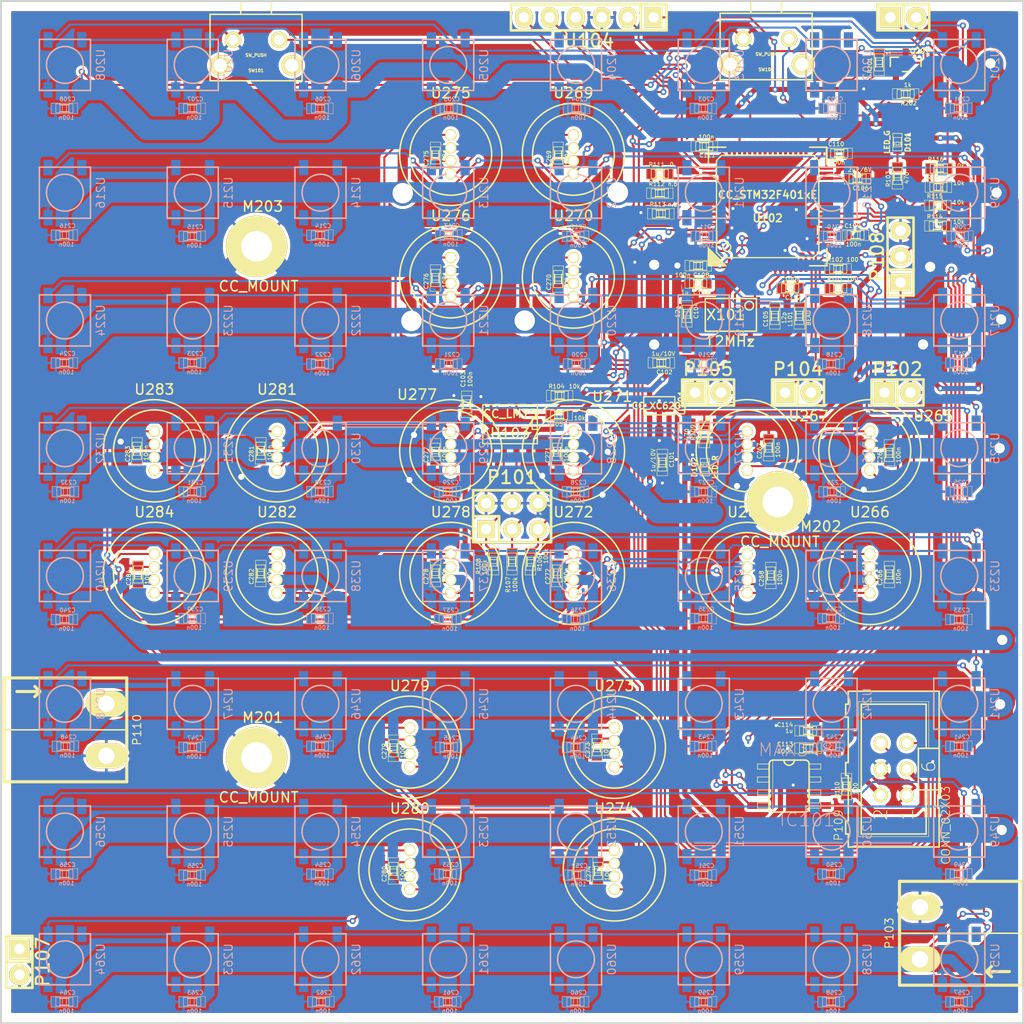
<source format=kicad_pcb>
(kicad_pcb (version 4) (host pcbnew 4.0.0-2.201511301920+6191~38~ubuntu14.04.1-stable)
  (layers (0 F.Cu signal hide) (31 B.Cu signal hide) (34 B.Paste user hide) (35 F.Paste user hide) (36 B.SilkS user hide) (37 F.SilkS user) (38 B.Mask user hide) (39 F.Mask user hide) (44 Edge.Cuts user))
  (net 0 "")
  (net 1 USART_RX)
  (net 2 RS485_RE)
  (net 3 RS485_DE)
  (net 4 USART_TX)
  (net 5 GND)
  (net 6 "Net-(IC101-Pad6)")
  (net 7 "Net-(IC101-Pad7)")
  (net 8 +3V3)
  (net 9 VCC)
  (net 10 "Net-(U201-Pad3)")
  (net 11 "Net-(U202-Pad3)")
  (net 12 "Net-(U203-Pad3)")
  (net 13 "Net-(U204-Pad3)")
  (net 14 "Net-(U205-Pad3)")
  (net 15 "Net-(U206-Pad3)")
  (net 16 "Net-(U207-Pad3)")
  (net 17 "Net-(U208-Pad3)")
  (net 18 "Net-(U209-Pad3)")
  (net 19 "Net-(U210-Pad3)")
  (net 20 "Net-(U211-Pad3)")
  (net 21 "Net-(U212-Pad3)")
  (net 22 "Net-(U213-Pad3)")
  (net 23 "Net-(U214-Pad3)")
  (net 24 "Net-(U215-Pad3)")
  (net 25 "Net-(U216-Pad3)")
  (net 26 "Net-(U217-Pad3)")
  (net 27 "Net-(U218-Pad3)")
  (net 28 "Net-(U219-Pad3)")
  (net 29 "Net-(U220-Pad3)")
  (net 30 "Net-(U221-Pad3)")
  (net 31 "Net-(U222-Pad3)")
  (net 32 "Net-(U223-Pad3)")
  (net 33 "Net-(U224-Pad3)")
  (net 34 "Net-(U225-Pad3)")
  (net 35 "Net-(U226-Pad3)")
  (net 36 "Net-(U227-Pad3)")
  (net 37 "Net-(U228-Pad3)")
  (net 38 "Net-(U229-Pad3)")
  (net 39 "Net-(U230-Pad3)")
  (net 40 "Net-(U231-Pad3)")
  (net 41 "Net-(U232-Pad3)")
  (net 42 "Net-(U233-Pad3)")
  (net 43 "Net-(C104-Pad2)")
  (net 44 "Net-(C105-Pad2)")
  (net 45 "Net-(C106-Pad2)")
  (net 46 VAA)
  (net 47 "Net-(D101-Pad2)")
  (net 48 "Net-(D102-Pad2)")
  (net 49 "Net-(P101-Pad1)")
  (net 50 "Net-(P101-Pad3)")
  (net 51 "Net-(P101-Pad5)")
  (net 52 WS2811_DIN_AUX2)
  (net 53 WS2811_DIN_AUX1)
  (net 54 WS2811_DIN)
  (net 55 WS2811_DOUT)
  (net 56 "Net-(R101-Pad1)")
  (net 57 "Net-(R102-Pad1)")
  (net 58 "Net-(R103-Pad1)")
  (net 59 TEMP_SDA)
  (net 60 TEMP_SCL)
  (net 61 nRST)
  (net 62 USERBTN)
  (net 63 "Net-(U101-Pad4)")
  (net 64 "Net-(U102-Pad4)")
  (net 65 "Net-(U102-Pad8)")
  (net 66 "Net-(U102-Pad3)")
  (net 67 "Net-(U102-Pad20)")
  (net 68 "Net-(U102-Pad24)")
  (net 69 "Net-(U102-Pad33)")
  (net 70 "Net-(U102-Pad34)")
  (net 71 "Net-(U102-Pad35)")
  (net 72 "Net-(U102-Pad36)")
  (net 73 "Net-(U102-Pad37)")
  (net 74 "Net-(U102-Pad38)")
  (net 75 "Net-(U102-Pad39)")
  (net 76 "Net-(U102-Pad40)")
  (net 77 "Net-(U102-Pad50)")
  (net 78 "Net-(U102-Pad54)")
  (net 79 SWO)
  (net 80 "Net-(U102-Pad9)")
  (net 81 "Net-(U102-Pad25)")
  (net 82 WS2811_DIN_AUX3)
  (net 83 "Net-(U102-Pad41)")
  (net 84 "Net-(U102-Pad42)")
  (net 85 "Net-(U102-Pad43)")
  (net 86 "Net-(U102-Pad58)")
  (net 87 "Net-(U102-Pad59)")
  (net 88 "Net-(U102-Pad14)")
  (net 89 "Net-(U102-Pad15)")
  (net 90 "Net-(U102-Pad28)")
  (net 91 "Net-(U102-Pad29)")
  (net 92 "Net-(U102-Pad44)")
  (net 93 "Net-(U102-Pad45)")
  (net 94 "Net-(U103-Pad3)")
  (net 95 JTCK)
  (net 96 JTMS)
  (net 97 "Net-(U234-Pad3)")
  (net 98 "Net-(U235-Pad3)")
  (net 99 "Net-(U236-Pad3)")
  (net 100 "Net-(U237-Pad3)")
  (net 101 "Net-(U238-Pad3)")
  (net 102 "Net-(U239-Pad3)")
  (net 103 "Net-(U240-Pad3)")
  (net 104 "Net-(U241-Pad3)")
  (net 105 "Net-(U242-Pad3)")
  (net 106 "Net-(U243-Pad3)")
  (net 107 "Net-(U244-Pad3)")
  (net 108 "Net-(U245-Pad3)")
  (net 109 "Net-(U246-Pad3)")
  (net 110 "Net-(U247-Pad3)")
  (net 111 "Net-(U248-Pad3)")
  (net 112 "Net-(U249-Pad3)")
  (net 113 "Net-(U250-Pad3)")
  (net 114 "Net-(U251-Pad3)")
  (net 115 "Net-(U252-Pad3)")
  (net 116 "Net-(U253-Pad3)")
  (net 117 "Net-(U254-Pad3)")
  (net 118 "Net-(U255-Pad3)")
  (net 119 "Net-(U256-Pad3)")
  (net 120 "Net-(U257-Pad3)")
  (net 121 "Net-(U258-Pad3)")
  (net 122 "Net-(U259-Pad3)")
  (net 123 "Net-(U260-Pad3)")
  (net 124 "Net-(U261-Pad3)")
  (net 125 "Net-(U262-Pad3)")
  (net 126 "Net-(U263-Pad3)")
  (net 127 /LEDS/DIN_IN)
  (net 128 "Net-(U265-Pad4)")
  (net 129 "Net-(U265-Pad3)")
  (net 130 "Net-(U266-Pad4)")
  (net 131 "Net-(U266-Pad3)")
  (net 132 "Net-(U267-Pad3)")
  (net 133 "Net-(U268-Pad3)")
  (net 134 "Net-(U269-Pad3)")
  (net 135 "Net-(U270-Pad4)")
  (net 136 "Net-(U270-Pad3)")
  (net 137 "Net-(U271-Pad3)")
  (net 138 "Net-(U272-Pad3)")
  (net 139 "Net-(U273-Pad4)")
  (net 140 "Net-(U273-Pad3)")
  (net 141 "Net-(U274-Pad4)")
  (net 142 "Net-(U274-Pad3)")
  (net 143 "Net-(U277-Pad3)")
  (net 144 "Net-(U278-Pad3)")
  (net 145 "Net-(U281-Pad3)")
  (net 146 "Net-(U282-Pad3)")
  (net 147 "Net-(R111-Pad2)")
  (net 148 "Net-(R112-Pad2)")
  (net 149 "Net-(R113-Pad2)")
  (net 150 "Net-(R114-Pad1)")
  (net 151 "Net-(R116-Pad1)")
  (module cc_rcl:rcl-cc-0603 (layer F.Cu) (at 115.1 83.7 90)
    (fp_text reference C267 (at -0.3 -0.9 90) (layer F.SilkS) (effects (font (size 0.4064 0.4064) (thickness 0.07))))
    (fp_text value 100n (at -0.2 0.9 90) (layer F.SilkS) (effects (font (size 0.4064 0.4064) (thickness 0.07))))
    (pad 1 smd rect (at -0.84836 0 90) (size 0.99822 1.09982) (layers F.Cu F.Paste F.Mask) (net 9 VCC))
    (pad 2 smd rect (at 0.84836 0 90) (size 0.99822 1.09982) (layers F.Cu F.Paste F.Mask) (net 5 GND))
  )
  (module cc_rcl:rcl-cc-0603 (layer F.Cu) (at 104.7 85.15 270)
    (fp_text reference C101 (at -0.3 -0.9 270) (layer F.SilkS) (effects (font (size 0.4064 0.4064) (thickness 0.07))))
    (fp_text value 1u/10V (at -0.2 0.9 270) (layer F.SilkS) (effects (font (size 0.4064 0.4064) (thickness 0.07))))
    (pad 1 smd rect (at -0.84836 0 270) (size 0.99822 1.09982) (layers F.Cu F.Paste F.Mask) (net 9 VCC))
    (pad 2 smd rect (at 0.84836 0 270) (size 0.99822 1.09982) (layers F.Cu F.Paste F.Mask) (net 5 GND))
  )
  (module cc_rcl:rcl-cc-0603 (layer F.Cu) (at 104.6 75.4 180)
    (fp_text reference C102 (at -0.3 -0.9 180) (layer F.SilkS) (effects (font (size 0.4064 0.4064) (thickness 0.07))))
    (fp_text value 1u/10V (at -0.2 0.9 180) (layer F.SilkS) (effects (font (size 0.4064 0.4064) (thickness 0.07))))
    (pad 1 smd rect (at -0.84836 0 180) (size 0.99822 1.09982) (layers F.Cu F.Paste F.Mask) (net 8 +3V3))
    (pad 2 smd rect (at 0.84836 0 180) (size 0.99822 1.09982) (layers F.Cu F.Paste F.Mask) (net 5 GND))
  )
  (module cc_rcl:rcl-cc-0603 (layer F.Cu) (at 85.55 79.45 90)
    (fp_text reference C103 (at 2.45 -0.35 90) (layer F.SilkS) (effects (font (size 0.4064 0.4064) (thickness 0.07))))
    (fp_text value 100n (at 2.45 0.35 90) (layer F.SilkS) (effects (font (size 0.4064 0.4064) (thickness 0.07))))
    (pad 1 smd rect (at -0.84836 0 90) (size 0.99822 1.09982) (layers F.Cu F.Paste F.Mask) (net 8 +3V3))
    (pad 2 smd rect (at 0.84836 0 90) (size 0.99822 1.09982) (layers F.Cu F.Paste F.Mask) (net 5 GND))
  )
  (module cc_rcl:rcl-cc-0603 (layer F.Cu) (at 107.1 70.6 270)
    (fp_text reference C104 (at -0.3 -0.9 270) (layer F.SilkS) (effects (font (size 0.4064 0.4064) (thickness 0.07))))
    (fp_text value 12p (at -0.2 0.9 270) (layer F.SilkS) (effects (font (size 0.4064 0.4064) (thickness 0.07))))
    (pad 1 smd rect (at -0.84836 0 270) (size 0.99822 1.09982) (layers F.Cu F.Paste F.Mask) (net 5 GND))
    (pad 2 smd rect (at 0.84836 0 270) (size 0.99822 1.09982) (layers F.Cu F.Paste F.Mask) (net 43 "Net-(C104-Pad2)"))
  )
  (module cc_rcl:rcl-cc-0603 (layer F.Cu) (at 115.7 70.8 90)
    (fp_text reference C105 (at -0.3 -0.9 90) (layer F.SilkS) (effects (font (size 0.4064 0.4064) (thickness 0.07))))
    (fp_text value 12p (at -0.2 0.9 90) (layer F.SilkS) (effects (font (size 0.4064 0.4064) (thickness 0.07))))
    (pad 1 smd rect (at -0.84836 0 90) (size 0.99822 1.09982) (layers F.Cu F.Paste F.Mask) (net 5 GND))
    (pad 2 smd rect (at 0.84836 0 90) (size 0.99822 1.09982) (layers F.Cu F.Paste F.Mask) (net 44 "Net-(C105-Pad2)"))
  )
  (module cc_rcl:rcl-cc-0603 (layer F.Cu) (at 123.8 57.4 180)
    (fp_text reference C106 (at -0.3 -0.9 180) (layer F.SilkS) (effects (font (size 0.4064 0.4064) (thickness 0.07))))
    (fp_text value 2u2/6V (at -0.2 0.9 180) (layer F.SilkS) (effects (font (size 0.4064 0.4064) (thickness 0.07))))
    (pad 1 smd rect (at -0.84836 0 180) (size 0.99822 1.09982) (layers F.Cu F.Paste F.Mask) (net 5 GND))
    (pad 2 smd rect (at 0.84836 0 180) (size 0.99822 1.09982) (layers F.Cu F.Paste F.Mask) (net 45 "Net-(C106-Pad2)"))
  )
  (module cc_rcl:rcl-cc-0603 (layer F.Cu) (at 108.2 67.6 180)
    (fp_text reference C107 (at -0.3 -0.9 180) (layer F.SilkS) (effects (font (size 0.4064 0.4064) (thickness 0.07))))
    (fp_text value 1u (at 1.3 -0.9 180) (layer F.SilkS) (effects (font (size 0.4064 0.4064) (thickness 0.07))))
    (pad 1 smd rect (at -0.84836 0 180) (size 0.99822 1.09982) (layers F.Cu F.Paste F.Mask) (net 8 +3V3))
    (pad 2 smd rect (at 0.84836 0 180) (size 0.99822 1.09982) (layers F.Cu F.Paste F.Mask) (net 5 GND))
  )
  (module cc_rcl:rcl-cc-0603 (layer F.Cu) (at 108.2 65.9 180)
    (fp_text reference C108 (at -0.3 -0.9 180) (layer F.SilkS) (effects (font (size 0.4064 0.4064) (thickness 0.07))))
    (fp_text value 100n (at 1.5 -0.9 180) (layer F.SilkS) (effects (font (size 0.4064 0.4064) (thickness 0.07))))
    (pad 1 smd rect (at -0.84836 0 180) (size 0.99822 1.09982) (layers F.Cu F.Paste F.Mask) (net 8 +3V3))
    (pad 2 smd rect (at 0.84836 0 180) (size 0.99822 1.09982) (layers F.Cu F.Paste F.Mask) (net 5 GND))
  )
  (module cc_rcl:rcl-cc-0603 (layer F.Cu) (at 123.6 62.9)
    (fp_text reference C109 (at -0.3 -0.9) (layer F.SilkS) (effects (font (size 0.4064 0.4064) (thickness 0.07))))
    (fp_text value 100n (at -0.2 0.9) (layer F.SilkS) (effects (font (size 0.4064 0.4064) (thickness 0.07))))
    (pad 1 smd rect (at -0.84836 0) (size 0.99822 1.09982) (layers F.Cu F.Paste F.Mask) (net 8 +3V3))
    (pad 2 smd rect (at 0.84836 0) (size 0.99822 1.09982) (layers F.Cu F.Paste F.Mask) (net 5 GND))
  )
  (module cc_rcl:rcl-cc-0603 (layer F.Cu) (at 122 54.9)
    (fp_text reference C110 (at -0.3 -0.9) (layer F.SilkS) (effects (font (size 0.4064 0.4064) (thickness 0.07))))
    (fp_text value 100n (at -0.2 0.9) (layer F.SilkS) (effects (font (size 0.4064 0.4064) (thickness 0.07))))
    (pad 1 smd rect (at -0.84836 0) (size 0.99822 1.09982) (layers F.Cu F.Paste F.Mask) (net 8 +3V3))
    (pad 2 smd rect (at 0.84836 0) (size 0.99822 1.09982) (layers F.Cu F.Paste F.Mask) (net 5 GND))
  )
  (module cc_rcl:rcl-cc-0603 (layer F.Cu) (at 108.8 54.2 180)
    (fp_text reference C111 (at -0.3 -0.9 180) (layer F.SilkS) (effects (font (size 0.4064 0.4064) (thickness 0.07))))
    (fp_text value 100n (at -0.2 0.9 180) (layer F.SilkS) (effects (font (size 0.4064 0.4064) (thickness 0.07))))
    (pad 1 smd rect (at -0.84836 0 180) (size 0.99822 1.09982) (layers F.Cu F.Paste F.Mask) (net 8 +3V3))
    (pad 2 smd rect (at 0.84836 0 180) (size 0.99822 1.09982) (layers F.Cu F.Paste F.Mask) (net 5 GND))
  )
  (module cc_rcl:rcl-cc-0603 (layer F.Cu) (at 117.2 68.1 180)
    (fp_text reference C112 (at -0.3 -0.9 180) (layer F.SilkS) (effects (font (size 0.4064 0.4064) (thickness 0.07))))
    (fp_text value 100n (at -0.2 0.9 180) (layer F.SilkS) (effects (font (size 0.4064 0.4064) (thickness 0.07))))
    (pad 1 smd rect (at -0.84836 0 180) (size 0.99822 1.09982) (layers F.Cu F.Paste F.Mask) (net 46 VAA))
    (pad 2 smd rect (at 0.84836 0 180) (size 0.99822 1.09982) (layers F.Cu F.Paste F.Mask) (net 5 GND))
  )
  (module cc_rcl:rcl-cc-0603 (layer F.Cu) (at 118.95164 113.1 180)
    (fp_text reference C113 (at 2.25164 0.4 180) (layer F.SilkS) (effects (font (size 0.4064 0.4064) (thickness 0.07))))
    (fp_text value 100n (at 2.25164 -0.3 180) (layer F.SilkS) (effects (font (size 0.4064 0.4064) (thickness 0.07))))
    (pad 1 smd rect (at -0.84836 0 180) (size 0.99822 1.09982) (layers F.Cu F.Paste F.Mask) (net 8 +3V3))
    (pad 2 smd rect (at 0.84836 0 180) (size 0.99822 1.09982) (layers F.Cu F.Paste F.Mask) (net 5 GND))
  )
  (module cc_rcl:rcl-cc-0603 (layer F.Cu) (at 118.95164 111.4 180)
    (fp_text reference C114 (at 2.25164 0.6 180) (layer F.SilkS) (effects (font (size 0.4064 0.4064) (thickness 0.07))))
    (fp_text value 1u (at 1.85164 0 180) (layer F.SilkS) (effects (font (size 0.4064 0.4064) (thickness 0.07))))
    (pad 1 smd rect (at -0.84836 0 180) (size 0.99822 1.09982) (layers F.Cu F.Paste F.Mask) (net 8 +3V3))
    (pad 2 smd rect (at 0.84836 0 180) (size 0.99822 1.09982) (layers F.Cu F.Paste F.Mask) (net 5 GND))
  )
  (module cc_rcl:rcl-cc-0603 (layer B.Cu) (at 133.7 50.5 180)
    (fp_text reference C201 (at -0.3 0.9 180) (layer B.SilkS) (effects (font (size 0.4064 0.4064) (thickness 0.07)) (justify mirror)))
    (fp_text value 100n (at -0.2 -0.9 180) (layer B.SilkS) (effects (font (size 0.4064 0.4064) (thickness 0.07)) (justify mirror)))
    (pad 1 smd rect (at -0.84836 0 180) (size 0.99822 1.09982) (layers B.Cu B.Paste B.Mask) (net 9 VCC))
    (pad 2 smd rect (at 0.84836 0 180) (size 0.99822 1.09982) (layers B.Cu B.Paste B.Mask) (net 5 GND))
  )
  (module cc_rcl:rcl-cc-0603 (layer B.Cu) (at 121.3 50.5 180)
    (fp_text reference C202 (at -0.3 0.9 180) (layer B.SilkS) (effects (font (size 0.4064 0.4064) (thickness 0.07)) (justify mirror)))
    (fp_text value 100n (at -0.2 -0.9 180) (layer B.SilkS) (effects (font (size 0.4064 0.4064) (thickness 0.07)) (justify mirror)))
    (pad 1 smd rect (at -0.84836 0 180) (size 0.99822 1.09982) (layers B.Cu B.Paste B.Mask) (net 9 VCC))
    (pad 2 smd rect (at 0.84836 0 180) (size 0.99822 1.09982) (layers B.Cu B.Paste B.Mask) (net 5 GND))
  )
  (module cc_rcl:rcl-cc-0603 (layer B.Cu) (at 108.7 50.5 180)
    (fp_text reference C203 (at -0.3 0.9 180) (layer B.SilkS) (effects (font (size 0.4064 0.4064) (thickness 0.07)) (justify mirror)))
    (fp_text value 100n (at -0.2 -0.9 180) (layer B.SilkS) (effects (font (size 0.4064 0.4064) (thickness 0.07)) (justify mirror)))
    (pad 1 smd rect (at -0.84836 0 180) (size 0.99822 1.09982) (layers B.Cu B.Paste B.Mask) (net 9 VCC))
    (pad 2 smd rect (at 0.84836 0 180) (size 0.99822 1.09982) (layers B.Cu B.Paste B.Mask) (net 5 GND))
  )
  (module cc_rcl:rcl-cc-0603 (layer B.Cu) (at 96.3 50.5 180)
    (fp_text reference C204 (at -0.3 0.9 180) (layer B.SilkS) (effects (font (size 0.4064 0.4064) (thickness 0.07)) (justify mirror)))
    (fp_text value 100n (at -0.2 -0.9 180) (layer B.SilkS) (effects (font (size 0.4064 0.4064) (thickness 0.07)) (justify mirror)))
    (pad 1 smd rect (at -0.84836 0 180) (size 0.99822 1.09982) (layers B.Cu B.Paste B.Mask) (net 9 VCC))
    (pad 2 smd rect (at 0.84836 0 180) (size 0.99822 1.09982) (layers B.Cu B.Paste B.Mask) (net 5 GND))
  )
  (module cc_rcl:rcl-cc-0603 (layer B.Cu) (at 83.8 50.5 180)
    (fp_text reference C205 (at -0.3 0.9 180) (layer B.SilkS) (effects (font (size 0.4064 0.4064) (thickness 0.07)) (justify mirror)))
    (fp_text value 100n (at -0.2 -0.9 180) (layer B.SilkS) (effects (font (size 0.4064 0.4064) (thickness 0.07)) (justify mirror)))
    (pad 1 smd rect (at -0.84836 0 180) (size 0.99822 1.09982) (layers B.Cu B.Paste B.Mask) (net 9 VCC))
    (pad 2 smd rect (at 0.84836 0 180) (size 0.99822 1.09982) (layers B.Cu B.Paste B.Mask) (net 5 GND))
  )
  (module cc_rcl:rcl-cc-0603 (layer B.Cu) (at 71.2 50.5 180)
    (fp_text reference C206 (at -0.3 0.9 180) (layer B.SilkS) (effects (font (size 0.4064 0.4064) (thickness 0.07)) (justify mirror)))
    (fp_text value 100n (at -0.2 -0.9 180) (layer B.SilkS) (effects (font (size 0.4064 0.4064) (thickness 0.07)) (justify mirror)))
    (pad 1 smd rect (at -0.84836 0 180) (size 0.99822 1.09982) (layers B.Cu B.Paste B.Mask) (net 9 VCC))
    (pad 2 smd rect (at 0.84836 0 180) (size 0.99822 1.09982) (layers B.Cu B.Paste B.Mask) (net 5 GND))
  )
  (module cc_rcl:rcl-cc-0603 (layer B.Cu) (at 58.7 50.5 180)
    (fp_text reference C207 (at -0.3 0.9 180) (layer B.SilkS) (effects (font (size 0.4064 0.4064) (thickness 0.07)) (justify mirror)))
    (fp_text value 100n (at -0.2 -0.9 180) (layer B.SilkS) (effects (font (size 0.4064 0.4064) (thickness 0.07)) (justify mirror)))
    (pad 1 smd rect (at -0.84836 0 180) (size 0.99822 1.09982) (layers B.Cu B.Paste B.Mask) (net 9 VCC))
    (pad 2 smd rect (at 0.84836 0 180) (size 0.99822 1.09982) (layers B.Cu B.Paste B.Mask) (net 5 GND))
  )
  (module cc_rcl:rcl-cc-0603 (layer B.Cu) (at 46.2 50.5 180)
    (fp_text reference C208 (at -0.3 0.9 180) (layer B.SilkS) (effects (font (size 0.4064 0.4064) (thickness 0.07)) (justify mirror)))
    (fp_text value 100n (at -0.2 -0.9 180) (layer B.SilkS) (effects (font (size 0.4064 0.4064) (thickness 0.07)) (justify mirror)))
    (pad 1 smd rect (at -0.84836 0 180) (size 0.99822 1.09982) (layers B.Cu B.Paste B.Mask) (net 9 VCC))
    (pad 2 smd rect (at 0.84836 0 180) (size 0.99822 1.09982) (layers B.Cu B.Paste B.Mask) (net 5 GND))
  )
  (module cc_rcl:rcl-cc-0603 (layer B.Cu) (at 133.8 63 180)
    (fp_text reference C209 (at -0.3 0.9 180) (layer B.SilkS) (effects (font (size 0.4064 0.4064) (thickness 0.07)) (justify mirror)))
    (fp_text value 100n (at -0.2 -0.9 180) (layer B.SilkS) (effects (font (size 0.4064 0.4064) (thickness 0.07)) (justify mirror)))
    (pad 1 smd rect (at -0.84836 0 180) (size 0.99822 1.09982) (layers B.Cu B.Paste B.Mask) (net 9 VCC))
    (pad 2 smd rect (at 0.84836 0 180) (size 0.99822 1.09982) (layers B.Cu B.Paste B.Mask) (net 5 GND))
  )
  (module cc_rcl:rcl-cc-0603 (layer B.Cu) (at 121.3 63 180)
    (fp_text reference C210 (at -0.3 0.9 180) (layer B.SilkS) (effects (font (size 0.4064 0.4064) (thickness 0.07)) (justify mirror)))
    (fp_text value 100n (at -0.2 -0.9 180) (layer B.SilkS) (effects (font (size 0.4064 0.4064) (thickness 0.07)) (justify mirror)))
    (pad 1 smd rect (at -0.84836 0 180) (size 0.99822 1.09982) (layers B.Cu B.Paste B.Mask) (net 9 VCC))
    (pad 2 smd rect (at 0.84836 0 180) (size 0.99822 1.09982) (layers B.Cu B.Paste B.Mask) (net 5 GND))
  )
  (module cc_rcl:rcl-cc-0603 (layer B.Cu) (at 108.8 63 180)
    (fp_text reference C211 (at -0.3 0.9 180) (layer B.SilkS) (effects (font (size 0.4064 0.4064) (thickness 0.07)) (justify mirror)))
    (fp_text value 100n (at -0.2 -0.9 180) (layer B.SilkS) (effects (font (size 0.4064 0.4064) (thickness 0.07)) (justify mirror)))
    (pad 1 smd rect (at -0.84836 0 180) (size 0.99822 1.09982) (layers B.Cu B.Paste B.Mask) (net 9 VCC))
    (pad 2 smd rect (at 0.84836 0 180) (size 0.99822 1.09982) (layers B.Cu B.Paste B.Mask) (net 5 GND))
  )
  (module cc_rcl:rcl-cc-0603 (layer B.Cu) (at 96.2 63 180)
    (fp_text reference C212 (at -0.3 0.9 180) (layer B.SilkS) (effects (font (size 0.4064 0.4064) (thickness 0.07)) (justify mirror)))
    (fp_text value 100n (at -0.2 -0.9 180) (layer B.SilkS) (effects (font (size 0.4064 0.4064) (thickness 0.07)) (justify mirror)))
    (pad 1 smd rect (at -0.84836 0 180) (size 0.99822 1.09982) (layers B.Cu B.Paste B.Mask) (net 9 VCC))
    (pad 2 smd rect (at 0.84836 0 180) (size 0.99822 1.09982) (layers B.Cu B.Paste B.Mask) (net 5 GND))
  )
  (module cc_rcl:rcl-cc-0603 (layer B.Cu) (at 83.8 62.9 180)
    (fp_text reference C213 (at -0.3 0.9 180) (layer B.SilkS) (effects (font (size 0.4064 0.4064) (thickness 0.07)) (justify mirror)))
    (fp_text value 100n (at -0.2 -0.9 180) (layer B.SilkS) (effects (font (size 0.4064 0.4064) (thickness 0.07)) (justify mirror)))
    (pad 1 smd rect (at -0.84836 0 180) (size 0.99822 1.09982) (layers B.Cu B.Paste B.Mask) (net 9 VCC))
    (pad 2 smd rect (at 0.84836 0 180) (size 0.99822 1.09982) (layers B.Cu B.Paste B.Mask) (net 5 GND))
  )
  (module cc_rcl:rcl-cc-0603 (layer B.Cu) (at 71.2 62.9 180)
    (fp_text reference C214 (at -0.3 0.9 180) (layer B.SilkS) (effects (font (size 0.4064 0.4064) (thickness 0.07)) (justify mirror)))
    (fp_text value 100n (at -0.2 -0.9 180) (layer B.SilkS) (effects (font (size 0.4064 0.4064) (thickness 0.07)) (justify mirror)))
    (pad 1 smd rect (at -0.84836 0 180) (size 0.99822 1.09982) (layers B.Cu B.Paste B.Mask) (net 9 VCC))
    (pad 2 smd rect (at 0.84836 0 180) (size 0.99822 1.09982) (layers B.Cu B.Paste B.Mask) (net 5 GND))
  )
  (module cc_rcl:rcl-cc-0603 (layer B.Cu) (at 58.7 63 180)
    (fp_text reference C215 (at -0.3 0.9 180) (layer B.SilkS) (effects (font (size 0.4064 0.4064) (thickness 0.07)) (justify mirror)))
    (fp_text value 100n (at -0.2 -0.9 180) (layer B.SilkS) (effects (font (size 0.4064 0.4064) (thickness 0.07)) (justify mirror)))
    (pad 1 smd rect (at -0.84836 0 180) (size 0.99822 1.09982) (layers B.Cu B.Paste B.Mask) (net 9 VCC))
    (pad 2 smd rect (at 0.84836 0 180) (size 0.99822 1.09982) (layers B.Cu B.Paste B.Mask) (net 5 GND))
  )
  (module cc_rcl:rcl-cc-0603 (layer B.Cu) (at 46.2 62.9 180)
    (fp_text reference C216 (at -0.3 0.9 180) (layer B.SilkS) (effects (font (size 0.4064 0.4064) (thickness 0.07)) (justify mirror)))
    (fp_text value 100n (at -0.2 -0.9 180) (layer B.SilkS) (effects (font (size 0.4064 0.4064) (thickness 0.07)) (justify mirror)))
    (pad 1 smd rect (at -0.84836 0 180) (size 0.99822 1.09982) (layers B.Cu B.Paste B.Mask) (net 9 VCC))
    (pad 2 smd rect (at 0.84836 0 180) (size 0.99822 1.09982) (layers B.Cu B.Paste B.Mask) (net 5 GND))
  )
  (module cc_rcl:rcl-cc-0603 (layer B.Cu) (at 133.7 75.4 180)
    (fp_text reference C217 (at -0.3 0.9 180) (layer B.SilkS) (effects (font (size 0.4064 0.4064) (thickness 0.07)) (justify mirror)))
    (fp_text value 100n (at -0.2 -0.9 180) (layer B.SilkS) (effects (font (size 0.4064 0.4064) (thickness 0.07)) (justify mirror)))
    (pad 1 smd rect (at -0.84836 0 180) (size 0.99822 1.09982) (layers B.Cu B.Paste B.Mask) (net 9 VCC))
    (pad 2 smd rect (at 0.84836 0 180) (size 0.99822 1.09982) (layers B.Cu B.Paste B.Mask) (net 5 GND))
  )
  (module cc_rcl:rcl-cc-0603 (layer B.Cu) (at 121.2 75.5 180)
    (fp_text reference C218 (at -0.3 0.9 180) (layer B.SilkS) (effects (font (size 0.4064 0.4064) (thickness 0.07)) (justify mirror)))
    (fp_text value 100n (at -0.2 -0.9 180) (layer B.SilkS) (effects (font (size 0.4064 0.4064) (thickness 0.07)) (justify mirror)))
    (pad 1 smd rect (at -0.84836 0 180) (size 0.99822 1.09982) (layers B.Cu B.Paste B.Mask) (net 9 VCC))
    (pad 2 smd rect (at 0.84836 0 180) (size 0.99822 1.09982) (layers B.Cu B.Paste B.Mask) (net 5 GND))
  )
  (module cc_rcl:rcl-cc-0603 (layer B.Cu) (at 108.7 75.5 180)
    (fp_text reference C219 (at -0.3 0.9 180) (layer B.SilkS) (effects (font (size 0.4064 0.4064) (thickness 0.07)) (justify mirror)))
    (fp_text value 100n (at -0.2 -0.9 180) (layer B.SilkS) (effects (font (size 0.4064 0.4064) (thickness 0.07)) (justify mirror)))
    (pad 1 smd rect (at -0.84836 0 180) (size 0.99822 1.09982) (layers B.Cu B.Paste B.Mask) (net 9 VCC))
    (pad 2 smd rect (at 0.84836 0 180) (size 0.99822 1.09982) (layers B.Cu B.Paste B.Mask) (net 5 GND))
  )
  (module cc_rcl:rcl-cc-0603 (layer B.Cu) (at 96.3 75.5 180)
    (fp_text reference C220 (at -0.3 0.9 180) (layer B.SilkS) (effects (font (size 0.4064 0.4064) (thickness 0.07)) (justify mirror)))
    (fp_text value 100n (at -0.2 -0.9 180) (layer B.SilkS) (effects (font (size 0.4064 0.4064) (thickness 0.07)) (justify mirror)))
    (pad 1 smd rect (at -0.84836 0 180) (size 0.99822 1.09982) (layers B.Cu B.Paste B.Mask) (net 9 VCC))
    (pad 2 smd rect (at 0.84836 0 180) (size 0.99822 1.09982) (layers B.Cu B.Paste B.Mask) (net 5 GND))
  )
  (module cc_rcl:rcl-cc-0603 (layer B.Cu) (at 83.8 75.5 180)
    (fp_text reference C221 (at -0.3 0.9 180) (layer B.SilkS) (effects (font (size 0.4064 0.4064) (thickness 0.07)) (justify mirror)))
    (fp_text value 100n (at -0.2 -0.9 180) (layer B.SilkS) (effects (font (size 0.4064 0.4064) (thickness 0.07)) (justify mirror)))
    (pad 1 smd rect (at -0.84836 0 180) (size 0.99822 1.09982) (layers B.Cu B.Paste B.Mask) (net 9 VCC))
    (pad 2 smd rect (at 0.84836 0 180) (size 0.99822 1.09982) (layers B.Cu B.Paste B.Mask) (net 5 GND))
  )
  (module cc_rcl:rcl-cc-0603 (layer B.Cu) (at 71.2 75.5 180)
    (fp_text reference C222 (at -0.3 0.9 180) (layer B.SilkS) (effects (font (size 0.4064 0.4064) (thickness 0.07)) (justify mirror)))
    (fp_text value 100n (at -0.2 -0.9 180) (layer B.SilkS) (effects (font (size 0.4064 0.4064) (thickness 0.07)) (justify mirror)))
    (pad 1 smd rect (at -0.84836 0 180) (size 0.99822 1.09982) (layers B.Cu B.Paste B.Mask) (net 9 VCC))
    (pad 2 smd rect (at 0.84836 0 180) (size 0.99822 1.09982) (layers B.Cu B.Paste B.Mask) (net 5 GND))
  )
  (module cc_rcl:rcl-cc-0603 (layer B.Cu) (at 58.7 75.4 180)
    (fp_text reference C223 (at -0.3 0.9 180) (layer B.SilkS) (effects (font (size 0.4064 0.4064) (thickness 0.07)) (justify mirror)))
    (fp_text value 100n (at -0.2 -0.9 180) (layer B.SilkS) (effects (font (size 0.4064 0.4064) (thickness 0.07)) (justify mirror)))
    (pad 1 smd rect (at -0.84836 0 180) (size 0.99822 1.09982) (layers B.Cu B.Paste B.Mask) (net 9 VCC))
    (pad 2 smd rect (at 0.84836 0 180) (size 0.99822 1.09982) (layers B.Cu B.Paste B.Mask) (net 5 GND))
  )
  (module cc_rcl:rcl-cc-0603 (layer B.Cu) (at 46.2 75.4 180)
    (fp_text reference C224 (at -0.3 0.9 180) (layer B.SilkS) (effects (font (size 0.4064 0.4064) (thickness 0.07)) (justify mirror)))
    (fp_text value 100n (at -0.2 -0.9 180) (layer B.SilkS) (effects (font (size 0.4064 0.4064) (thickness 0.07)) (justify mirror)))
    (pad 1 smd rect (at -0.84836 0 180) (size 0.99822 1.09982) (layers B.Cu B.Paste B.Mask) (net 9 VCC))
    (pad 2 smd rect (at 0.84836 0 180) (size 0.99822 1.09982) (layers B.Cu B.Paste B.Mask) (net 5 GND))
  )
  (module cc_rcl:rcl-cc-0603 (layer B.Cu) (at 133.7 88 180)
    (fp_text reference C225 (at -0.3 0.9 180) (layer B.SilkS) (effects (font (size 0.4064 0.4064) (thickness 0.07)) (justify mirror)))
    (fp_text value 100n (at -0.2 -0.9 180) (layer B.SilkS) (effects (font (size 0.4064 0.4064) (thickness 0.07)) (justify mirror)))
    (pad 1 smd rect (at -0.84836 0 180) (size 0.99822 1.09982) (layers B.Cu B.Paste B.Mask) (net 9 VCC))
    (pad 2 smd rect (at 0.84836 0 180) (size 0.99822 1.09982) (layers B.Cu B.Paste B.Mask) (net 5 GND))
  )
  (module cc_rcl:rcl-cc-0603 (layer B.Cu) (at 121.3 88 180)
    (fp_text reference C226 (at -0.3 0.9 180) (layer B.SilkS) (effects (font (size 0.4064 0.4064) (thickness 0.07)) (justify mirror)))
    (fp_text value 100n (at -0.2 -0.9 180) (layer B.SilkS) (effects (font (size 0.4064 0.4064) (thickness 0.07)) (justify mirror)))
    (pad 1 smd rect (at -0.84836 0 180) (size 0.99822 1.09982) (layers B.Cu B.Paste B.Mask) (net 9 VCC))
    (pad 2 smd rect (at 0.84836 0 180) (size 0.99822 1.09982) (layers B.Cu B.Paste B.Mask) (net 5 GND))
  )
  (module cc_rcl:rcl-cc-0603 (layer B.Cu) (at 108.7 88 180)
    (fp_text reference C227 (at -0.3 0.9 180) (layer B.SilkS) (effects (font (size 0.4064 0.4064) (thickness 0.07)) (justify mirror)))
    (fp_text value 100n (at -0.2 -0.9 180) (layer B.SilkS) (effects (font (size 0.4064 0.4064) (thickness 0.07)) (justify mirror)))
    (pad 1 smd rect (at -0.84836 0 180) (size 0.99822 1.09982) (layers B.Cu B.Paste B.Mask) (net 9 VCC))
    (pad 2 smd rect (at 0.84836 0 180) (size 0.99822 1.09982) (layers B.Cu B.Paste B.Mask) (net 5 GND))
  )
  (module cc_rcl:rcl-cc-0603 (layer B.Cu) (at 96.2 88 180)
    (fp_text reference C228 (at -0.3 0.9 180) (layer B.SilkS) (effects (font (size 0.4064 0.4064) (thickness 0.07)) (justify mirror)))
    (fp_text value 100n (at -0.2 -0.9 180) (layer B.SilkS) (effects (font (size 0.4064 0.4064) (thickness 0.07)) (justify mirror)))
    (pad 1 smd rect (at -0.84836 0 180) (size 0.99822 1.09982) (layers B.Cu B.Paste B.Mask) (net 9 VCC))
    (pad 2 smd rect (at 0.84836 0 180) (size 0.99822 1.09982) (layers B.Cu B.Paste B.Mask) (net 5 GND))
  )
  (module cc_rcl:rcl-cc-0603 (layer B.Cu) (at 83.7 88 180)
    (fp_text reference C229 (at -0.3 0.9 180) (layer B.SilkS) (effects (font (size 0.4064 0.4064) (thickness 0.07)) (justify mirror)))
    (fp_text value 100n (at -0.2 -0.9 180) (layer B.SilkS) (effects (font (size 0.4064 0.4064) (thickness 0.07)) (justify mirror)))
    (pad 1 smd rect (at -0.84836 0 180) (size 0.99822 1.09982) (layers B.Cu B.Paste B.Mask) (net 9 VCC))
    (pad 2 smd rect (at 0.84836 0 180) (size 0.99822 1.09982) (layers B.Cu B.Paste B.Mask) (net 5 GND))
  )
  (module cc_rcl:rcl-cc-0603 (layer B.Cu) (at 71.2 88 180)
    (fp_text reference C230 (at -0.3 0.9 180) (layer B.SilkS) (effects (font (size 0.4064 0.4064) (thickness 0.07)) (justify mirror)))
    (fp_text value 100n (at -0.2 -0.9 180) (layer B.SilkS) (effects (font (size 0.4064 0.4064) (thickness 0.07)) (justify mirror)))
    (pad 1 smd rect (at -0.84836 0 180) (size 0.99822 1.09982) (layers B.Cu B.Paste B.Mask) (net 9 VCC))
    (pad 2 smd rect (at 0.84836 0 180) (size 0.99822 1.09982) (layers B.Cu B.Paste B.Mask) (net 5 GND))
  )
  (module cc_rcl:rcl-cc-0603 (layer B.Cu) (at 58.7 88 180)
    (fp_text reference C231 (at -0.3 0.9 180) (layer B.SilkS) (effects (font (size 0.4064 0.4064) (thickness 0.07)) (justify mirror)))
    (fp_text value 100n (at -0.2 -0.9 180) (layer B.SilkS) (effects (font (size 0.4064 0.4064) (thickness 0.07)) (justify mirror)))
    (pad 1 smd rect (at -0.84836 0 180) (size 0.99822 1.09982) (layers B.Cu B.Paste B.Mask) (net 9 VCC))
    (pad 2 smd rect (at 0.84836 0 180) (size 0.99822 1.09982) (layers B.Cu B.Paste B.Mask) (net 5 GND))
  )
  (module cc_rcl:rcl-cc-0603 (layer B.Cu) (at 46.3 88 180)
    (fp_text reference C232 (at -0.3 0.9 180) (layer B.SilkS) (effects (font (size 0.4064 0.4064) (thickness 0.07)) (justify mirror)))
    (fp_text value 100n (at -0.2 -0.9 180) (layer B.SilkS) (effects (font (size 0.4064 0.4064) (thickness 0.07)) (justify mirror)))
    (pad 1 smd rect (at -0.84836 0 180) (size 0.99822 1.09982) (layers B.Cu B.Paste B.Mask) (net 9 VCC))
    (pad 2 smd rect (at 0.84836 0 180) (size 0.99822 1.09982) (layers B.Cu B.Paste B.Mask) (net 5 GND))
  )
  (module cc_rcl:rcl-cc-0603 (layer B.Cu) (at 133.7 100.5 180)
    (fp_text reference C233 (at -0.3 0.9 180) (layer B.SilkS) (effects (font (size 0.4064 0.4064) (thickness 0.07)) (justify mirror)))
    (fp_text value 100n (at -0.2 -0.9 180) (layer B.SilkS) (effects (font (size 0.4064 0.4064) (thickness 0.07)) (justify mirror)))
    (pad 1 smd rect (at -0.84836 0 180) (size 0.99822 1.09982) (layers B.Cu B.Paste B.Mask) (net 9 VCC))
    (pad 2 smd rect (at 0.84836 0 180) (size 0.99822 1.09982) (layers B.Cu B.Paste B.Mask) (net 5 GND))
  )
  (module cc_rcl:rcl-cc-0603 (layer B.Cu) (at 121.2 100.4 180)
    (fp_text reference C234 (at -0.3 0.9 180) (layer B.SilkS) (effects (font (size 0.4064 0.4064) (thickness 0.07)) (justify mirror)))
    (fp_text value 100n (at -0.2 -0.9 180) (layer B.SilkS) (effects (font (size 0.4064 0.4064) (thickness 0.07)) (justify mirror)))
    (pad 1 smd rect (at -0.84836 0 180) (size 0.99822 1.09982) (layers B.Cu B.Paste B.Mask) (net 9 VCC))
    (pad 2 smd rect (at 0.84836 0 180) (size 0.99822 1.09982) (layers B.Cu B.Paste B.Mask) (net 5 GND))
  )
  (module cc_rcl:rcl-cc-0603 (layer B.Cu) (at 108.7 100.4 180)
    (fp_text reference C235 (at -0.3 0.9 180) (layer B.SilkS) (effects (font (size 0.4064 0.4064) (thickness 0.07)) (justify mirror)))
    (fp_text value 100n (at -0.2 -0.9 180) (layer B.SilkS) (effects (font (size 0.4064 0.4064) (thickness 0.07)) (justify mirror)))
    (pad 1 smd rect (at -0.84836 0 180) (size 0.99822 1.09982) (layers B.Cu B.Paste B.Mask) (net 9 VCC))
    (pad 2 smd rect (at 0.84836 0 180) (size 0.99822 1.09982) (layers B.Cu B.Paste B.Mask) (net 5 GND))
  )
  (module cc_rcl:rcl-cc-0603 (layer B.Cu) (at 96.2 100.5 180)
    (fp_text reference C236 (at -0.3 0.9 180) (layer B.SilkS) (effects (font (size 0.4064 0.4064) (thickness 0.07)) (justify mirror)))
    (fp_text value 100n (at -0.2 -0.9 180) (layer B.SilkS) (effects (font (size 0.4064 0.4064) (thickness 0.07)) (justify mirror)))
    (pad 1 smd rect (at -0.84836 0 180) (size 0.99822 1.09982) (layers B.Cu B.Paste B.Mask) (net 9 VCC))
    (pad 2 smd rect (at 0.84836 0 180) (size 0.99822 1.09982) (layers B.Cu B.Paste B.Mask) (net 5 GND))
  )
  (module cc_rcl:rcl-cc-0603 (layer B.Cu) (at 83.7 100.5 180)
    (fp_text reference C237 (at -0.3 0.9 180) (layer B.SilkS) (effects (font (size 0.4064 0.4064) (thickness 0.07)) (justify mirror)))
    (fp_text value 100n (at -0.2 -0.9 180) (layer B.SilkS) (effects (font (size 0.4064 0.4064) (thickness 0.07)) (justify mirror)))
    (pad 1 smd rect (at -0.84836 0 180) (size 0.99822 1.09982) (layers B.Cu B.Paste B.Mask) (net 9 VCC))
    (pad 2 smd rect (at 0.84836 0 180) (size 0.99822 1.09982) (layers B.Cu B.Paste B.Mask) (net 5 GND))
  )
  (module cc_rcl:rcl-cc-0603 (layer B.Cu) (at 71.2 100.4 180)
    (fp_text reference C238 (at -0.3 0.9 180) (layer B.SilkS) (effects (font (size 0.4064 0.4064) (thickness 0.07)) (justify mirror)))
    (fp_text value 100n (at -0.2 -0.9 180) (layer B.SilkS) (effects (font (size 0.4064 0.4064) (thickness 0.07)) (justify mirror)))
    (pad 1 smd rect (at -0.84836 0 180) (size 0.99822 1.09982) (layers B.Cu B.Paste B.Mask) (net 9 VCC))
    (pad 2 smd rect (at 0.84836 0 180) (size 0.99822 1.09982) (layers B.Cu B.Paste B.Mask) (net 5 GND))
  )
  (module cc_rcl:rcl-cc-0603 (layer B.Cu) (at 58.7 100.4 180)
    (fp_text reference C239 (at -0.3 0.9 180) (layer B.SilkS) (effects (font (size 0.4064 0.4064) (thickness 0.07)) (justify mirror)))
    (fp_text value 100n (at -0.2 -0.9 180) (layer B.SilkS) (effects (font (size 0.4064 0.4064) (thickness 0.07)) (justify mirror)))
    (pad 1 smd rect (at -0.84836 0 180) (size 0.99822 1.09982) (layers B.Cu B.Paste B.Mask) (net 9 VCC))
    (pad 2 smd rect (at 0.84836 0 180) (size 0.99822 1.09982) (layers B.Cu B.Paste B.Mask) (net 5 GND))
  )
  (module cc_rcl:rcl-cc-0603 (layer B.Cu) (at 46.2 100.5 180)
    (fp_text reference C240 (at -0.3 0.9 180) (layer B.SilkS) (effects (font (size 0.4064 0.4064) (thickness 0.07)) (justify mirror)))
    (fp_text value 100n (at -0.2 -0.9 180) (layer B.SilkS) (effects (font (size 0.4064 0.4064) (thickness 0.07)) (justify mirror)))
    (pad 1 smd rect (at -0.84836 0 180) (size 0.99822 1.09982) (layers B.Cu B.Paste B.Mask) (net 9 VCC))
    (pad 2 smd rect (at 0.84836 0 180) (size 0.99822 1.09982) (layers B.Cu B.Paste B.Mask) (net 5 GND))
  )
  (module cc_rcl:rcl-cc-0603 (layer B.Cu) (at 133.7 112.9 180)
    (fp_text reference C241 (at -0.3 0.9 180) (layer B.SilkS) (effects (font (size 0.4064 0.4064) (thickness 0.07)) (justify mirror)))
    (fp_text value 100n (at -0.2 -0.9 180) (layer B.SilkS) (effects (font (size 0.4064 0.4064) (thickness 0.07)) (justify mirror)))
    (pad 1 smd rect (at -0.84836 0 180) (size 0.99822 1.09982) (layers B.Cu B.Paste B.Mask) (net 9 VCC))
    (pad 2 smd rect (at 0.84836 0 180) (size 0.99822 1.09982) (layers B.Cu B.Paste B.Mask) (net 5 GND))
  )
  (module cc_rcl:rcl-cc-0603 (layer B.Cu) (at 121.2 112.9 180)
    (fp_text reference C242 (at -0.3 0.9 180) (layer B.SilkS) (effects (font (size 0.4064 0.4064) (thickness 0.07)) (justify mirror)))
    (fp_text value 100n (at -0.2 -0.9 180) (layer B.SilkS) (effects (font (size 0.4064 0.4064) (thickness 0.07)) (justify mirror)))
    (pad 1 smd rect (at -0.84836 0 180) (size 0.99822 1.09982) (layers B.Cu B.Paste B.Mask) (net 9 VCC))
    (pad 2 smd rect (at 0.84836 0 180) (size 0.99822 1.09982) (layers B.Cu B.Paste B.Mask) (net 5 GND))
  )
  (module cc_rcl:rcl-cc-0603 (layer B.Cu) (at 108.7 112.9 180)
    (fp_text reference C243 (at -0.3 0.9 180) (layer B.SilkS) (effects (font (size 0.4064 0.4064) (thickness 0.07)) (justify mirror)))
    (fp_text value 100n (at -0.2 -0.9 180) (layer B.SilkS) (effects (font (size 0.4064 0.4064) (thickness 0.07)) (justify mirror)))
    (pad 1 smd rect (at -0.84836 0 180) (size 0.99822 1.09982) (layers B.Cu B.Paste B.Mask) (net 9 VCC))
    (pad 2 smd rect (at 0.84836 0 180) (size 0.99822 1.09982) (layers B.Cu B.Paste B.Mask) (net 5 GND))
  )
  (module cc_rcl:rcl-cc-0603 (layer B.Cu) (at 96.2 113 180)
    (fp_text reference C244 (at -0.3 0.9 180) (layer B.SilkS) (effects (font (size 0.4064 0.4064) (thickness 0.07)) (justify mirror)))
    (fp_text value 100n (at -0.2 -0.9 180) (layer B.SilkS) (effects (font (size 0.4064 0.4064) (thickness 0.07)) (justify mirror)))
    (pad 1 smd rect (at -0.84836 0 180) (size 0.99822 1.09982) (layers B.Cu B.Paste B.Mask) (net 9 VCC))
    (pad 2 smd rect (at 0.84836 0 180) (size 0.99822 1.09982) (layers B.Cu B.Paste B.Mask) (net 5 GND))
  )
  (module cc_rcl:rcl-cc-0603 (layer B.Cu) (at 83.8 113 180)
    (fp_text reference C245 (at -0.3 0.9 180) (layer B.SilkS) (effects (font (size 0.4064 0.4064) (thickness 0.07)) (justify mirror)))
    (fp_text value 100n (at -0.2 -0.9 180) (layer B.SilkS) (effects (font (size 0.4064 0.4064) (thickness 0.07)) (justify mirror)))
    (pad 1 smd rect (at -0.84836 0 180) (size 0.99822 1.09982) (layers B.Cu B.Paste B.Mask) (net 9 VCC))
    (pad 2 smd rect (at 0.84836 0 180) (size 0.99822 1.09982) (layers B.Cu B.Paste B.Mask) (net 5 GND))
  )
  (module cc_rcl:rcl-cc-0603 (layer B.Cu) (at 71.2 112.9 180)
    (fp_text reference C246 (at -0.3 0.9 180) (layer B.SilkS) (effects (font (size 0.4064 0.4064) (thickness 0.07)) (justify mirror)))
    (fp_text value 100n (at -0.2 -0.9 180) (layer B.SilkS) (effects (font (size 0.4064 0.4064) (thickness 0.07)) (justify mirror)))
    (pad 1 smd rect (at -0.84836 0 180) (size 0.99822 1.09982) (layers B.Cu B.Paste B.Mask) (net 9 VCC))
    (pad 2 smd rect (at 0.84836 0 180) (size 0.99822 1.09982) (layers B.Cu B.Paste B.Mask) (net 5 GND))
  )
  (module cc_rcl:rcl-cc-0603 (layer B.Cu) (at 58.7 113 180)
    (fp_text reference C247 (at -0.3 0.9 180) (layer B.SilkS) (effects (font (size 0.4064 0.4064) (thickness 0.07)) (justify mirror)))
    (fp_text value 100n (at -0.2 -0.9 180) (layer B.SilkS) (effects (font (size 0.4064 0.4064) (thickness 0.07)) (justify mirror)))
    (pad 1 smd rect (at -0.84836 0 180) (size 0.99822 1.09982) (layers B.Cu B.Paste B.Mask) (net 9 VCC))
    (pad 2 smd rect (at 0.84836 0 180) (size 0.99822 1.09982) (layers B.Cu B.Paste B.Mask) (net 5 GND))
  )
  (module cc_rcl:rcl-cc-0603 (layer B.Cu) (at 46.3 112.9 180)
    (fp_text reference C248 (at -0.3 0.9 180) (layer B.SilkS) (effects (font (size 0.4064 0.4064) (thickness 0.07)) (justify mirror)))
    (fp_text value 100n (at -0.2 -0.9 180) (layer B.SilkS) (effects (font (size 0.4064 0.4064) (thickness 0.07)) (justify mirror)))
    (pad 1 smd rect (at -0.84836 0 180) (size 0.99822 1.09982) (layers B.Cu B.Paste B.Mask) (net 9 VCC))
    (pad 2 smd rect (at 0.84836 0 180) (size 0.99822 1.09982) (layers B.Cu B.Paste B.Mask) (net 5 GND))
  )
  (module cc_rcl:rcl-cc-0603 (layer B.Cu) (at 133.7 125.4 180)
    (fp_text reference C249 (at -0.3 0.9 180) (layer B.SilkS) (effects (font (size 0.4064 0.4064) (thickness 0.07)) (justify mirror)))
    (fp_text value 100n (at -0.2 -0.9 180) (layer B.SilkS) (effects (font (size 0.4064 0.4064) (thickness 0.07)) (justify mirror)))
    (pad 1 smd rect (at -0.84836 0 180) (size 0.99822 1.09982) (layers B.Cu B.Paste B.Mask) (net 9 VCC))
    (pad 2 smd rect (at 0.84836 0 180) (size 0.99822 1.09982) (layers B.Cu B.Paste B.Mask) (net 5 GND))
  )
  (module cc_rcl:rcl-cc-0603 (layer B.Cu) (at 121.2 125.4 180)
    (fp_text reference C250 (at -0.3 0.9 180) (layer B.SilkS) (effects (font (size 0.4064 0.4064) (thickness 0.07)) (justify mirror)))
    (fp_text value 100n (at -0.2 -0.9 180) (layer B.SilkS) (effects (font (size 0.4064 0.4064) (thickness 0.07)) (justify mirror)))
    (pad 1 smd rect (at -0.84836 0 180) (size 0.99822 1.09982) (layers B.Cu B.Paste B.Mask) (net 9 VCC))
    (pad 2 smd rect (at 0.84836 0 180) (size 0.99822 1.09982) (layers B.Cu B.Paste B.Mask) (net 5 GND))
  )
  (module cc_rcl:rcl-cc-0603 (layer B.Cu) (at 108.7 125.5 180)
    (fp_text reference C251 (at -0.3 0.9 180) (layer B.SilkS) (effects (font (size 0.4064 0.4064) (thickness 0.07)) (justify mirror)))
    (fp_text value 100n (at -0.2 -0.9 180) (layer B.SilkS) (effects (font (size 0.4064 0.4064) (thickness 0.07)) (justify mirror)))
    (pad 1 smd rect (at -0.84836 0 180) (size 0.99822 1.09982) (layers B.Cu B.Paste B.Mask) (net 9 VCC))
    (pad 2 smd rect (at 0.84836 0 180) (size 0.99822 1.09982) (layers B.Cu B.Paste B.Mask) (net 5 GND))
  )
  (module cc_rcl:rcl-cc-0603 (layer B.Cu) (at 96.3 125.5 180)
    (fp_text reference C252 (at -0.3 0.9 180) (layer B.SilkS) (effects (font (size 0.4064 0.4064) (thickness 0.07)) (justify mirror)))
    (fp_text value 100n (at -0.2 -0.9 180) (layer B.SilkS) (effects (font (size 0.4064 0.4064) (thickness 0.07)) (justify mirror)))
    (pad 1 smd rect (at -0.84836 0 180) (size 0.99822 1.09982) (layers B.Cu B.Paste B.Mask) (net 9 VCC))
    (pad 2 smd rect (at 0.84836 0 180) (size 0.99822 1.09982) (layers B.Cu B.Paste B.Mask) (net 5 GND))
  )
  (module cc_rcl:rcl-cc-0603 (layer B.Cu) (at 83.7 125.4 180)
    (fp_text reference C253 (at -0.3 0.9 180) (layer B.SilkS) (effects (font (size 0.4064 0.4064) (thickness 0.07)) (justify mirror)))
    (fp_text value 100n (at -0.2 -0.9 180) (layer B.SilkS) (effects (font (size 0.4064 0.4064) (thickness 0.07)) (justify mirror)))
    (pad 1 smd rect (at -0.84836 0 180) (size 0.99822 1.09982) (layers B.Cu B.Paste B.Mask) (net 9 VCC))
    (pad 2 smd rect (at 0.84836 0 180) (size 0.99822 1.09982) (layers B.Cu B.Paste B.Mask) (net 5 GND))
  )
  (module cc_rcl:rcl-cc-0603 (layer B.Cu) (at 71.2 125.4 180)
    (fp_text reference C254 (at -0.3 0.9 180) (layer B.SilkS) (effects (font (size 0.4064 0.4064) (thickness 0.07)) (justify mirror)))
    (fp_text value 100n (at -0.2 -0.9 180) (layer B.SilkS) (effects (font (size 0.4064 0.4064) (thickness 0.07)) (justify mirror)))
    (pad 1 smd rect (at -0.84836 0 180) (size 0.99822 1.09982) (layers B.Cu B.Paste B.Mask) (net 9 VCC))
    (pad 2 smd rect (at 0.84836 0 180) (size 0.99822 1.09982) (layers B.Cu B.Paste B.Mask) (net 5 GND))
  )
  (module cc_rcl:rcl-cc-0603 (layer B.Cu) (at 58.7 125.5 180)
    (fp_text reference C255 (at -0.3 0.9 180) (layer B.SilkS) (effects (font (size 0.4064 0.4064) (thickness 0.07)) (justify mirror)))
    (fp_text value 100n (at -0.2 -0.9 180) (layer B.SilkS) (effects (font (size 0.4064 0.4064) (thickness 0.07)) (justify mirror)))
    (pad 1 smd rect (at -0.84836 0 180) (size 0.99822 1.09982) (layers B.Cu B.Paste B.Mask) (net 9 VCC))
    (pad 2 smd rect (at 0.84836 0 180) (size 0.99822 1.09982) (layers B.Cu B.Paste B.Mask) (net 5 GND))
  )
  (module cc_rcl:rcl-cc-0603 (layer B.Cu) (at 46.2 125.4 180)
    (fp_text reference C256 (at -0.3 0.9 180) (layer B.SilkS) (effects (font (size 0.4064 0.4064) (thickness 0.07)) (justify mirror)))
    (fp_text value 100n (at -0.2 -0.9 180) (layer B.SilkS) (effects (font (size 0.4064 0.4064) (thickness 0.07)) (justify mirror)))
    (pad 1 smd rect (at -0.84836 0 180) (size 0.99822 1.09982) (layers B.Cu B.Paste B.Mask) (net 9 VCC))
    (pad 2 smd rect (at 0.84836 0 180) (size 0.99822 1.09982) (layers B.Cu B.Paste B.Mask) (net 5 GND))
  )
  (module cc_rcl:rcl-cc-0603 (layer B.Cu) (at 133.7 137.9 180)
    (fp_text reference C257 (at -0.3 0.9 180) (layer B.SilkS) (effects (font (size 0.4064 0.4064) (thickness 0.07)) (justify mirror)))
    (fp_text value 100n (at -0.2 -0.9 180) (layer B.SilkS) (effects (font (size 0.4064 0.4064) (thickness 0.07)) (justify mirror)))
    (pad 1 smd rect (at -0.84836 0 180) (size 0.99822 1.09982) (layers B.Cu B.Paste B.Mask) (net 9 VCC))
    (pad 2 smd rect (at 0.84836 0 180) (size 0.99822 1.09982) (layers B.Cu B.Paste B.Mask) (net 5 GND))
  )
  (module cc_rcl:rcl-cc-0603 (layer B.Cu) (at 121.2 137.9 180)
    (fp_text reference C258 (at -0.3 0.9 180) (layer B.SilkS) (effects (font (size 0.4064 0.4064) (thickness 0.07)) (justify mirror)))
    (fp_text value 100n (at -0.2 -0.9 180) (layer B.SilkS) (effects (font (size 0.4064 0.4064) (thickness 0.07)) (justify mirror)))
    (pad 1 smd rect (at -0.84836 0 180) (size 0.99822 1.09982) (layers B.Cu B.Paste B.Mask) (net 9 VCC))
    (pad 2 smd rect (at 0.84836 0 180) (size 0.99822 1.09982) (layers B.Cu B.Paste B.Mask) (net 5 GND))
  )
  (module cc_rcl:rcl-cc-0603 (layer B.Cu) (at 108.7 137.9 180)
    (fp_text reference C259 (at -0.3 0.9 180) (layer B.SilkS) (effects (font (size 0.4064 0.4064) (thickness 0.07)) (justify mirror)))
    (fp_text value 100n (at -0.2 -0.9 180) (layer B.SilkS) (effects (font (size 0.4064 0.4064) (thickness 0.07)) (justify mirror)))
    (pad 1 smd rect (at -0.84836 0 180) (size 0.99822 1.09982) (layers B.Cu B.Paste B.Mask) (net 9 VCC))
    (pad 2 smd rect (at 0.84836 0 180) (size 0.99822 1.09982) (layers B.Cu B.Paste B.Mask) (net 5 GND))
  )
  (module cc_rcl:rcl-cc-0603 (layer B.Cu) (at 96.2 137.9 180)
    (fp_text reference C260 (at -0.3 0.9 180) (layer B.SilkS) (effects (font (size 0.4064 0.4064) (thickness 0.07)) (justify mirror)))
    (fp_text value 100n (at -0.2 -0.9 180) (layer B.SilkS) (effects (font (size 0.4064 0.4064) (thickness 0.07)) (justify mirror)))
    (pad 1 smd rect (at -0.84836 0 180) (size 0.99822 1.09982) (layers B.Cu B.Paste B.Mask) (net 9 VCC))
    (pad 2 smd rect (at 0.84836 0 180) (size 0.99822 1.09982) (layers B.Cu B.Paste B.Mask) (net 5 GND))
  )
  (module cc_rcl:rcl-cc-0603 (layer B.Cu) (at 83.7 137.9 180)
    (fp_text reference C261 (at -0.3 0.9 180) (layer B.SilkS) (effects (font (size 0.4064 0.4064) (thickness 0.07)) (justify mirror)))
    (fp_text value 100n (at -0.2 -0.9 180) (layer B.SilkS) (effects (font (size 0.4064 0.4064) (thickness 0.07)) (justify mirror)))
    (pad 1 smd rect (at -0.84836 0 180) (size 0.99822 1.09982) (layers B.Cu B.Paste B.Mask) (net 9 VCC))
    (pad 2 smd rect (at 0.84836 0 180) (size 0.99822 1.09982) (layers B.Cu B.Paste B.Mask) (net 5 GND))
  )
  (module cc_rcl:rcl-cc-0603 (layer B.Cu) (at 71.3 137.9 180)
    (fp_text reference C262 (at -0.3 0.9 180) (layer B.SilkS) (effects (font (size 0.4064 0.4064) (thickness 0.07)) (justify mirror)))
    (fp_text value 100n (at -0.2 -0.9 180) (layer B.SilkS) (effects (font (size 0.4064 0.4064) (thickness 0.07)) (justify mirror)))
    (pad 1 smd rect (at -0.84836 0 180) (size 0.99822 1.09982) (layers B.Cu B.Paste B.Mask) (net 9 VCC))
    (pad 2 smd rect (at 0.84836 0 180) (size 0.99822 1.09982) (layers B.Cu B.Paste B.Mask) (net 5 GND))
  )
  (module cc_rcl:rcl-cc-0603 (layer B.Cu) (at 58.7 137.9 180)
    (fp_text reference C263 (at -0.3 0.9 180) (layer B.SilkS) (effects (font (size 0.4064 0.4064) (thickness 0.07)) (justify mirror)))
    (fp_text value 100n (at -0.2 -0.9 180) (layer B.SilkS) (effects (font (size 0.4064 0.4064) (thickness 0.07)) (justify mirror)))
    (pad 1 smd rect (at -0.84836 0 180) (size 0.99822 1.09982) (layers B.Cu B.Paste B.Mask) (net 9 VCC))
    (pad 2 smd rect (at 0.84836 0 180) (size 0.99822 1.09982) (layers B.Cu B.Paste B.Mask) (net 5 GND))
  )
  (module LEDs:LED-0603 (layer F.Cu) (at 127.7 53.8 270)
    (fp_text reference D101 (at 0 -1.016 270) (layer F.SilkS) (effects (font (size 0.508 0.508) (thickness 0.127))))
    (fp_text value LED_G (at 0 1.016 270) (layer F.SilkS) (effects (font (size 0.508 0.508) (thickness 0.127))))
    (pad 1 smd rect (at -0.7493 0 270) (size 0.79756 0.79756) (layers F.Cu F.Paste F.Mask) (net 5 GND))
    (pad 2 smd rect (at 0.7493 0 270) (size 0.79756 0.79756) (layers F.Cu F.Paste F.Mask) (net 47 "Net-(D101-Pad2)"))
  )
  (module LEDs:LED-0603 (layer F.Cu) (at 108.85 85.6 90)
    (fp_text reference D102 (at 0 -1.016 90) (layer F.SilkS) (effects (font (size 0.508 0.508) (thickness 0.127))))
    (fp_text value LED_R (at 0 1.016 90) (layer F.SilkS) (effects (font (size 0.508 0.508) (thickness 0.127))))
    (pad 1 smd rect (at -0.7493 0 90) (size 0.79756 0.79756) (layers F.Cu F.Paste F.Mask) (net 5 GND))
    (pad 2 smd rect (at 0.7493 0 90) (size 0.79756 0.79756) (layers F.Cu F.Paste F.Mask) (net 48 "Net-(D102-Pad2)"))
  )
  (module cc_if-driver:if-driver-SO08 (layer F.Cu) (at 117.1 116.8 270)
    (fp_text reference IC101 (at 3.302 -1.778 360) (layer B.SilkS) (effects (font (size 1.27 1.27) (thickness 0.0889))))
    (fp_text value MAX3485 (at -3.556 -1.27 360) (layer B.SilkS) (effects (font (size 1.27 1.27) (thickness 0.0889))))
    (pad 1 smd rect (at -1.905 3.0734 270) (size 0.6604 2.032) (layers F.Cu F.Paste F.Mask) (net 1 USART_RX))
    (pad 2 smd rect (at -0.635 3.0734 270) (size 0.6604 2.032) (layers F.Cu F.Paste F.Mask) (net 2 RS485_RE))
    (pad 3 smd rect (at 0.635 3.0734 270) (size 0.6604 2.032) (layers F.Cu F.Paste F.Mask) (net 3 RS485_DE))
    (pad 4 smd rect (at 1.905 3.0734 270) (size 0.6604 2.032) (layers F.Cu F.Paste F.Mask) (net 4 USART_TX))
    (pad 5 smd rect (at 1.905 -3.0734 270) (size 0.6604 2.032) (layers F.Cu F.Paste F.Mask) (net 5 GND))
    (pad 6 smd rect (at 0.635 -3.0734 270) (size 0.6604 2.032) (layers F.Cu F.Paste F.Mask) (net 6 "Net-(IC101-Pad6)"))
    (pad 7 smd rect (at -0.635 -3.0734 270) (size 0.6604 2.032) (layers F.Cu F.Paste F.Mask) (net 7 "Net-(IC101-Pad7)"))
    (pad 8 smd rect (at -1.905 -3.0734 270) (size 0.6604 2.032) (layers F.Cu F.Paste F.Mask) (net 8 +3V3))
  )
  (module cc_rcl:rcl-cc-0603 (layer F.Cu) (at 118.1 70.8 90)
    (fp_text reference L101 (at -0.3 -0.9 90) (layer F.SilkS) (effects (font (size 0.4064 0.4064) (thickness 0.07))))
    (fp_text value BEAD (at -0.2 0.9 90) (layer F.SilkS) (effects (font (size 0.4064 0.4064) (thickness 0.07))))
    (pad 1 smd rect (at -0.84836 0 90) (size 0.99822 1.09982) (layers F.Cu F.Paste F.Mask) (net 8 +3V3))
    (pad 2 smd rect (at 0.84836 0 90) (size 0.99822 1.09982) (layers F.Cu F.Paste F.Mask) (net 46 VAA))
  )
  (module Pin_Headers:Pin_Header_Straight_2x03 (layer F.Cu) (at 90 90.4)
    (fp_text reference P101 (at 0 -3.81) (layer F.SilkS) (effects (font (size 1.27 1.27) (thickness 0.2032))))
    (fp_text value CONN_02X03 hide)
    (pad 1 thru_hole rect (at -2.54 1.27) (size 1.7272 1.7272) (drill 1.016) (layers *.Cu *.Mask F.SilkS) (net 49 "Net-(P101-Pad1)"))
    (pad 2 thru_hole oval (at -2.54 -1.27) (size 1.7272 1.7272) (drill 1.016) (layers *.Cu *.Mask F.SilkS) (net 5 GND))
    (pad 3 thru_hole oval (at 0 1.27) (size 1.7272 1.7272) (drill 1.016) (layers *.Cu *.Mask F.SilkS) (net 50 "Net-(P101-Pad3)"))
    (pad 4 thru_hole oval (at 0 -1.27) (size 1.7272 1.7272) (drill 1.016) (layers *.Cu *.Mask F.SilkS) (net 5 GND))
    (pad 5 thru_hole oval (at 2.54 1.27) (size 1.7272 1.7272) (drill 1.016) (layers *.Cu *.Mask F.SilkS) (net 51 "Net-(P101-Pad5)"))
    (pad 6 thru_hole oval (at 2.54 -1.27) (size 1.7272 1.7272) (drill 1.016) (layers *.Cu *.Mask F.SilkS) (net 5 GND))
  )
  (module Pin_Headers:Pin_Header_Straight_1x02 (layer F.Cu) (at 127.7 78.3)
    (fp_text reference P102 (at 0 -2.286) (layer F.SilkS) (effects (font (size 1.27 1.27) (thickness 0.2032))))
    (fp_text value CONN_01X02 hide)
    (pad 1 thru_hole rect (at -1.27 0) (size 2.032 2.032) (drill 1.016) (layers *.Cu *.Mask F.SilkS) (net 82 WS2811_DIN_AUX3))
    (pad 2 thru_hole oval (at 1.27 0) (size 2.032 2.032) (drill 1.016) (layers *.Cu *.Mask F.SilkS) (net 5 GND))
  )
  (module Pin_Headers:Pin_Header_Straight_1x02 (layer F.Cu) (at 117.97 78.3)
    (fp_text reference P104 (at 0 -2.286) (layer F.SilkS) (effects (font (size 1.27 1.27) (thickness 0.2032))))
    (fp_text value CONN_01X02 hide)
    (pad 1 thru_hole rect (at -1.27 0) (size 2.032 2.032) (drill 1.016) (layers *.Cu *.Mask F.SilkS) (net 52 WS2811_DIN_AUX2))
    (pad 2 thru_hole oval (at 1.27 0) (size 2.032 2.032) (drill 1.016) (layers *.Cu *.Mask F.SilkS) (net 5 GND))
  )
  (module Pin_Headers:Pin_Header_Straight_1x02 (layer F.Cu) (at 109.17 78.3)
    (fp_text reference P105 (at 0 -2.286) (layer F.SilkS) (effects (font (size 1.27 1.27) (thickness 0.2032))))
    (fp_text value CONN_01X02 hide)
    (pad 1 thru_hole rect (at -1.27 0) (size 2.032 2.032) (drill 1.016) (layers *.Cu *.Mask F.SilkS) (net 53 WS2811_DIN_AUX1))
    (pad 2 thru_hole oval (at 1.27 0) (size 2.032 2.032) (drill 1.016) (layers *.Cu *.Mask F.SilkS) (net 5 GND))
  )
  (module Pin_Headers:Pin_Header_Straight_1x02 (layer F.Cu) (at 128.27 41.6)
    (fp_text reference P106 (at 0 -2.286) (layer F.SilkS) (effects (font (size 1.27 1.27) (thickness 0.2032))))
    (fp_text value CONN_01X02 hide)
    (pad 1 thru_hole rect (at -1.27 0) (size 2.032 2.032) (drill 1.016) (layers *.Cu *.Mask F.SilkS) (net 54 WS2811_DIN))
    (pad 2 thru_hole oval (at 1.27 0) (size 2.032 2.032) (drill 1.016) (layers *.Cu *.Mask F.SilkS) (net 5 GND))
  )
  (module Pin_Headers:Pin_Header_Straight_1x02 (layer F.Cu) (at 41.8 134 270)
    (fp_text reference P107 (at 0 -2.286 270) (layer F.SilkS) (effects (font (size 1.27 1.27) (thickness 0.2032))))
    (fp_text value CONN_01X02 hide)
    (pad 1 thru_hole rect (at -1.27 0 270) (size 2.032 2.032) (drill 1.016) (layers *.Cu *.Mask F.SilkS) (net 55 WS2811_DOUT))
    (pad 2 thru_hole oval (at 1.27 0 270) (size 2.032 2.032) (drill 1.016) (layers *.Cu *.Mask F.SilkS) (net 5 GND))
  )
  (module Pin_Headers:Pin_Header_Straight_1x03 (layer F.Cu) (at 128 65 90)
    (fp_text reference P108 (at 0 -2.286 90) (layer F.SilkS) (effects (font (size 1.27 1.27) (thickness 0.2032))))
    (fp_text value CONN_01X03 hide)
    (pad 1 thru_hole rect (at -2.54 0 90) (size 1.7272 2.032) (drill 1.016) (layers *.Cu *.Mask F.SilkS) (net 4 USART_TX))
    (pad 2 thru_hole oval (at 0 0 90) (size 1.7272 2.032) (drill 1.016) (layers *.Cu *.Mask F.SilkS) (net 1 USART_RX))
    (pad 3 thru_hole oval (at 2.54 0 90) (size 1.7272 2.032) (drill 1.016) (layers *.Cu *.Mask F.SilkS) (net 5 GND))
  )
  (module cc_transistor:CC_SOT23_MOS1 (layer F.Cu) (at 128.5 46.2)
    (fp_text reference Q201 (at 1.4 -1.3) (layer F.SilkS) (effects (font (size 0.50038 0.50038) (thickness 0.09906))))
    (fp_text value MOS_N hide)
    (pad G smd rect (at -0.9525 1.05664) (size 0.59944 1.00076) (layers F.Cu F.Paste F.Mask) (net 54 WS2811_DIN))
    (pad D smd rect (at 0 -1.05664) (size 0.59944 1.00076) (layers F.Cu F.Paste F.Mask) (net 127 /LEDS/DIN_IN))
    (pad S smd rect (at 0.9525 1.05664) (size 0.59944 1.00076) (layers F.Cu F.Paste F.Mask) (net 5 GND))
  )
  (module cc_rcl:rcl-cc-0603 (layer F.Cu) (at 121.9 68.1)
    (fp_text reference R101 (at -0.3 -0.9) (layer F.SilkS) (effects (font (size 0.4064 0.4064) (thickness 0.07))))
    (fp_text value 100 (at 1.4 -0.9) (layer F.SilkS) (effects (font (size 0.4064 0.4064) (thickness 0.07))))
    (pad 1 smd rect (at -0.84836 0) (size 0.99822 1.09982) (layers F.Cu F.Paste F.Mask) (net 56 "Net-(R101-Pad1)"))
    (pad 2 smd rect (at 0.84836 0) (size 0.99822 1.09982) (layers F.Cu F.Paste F.Mask) (net 4 USART_TX))
  )
  (module cc_rcl:rcl-cc-0603 (layer F.Cu) (at 121.9 66.2)
    (fp_text reference R102 (at -0.3 -0.9) (layer F.SilkS) (effects (font (size 0.4064 0.4064) (thickness 0.07))))
    (fp_text value 100 (at 1.4 -0.9) (layer F.SilkS) (effects (font (size 0.4064 0.4064) (thickness 0.07))))
    (pad 1 smd rect (at -0.84836 0) (size 0.99822 1.09982) (layers F.Cu F.Paste F.Mask) (net 57 "Net-(R102-Pad1)"))
    (pad 2 smd rect (at 0.84836 0) (size 0.99822 1.09982) (layers F.Cu F.Paste F.Mask) (net 1 USART_RX))
  )
  (module cc_rcl:rcl-cc-0603 (layer F.Cu) (at 127.7 57.1 90)
    (fp_text reference R103 (at -0.3 -0.9 90) (layer F.SilkS) (effects (font (size 0.4064 0.4064) (thickness 0.07))))
    (fp_text value 470 (at -0.2 0.9 90) (layer F.SilkS) (effects (font (size 0.4064 0.4064) (thickness 0.07))))
    (pad 1 smd rect (at -0.84836 0 90) (size 0.99822 1.09982) (layers F.Cu F.Paste F.Mask) (net 58 "Net-(R103-Pad1)"))
    (pad 2 smd rect (at 0.84836 0 90) (size 0.99822 1.09982) (layers F.Cu F.Paste F.Mask) (net 47 "Net-(D101-Pad2)"))
  )
  (module cc_rcl:rcl-cc-0603 (layer F.Cu) (at 94.64836 78.6)
    (fp_text reference R104 (at -0.3 -0.9) (layer F.SilkS) (effects (font (size 0.4064 0.4064) (thickness 0.07))))
    (fp_text value 10k (at 1.45164 -0.9) (layer F.SilkS) (effects (font (size 0.4064 0.4064) (thickness 0.07))))
    (pad 1 smd rect (at -0.84836 0) (size 0.99822 1.09982) (layers F.Cu F.Paste F.Mask) (net 59 TEMP_SDA))
    (pad 2 smd rect (at 0.84836 0) (size 0.99822 1.09982) (layers F.Cu F.Paste F.Mask) (net 8 +3V3))
  )
  (module cc_rcl:rcl-cc-0603 (layer F.Cu) (at 94.6 80.5)
    (fp_text reference R105 (at -0.4 0.9) (layer F.SilkS) (effects (font (size 0.4064 0.4064) (thickness 0.07))))
    (fp_text value 10k (at 2 0.3) (layer F.SilkS) (effects (font (size 0.4064 0.4064) (thickness 0.07))))
    (pad 1 smd rect (at -0.84836 0) (size 0.99822 1.09982) (layers F.Cu F.Paste F.Mask) (net 60 TEMP_SCL))
    (pad 2 smd rect (at 0.84836 0) (size 0.99822 1.09982) (layers F.Cu F.Paste F.Mask) (net 8 +3V3))
  )
  (module cc_rcl:rcl-cc-0603 (layer F.Cu) (at 91.8 94.84836 270)
    (fp_text reference R106 (at 0.15164 -0.9 270) (layer F.SilkS) (effects (font (size 0.4064 0.4064) (thickness 0.07))))
    (fp_text value 100k (at -0.54836 -1.5 270) (layer F.SilkS) (effects (font (size 0.4064 0.4064) (thickness 0.07))))
    (pad 1 smd rect (at -0.84836 0 270) (size 0.99822 1.09982) (layers F.Cu F.Paste F.Mask) (net 51 "Net-(P101-Pad5)"))
    (pad 2 smd rect (at 0.84836 0 270) (size 0.99822 1.09982) (layers F.Cu F.Paste F.Mask) (net 8 +3V3))
  )
  (module cc_rcl:rcl-cc-0603 (layer F.Cu) (at 90 94.84836 270)
    (fp_text reference R107 (at 2.25164 0.4 270) (layer F.SilkS) (effects (font (size 0.4064 0.4064) (thickness 0.07))))
    (fp_text value 100k (at 2.25164 -0.3 270) (layer F.SilkS) (effects (font (size 0.4064 0.4064) (thickness 0.07))))
    (pad 1 smd rect (at -0.84836 0 270) (size 0.99822 1.09982) (layers F.Cu F.Paste F.Mask) (net 50 "Net-(P101-Pad3)"))
    (pad 2 smd rect (at 0.84836 0 270) (size 0.99822 1.09982) (layers F.Cu F.Paste F.Mask) (net 8 +3V3))
  )
  (module cc_rcl:rcl-cc-0603 (layer F.Cu) (at 88.2 94.84836 270)
    (fp_text reference R108 (at 0.45164 1.5 270) (layer F.SilkS) (effects (font (size 0.4064 0.4064) (thickness 0.07))))
    (fp_text value 100k (at 0.55164 0.9 270) (layer F.SilkS) (effects (font (size 0.4064 0.4064) (thickness 0.07))))
    (pad 1 smd rect (at -0.84836 0 270) (size 0.99822 1.09982) (layers F.Cu F.Paste F.Mask) (net 49 "Net-(P101-Pad1)"))
    (pad 2 smd rect (at 0.84836 0 270) (size 0.99822 1.09982) (layers F.Cu F.Paste F.Mask) (net 8 +3V3))
  )
  (module cc_rcl:rcl-cc-0603 (layer F.Cu) (at 108.8 82.4 90)
    (fp_text reference R109 (at 0.2 -1.1 90) (layer F.SilkS) (effects (font (size 0.4064 0.4064) (thickness 0.07))))
    (fp_text value 470 (at 0 -1.7 90) (layer F.SilkS) (effects (font (size 0.4064 0.4064) (thickness 0.07))))
    (pad 1 smd rect (at -0.84836 0 90) (size 0.99822 1.09982) (layers F.Cu F.Paste F.Mask) (net 48 "Net-(D102-Pad2)"))
    (pad 2 smd rect (at 0.84836 0 90) (size 0.99822 1.09982) (layers F.Cu F.Paste F.Mask) (net 8 +3V3))
  )
  (module cc_rcl:rcl-cc-0603 (layer F.Cu) (at 122.7 116.85164 90)
    (fp_text reference R110 (at -0.3 -0.9 90) (layer F.SilkS) (effects (font (size 0.4064 0.4064) (thickness 0.07))))
    (fp_text value 100 (at -0.2 0.9 90) (layer F.SilkS) (effects (font (size 0.4064 0.4064) (thickness 0.07))))
    (pad 1 smd rect (at -0.84836 0 90) (size 0.99822 1.09982) (layers F.Cu F.Paste F.Mask) (net 6 "Net-(IC101-Pad6)"))
    (pad 2 smd rect (at 0.84836 0 90) (size 0.99822 1.09982) (layers F.Cu F.Paste F.Mask) (net 7 "Net-(IC101-Pad7)"))
  )
  (module cc_rcl:rcl-cc-0603 (layer F.Cu) (at 125.9 46 90)
    (fp_text reference R201 (at -0.3 -0.9 90) (layer F.SilkS) (effects (font (size 0.4064 0.4064) (thickness 0.07))))
    (fp_text value 1k (at 1.1 0.9 90) (layer F.SilkS) (effects (font (size 0.4064 0.4064) (thickness 0.07))))
    (pad 1 smd rect (at -0.84836 0 90) (size 0.99822 1.09982) (layers F.Cu F.Paste F.Mask) (net 9 VCC))
    (pad 2 smd rect (at 0.84836 0 90) (size 0.99822 1.09982) (layers F.Cu F.Paste F.Mask) (net 127 /LEDS/DIN_IN))
  )
  (module cc_rcl:rcl-cc-0603 (layer F.Cu) (at 128.5 49.1 180)
    (fp_text reference R202 (at -0.3 -0.9 180) (layer F.SilkS) (effects (font (size 0.4064 0.4064) (thickness 0.07))))
    (fp_text value 1k (at -0.2 0.9 180) (layer F.SilkS) (effects (font (size 0.4064 0.4064) (thickness 0.07))))
    (pad 1 smd rect (at -0.84836 0 180) (size 0.99822 1.09982) (layers F.Cu F.Paste F.Mask) (net 5 GND))
    (pad 2 smd rect (at 0.84836 0 180) (size 0.99822 1.09982) (layers F.Cu F.Paste F.Mask) (net 54 WS2811_DIN))
  )
  (module cc_switches:TASTER_3305B (layer F.Cu) (at 64.95 46.3 180)
    (fp_text reference SW101 (at 0 -0.5 180) (layer F.SilkS) (effects (font (size 0.3 0.3) (thickness 0.075))))
    (fp_text value SW_PUSH (at 0 1 180) (layer F.SilkS) (effects (font (size 0.3 0.3) (thickness 0.075))))
    (pad "" thru_hole circle (at -3.5 0 180) (size 2 2) (drill 1.3) (layers *.Cu *.Mask F.SilkS))
    (pad "" thru_hole circle (at 3.5 0 180) (size 2 2) (drill 1.3) (layers *.Cu *.Mask F.SilkS))
    (pad 1 thru_hole circle (at -2.25 2.5 180) (size 1.6 1.6) (drill 1) (layers *.Cu *.Mask F.SilkS) (net 61 nRST))
    (pad 2 thru_hole circle (at 2.25 2.5 180) (size 1.6 1.6) (drill 1) (layers *.Cu *.Mask F.SilkS) (net 5 GND))
  )
  (module cc_switches:TASTER_3305B (layer F.Cu) (at 114.85 46.2 180)
    (fp_text reference SW102 (at 0 -0.5 180) (layer F.SilkS) (effects (font (size 0.3 0.3) (thickness 0.075))))
    (fp_text value SW_PUSH (at 0 1 180) (layer F.SilkS) (effects (font (size 0.3 0.3) (thickness 0.075))))
    (pad "" thru_hole circle (at -3.5 0 180) (size 2 2) (drill 1.3) (layers *.Cu *.Mask F.SilkS))
    (pad "" thru_hole circle (at 3.5 0 180) (size 2 2) (drill 1.3) (layers *.Cu *.Mask F.SilkS))
    (pad 1 thru_hole circle (at -2.25 2.5 180) (size 1.6 1.6) (drill 1) (layers *.Cu *.Mask F.SilkS) (net 62 USERBTN))
    (pad 2 thru_hole circle (at 2.25 2.5 180) (size 1.6 1.6) (drill 1) (layers *.Cu *.Mask F.SilkS) (net 5 GND))
  )
  (module SMD_Packages:SOT23-5 (layer F.Cu) (at 104.4 79.6)
    (fp_text reference U101 (at 2.19964 -0.29972 90) (layer F.SilkS) (effects (font (size 0.635 0.635) (thickness 0.127))))
    (fp_text value CC_XC6204 (at 0 0) (layer F.SilkS) (effects (font (size 0.635 0.635) (thickness 0.127))))
    (pad 1 smd rect (at -0.9525 1.27) (size 0.508 0.762) (layers F.Cu F.Paste F.Mask) (net 9 VCC))
    (pad 3 smd rect (at 0.9525 1.27) (size 0.508 0.762) (layers F.Cu F.Paste F.Mask) (net 9 VCC))
    (pad 5 smd rect (at -0.9525 -1.27) (size 0.508 0.762) (layers F.Cu F.Paste F.Mask) (net 8 +3V3))
    (pad 2 smd rect (at 0 1.27) (size 0.508 0.762) (layers F.Cu F.Paste F.Mask) (net 5 GND))
    (pad 4 smd rect (at 0.9525 -1.27) (size 0.508 0.762) (layers F.Cu F.Paste F.Mask) (net 63 "Net-(U101-Pad4)"))
  )
  (module cc_stm32package:lqfp64 (layer F.Cu) (at 115 60.1)
    (fp_text reference U102 (at 0 1.143) (layer F.SilkS) (effects (font (size 0.7493 0.7493) (thickness 0.14986))))
    (fp_text value CC_STM32F401xE (at 0 -1.143) (layer F.SilkS) (effects (font (size 0.7493 0.7493) (thickness 0.14986))))
    (pad 4 smd rect (at -2.25044 5.75056) (size 0.3 1.30048) (layers F.Cu F.Paste F.Mask) (net 64 "Net-(U102-Pad4)"))
    (pad 5 smd rect (at -1.75006 5.75056) (size 0.3 1.30048) (layers F.Cu F.Paste F.Mask) (net 43 "Net-(C104-Pad2)"))
    (pad 6 smd rect (at -1.24968 5.75056) (size 0.3 1.30048) (layers F.Cu F.Paste F.Mask) (net 44 "Net-(C105-Pad2)"))
    (pad 7 smd rect (at -0.7493 5.75056) (size 0.3 1.30048) (layers F.Cu F.Paste F.Mask) (net 61 nRST))
    (pad 8 smd rect (at -0.24892 5.75056) (size 0.3 1.30048) (layers F.Cu F.Paste F.Mask) (net 65 "Net-(U102-Pad8)"))
    (pad 1 smd rect (at -3.74904 5.75056) (size 0.3 1.30048) (layers F.Cu F.Paste F.Mask) (net 8 +3V3))
    (pad 2 smd rect (at -3.2512 5.75056) (size 0.3 1.30048) (layers F.Cu F.Paste F.Mask) (net 62 USERBTN))
    (pad 3 smd rect (at -2.75082 5.75056) (size 0.3 1.30048) (layers F.Cu F.Paste F.Mask) (net 66 "Net-(U102-Pad3)"))
    (pad 17 smd rect (at 5.75056 3.74904) (size 1.30048 0.3) (layers F.Cu F.Paste F.Mask) (net 57 "Net-(R102-Pad1)"))
    (pad 18 smd rect (at 5.75056 3.2512) (size 1.30048 0.3) (layers F.Cu F.Paste F.Mask) (net 5 GND))
    (pad 19 smd rect (at 5.75056 2.75082) (size 1.30048 0.3) (layers F.Cu F.Paste F.Mask) (net 8 +3V3))
    (pad 20 smd rect (at 5.75056 2.25044) (size 1.30048 0.3) (layers F.Cu F.Paste F.Mask) (net 67 "Net-(U102-Pad20)"))
    (pad 21 smd rect (at 5.75056 1.75006) (size 1.30048 0.3) (layers F.Cu F.Paste F.Mask) (net 58 "Net-(R103-Pad1)"))
    (pad 22 smd rect (at 5.75056 1.24968) (size 1.30048 0.3) (layers F.Cu F.Paste F.Mask) (net 150 "Net-(R114-Pad1)"))
    (pad 23 smd rect (at 5.75056 0.7493) (size 1.30048 0.3) (layers F.Cu F.Paste F.Mask) (net 151 "Net-(R116-Pad1)"))
    (pad 24 smd rect (at 5.75056 0.24892) (size 1.30048 0.3) (layers F.Cu F.Paste F.Mask) (net 68 "Net-(U102-Pad24)"))
    (pad 33 smd rect (at 3.74904 -5.75056) (size 0.3 1.30048) (layers F.Cu F.Paste F.Mask) (net 69 "Net-(U102-Pad33)"))
    (pad 34 smd rect (at 3.2512 -5.75056) (size 0.3 1.30048) (layers F.Cu F.Paste F.Mask) (net 70 "Net-(U102-Pad34)"))
    (pad 35 smd rect (at 2.75082 -5.75056) (size 0.3 1.30048) (layers F.Cu F.Paste F.Mask) (net 71 "Net-(U102-Pad35)"))
    (pad 36 smd rect (at 2.25044 -5.75056) (size 0.3 1.30048) (layers F.Cu F.Paste F.Mask) (net 72 "Net-(U102-Pad36)"))
    (pad 37 smd rect (at 1.75006 -5.75056) (size 0.3 1.30048) (layers F.Cu F.Paste F.Mask) (net 73 "Net-(U102-Pad37)"))
    (pad 38 smd rect (at 1.24968 -5.75056) (size 0.3 1.30048) (layers F.Cu F.Paste F.Mask) (net 74 "Net-(U102-Pad38)"))
    (pad 39 smd rect (at 0.7493 -5.75056) (size 0.3 1.30048) (layers F.Cu F.Paste F.Mask) (net 75 "Net-(U102-Pad39)"))
    (pad 40 smd rect (at 0.24892 -5.75056) (size 0.3 1.30048) (layers F.Cu F.Paste F.Mask) (net 76 "Net-(U102-Pad40)"))
    (pad 49 smd rect (at -5.75056 -3.74904) (size 1.30048 0.3) (layers F.Cu F.Paste F.Mask) (net 95 JTCK))
    (pad 50 smd rect (at -5.75056 -3.2512) (size 1.30048 0.3) (layers F.Cu F.Paste F.Mask) (net 77 "Net-(U102-Pad50)"))
    (pad 51 smd rect (at -5.75056 -2.75082) (size 1.30048 0.3) (layers F.Cu F.Paste F.Mask) (net 147 "Net-(R111-Pad2)"))
    (pad 52 smd rect (at -5.75056 -2.25044) (size 1.30048 0.3) (layers F.Cu F.Paste F.Mask) (net 148 "Net-(R112-Pad2)"))
    (pad 53 smd rect (at -5.75056 -1.75006) (size 1.30048 0.3) (layers F.Cu F.Paste F.Mask) (net 149 "Net-(R113-Pad2)"))
    (pad 54 smd rect (at -5.75056 -1.24968) (size 1.30048 0.3) (layers F.Cu F.Paste F.Mask) (net 78 "Net-(U102-Pad54)"))
    (pad 55 smd rect (at -5.75056 -0.7493) (size 1.30048 0.3) (layers F.Cu F.Paste F.Mask) (net 79 SWO))
    (pad 56 smd rect (at -5.75056 -0.24892) (size 1.30048 0.3) (layers F.Cu F.Paste F.Mask) (net 54 WS2811_DIN))
    (pad 9 smd rect (at 0.24892 5.75056) (size 0.3 1.30048) (layers F.Cu F.Paste F.Mask) (net 80 "Net-(U102-Pad9)"))
    (pad 10 smd rect (at 0.7493 5.75056) (size 0.3 1.30048) (layers F.Cu F.Paste F.Mask) (net 2 RS485_RE))
    (pad 11 smd rect (at 1.24968 5.75056) (size 0.3 1.30048) (layers F.Cu F.Paste F.Mask) (net 3 RS485_DE))
    (pad 25 smd rect (at 5.75056 -0.24892) (size 1.30048 0.3) (layers F.Cu F.Paste F.Mask) (net 81 "Net-(U102-Pad25)"))
    (pad 26 smd rect (at 5.75056 -0.7493) (size 1.30048 0.3) (layers F.Cu F.Paste F.Mask) (net 52 WS2811_DIN_AUX2))
    (pad 27 smd rect (at 5.75056 -1.24968) (size 1.30048 0.3) (layers F.Cu F.Paste F.Mask) (net 82 WS2811_DIN_AUX3))
    (pad 41 smd rect (at -0.24892 -5.75056) (size 0.3 1.30048) (layers F.Cu F.Paste F.Mask) (net 83 "Net-(U102-Pad41)"))
    (pad 42 smd rect (at -0.7493 -5.75056) (size 0.3 1.30048) (layers F.Cu F.Paste F.Mask) (net 84 "Net-(U102-Pad42)"))
    (pad 43 smd rect (at -1.24968 -5.75056) (size 0.3 1.30048) (layers F.Cu F.Paste F.Mask) (net 85 "Net-(U102-Pad43)"))
    (pad 57 smd rect (at -5.75056 0.24892) (size 1.30048 0.3) (layers F.Cu F.Paste F.Mask) (net 53 WS2811_DIN_AUX1))
    (pad 58 smd rect (at -5.75056 0.7493) (size 1.30048 0.3) (layers F.Cu F.Paste F.Mask) (net 86 "Net-(U102-Pad58)"))
    (pad 59 smd rect (at -5.75056 1.24968) (size 1.30048 0.3) (layers F.Cu F.Paste F.Mask) (net 87 "Net-(U102-Pad59)"))
    (pad 12 smd rect (at 1.75006 5.75056) (size 0.3 1.30048) (layers F.Cu F.Paste F.Mask) (net 5 GND))
    (pad 13 smd rect (at 2.25044 5.75056) (size 0.3 1.30048) (layers F.Cu F.Paste F.Mask) (net 46 VAA))
    (pad 14 smd rect (at 2.75082 5.75056) (size 0.3 1.30048) (layers F.Cu F.Paste F.Mask) (net 88 "Net-(U102-Pad14)"))
    (pad 15 smd rect (at 3.2512 5.75056) (size 0.3 1.30048) (layers F.Cu F.Paste F.Mask) (net 89 "Net-(U102-Pad15)"))
    (pad 16 smd rect (at 3.74904 5.75056) (size 0.3 1.30048) (layers F.Cu F.Paste F.Mask) (net 56 "Net-(R101-Pad1)"))
    (pad 28 smd rect (at 5.75056 -1.75006) (size 1.30048 0.3) (layers F.Cu F.Paste F.Mask) (net 90 "Net-(U102-Pad28)"))
    (pad 29 smd rect (at 5.75056 -2.25044) (size 1.30048 0.3) (layers F.Cu F.Paste F.Mask) (net 91 "Net-(U102-Pad29)"))
    (pad 30 smd rect (at 5.75056 -2.75082) (size 1.30048 0.3) (layers F.Cu F.Paste F.Mask) (net 45 "Net-(C106-Pad2)"))
    (pad 31 smd rect (at 5.75056 -3.2512) (size 1.30048 0.3) (layers F.Cu F.Paste F.Mask) (net 5 GND))
    (pad 32 smd rect (at 5.75056 -3.74904) (size 1.30048 0.3) (layers F.Cu F.Paste F.Mask) (net 8 +3V3))
    (pad 44 smd rect (at -1.75006 -5.75056) (size 0.3 1.30048) (layers F.Cu F.Paste F.Mask) (net 92 "Net-(U102-Pad44)"))
    (pad 45 smd rect (at -2.25044 -5.75056) (size 0.3 1.30048) (layers F.Cu F.Paste F.Mask) (net 93 "Net-(U102-Pad45)"))
    (pad 46 smd rect (at -2.75082 -5.75056) (size 0.3 1.30048) (layers F.Cu F.Paste F.Mask) (net 96 JTMS))
    (pad 47 smd rect (at -3.2512 -5.75056) (size 0.3 1.30048) (layers F.Cu F.Paste F.Mask) (net 5 GND))
    (pad 48 smd rect (at -3.74904 -5.75056) (size 0.3 1.30048) (layers F.Cu F.Paste F.Mask) (net 8 +3V3))
    (pad 60 smd rect (at -5.75056 1.75006) (size 1.30048 0.3) (layers F.Cu F.Paste F.Mask) (net 5 GND))
    (pad 61 smd rect (at -5.75056 2.25044) (size 1.30048 0.3) (layers F.Cu F.Paste F.Mask) (net 60 TEMP_SCL))
    (pad 62 smd rect (at -5.75056 2.75082) (size 1.30048 0.3) (layers F.Cu F.Paste F.Mask) (net 59 TEMP_SDA))
    (pad 63 smd rect (at -5.75056 3.2512) (size 1.30048 0.3) (layers F.Cu F.Paste F.Mask) (net 5 GND))
    (pad 64 smd rect (at -5.75056 3.74904) (size 1.30048 0.3) (layers F.Cu F.Paste F.Mask) (net 8 +3V3))
  )
  (module SOIC_Packages:SOIC-8_N (layer F.Cu) (at 89.8 81.4 180)
    (fp_text reference U103 (at 0 -0.889 180) (layer F.SilkS))
    (fp_text value CC_LM75 (at 0 1.016 180) (layer F.SilkS) (effects (font (size 0.8 0.8))))
    (pad 8 smd rect (at -1.875 -2.7 180) (size 0.6 1.6) (layers F.Cu F.Paste F.Mask) (net 8 +3V3))
    (pad 1 smd rect (at -1.875 2.7 180) (size 0.6 1.6) (layers F.Cu F.Paste F.Mask) (net 59 TEMP_SDA))
    (pad 7 smd rect (at -0.625 -2.7 180) (size 0.6 1.6) (layers F.Cu F.Paste F.Mask) (net 51 "Net-(P101-Pad5)"))
    (pad 6 smd rect (at 0.625 -2.7 180) (size 0.6 1.6) (layers F.Cu F.Paste F.Mask) (net 50 "Net-(P101-Pad3)"))
    (pad 5 smd rect (at 1.875 -2.7 180) (size 0.6 1.6) (layers F.Cu F.Paste F.Mask) (net 49 "Net-(P101-Pad1)"))
    (pad 2 smd rect (at -0.625 2.7 180) (size 0.6 1.6) (layers F.Cu F.Paste F.Mask) (net 60 TEMP_SCL))
    (pad 3 smd rect (at 0.625 2.7 180) (size 0.6 1.6) (layers F.Cu F.Paste F.Mask) (net 94 "Net-(U103-Pad3)"))
    (pad 4 smd rect (at 1.875 2.7 180) (size 0.6 1.6) (layers F.Cu F.Paste F.Mask) (net 5 GND))
  )
  (module Pin_Headers:Pin_Header_Straight_1x06 (layer F.Cu) (at 97.5 41.6 180)
    (fp_text reference U104 (at 0 -2.286 180) (layer F.SilkS) (effects (font (size 1.27 1.27) (thickness 0.2032))))
    (fp_text value CC_STM32SWD hide)
    (pad 1 thru_hole rect (at -6.35 0 180) (size 1.7272 2.032) (drill 1.016) (layers *.Cu *.Mask F.SilkS) (net 8 +3V3))
    (pad 2 thru_hole oval (at -3.81 0 180) (size 1.7272 2.032) (drill 1.016) (layers *.Cu *.Mask F.SilkS) (net 95 JTCK))
    (pad 3 thru_hole oval (at -1.27 0 180) (size 1.7272 2.032) (drill 1.016) (layers *.Cu *.Mask F.SilkS) (net 5 GND))
    (pad 4 thru_hole oval (at 1.27 0 180) (size 1.7272 2.032) (drill 1.016) (layers *.Cu *.Mask F.SilkS) (net 96 JTMS))
    (pad 5 thru_hole oval (at 3.81 0 180) (size 1.7272 2.032) (drill 1.016) (layers *.Cu *.Mask F.SilkS) (net 61 nRST))
    (pad 6 thru_hole oval (at 6.35 0 180) (size 1.7272 2.032) (drill 1.016) (layers *.Cu *.Mask F.SilkS) (net 79 SWO))
  )
  (module cc_display:WS2812B (layer B.Cu) (at 133.75 46.25 90)
    (fp_text reference U201 (at 0 3.5 90) (layer B.SilkS) (effects (font (size 0.8 0.8) (thickness 0.1)) (justify mirror)))
    (fp_text value CC_WS2812B)
    (pad 1 smd rect (at -2.45 1.65 90) (size 1.5 0.9) (layers B.Cu B.Paste B.Mask) (net 9 VCC))
    (pad 4 smd rect (at 2.45 1.65 90) (size 1.5 0.9) (layers B.Cu B.Paste B.Mask) (net 127 /LEDS/DIN_IN))
    (pad 2 smd rect (at -2.45 -1.65 90) (size 1.5 0.9) (layers B.Cu B.Paste B.Mask) (net 5 GND))
    (pad 3 smd rect (at 2.45 -1.65 90) (size 1.5 0.9) (layers B.Cu B.Paste B.Mask) (net 10 "Net-(U201-Pad3)"))
  )
  (module cc_display:WS2812B (layer B.Cu) (at 121.25 46.25 90)
    (fp_text reference U202 (at 0 3.5 90) (layer B.SilkS) (effects (font (size 0.8 0.8) (thickness 0.1)) (justify mirror)))
    (fp_text value CC_WS2812B)
    (pad 1 smd rect (at -2.45 1.65 90) (size 1.5 0.9) (layers B.Cu B.Paste B.Mask) (net 9 VCC))
    (pad 4 smd rect (at 2.45 1.65 90) (size 1.5 0.9) (layers B.Cu B.Paste B.Mask) (net 10 "Net-(U201-Pad3)"))
    (pad 2 smd rect (at -2.45 -1.65 90) (size 1.5 0.9) (layers B.Cu B.Paste B.Mask) (net 5 GND))
    (pad 3 smd rect (at 2.45 -1.65 90) (size 1.5 0.9) (layers B.Cu B.Paste B.Mask) (net 11 "Net-(U202-Pad3)"))
  )
  (module cc_display:WS2812B (layer B.Cu) (at 108.75 46.25 90)
    (fp_text reference U203 (at 0 3.5 90) (layer B.SilkS) (effects (font (size 0.8 0.8) (thickness 0.1)) (justify mirror)))
    (fp_text value CC_WS2812B)
    (pad 1 smd rect (at -2.45 1.65 90) (size 1.5 0.9) (layers B.Cu B.Paste B.Mask) (net 9 VCC))
    (pad 4 smd rect (at 2.45 1.65 90) (size 1.5 0.9) (layers B.Cu B.Paste B.Mask) (net 11 "Net-(U202-Pad3)"))
    (pad 2 smd rect (at -2.45 -1.65 90) (size 1.5 0.9) (layers B.Cu B.Paste B.Mask) (net 5 GND))
    (pad 3 smd rect (at 2.45 -1.65 90) (size 1.5 0.9) (layers B.Cu B.Paste B.Mask) (net 12 "Net-(U203-Pad3)"))
  )
  (module cc_display:WS2812B (layer B.Cu) (at 96.25 46.25 90)
    (fp_text reference U204 (at 0 3.5 90) (layer B.SilkS) (effects (font (size 0.8 0.8) (thickness 0.1)) (justify mirror)))
    (fp_text value CC_WS2812B)
    (pad 1 smd rect (at -2.45 1.65 90) (size 1.5 0.9) (layers B.Cu B.Paste B.Mask) (net 9 VCC))
    (pad 4 smd rect (at 2.45 1.65 90) (size 1.5 0.9) (layers B.Cu B.Paste B.Mask) (net 12 "Net-(U203-Pad3)"))
    (pad 2 smd rect (at -2.45 -1.65 90) (size 1.5 0.9) (layers B.Cu B.Paste B.Mask) (net 5 GND))
    (pad 3 smd rect (at 2.45 -1.65 90) (size 1.5 0.9) (layers B.Cu B.Paste B.Mask) (net 13 "Net-(U204-Pad3)"))
  )
  (module cc_display:WS2812B (layer B.Cu) (at 83.75 46.25 90)
    (fp_text reference U205 (at 0 3.5 90) (layer B.SilkS) (effects (font (size 0.8 0.8) (thickness 0.1)) (justify mirror)))
    (fp_text value CC_WS2812B)
    (pad 1 smd rect (at -2.45 1.65 90) (size 1.5 0.9) (layers B.Cu B.Paste B.Mask) (net 9 VCC))
    (pad 4 smd rect (at 2.45 1.65 90) (size 1.5 0.9) (layers B.Cu B.Paste B.Mask) (net 13 "Net-(U204-Pad3)"))
    (pad 2 smd rect (at -2.45 -1.65 90) (size 1.5 0.9) (layers B.Cu B.Paste B.Mask) (net 5 GND))
    (pad 3 smd rect (at 2.45 -1.65 90) (size 1.5 0.9) (layers B.Cu B.Paste B.Mask) (net 14 "Net-(U205-Pad3)"))
  )
  (module cc_display:WS2812B (layer B.Cu) (at 71.25 46.25 90)
    (fp_text reference U206 (at 0 3.5 90) (layer B.SilkS) (effects (font (size 0.8 0.8) (thickness 0.1)) (justify mirror)))
    (fp_text value CC_WS2812B)
    (pad 1 smd rect (at -2.45 1.65 90) (size 1.5 0.9) (layers B.Cu B.Paste B.Mask) (net 9 VCC))
    (pad 4 smd rect (at 2.45 1.65 90) (size 1.5 0.9) (layers B.Cu B.Paste B.Mask) (net 14 "Net-(U205-Pad3)"))
    (pad 2 smd rect (at -2.45 -1.65 90) (size 1.5 0.9) (layers B.Cu B.Paste B.Mask) (net 5 GND))
    (pad 3 smd rect (at 2.45 -1.65 90) (size 1.5 0.9) (layers B.Cu B.Paste B.Mask) (net 15 "Net-(U206-Pad3)"))
  )
  (module cc_display:WS2812B (layer B.Cu) (at 58.75 46.25 90)
    (fp_text reference U207 (at 0 3.5 90) (layer B.SilkS) (effects (font (size 0.8 0.8) (thickness 0.1)) (justify mirror)))
    (fp_text value CC_WS2812B)
    (pad 1 smd rect (at -2.45 1.65 90) (size 1.5 0.9) (layers B.Cu B.Paste B.Mask) (net 9 VCC))
    (pad 4 smd rect (at 2.45 1.65 90) (size 1.5 0.9) (layers B.Cu B.Paste B.Mask) (net 15 "Net-(U206-Pad3)"))
    (pad 2 smd rect (at -2.45 -1.65 90) (size 1.5 0.9) (layers B.Cu B.Paste B.Mask) (net 5 GND))
    (pad 3 smd rect (at 2.45 -1.65 90) (size 1.5 0.9) (layers B.Cu B.Paste B.Mask) (net 16 "Net-(U207-Pad3)"))
  )
  (module cc_display:WS2812B (layer B.Cu) (at 46.25 46.25 90)
    (fp_text reference U208 (at 0 3.5 90) (layer B.SilkS) (effects (font (size 0.8 0.8) (thickness 0.1)) (justify mirror)))
    (fp_text value CC_WS2812B)
    (pad 1 smd rect (at -2.45 1.65 90) (size 1.5 0.9) (layers B.Cu B.Paste B.Mask) (net 9 VCC))
    (pad 4 smd rect (at 2.45 1.65 90) (size 1.5 0.9) (layers B.Cu B.Paste B.Mask) (net 16 "Net-(U207-Pad3)"))
    (pad 2 smd rect (at -2.45 -1.65 90) (size 1.5 0.9) (layers B.Cu B.Paste B.Mask) (net 5 GND))
    (pad 3 smd rect (at 2.45 -1.65 90) (size 1.5 0.9) (layers B.Cu B.Paste B.Mask) (net 17 "Net-(U208-Pad3)"))
  )
  (module cc_display:WS2812B (layer B.Cu) (at 133.75 58.75 90)
    (fp_text reference U209 (at 0 3.5 90) (layer B.SilkS) (effects (font (size 0.8 0.8) (thickness 0.1)) (justify mirror)))
    (fp_text value CC_WS2812B)
    (pad 1 smd rect (at -2.45 1.65 90) (size 1.5 0.9) (layers B.Cu B.Paste B.Mask) (net 9 VCC))
    (pad 4 smd rect (at 2.45 1.65 90) (size 1.5 0.9) (layers B.Cu B.Paste B.Mask) (net 17 "Net-(U208-Pad3)"))
    (pad 2 smd rect (at -2.45 -1.65 90) (size 1.5 0.9) (layers B.Cu B.Paste B.Mask) (net 5 GND))
    (pad 3 smd rect (at 2.45 -1.65 90) (size 1.5 0.9) (layers B.Cu B.Paste B.Mask) (net 18 "Net-(U209-Pad3)"))
  )
  (module cc_display:WS2812B (layer B.Cu) (at 121.25 58.75 90)
    (fp_text reference U210 (at 0 3.5 90) (layer B.SilkS) (effects (font (size 0.8 0.8) (thickness 0.1)) (justify mirror)))
    (fp_text value CC_WS2812B)
    (pad 1 smd rect (at -2.45 1.65 90) (size 1.5 0.9) (layers B.Cu B.Paste B.Mask) (net 9 VCC))
    (pad 4 smd rect (at 2.45 1.65 90) (size 1.5 0.9) (layers B.Cu B.Paste B.Mask) (net 18 "Net-(U209-Pad3)"))
    (pad 2 smd rect (at -2.45 -1.65 90) (size 1.5 0.9) (layers B.Cu B.Paste B.Mask) (net 5 GND))
    (pad 3 smd rect (at 2.45 -1.65 90) (size 1.5 0.9) (layers B.Cu B.Paste B.Mask) (net 19 "Net-(U210-Pad3)"))
  )
  (module cc_display:WS2812B (layer B.Cu) (at 108.75 58.75 90)
    (fp_text reference U211 (at 0 3.5 90) (layer B.SilkS) (effects (font (size 0.8 0.8) (thickness 0.1)) (justify mirror)))
    (fp_text value CC_WS2812B)
    (pad 1 smd rect (at -2.45 1.65 90) (size 1.5 0.9) (layers B.Cu B.Paste B.Mask) (net 9 VCC))
    (pad 4 smd rect (at 2.45 1.65 90) (size 1.5 0.9) (layers B.Cu B.Paste B.Mask) (net 19 "Net-(U210-Pad3)"))
    (pad 2 smd rect (at -2.45 -1.65 90) (size 1.5 0.9) (layers B.Cu B.Paste B.Mask) (net 5 GND))
    (pad 3 smd rect (at 2.45 -1.65 90) (size 1.5 0.9) (layers B.Cu B.Paste B.Mask) (net 20 "Net-(U211-Pad3)"))
  )
  (module cc_display:WS2812B (layer B.Cu) (at 96.25 58.75 90)
    (fp_text reference U212 (at 0 3.5 90) (layer B.SilkS) (effects (font (size 0.8 0.8) (thickness 0.1)) (justify mirror)))
    (fp_text value CC_WS2812B)
    (pad 1 smd rect (at -2.45 1.65 90) (size 1.5 0.9) (layers B.Cu B.Paste B.Mask) (net 9 VCC))
    (pad 4 smd rect (at 2.45 1.65 90) (size 1.5 0.9) (layers B.Cu B.Paste B.Mask) (net 20 "Net-(U211-Pad3)"))
    (pad 2 smd rect (at -2.45 -1.65 90) (size 1.5 0.9) (layers B.Cu B.Paste B.Mask) (net 5 GND))
    (pad 3 smd rect (at 2.45 -1.65 90) (size 1.5 0.9) (layers B.Cu B.Paste B.Mask) (net 21 "Net-(U212-Pad3)"))
  )
  (module cc_display:WS2812B (layer B.Cu) (at 83.75 58.75 90)
    (fp_text reference U213 (at 0 3.5 90) (layer B.SilkS) (effects (font (size 0.8 0.8) (thickness 0.1)) (justify mirror)))
    (fp_text value CC_WS2812B)
    (pad 1 smd rect (at -2.45 1.65 90) (size 1.5 0.9) (layers B.Cu B.Paste B.Mask) (net 9 VCC))
    (pad 4 smd rect (at 2.45 1.65 90) (size 1.5 0.9) (layers B.Cu B.Paste B.Mask) (net 21 "Net-(U212-Pad3)"))
    (pad 2 smd rect (at -2.45 -1.65 90) (size 1.5 0.9) (layers B.Cu B.Paste B.Mask) (net 5 GND))
    (pad 3 smd rect (at 2.45 -1.65 90) (size 1.5 0.9) (layers B.Cu B.Paste B.Mask) (net 22 "Net-(U213-Pad3)"))
  )
  (module cc_display:WS2812B (layer B.Cu) (at 71.25 58.75 90)
    (fp_text reference U214 (at 0 3.5 90) (layer B.SilkS) (effects (font (size 0.8 0.8) (thickness 0.1)) (justify mirror)))
    (fp_text value CC_WS2812B)
    (pad 1 smd rect (at -2.45 1.65 90) (size 1.5 0.9) (layers B.Cu B.Paste B.Mask) (net 9 VCC))
    (pad 4 smd rect (at 2.45 1.65 90) (size 1.5 0.9) (layers B.Cu B.Paste B.Mask) (net 22 "Net-(U213-Pad3)"))
    (pad 2 smd rect (at -2.45 -1.65 90) (size 1.5 0.9) (layers B.Cu B.Paste B.Mask) (net 5 GND))
    (pad 3 smd rect (at 2.45 -1.65 90) (size 1.5 0.9) (layers B.Cu B.Paste B.Mask) (net 23 "Net-(U214-Pad3)"))
  )
  (module cc_display:WS2812B (layer B.Cu) (at 58.75 58.75 90)
    (fp_text reference U215 (at 0 3.5 90) (layer B.SilkS) (effects (font (size 0.8 0.8) (thickness 0.1)) (justify mirror)))
    (fp_text value CC_WS2812B)
    (pad 1 smd rect (at -2.45 1.65 90) (size 1.5 0.9) (layers B.Cu B.Paste B.Mask) (net 9 VCC))
    (pad 4 smd rect (at 2.45 1.65 90) (size 1.5 0.9) (layers B.Cu B.Paste B.Mask) (net 23 "Net-(U214-Pad3)"))
    (pad 2 smd rect (at -2.45 -1.65 90) (size 1.5 0.9) (layers B.Cu B.Paste B.Mask) (net 5 GND))
    (pad 3 smd rect (at 2.45 -1.65 90) (size 1.5 0.9) (layers B.Cu B.Paste B.Mask) (net 24 "Net-(U215-Pad3)"))
  )
  (module cc_display:WS2812B (layer B.Cu) (at 46.25 58.75 90)
    (fp_text reference U216 (at 0 3.5 90) (layer B.SilkS) (effects (font (size 0.8 0.8) (thickness 0.1)) (justify mirror)))
    (fp_text value CC_WS2812B)
    (pad 1 smd rect (at -2.45 1.65 90) (size 1.5 0.9) (layers B.Cu B.Paste B.Mask) (net 9 VCC))
    (pad 4 smd rect (at 2.45 1.65 90) (size 1.5 0.9) (layers B.Cu B.Paste B.Mask) (net 24 "Net-(U215-Pad3)"))
    (pad 2 smd rect (at -2.45 -1.65 90) (size 1.5 0.9) (layers B.Cu B.Paste B.Mask) (net 5 GND))
    (pad 3 smd rect (at 2.45 -1.65 90) (size 1.5 0.9) (layers B.Cu B.Paste B.Mask) (net 25 "Net-(U216-Pad3)"))
  )
  (module cc_display:WS2812B (layer B.Cu) (at 133.75 71.25 90)
    (fp_text reference U217 (at 0 3.5 90) (layer B.SilkS) (effects (font (size 0.8 0.8) (thickness 0.1)) (justify mirror)))
    (fp_text value CC_WS2812B)
    (pad 1 smd rect (at -2.45 1.65 90) (size 1.5 0.9) (layers B.Cu B.Paste B.Mask) (net 9 VCC))
    (pad 4 smd rect (at 2.45 1.65 90) (size 1.5 0.9) (layers B.Cu B.Paste B.Mask) (net 25 "Net-(U216-Pad3)"))
    (pad 2 smd rect (at -2.45 -1.65 90) (size 1.5 0.9) (layers B.Cu B.Paste B.Mask) (net 5 GND))
    (pad 3 smd rect (at 2.45 -1.65 90) (size 1.5 0.9) (layers B.Cu B.Paste B.Mask) (net 26 "Net-(U217-Pad3)"))
  )
  (module cc_display:WS2812B (layer B.Cu) (at 121.25 71.25 90)
    (fp_text reference U218 (at 0 3.5 90) (layer B.SilkS) (effects (font (size 0.8 0.8) (thickness 0.1)) (justify mirror)))
    (fp_text value CC_WS2812B)
    (pad 1 smd rect (at -2.45 1.65 90) (size 1.5 0.9) (layers B.Cu B.Paste B.Mask) (net 9 VCC))
    (pad 4 smd rect (at 2.45 1.65 90) (size 1.5 0.9) (layers B.Cu B.Paste B.Mask) (net 26 "Net-(U217-Pad3)"))
    (pad 2 smd rect (at -2.45 -1.65 90) (size 1.5 0.9) (layers B.Cu B.Paste B.Mask) (net 5 GND))
    (pad 3 smd rect (at 2.45 -1.65 90) (size 1.5 0.9) (layers B.Cu B.Paste B.Mask) (net 27 "Net-(U218-Pad3)"))
  )
  (module cc_display:WS2812B (layer B.Cu) (at 108.75 71.25 90)
    (fp_text reference U219 (at 0 3.5 90) (layer B.SilkS) (effects (font (size 0.8 0.8) (thickness 0.1)) (justify mirror)))
    (fp_text value CC_WS2812B)
    (pad 1 smd rect (at -2.45 1.65 90) (size 1.5 0.9) (layers B.Cu B.Paste B.Mask) (net 9 VCC))
    (pad 4 smd rect (at 2.45 1.65 90) (size 1.5 0.9) (layers B.Cu B.Paste B.Mask) (net 27 "Net-(U218-Pad3)"))
    (pad 2 smd rect (at -2.45 -1.65 90) (size 1.5 0.9) (layers B.Cu B.Paste B.Mask) (net 5 GND))
    (pad 3 smd rect (at 2.45 -1.65 90) (size 1.5 0.9) (layers B.Cu B.Paste B.Mask) (net 28 "Net-(U219-Pad3)"))
  )
  (module cc_display:WS2812B (layer B.Cu) (at 96.25 71.25 90)
    (fp_text reference U220 (at 0 3.5 90) (layer B.SilkS) (effects (font (size 0.8 0.8) (thickness 0.1)) (justify mirror)))
    (fp_text value CC_WS2812B)
    (pad 1 smd rect (at -2.45 1.65 90) (size 1.5 0.9) (layers B.Cu B.Paste B.Mask) (net 9 VCC))
    (pad 4 smd rect (at 2.45 1.65 90) (size 1.5 0.9) (layers B.Cu B.Paste B.Mask) (net 28 "Net-(U219-Pad3)"))
    (pad 2 smd rect (at -2.45 -1.65 90) (size 1.5 0.9) (layers B.Cu B.Paste B.Mask) (net 5 GND))
    (pad 3 smd rect (at 2.45 -1.65 90) (size 1.5 0.9) (layers B.Cu B.Paste B.Mask) (net 29 "Net-(U220-Pad3)"))
  )
  (module cc_display:WS2812B (layer B.Cu) (at 83.75 71.25 90)
    (fp_text reference U221 (at 0 3.5 90) (layer B.SilkS) (effects (font (size 0.8 0.8) (thickness 0.1)) (justify mirror)))
    (fp_text value CC_WS2812B)
    (pad 1 smd rect (at -2.45 1.65 90) (size 1.5 0.9) (layers B.Cu B.Paste B.Mask) (net 9 VCC))
    (pad 4 smd rect (at 2.45 1.65 90) (size 1.5 0.9) (layers B.Cu B.Paste B.Mask) (net 29 "Net-(U220-Pad3)"))
    (pad 2 smd rect (at -2.45 -1.65 90) (size 1.5 0.9) (layers B.Cu B.Paste B.Mask) (net 5 GND))
    (pad 3 smd rect (at 2.45 -1.65 90) (size 1.5 0.9) (layers B.Cu B.Paste B.Mask) (net 30 "Net-(U221-Pad3)"))
  )
  (module cc_display:WS2812B (layer B.Cu) (at 71.25 71.25 90)
    (fp_text reference U222 (at 0 3.5 90) (layer B.SilkS) (effects (font (size 0.8 0.8) (thickness 0.1)) (justify mirror)))
    (fp_text value CC_WS2812B)
    (pad 1 smd rect (at -2.45 1.65 90) (size 1.5 0.9) (layers B.Cu B.Paste B.Mask) (net 9 VCC))
    (pad 4 smd rect (at 2.45 1.65 90) (size 1.5 0.9) (layers B.Cu B.Paste B.Mask) (net 30 "Net-(U221-Pad3)"))
    (pad 2 smd rect (at -2.45 -1.65 90) (size 1.5 0.9) (layers B.Cu B.Paste B.Mask) (net 5 GND))
    (pad 3 smd rect (at 2.45 -1.65 90) (size 1.5 0.9) (layers B.Cu B.Paste B.Mask) (net 31 "Net-(U222-Pad3)"))
  )
  (module cc_display:WS2812B (layer B.Cu) (at 58.75 71.25 90)
    (fp_text reference U223 (at 0 3.5 90) (layer B.SilkS) (effects (font (size 0.8 0.8) (thickness 0.1)) (justify mirror)))
    (fp_text value CC_WS2812B)
    (pad 1 smd rect (at -2.45 1.65 90) (size 1.5 0.9) (layers B.Cu B.Paste B.Mask) (net 9 VCC))
    (pad 4 smd rect (at 2.45 1.65 90) (size 1.5 0.9) (layers B.Cu B.Paste B.Mask) (net 31 "Net-(U222-Pad3)"))
    (pad 2 smd rect (at -2.45 -1.65 90) (size 1.5 0.9) (layers B.Cu B.Paste B.Mask) (net 5 GND))
    (pad 3 smd rect (at 2.45 -1.65 90) (size 1.5 0.9) (layers B.Cu B.Paste B.Mask) (net 32 "Net-(U223-Pad3)"))
  )
  (module cc_display:WS2812B (layer B.Cu) (at 46.25 71.25 90)
    (fp_text reference U224 (at 0 3.5 90) (layer B.SilkS) (effects (font (size 0.8 0.8) (thickness 0.1)) (justify mirror)))
    (fp_text value CC_WS2812B)
    (pad 1 smd rect (at -2.45 1.65 90) (size 1.5 0.9) (layers B.Cu B.Paste B.Mask) (net 9 VCC))
    (pad 4 smd rect (at 2.45 1.65 90) (size 1.5 0.9) (layers B.Cu B.Paste B.Mask) (net 32 "Net-(U223-Pad3)"))
    (pad 2 smd rect (at -2.45 -1.65 90) (size 1.5 0.9) (layers B.Cu B.Paste B.Mask) (net 5 GND))
    (pad 3 smd rect (at 2.45 -1.65 90) (size 1.5 0.9) (layers B.Cu B.Paste B.Mask) (net 33 "Net-(U224-Pad3)"))
  )
  (module cc_display:WS2812B (layer B.Cu) (at 133.75 83.75 90)
    (fp_text reference U225 (at 0 3.5 90) (layer B.SilkS) (effects (font (size 0.8 0.8) (thickness 0.1)) (justify mirror)))
    (fp_text value CC_WS2812B)
    (pad 1 smd rect (at -2.45 1.65 90) (size 1.5 0.9) (layers B.Cu B.Paste B.Mask) (net 9 VCC))
    (pad 4 smd rect (at 2.45 1.65 90) (size 1.5 0.9) (layers B.Cu B.Paste B.Mask) (net 33 "Net-(U224-Pad3)"))
    (pad 2 smd rect (at -2.45 -1.65 90) (size 1.5 0.9) (layers B.Cu B.Paste B.Mask) (net 5 GND))
    (pad 3 smd rect (at 2.45 -1.65 90) (size 1.5 0.9) (layers B.Cu B.Paste B.Mask) (net 34 "Net-(U225-Pad3)"))
  )
  (module cc_display:WS2812B (layer B.Cu) (at 121.25 83.75 90)
    (fp_text reference U226 (at 0 3.5 90) (layer B.SilkS) (effects (font (size 0.8 0.8) (thickness 0.1)) (justify mirror)))
    (fp_text value CC_WS2812B)
    (pad 1 smd rect (at -2.45 1.65 90) (size 1.5 0.9) (layers B.Cu B.Paste B.Mask) (net 9 VCC))
    (pad 4 smd rect (at 2.45 1.65 90) (size 1.5 0.9) (layers B.Cu B.Paste B.Mask) (net 34 "Net-(U225-Pad3)"))
    (pad 2 smd rect (at -2.45 -1.65 90) (size 1.5 0.9) (layers B.Cu B.Paste B.Mask) (net 5 GND))
    (pad 3 smd rect (at 2.45 -1.65 90) (size 1.5 0.9) (layers B.Cu B.Paste B.Mask) (net 35 "Net-(U226-Pad3)"))
  )
  (module cc_display:WS2812B (layer B.Cu) (at 108.75 83.75 90)
    (fp_text reference U227 (at 0 3.5 90) (layer B.SilkS) (effects (font (size 0.8 0.8) (thickness 0.1)) (justify mirror)))
    (fp_text value CC_WS2812B)
    (pad 1 smd rect (at -2.45 1.65 90) (size 1.5 0.9) (layers B.Cu B.Paste B.Mask) (net 9 VCC))
    (pad 4 smd rect (at 2.45 1.65 90) (size 1.5 0.9) (layers B.Cu B.Paste B.Mask) (net 35 "Net-(U226-Pad3)"))
    (pad 2 smd rect (at -2.45 -1.65 90) (size 1.5 0.9) (layers B.Cu B.Paste B.Mask) (net 5 GND))
    (pad 3 smd rect (at 2.45 -1.65 90) (size 1.5 0.9) (layers B.Cu B.Paste B.Mask) (net 36 "Net-(U227-Pad3)"))
  )
  (module cc_display:WS2812B (layer B.Cu) (at 96.25 83.75 90)
    (fp_text reference U228 (at 0 3.5 90) (layer B.SilkS) (effects (font (size 0.8 0.8) (thickness 0.1)) (justify mirror)))
    (fp_text value CC_WS2812B)
    (pad 1 smd rect (at -2.45 1.65 90) (size 1.5 0.9) (layers B.Cu B.Paste B.Mask) (net 9 VCC))
    (pad 4 smd rect (at 2.45 1.65 90) (size 1.5 0.9) (layers B.Cu B.Paste B.Mask) (net 36 "Net-(U227-Pad3)"))
    (pad 2 smd rect (at -2.45 -1.65 90) (size 1.5 0.9) (layers B.Cu B.Paste B.Mask) (net 5 GND))
    (pad 3 smd rect (at 2.45 -1.65 90) (size 1.5 0.9) (layers B.Cu B.Paste B.Mask) (net 37 "Net-(U228-Pad3)"))
  )
  (module cc_display:WS2812B (layer B.Cu) (at 83.75 83.75 90)
    (fp_text reference U229 (at 0 3.5 90) (layer B.SilkS) (effects (font (size 0.8 0.8) (thickness 0.1)) (justify mirror)))
    (fp_text value CC_WS2812B)
    (pad 1 smd rect (at -2.45 1.65 90) (size 1.5 0.9) (layers B.Cu B.Paste B.Mask) (net 9 VCC))
    (pad 4 smd rect (at 2.45 1.65 90) (size 1.5 0.9) (layers B.Cu B.Paste B.Mask) (net 37 "Net-(U228-Pad3)"))
    (pad 2 smd rect (at -2.45 -1.65 90) (size 1.5 0.9) (layers B.Cu B.Paste B.Mask) (net 5 GND))
    (pad 3 smd rect (at 2.45 -1.65 90) (size 1.5 0.9) (layers B.Cu B.Paste B.Mask) (net 38 "Net-(U229-Pad3)"))
  )
  (module cc_display:WS2812B (layer B.Cu) (at 71.25 83.75 90)
    (fp_text reference U230 (at 0 3.5 90) (layer B.SilkS) (effects (font (size 0.8 0.8) (thickness 0.1)) (justify mirror)))
    (fp_text value CC_WS2812B)
    (pad 1 smd rect (at -2.45 1.65 90) (size 1.5 0.9) (layers B.Cu B.Paste B.Mask) (net 9 VCC))
    (pad 4 smd rect (at 2.45 1.65 90) (size 1.5 0.9) (layers B.Cu B.Paste B.Mask) (net 38 "Net-(U229-Pad3)"))
    (pad 2 smd rect (at -2.45 -1.65 90) (size 1.5 0.9) (layers B.Cu B.Paste B.Mask) (net 5 GND))
    (pad 3 smd rect (at 2.45 -1.65 90) (size 1.5 0.9) (layers B.Cu B.Paste B.Mask) (net 39 "Net-(U230-Pad3)"))
  )
  (module cc_display:WS2812B (layer B.Cu) (at 58.75 83.75 90)
    (fp_text reference U231 (at 0 3.5 90) (layer B.SilkS) (effects (font (size 0.8 0.8) (thickness 0.1)) (justify mirror)))
    (fp_text value CC_WS2812B)
    (pad 1 smd rect (at -2.45 1.65 90) (size 1.5 0.9) (layers B.Cu B.Paste B.Mask) (net 9 VCC))
    (pad 4 smd rect (at 2.45 1.65 90) (size 1.5 0.9) (layers B.Cu B.Paste B.Mask) (net 39 "Net-(U230-Pad3)"))
    (pad 2 smd rect (at -2.45 -1.65 90) (size 1.5 0.9) (layers B.Cu B.Paste B.Mask) (net 5 GND))
    (pad 3 smd rect (at 2.45 -1.65 90) (size 1.5 0.9) (layers B.Cu B.Paste B.Mask) (net 40 "Net-(U231-Pad3)"))
  )
  (module cc_display:WS2812B (layer B.Cu) (at 46.25 83.75 90)
    (fp_text reference U232 (at 0 3.5 90) (layer B.SilkS) (effects (font (size 0.8 0.8) (thickness 0.1)) (justify mirror)))
    (fp_text value CC_WS2812B)
    (pad 1 smd rect (at -2.45 1.65 90) (size 1.5 0.9) (layers B.Cu B.Paste B.Mask) (net 9 VCC))
    (pad 4 smd rect (at 2.45 1.65 90) (size 1.5 0.9) (layers B.Cu B.Paste B.Mask) (net 40 "Net-(U231-Pad3)"))
    (pad 2 smd rect (at -2.45 -1.65 90) (size 1.5 0.9) (layers B.Cu B.Paste B.Mask) (net 5 GND))
    (pad 3 smd rect (at 2.45 -1.65 90) (size 1.5 0.9) (layers B.Cu B.Paste B.Mask) (net 41 "Net-(U232-Pad3)"))
  )
  (module cc_display:WS2812B (layer B.Cu) (at 133.75 96.25 90)
    (fp_text reference U233 (at 0 3.5 90) (layer B.SilkS) (effects (font (size 0.8 0.8) (thickness 0.1)) (justify mirror)))
    (fp_text value CC_WS2812B)
    (pad 1 smd rect (at -2.45 1.65 90) (size 1.5 0.9) (layers B.Cu B.Paste B.Mask) (net 9 VCC))
    (pad 4 smd rect (at 2.45 1.65 90) (size 1.5 0.9) (layers B.Cu B.Paste B.Mask) (net 41 "Net-(U232-Pad3)"))
    (pad 2 smd rect (at -2.45 -1.65 90) (size 1.5 0.9) (layers B.Cu B.Paste B.Mask) (net 5 GND))
    (pad 3 smd rect (at 2.45 -1.65 90) (size 1.5 0.9) (layers B.Cu B.Paste B.Mask) (net 42 "Net-(U233-Pad3)"))
  )
  (module cc_display:WS2812B (layer B.Cu) (at 121.25 96.25 90)
    (fp_text reference U234 (at 0 3.5 90) (layer B.SilkS) (effects (font (size 0.8 0.8) (thickness 0.1)) (justify mirror)))
    (fp_text value CC_WS2812B)
    (pad 1 smd rect (at -2.45 1.65 90) (size 1.5 0.9) (layers B.Cu B.Paste B.Mask) (net 9 VCC))
    (pad 4 smd rect (at 2.45 1.65 90) (size 1.5 0.9) (layers B.Cu B.Paste B.Mask) (net 42 "Net-(U233-Pad3)"))
    (pad 2 smd rect (at -2.45 -1.65 90) (size 1.5 0.9) (layers B.Cu B.Paste B.Mask) (net 5 GND))
    (pad 3 smd rect (at 2.45 -1.65 90) (size 1.5 0.9) (layers B.Cu B.Paste B.Mask) (net 97 "Net-(U234-Pad3)"))
  )
  (module cc_display:WS2812B (layer B.Cu) (at 108.75 96.25 90)
    (fp_text reference U235 (at 0 3.5 90) (layer B.SilkS) (effects (font (size 0.8 0.8) (thickness 0.1)) (justify mirror)))
    (fp_text value CC_WS2812B)
    (pad 1 smd rect (at -2.45 1.65 90) (size 1.5 0.9) (layers B.Cu B.Paste B.Mask) (net 9 VCC))
    (pad 4 smd rect (at 2.45 1.65 90) (size 1.5 0.9) (layers B.Cu B.Paste B.Mask) (net 97 "Net-(U234-Pad3)"))
    (pad 2 smd rect (at -2.45 -1.65 90) (size 1.5 0.9) (layers B.Cu B.Paste B.Mask) (net 5 GND))
    (pad 3 smd rect (at 2.45 -1.65 90) (size 1.5 0.9) (layers B.Cu B.Paste B.Mask) (net 98 "Net-(U235-Pad3)"))
  )
  (module cc_display:WS2812B (layer B.Cu) (at 96.25 96.25 90)
    (fp_text reference U236 (at 0 3.5 90) (layer B.SilkS) (effects (font (size 0.8 0.8) (thickness 0.1)) (justify mirror)))
    (fp_text value CC_WS2812B)
    (pad 1 smd rect (at -2.45 1.65 90) (size 1.5 0.9) (layers B.Cu B.Paste B.Mask) (net 9 VCC))
    (pad 4 smd rect (at 2.45 1.65 90) (size 1.5 0.9) (layers B.Cu B.Paste B.Mask) (net 98 "Net-(U235-Pad3)"))
    (pad 2 smd rect (at -2.45 -1.65 90) (size 1.5 0.9) (layers B.Cu B.Paste B.Mask) (net 5 GND))
    (pad 3 smd rect (at 2.45 -1.65 90) (size 1.5 0.9) (layers B.Cu B.Paste B.Mask) (net 99 "Net-(U236-Pad3)"))
  )
  (module cc_display:WS2812B (layer B.Cu) (at 83.75 96.25 90)
    (fp_text reference U237 (at 0 3.5 90) (layer B.SilkS) (effects (font (size 0.8 0.8) (thickness 0.1)) (justify mirror)))
    (fp_text value CC_WS2812B)
    (pad 1 smd rect (at -2.45 1.65 90) (size 1.5 0.9) (layers B.Cu B.Paste B.Mask) (net 9 VCC))
    (pad 4 smd rect (at 2.45 1.65 90) (size 1.5 0.9) (layers B.Cu B.Paste B.Mask) (net 99 "Net-(U236-Pad3)"))
    (pad 2 smd rect (at -2.45 -1.65 90) (size 1.5 0.9) (layers B.Cu B.Paste B.Mask) (net 5 GND))
    (pad 3 smd rect (at 2.45 -1.65 90) (size 1.5 0.9) (layers B.Cu B.Paste B.Mask) (net 100 "Net-(U237-Pad3)"))
  )
  (module cc_display:WS2812B (layer B.Cu) (at 71.25 96.25 90)
    (fp_text reference U238 (at 0 3.5 90) (layer B.SilkS) (effects (font (size 0.8 0.8) (thickness 0.1)) (justify mirror)))
    (fp_text value CC_WS2812B)
    (pad 1 smd rect (at -2.45 1.65 90) (size 1.5 0.9) (layers B.Cu B.Paste B.Mask) (net 9 VCC))
    (pad 4 smd rect (at 2.45 1.65 90) (size 1.5 0.9) (layers B.Cu B.Paste B.Mask) (net 100 "Net-(U237-Pad3)"))
    (pad 2 smd rect (at -2.45 -1.65 90) (size 1.5 0.9) (layers B.Cu B.Paste B.Mask) (net 5 GND))
    (pad 3 smd rect (at 2.45 -1.65 90) (size 1.5 0.9) (layers B.Cu B.Paste B.Mask) (net 101 "Net-(U238-Pad3)"))
  )
  (module cc_display:WS2812B (layer B.Cu) (at 58.75 96.25 90)
    (fp_text reference U239 (at 0 3.5 90) (layer B.SilkS) (effects (font (size 0.8 0.8) (thickness 0.1)) (justify mirror)))
    (fp_text value CC_WS2812B)
    (pad 1 smd rect (at -2.45 1.65 90) (size 1.5 0.9) (layers B.Cu B.Paste B.Mask) (net 9 VCC))
    (pad 4 smd rect (at 2.45 1.65 90) (size 1.5 0.9) (layers B.Cu B.Paste B.Mask) (net 101 "Net-(U238-Pad3)"))
    (pad 2 smd rect (at -2.45 -1.65 90) (size 1.5 0.9) (layers B.Cu B.Paste B.Mask) (net 5 GND))
    (pad 3 smd rect (at 2.45 -1.65 90) (size 1.5 0.9) (layers B.Cu B.Paste B.Mask) (net 102 "Net-(U239-Pad3)"))
  )
  (module cc_display:WS2812B (layer B.Cu) (at 46.25 96.25 90)
    (fp_text reference U240 (at 0 3.5 90) (layer B.SilkS) (effects (font (size 0.8 0.8) (thickness 0.1)) (justify mirror)))
    (fp_text value CC_WS2812B)
    (pad 1 smd rect (at -2.45 1.65 90) (size 1.5 0.9) (layers B.Cu B.Paste B.Mask) (net 9 VCC))
    (pad 4 smd rect (at 2.45 1.65 90) (size 1.5 0.9) (layers B.Cu B.Paste B.Mask) (net 102 "Net-(U239-Pad3)"))
    (pad 2 smd rect (at -2.45 -1.65 90) (size 1.5 0.9) (layers B.Cu B.Paste B.Mask) (net 5 GND))
    (pad 3 smd rect (at 2.45 -1.65 90) (size 1.5 0.9) (layers B.Cu B.Paste B.Mask) (net 103 "Net-(U240-Pad3)"))
  )
  (module cc_display:WS2812B (layer B.Cu) (at 133.75 108.75 90)
    (fp_text reference U241 (at 0 3.5 90) (layer B.SilkS) (effects (font (size 0.8 0.8) (thickness 0.1)) (justify mirror)))
    (fp_text value CC_WS2812B)
    (pad 1 smd rect (at -2.45 1.65 90) (size 1.5 0.9) (layers B.Cu B.Paste B.Mask) (net 9 VCC))
    (pad 4 smd rect (at 2.45 1.65 90) (size 1.5 0.9) (layers B.Cu B.Paste B.Mask) (net 103 "Net-(U240-Pad3)"))
    (pad 2 smd rect (at -2.45 -1.65 90) (size 1.5 0.9) (layers B.Cu B.Paste B.Mask) (net 5 GND))
    (pad 3 smd rect (at 2.45 -1.65 90) (size 1.5 0.9) (layers B.Cu B.Paste B.Mask) (net 104 "Net-(U241-Pad3)"))
  )
  (module cc_display:WS2812B (layer B.Cu) (at 121.25 108.75 90)
    (fp_text reference U242 (at 0 3.5 90) (layer B.SilkS) (effects (font (size 0.8 0.8) (thickness 0.1)) (justify mirror)))
    (fp_text value CC_WS2812B)
    (pad 1 smd rect (at -2.45 1.65 90) (size 1.5 0.9) (layers B.Cu B.Paste B.Mask) (net 9 VCC))
    (pad 4 smd rect (at 2.45 1.65 90) (size 1.5 0.9) (layers B.Cu B.Paste B.Mask) (net 104 "Net-(U241-Pad3)"))
    (pad 2 smd rect (at -2.45 -1.65 90) (size 1.5 0.9) (layers B.Cu B.Paste B.Mask) (net 5 GND))
    (pad 3 smd rect (at 2.45 -1.65 90) (size 1.5 0.9) (layers B.Cu B.Paste B.Mask) (net 105 "Net-(U242-Pad3)"))
  )
  (module cc_display:WS2812B (layer B.Cu) (at 108.75 108.75 90)
    (fp_text reference U243 (at 0 3.5 90) (layer B.SilkS) (effects (font (size 0.8 0.8) (thickness 0.1)) (justify mirror)))
    (fp_text value CC_WS2812B)
    (pad 1 smd rect (at -2.45 1.65 90) (size 1.5 0.9) (layers B.Cu B.Paste B.Mask) (net 9 VCC))
    (pad 4 smd rect (at 2.45 1.65 90) (size 1.5 0.9) (layers B.Cu B.Paste B.Mask) (net 105 "Net-(U242-Pad3)"))
    (pad 2 smd rect (at -2.45 -1.65 90) (size 1.5 0.9) (layers B.Cu B.Paste B.Mask) (net 5 GND))
    (pad 3 smd rect (at 2.45 -1.65 90) (size 1.5 0.9) (layers B.Cu B.Paste B.Mask) (net 106 "Net-(U243-Pad3)"))
  )
  (module cc_display:WS2812B (layer B.Cu) (at 96.25 108.75 90)
    (fp_text reference U244 (at 0 3.5 90) (layer B.SilkS) (effects (font (size 0.8 0.8) (thickness 0.1)) (justify mirror)))
    (fp_text value CC_WS2812B)
    (pad 1 smd rect (at -2.45 1.65 90) (size 1.5 0.9) (layers B.Cu B.Paste B.Mask) (net 9 VCC))
    (pad 4 smd rect (at 2.45 1.65 90) (size 1.5 0.9) (layers B.Cu B.Paste B.Mask) (net 106 "Net-(U243-Pad3)"))
    (pad 2 smd rect (at -2.45 -1.65 90) (size 1.5 0.9) (layers B.Cu B.Paste B.Mask) (net 5 GND))
    (pad 3 smd rect (at 2.45 -1.65 90) (size 1.5 0.9) (layers B.Cu B.Paste B.Mask) (net 107 "Net-(U244-Pad3)"))
  )
  (module cc_display:WS2812B (layer B.Cu) (at 83.75 108.75 90)
    (fp_text reference U245 (at 0 3.5 90) (layer B.SilkS) (effects (font (size 0.8 0.8) (thickness 0.1)) (justify mirror)))
    (fp_text value CC_WS2812B)
    (pad 1 smd rect (at -2.45 1.65 90) (size 1.5 0.9) (layers B.Cu B.Paste B.Mask) (net 9 VCC))
    (pad 4 smd rect (at 2.45 1.65 90) (size 1.5 0.9) (layers B.Cu B.Paste B.Mask) (net 107 "Net-(U244-Pad3)"))
    (pad 2 smd rect (at -2.45 -1.65 90) (size 1.5 0.9) (layers B.Cu B.Paste B.Mask) (net 5 GND))
    (pad 3 smd rect (at 2.45 -1.65 90) (size 1.5 0.9) (layers B.Cu B.Paste B.Mask) (net 108 "Net-(U245-Pad3)"))
  )
  (module cc_display:WS2812B (layer B.Cu) (at 71.25 108.75 90)
    (fp_text reference U246 (at 0 3.5 90) (layer B.SilkS) (effects (font (size 0.8 0.8) (thickness 0.1)) (justify mirror)))
    (fp_text value CC_WS2812B)
    (pad 1 smd rect (at -2.45 1.65 90) (size 1.5 0.9) (layers B.Cu B.Paste B.Mask) (net 9 VCC))
    (pad 4 smd rect (at 2.45 1.65 90) (size 1.5 0.9) (layers B.Cu B.Paste B.Mask) (net 108 "Net-(U245-Pad3)"))
    (pad 2 smd rect (at -2.45 -1.65 90) (size 1.5 0.9) (layers B.Cu B.Paste B.Mask) (net 5 GND))
    (pad 3 smd rect (at 2.45 -1.65 90) (size 1.5 0.9) (layers B.Cu B.Paste B.Mask) (net 109 "Net-(U246-Pad3)"))
  )
  (module cc_display:WS2812B (layer B.Cu) (at 58.75 108.75 90)
    (fp_text reference U247 (at 0 3.5 90) (layer B.SilkS) (effects (font (size 0.8 0.8) (thickness 0.1)) (justify mirror)))
    (fp_text value CC_WS2812B)
    (pad 1 smd rect (at -2.45 1.65 90) (size 1.5 0.9) (layers B.Cu B.Paste B.Mask) (net 9 VCC))
    (pad 4 smd rect (at 2.45 1.65 90) (size 1.5 0.9) (layers B.Cu B.Paste B.Mask) (net 109 "Net-(U246-Pad3)"))
    (pad 2 smd rect (at -2.45 -1.65 90) (size 1.5 0.9) (layers B.Cu B.Paste B.Mask) (net 5 GND))
    (pad 3 smd rect (at 2.45 -1.65 90) (size 1.5 0.9) (layers B.Cu B.Paste B.Mask) (net 110 "Net-(U247-Pad3)"))
  )
  (module cc_display:WS2812B (layer B.Cu) (at 46.25 108.75 90)
    (fp_text reference U248 (at 0 3.5 90) (layer B.SilkS) (effects (font (size 0.8 0.8) (thickness 0.1)) (justify mirror)))
    (fp_text value CC_WS2812B)
    (pad 1 smd rect (at -2.45 1.65 90) (size 1.5 0.9) (layers B.Cu B.Paste B.Mask) (net 9 VCC))
    (pad 4 smd rect (at 2.45 1.65 90) (size 1.5 0.9) (layers B.Cu B.Paste B.Mask) (net 110 "Net-(U247-Pad3)"))
    (pad 2 smd rect (at -2.45 -1.65 90) (size 1.5 0.9) (layers B.Cu B.Paste B.Mask) (net 5 GND))
    (pad 3 smd rect (at 2.45 -1.65 90) (size 1.5 0.9) (layers B.Cu B.Paste B.Mask) (net 111 "Net-(U248-Pad3)"))
  )
  (module cc_display:WS2812B (layer B.Cu) (at 133.75 121.25 90)
    (fp_text reference U249 (at 0 3.5 90) (layer B.SilkS) (effects (font (size 0.8 0.8) (thickness 0.1)) (justify mirror)))
    (fp_text value CC_WS2812B)
    (pad 1 smd rect (at -2.45 1.65 90) (size 1.5 0.9) (layers B.Cu B.Paste B.Mask) (net 9 VCC))
    (pad 4 smd rect (at 2.45 1.65 90) (size 1.5 0.9) (layers B.Cu B.Paste B.Mask) (net 111 "Net-(U248-Pad3)"))
    (pad 2 smd rect (at -2.45 -1.65 90) (size 1.5 0.9) (layers B.Cu B.Paste B.Mask) (net 5 GND))
    (pad 3 smd rect (at 2.45 -1.65 90) (size 1.5 0.9) (layers B.Cu B.Paste B.Mask) (net 112 "Net-(U249-Pad3)"))
  )
  (module cc_display:WS2812B (layer B.Cu) (at 121.25 121.25 90)
    (fp_text reference U250 (at 0 3.5 90) (layer B.SilkS) (effects (font (size 0.8 0.8) (thickness 0.1)) (justify mirror)))
    (fp_text value CC_WS2812B)
    (pad 1 smd rect (at -2.45 1.65 90) (size 1.5 0.9) (layers B.Cu B.Paste B.Mask) (net 9 VCC))
    (pad 4 smd rect (at 2.45 1.65 90) (size 1.5 0.9) (layers B.Cu B.Paste B.Mask) (net 112 "Net-(U249-Pad3)"))
    (pad 2 smd rect (at -2.45 -1.65 90) (size 1.5 0.9) (layers B.Cu B.Paste B.Mask) (net 5 GND))
    (pad 3 smd rect (at 2.45 -1.65 90) (size 1.5 0.9) (layers B.Cu B.Paste B.Mask) (net 113 "Net-(U250-Pad3)"))
  )
  (module cc_display:WS2812B (layer B.Cu) (at 108.75 121.25 90)
    (fp_text reference U251 (at 0 3.5 90) (layer B.SilkS) (effects (font (size 0.8 0.8) (thickness 0.1)) (justify mirror)))
    (fp_text value CC_WS2812B)
    (pad 1 smd rect (at -2.45 1.65 90) (size 1.5 0.9) (layers B.Cu B.Paste B.Mask) (net 9 VCC))
    (pad 4 smd rect (at 2.45 1.65 90) (size 1.5 0.9) (layers B.Cu B.Paste B.Mask) (net 113 "Net-(U250-Pad3)"))
    (pad 2 smd rect (at -2.45 -1.65 90) (size 1.5 0.9) (layers B.Cu B.Paste B.Mask) (net 5 GND))
    (pad 3 smd rect (at 2.45 -1.65 90) (size 1.5 0.9) (layers B.Cu B.Paste B.Mask) (net 114 "Net-(U251-Pad3)"))
  )
  (module cc_display:WS2812B (layer B.Cu) (at 96.25 121.25 90)
    (fp_text reference U252 (at 0 3.5 90) (layer B.SilkS) (effects (font (size 0.8 0.8) (thickness 0.1)) (justify mirror)))
    (fp_text value CC_WS2812B)
    (pad 1 smd rect (at -2.45 1.65 90) (size 1.5 0.9) (layers B.Cu B.Paste B.Mask) (net 9 VCC))
    (pad 4 smd rect (at 2.45 1.65 90) (size 1.5 0.9) (layers B.Cu B.Paste B.Mask) (net 114 "Net-(U251-Pad3)"))
    (pad 2 smd rect (at -2.45 -1.65 90) (size 1.5 0.9) (layers B.Cu B.Paste B.Mask) (net 5 GND))
    (pad 3 smd rect (at 2.45 -1.65 90) (size 1.5 0.9) (layers B.Cu B.Paste B.Mask) (net 115 "Net-(U252-Pad3)"))
  )
  (module cc_display:WS2812B (layer B.Cu) (at 83.75 121.25 90)
    (fp_text reference U253 (at 0 3.5 90) (layer B.SilkS) (effects (font (size 0.8 0.8) (thickness 0.1)) (justify mirror)))
    (fp_text value CC_WS2812B)
    (pad 1 smd rect (at -2.45 1.65 90) (size 1.5 0.9) (layers B.Cu B.Paste B.Mask) (net 9 VCC))
    (pad 4 smd rect (at 2.45 1.65 90) (size 1.5 0.9) (layers B.Cu B.Paste B.Mask) (net 115 "Net-(U252-Pad3)"))
    (pad 2 smd rect (at -2.45 -1.65 90) (size 1.5 0.9) (layers B.Cu B.Paste B.Mask) (net 5 GND))
    (pad 3 smd rect (at 2.45 -1.65 90) (size 1.5 0.9) (layers B.Cu B.Paste B.Mask) (net 116 "Net-(U253-Pad3)"))
  )
  (module cc_display:WS2812B (layer B.Cu) (at 71.25 121.25 90)
    (fp_text reference U254 (at 0 3.5 90) (layer B.SilkS) (effects (font (size 0.8 0.8) (thickness 0.1)) (justify mirror)))
    (fp_text value CC_WS2812B)
    (pad 1 smd rect (at -2.45 1.65 90) (size 1.5 0.9) (layers B.Cu B.Paste B.Mask) (net 9 VCC))
    (pad 4 smd rect (at 2.45 1.65 90) (size 1.5 0.9) (layers B.Cu B.Paste B.Mask) (net 116 "Net-(U253-Pad3)"))
    (pad 2 smd rect (at -2.45 -1.65 90) (size 1.5 0.9) (layers B.Cu B.Paste B.Mask) (net 5 GND))
    (pad 3 smd rect (at 2.45 -1.65 90) (size 1.5 0.9) (layers B.Cu B.Paste B.Mask) (net 117 "Net-(U254-Pad3)"))
  )
  (module cc_display:WS2812B (layer B.Cu) (at 58.75 121.25 90)
    (fp_text reference U255 (at 0 3.5 90) (layer B.SilkS) (effects (font (size 0.8 0.8) (thickness 0.1)) (justify mirror)))
    (fp_text value CC_WS2812B)
    (pad 1 smd rect (at -2.45 1.65 90) (size 1.5 0.9) (layers B.Cu B.Paste B.Mask) (net 9 VCC))
    (pad 4 smd rect (at 2.45 1.65 90) (size 1.5 0.9) (layers B.Cu B.Paste B.Mask) (net 117 "Net-(U254-Pad3)"))
    (pad 2 smd rect (at -2.45 -1.65 90) (size 1.5 0.9) (layers B.Cu B.Paste B.Mask) (net 5 GND))
    (pad 3 smd rect (at 2.45 -1.65 90) (size 1.5 0.9) (layers B.Cu B.Paste B.Mask) (net 118 "Net-(U255-Pad3)"))
  )
  (module cc_display:WS2812B (layer B.Cu) (at 46.25 121.25 90)
    (fp_text reference U256 (at 0 3.5 90) (layer B.SilkS) (effects (font (size 0.8 0.8) (thickness 0.1)) (justify mirror)))
    (fp_text value CC_WS2812B)
    (pad 1 smd rect (at -2.45 1.65 90) (size 1.5 0.9) (layers B.Cu B.Paste B.Mask) (net 9 VCC))
    (pad 4 smd rect (at 2.45 1.65 90) (size 1.5 0.9) (layers B.Cu B.Paste B.Mask) (net 118 "Net-(U255-Pad3)"))
    (pad 2 smd rect (at -2.45 -1.65 90) (size 1.5 0.9) (layers B.Cu B.Paste B.Mask) (net 5 GND))
    (pad 3 smd rect (at 2.45 -1.65 90) (size 1.5 0.9) (layers B.Cu B.Paste B.Mask) (net 119 "Net-(U256-Pad3)"))
  )
  (module cc_display:WS2812B (layer B.Cu) (at 133.75 133.75 90)
    (fp_text reference U257 (at 0 3.5 90) (layer B.SilkS) (effects (font (size 0.8 0.8) (thickness 0.1)) (justify mirror)))
    (fp_text value CC_WS2812B)
    (pad 1 smd rect (at -2.45 1.65 90) (size 1.5 0.9) (layers B.Cu B.Paste B.Mask) (net 9 VCC))
    (pad 4 smd rect (at 2.45 1.65 90) (size 1.5 0.9) (layers B.Cu B.Paste B.Mask) (net 119 "Net-(U256-Pad3)"))
    (pad 2 smd rect (at -2.45 -1.65 90) (size 1.5 0.9) (layers B.Cu B.Paste B.Mask) (net 5 GND))
    (pad 3 smd rect (at 2.45 -1.65 90) (size 1.5 0.9) (layers B.Cu B.Paste B.Mask) (net 120 "Net-(U257-Pad3)"))
  )
  (module cc_display:WS2812B (layer B.Cu) (at 121.25 133.75 90)
    (fp_text reference U258 (at 0 3.5 90) (layer B.SilkS) (effects (font (size 0.8 0.8) (thickness 0.1)) (justify mirror)))
    (fp_text value CC_WS2812B)
    (pad 1 smd rect (at -2.45 1.65 90) (size 1.5 0.9) (layers B.Cu B.Paste B.Mask) (net 9 VCC))
    (pad 4 smd rect (at 2.45 1.65 90) (size 1.5 0.9) (layers B.Cu B.Paste B.Mask) (net 120 "Net-(U257-Pad3)"))
    (pad 2 smd rect (at -2.45 -1.65 90) (size 1.5 0.9) (layers B.Cu B.Paste B.Mask) (net 5 GND))
    (pad 3 smd rect (at 2.45 -1.65 90) (size 1.5 0.9) (layers B.Cu B.Paste B.Mask) (net 121 "Net-(U258-Pad3)"))
  )
  (module cc_display:WS2812B (layer B.Cu) (at 108.75 133.75 90)
    (fp_text reference U259 (at 0 3.5 90) (layer B.SilkS) (effects (font (size 0.8 0.8) (thickness 0.1)) (justify mirror)))
    (fp_text value CC_WS2812B)
    (pad 1 smd rect (at -2.45 1.65 90) (size 1.5 0.9) (layers B.Cu B.Paste B.Mask) (net 9 VCC))
    (pad 4 smd rect (at 2.45 1.65 90) (size 1.5 0.9) (layers B.Cu B.Paste B.Mask) (net 121 "Net-(U258-Pad3)"))
    (pad 2 smd rect (at -2.45 -1.65 90) (size 1.5 0.9) (layers B.Cu B.Paste B.Mask) (net 5 GND))
    (pad 3 smd rect (at 2.45 -1.65 90) (size 1.5 0.9) (layers B.Cu B.Paste B.Mask) (net 122 "Net-(U259-Pad3)"))
  )
  (module cc_display:WS2812B (layer B.Cu) (at 96.25 133.75 90)
    (fp_text reference U260 (at 0 3.5 90) (layer B.SilkS) (effects (font (size 0.8 0.8) (thickness 0.1)) (justify mirror)))
    (fp_text value CC_WS2812B)
    (pad 1 smd rect (at -2.45 1.65 90) (size 1.5 0.9) (layers B.Cu B.Paste B.Mask) (net 9 VCC))
    (pad 4 smd rect (at 2.45 1.65 90) (size 1.5 0.9) (layers B.Cu B.Paste B.Mask) (net 122 "Net-(U259-Pad3)"))
    (pad 2 smd rect (at -2.45 -1.65 90) (size 1.5 0.9) (layers B.Cu B.Paste B.Mask) (net 5 GND))
    (pad 3 smd rect (at 2.45 -1.65 90) (size 1.5 0.9) (layers B.Cu B.Paste B.Mask) (net 123 "Net-(U260-Pad3)"))
  )
  (module cc_display:WS2812B (layer B.Cu) (at 83.75 133.75 90)
    (fp_text reference U261 (at 0 3.5 90) (layer B.SilkS) (effects (font (size 0.8 0.8) (thickness 0.1)) (justify mirror)))
    (fp_text value CC_WS2812B)
    (pad 1 smd rect (at -2.45 1.65 90) (size 1.5 0.9) (layers B.Cu B.Paste B.Mask) (net 9 VCC))
    (pad 4 smd rect (at 2.45 1.65 90) (size 1.5 0.9) (layers B.Cu B.Paste B.Mask) (net 123 "Net-(U260-Pad3)"))
    (pad 2 smd rect (at -2.45 -1.65 90) (size 1.5 0.9) (layers B.Cu B.Paste B.Mask) (net 5 GND))
    (pad 3 smd rect (at 2.45 -1.65 90) (size 1.5 0.9) (layers B.Cu B.Paste B.Mask) (net 124 "Net-(U261-Pad3)"))
  )
  (module cc_display:WS2812B (layer B.Cu) (at 71.25 133.75 90)
    (fp_text reference U262 (at 0 3.5 90) (layer B.SilkS) (effects (font (size 0.8 0.8) (thickness 0.1)) (justify mirror)))
    (fp_text value CC_WS2812B)
    (pad 1 smd rect (at -2.45 1.65 90) (size 1.5 0.9) (layers B.Cu B.Paste B.Mask) (net 9 VCC))
    (pad 4 smd rect (at 2.45 1.65 90) (size 1.5 0.9) (layers B.Cu B.Paste B.Mask) (net 124 "Net-(U261-Pad3)"))
    (pad 2 smd rect (at -2.45 -1.65 90) (size 1.5 0.9) (layers B.Cu B.Paste B.Mask) (net 5 GND))
    (pad 3 smd rect (at 2.45 -1.65 90) (size 1.5 0.9) (layers B.Cu B.Paste B.Mask) (net 125 "Net-(U262-Pad3)"))
  )
  (module cc_display:WS2812B (layer B.Cu) (at 58.75 133.75 90)
    (fp_text reference U263 (at 0 3.5 90) (layer B.SilkS) (effects (font (size 0.8 0.8) (thickness 0.1)) (justify mirror)))
    (fp_text value CC_WS2812B)
    (pad 1 smd rect (at -2.45 1.65 90) (size 1.5 0.9) (layers B.Cu B.Paste B.Mask) (net 9 VCC))
    (pad 4 smd rect (at 2.45 1.65 90) (size 1.5 0.9) (layers B.Cu B.Paste B.Mask) (net 125 "Net-(U262-Pad3)"))
    (pad 2 smd rect (at -2.45 -1.65 90) (size 1.5 0.9) (layers B.Cu B.Paste B.Mask) (net 5 GND))
    (pad 3 smd rect (at 2.45 -1.65 90) (size 1.5 0.9) (layers B.Cu B.Paste B.Mask) (net 126 "Net-(U263-Pad3)"))
  )
  (module cc_rcl:Q_EUROQUARTZ_MJ_3x5x1 (layer F.Cu) (at 111.4 70.7 180)
    (fp_text reference X101 (at 0.5 0 180) (layer F.SilkS))
    (fp_text value 12MHz (at 0.1 -2.6 180) (layer F.SilkS))
    (pad 1 smd rect (at -1.9 1.2 180) (size 1.9 1.1) (layers F.Cu F.Paste F.Mask) (net 44 "Net-(C105-Pad2)"))
    (pad 4 smd rect (at -1.9 -1.2 180) (size 1.9 1.1) (layers F.Cu F.Paste F.Mask) (net 5 GND))
    (pad 3 smd rect (at 1.9 -1.2 180) (size 1.9 1.1) (layers F.Cu F.Paste F.Mask) (net 43 "Net-(C104-Pad2)"))
    (pad 2 smd rect (at 1.9 1.2 180) (size 1.9 1.1) (layers F.Cu F.Paste F.Mask) (net 5 GND))
  )
  (module cc_rcl:rcl-cc-0603 (layer B.Cu) (at 46.2 137.9 180)
    (fp_text reference C264 (at -0.3 0.9 180) (layer B.SilkS) (effects (font (size 0.4064 0.4064) (thickness 0.07)) (justify mirror)))
    (fp_text value 100n (at -0.2 -0.9 180) (layer B.SilkS) (effects (font (size 0.4064 0.4064) (thickness 0.07)) (justify mirror)))
    (pad 1 smd rect (at -0.84836 0 180) (size 0.99822 1.09982) (layers B.Cu B.Paste B.Mask) (net 9 VCC))
    (pad 2 smd rect (at 0.84836 0 180) (size 0.99822 1.09982) (layers B.Cu B.Paste B.Mask) (net 5 GND))
  )
  (module cc_display:WS2812B (layer B.Cu) (at 46.25 133.75 90)
    (fp_text reference U264 (at 0 3.5 90) (layer B.SilkS) (effects (font (size 0.8 0.8) (thickness 0.1)) (justify mirror)))
    (fp_text value CC_WS2812B)
    (pad 1 smd rect (at -2.45 1.65 90) (size 1.5 0.9) (layers B.Cu B.Paste B.Mask) (net 9 VCC))
    (pad 4 smd rect (at 2.45 1.65 90) (size 1.5 0.9) (layers B.Cu B.Paste B.Mask) (net 126 "Net-(U263-Pad3)"))
    (pad 2 smd rect (at -2.45 -1.65 90) (size 1.5 0.9) (layers B.Cu B.Paste B.Mask) (net 5 GND))
    (pad 3 smd rect (at 2.45 -1.65 90) (size 1.5 0.9) (layers B.Cu B.Paste B.Mask) (net 55 WS2811_DOUT))
  )
  (module cc_rcl:rcl-cc-0603 (layer F.Cu) (at 126.9 84.2 90)
    (fp_text reference C265 (at -0.3 -0.9 90) (layer F.SilkS) (effects (font (size 0.4064 0.4064) (thickness 0.07))))
    (fp_text value 100n (at -0.2 0.9 90) (layer F.SilkS) (effects (font (size 0.4064 0.4064) (thickness 0.07))))
    (pad 1 smd rect (at -0.84836 0 90) (size 0.99822 1.09982) (layers F.Cu F.Paste F.Mask) (net 9 VCC))
    (pad 2 smd rect (at 0.84836 0 90) (size 0.99822 1.09982) (layers F.Cu F.Paste F.Mask) (net 5 GND))
  )
  (module cc_rcl:rcl-cc-0603 (layer F.Cu) (at 126.9 96.1 90)
    (fp_text reference C266 (at -0.3 -0.9 90) (layer F.SilkS) (effects (font (size 0.4064 0.4064) (thickness 0.07))))
    (fp_text value 100n (at -0.2 0.9 90) (layer F.SilkS) (effects (font (size 0.4064 0.4064) (thickness 0.07))))
    (pad 1 smd rect (at -0.84836 0 90) (size 0.99822 1.09982) (layers F.Cu F.Paste F.Mask) (net 9 VCC))
    (pad 2 smd rect (at 0.84836 0 90) (size 0.99822 1.09982) (layers F.Cu F.Paste F.Mask) (net 5 GND))
  )
  (module cc_rcl:rcl-cc-0603 (layer F.Cu) (at 115.3 96.2 90)
    (fp_text reference C268 (at -0.3 -0.9 90) (layer F.SilkS) (effects (font (size 0.4064 0.4064) (thickness 0.07))))
    (fp_text value 100n (at -0.2 0.9 90) (layer F.SilkS) (effects (font (size 0.4064 0.4064) (thickness 0.07))))
    (pad 1 smd rect (at -0.84836 0 90) (size 0.99822 1.09982) (layers F.Cu F.Paste F.Mask) (net 9 VCC))
    (pad 2 smd rect (at 0.84836 0 90) (size 0.99822 1.09982) (layers F.Cu F.Paste F.Mask) (net 5 GND))
  )
  (module cc_rcl:rcl-cc-0603 (layer F.Cu) (at 94.5 55.1 90)
    (fp_text reference C269 (at -0.3 -0.9 90) (layer F.SilkS) (effects (font (size 0.4064 0.4064) (thickness 0.07))))
    (fp_text value 100n (at -0.2 0.9 90) (layer F.SilkS) (effects (font (size 0.4064 0.4064) (thickness 0.07))))
    (pad 1 smd rect (at -0.84836 0 90) (size 0.99822 1.09982) (layers F.Cu F.Paste F.Mask) (net 9 VCC))
    (pad 2 smd rect (at 0.84836 0 90) (size 0.99822 1.09982) (layers F.Cu F.Paste F.Mask) (net 5 GND))
  )
  (module cc_rcl:rcl-cc-0603 (layer F.Cu) (at 94.5 67.2 90)
    (fp_text reference C270 (at -0.3 -0.9 90) (layer F.SilkS) (effects (font (size 0.4064 0.4064) (thickness 0.07))))
    (fp_text value 100n (at -0.2 0.9 90) (layer F.SilkS) (effects (font (size 0.4064 0.4064) (thickness 0.07))))
    (pad 1 smd rect (at -0.84836 0 90) (size 0.99822 1.09982) (layers F.Cu F.Paste F.Mask) (net 9 VCC))
    (pad 2 smd rect (at 0.84836 0 90) (size 0.99822 1.09982) (layers F.Cu F.Paste F.Mask) (net 5 GND))
  )
  (module cc_rcl:rcl-cc-0603 (layer F.Cu) (at 94.4 84.1 90)
    (fp_text reference C271 (at -0.3 -0.9 90) (layer F.SilkS) (effects (font (size 0.4064 0.4064) (thickness 0.07))))
    (fp_text value 100n (at -0.2 0.9 90) (layer F.SilkS) (effects (font (size 0.4064 0.4064) (thickness 0.07))))
    (pad 1 smd rect (at -0.84836 0 90) (size 0.99822 1.09982) (layers F.Cu F.Paste F.Mask) (net 9 VCC))
    (pad 2 smd rect (at 0.84836 0 90) (size 0.99822 1.09982) (layers F.Cu F.Paste F.Mask) (net 5 GND))
  )
  (module cc_rcl:rcl-cc-0603 (layer F.Cu) (at 94.4 96 90)
    (fp_text reference C272 (at -0.3 -0.9 90) (layer F.SilkS) (effects (font (size 0.4064 0.4064) (thickness 0.07))))
    (fp_text value 100n (at -0.2 0.9 90) (layer F.SilkS) (effects (font (size 0.4064 0.4064) (thickness 0.07))))
    (pad 1 smd rect (at -0.84836 0 90) (size 0.99822 1.09982) (layers F.Cu F.Paste F.Mask) (net 9 VCC))
    (pad 2 smd rect (at 0.84836 0 90) (size 0.99822 1.09982) (layers F.Cu F.Paste F.Mask) (net 5 GND))
  )
  (module cc_rcl:rcl-cc-0603 (layer F.Cu) (at 98.3 113 90)
    (fp_text reference C273 (at -0.3 -0.9 90) (layer F.SilkS) (effects (font (size 0.4064 0.4064) (thickness 0.07))))
    (fp_text value 100n (at -0.2 0.9 90) (layer F.SilkS) (effects (font (size 0.4064 0.4064) (thickness 0.07))))
    (pad 1 smd rect (at -0.84836 0 90) (size 0.99822 1.09982) (layers F.Cu F.Paste F.Mask) (net 9 VCC))
    (pad 2 smd rect (at 0.84836 0 90) (size 0.99822 1.09982) (layers F.Cu F.Paste F.Mask) (net 5 GND))
  )
  (module cc_rcl:rcl-cc-0603 (layer F.Cu) (at 98.4 125.1 90)
    (fp_text reference C274 (at -0.3 -0.9 90) (layer F.SilkS) (effects (font (size 0.4064 0.4064) (thickness 0.07))))
    (fp_text value 100n (at -0.2 0.9 90) (layer F.SilkS) (effects (font (size 0.4064 0.4064) (thickness 0.07))))
    (pad 1 smd rect (at -0.84836 0 90) (size 0.99822 1.09982) (layers F.Cu F.Paste F.Mask) (net 9 VCC))
    (pad 2 smd rect (at 0.84836 0 90) (size 0.99822 1.09982) (layers F.Cu F.Paste F.Mask) (net 5 GND))
  )
  (module cc_rcl:rcl-cc-0603 (layer F.Cu) (at 82.5 55.1 90)
    (fp_text reference C275 (at -0.3 -0.9 90) (layer F.SilkS) (effects (font (size 0.4064 0.4064) (thickness 0.07))))
    (fp_text value 100n (at -0.2 0.9 90) (layer F.SilkS) (effects (font (size 0.4064 0.4064) (thickness 0.07))))
    (pad 1 smd rect (at -0.84836 0 90) (size 0.99822 1.09982) (layers F.Cu F.Paste F.Mask) (net 9 VCC))
    (pad 2 smd rect (at 0.84836 0 90) (size 0.99822 1.09982) (layers F.Cu F.Paste F.Mask) (net 5 GND))
  )
  (module cc_rcl:rcl-cc-0603 (layer F.Cu) (at 82.5 67.1 90)
    (fp_text reference C276 (at -0.3 -0.9 90) (layer F.SilkS) (effects (font (size 0.4064 0.4064) (thickness 0.07))))
    (fp_text value 100n (at -0.2 0.9 90) (layer F.SilkS) (effects (font (size 0.4064 0.4064) (thickness 0.07))))
    (pad 1 smd rect (at -0.84836 0 90) (size 0.99822 1.09982) (layers F.Cu F.Paste F.Mask) (net 9 VCC))
    (pad 2 smd rect (at 0.84836 0 90) (size 0.99822 1.09982) (layers F.Cu F.Paste F.Mask) (net 5 GND))
  )
  (module cc_rcl:rcl-cc-0603 (layer F.Cu) (at 82.5 84.1 90)
    (fp_text reference C277 (at -0.3 -0.9 90) (layer F.SilkS) (effects (font (size 0.4064 0.4064) (thickness 0.07))))
    (fp_text value 100n (at -0.2 0.9 90) (layer F.SilkS) (effects (font (size 0.4064 0.4064) (thickness 0.07))))
    (pad 1 smd rect (at -0.84836 0 90) (size 0.99822 1.09982) (layers F.Cu F.Paste F.Mask) (net 9 VCC))
    (pad 2 smd rect (at 0.84836 0 90) (size 0.99822 1.09982) (layers F.Cu F.Paste F.Mask) (net 5 GND))
  )
  (module cc_rcl:rcl-cc-0603 (layer F.Cu) (at 82.5 96 90)
    (fp_text reference C278 (at -0.3 -0.9 90) (layer F.SilkS) (effects (font (size 0.4064 0.4064) (thickness 0.07))))
    (fp_text value 100n (at -0.2 0.9 90) (layer F.SilkS) (effects (font (size 0.4064 0.4064) (thickness 0.07))))
    (pad 1 smd rect (at -0.84836 0 90) (size 0.99822 1.09982) (layers F.Cu F.Paste F.Mask) (net 9 VCC))
    (pad 2 smd rect (at 0.84836 0 90) (size 0.99822 1.09982) (layers F.Cu F.Paste F.Mask) (net 5 GND))
  )
  (module cc_rcl:rcl-cc-0603 (layer F.Cu) (at 78.4 113.1 90)
    (fp_text reference C279 (at -0.3 -0.9 90) (layer F.SilkS) (effects (font (size 0.4064 0.4064) (thickness 0.07))))
    (fp_text value 100n (at -0.2 0.9 90) (layer F.SilkS) (effects (font (size 0.4064 0.4064) (thickness 0.07))))
    (pad 1 smd rect (at -0.84836 0 90) (size 0.99822 1.09982) (layers F.Cu F.Paste F.Mask) (net 9 VCC))
    (pad 2 smd rect (at 0.84836 0 90) (size 0.99822 1.09982) (layers F.Cu F.Paste F.Mask) (net 5 GND))
  )
  (module cc_rcl:rcl-cc-0603 (layer F.Cu) (at 78.4 125.1 90)
    (fp_text reference C280 (at -0.3 -0.9 90) (layer F.SilkS) (effects (font (size 0.4064 0.4064) (thickness 0.07))))
    (fp_text value 100n (at -0.2 0.9 90) (layer F.SilkS) (effects (font (size 0.4064 0.4064) (thickness 0.07))))
    (pad 1 smd rect (at -0.84836 0 90) (size 0.99822 1.09982) (layers F.Cu F.Paste F.Mask) (net 9 VCC))
    (pad 2 smd rect (at 0.84836 0 90) (size 0.99822 1.09982) (layers F.Cu F.Paste F.Mask) (net 5 GND))
  )
  (module cc_rcl:rcl-cc-0603 (layer F.Cu) (at 65.4 84 90)
    (fp_text reference C281 (at -0.3 -0.9 90) (layer F.SilkS) (effects (font (size 0.4064 0.4064) (thickness 0.07))))
    (fp_text value 100n (at -0.2 0.9 90) (layer F.SilkS) (effects (font (size 0.4064 0.4064) (thickness 0.07))))
    (pad 1 smd rect (at -0.84836 0 90) (size 0.99822 1.09982) (layers F.Cu F.Paste F.Mask) (net 9 VCC))
    (pad 2 smd rect (at 0.84836 0 90) (size 0.99822 1.09982) (layers F.Cu F.Paste F.Mask) (net 5 GND))
  )
  (module cc_rcl:rcl-cc-0603 (layer F.Cu) (at 65.4 96 90)
    (fp_text reference C282 (at -0.3 -0.9 90) (layer F.SilkS) (effects (font (size 0.4064 0.4064) (thickness 0.07))))
    (fp_text value 100n (at -0.2 0.9 90) (layer F.SilkS) (effects (font (size 0.4064 0.4064) (thickness 0.07))))
    (pad 1 smd rect (at -0.84836 0 90) (size 0.99822 1.09982) (layers F.Cu F.Paste F.Mask) (net 9 VCC))
    (pad 2 smd rect (at 0.84836 0 90) (size 0.99822 1.09982) (layers F.Cu F.Paste F.Mask) (net 5 GND))
  )
  (module cc_rcl:rcl-cc-0603 (layer F.Cu) (at 53.3 84 90)
    (fp_text reference C283 (at -0.3 -0.9 90) (layer F.SilkS) (effects (font (size 0.4064 0.4064) (thickness 0.07))))
    (fp_text value 100n (at -0.2 0.9 90) (layer F.SilkS) (effects (font (size 0.4064 0.4064) (thickness 0.07))))
    (pad 1 smd rect (at -0.84836 0 90) (size 0.99822 1.09982) (layers F.Cu F.Paste F.Mask) (net 9 VCC))
    (pad 2 smd rect (at 0.84836 0 90) (size 0.99822 1.09982) (layers F.Cu F.Paste F.Mask) (net 5 GND))
  )
  (module cc_rcl:rcl-cc-0603 (layer F.Cu) (at 53.4 96.1 90)
    (fp_text reference C284 (at -0.3 -0.9 90) (layer F.SilkS) (effects (font (size 0.4064 0.4064) (thickness 0.07))))
    (fp_text value 100n (at -0.2 0.9 90) (layer F.SilkS) (effects (font (size 0.4064 0.4064) (thickness 0.07))))
    (pad 1 smd rect (at -0.84836 0 90) (size 0.99822 1.09982) (layers F.Cu F.Paste F.Mask) (net 9 VCC))
    (pad 2 smd rect (at 0.84836 0 90) (size 0.99822 1.09982) (layers F.Cu F.Paste F.Mask) (net 5 GND))
  )
  (module cc_display:WS2812B_8MM (layer F.Cu) (at 55 96)
    (fp_text reference U284 (at 0 -6) (layer F.SilkS))
    (fp_text value CC_WS2812B)
    (pad 4 thru_hole circle (at 0 1.905) (size 1.1 1.1) (drill 0.8) (layers *.Cu *.Mask F.SilkS) (net 146 "Net-(U282-Pad3)"))
    (pad 1 thru_hole circle (at 0 0.635) (size 1.1 1.1) (drill 0.8) (layers *.Cu *.Mask F.SilkS) (net 9 VCC))
    (pad 2 thru_hole circle (at 0 -0.635) (size 1.1 1.1) (drill 0.8) (layers *.Cu *.Mask F.SilkS) (net 5 GND))
    (pad 3 thru_hole circle (at 0 -1.905) (size 1.1 1.1) (drill 0.8) (layers *.Cu *.Mask F.SilkS) (net 139 "Net-(U273-Pad4)"))
  )
  (module cc_display:WS2812B_8MM (layer F.Cu) (at 55 84)
    (fp_text reference U283 (at 0 -6) (layer F.SilkS))
    (fp_text value CC_WS2812B)
    (pad 4 thru_hole circle (at 0 1.905) (size 1.1 1.1) (drill 0.8) (layers *.Cu *.Mask F.SilkS) (net 145 "Net-(U281-Pad3)"))
    (pad 1 thru_hole circle (at 0 0.635) (size 1.1 1.1) (drill 0.8) (layers *.Cu *.Mask F.SilkS) (net 9 VCC))
    (pad 2 thru_hole circle (at 0 -0.635) (size 1.1 1.1) (drill 0.8) (layers *.Cu *.Mask F.SilkS) (net 5 GND))
    (pad 3 thru_hole circle (at 0 -1.905) (size 1.1 1.1) (drill 0.8) (layers *.Cu *.Mask F.SilkS) (net 130 "Net-(U266-Pad4)"))
  )
  (module cc_display:WS2812B_8MM (layer F.Cu) (at 67 96)
    (fp_text reference U282 (at 0 -6) (layer F.SilkS))
    (fp_text value CC_WS2812B)
    (pad 4 thru_hole circle (at 0 1.905) (size 1.1 1.1) (drill 0.8) (layers *.Cu *.Mask F.SilkS) (net 144 "Net-(U278-Pad3)"))
    (pad 1 thru_hole circle (at 0 0.635) (size 1.1 1.1) (drill 0.8) (layers *.Cu *.Mask F.SilkS) (net 9 VCC))
    (pad 2 thru_hole circle (at 0 -0.635) (size 1.1 1.1) (drill 0.8) (layers *.Cu *.Mask F.SilkS) (net 5 GND))
    (pad 3 thru_hole circle (at 0 -1.905) (size 1.1 1.1) (drill 0.8) (layers *.Cu *.Mask F.SilkS) (net 146 "Net-(U282-Pad3)"))
  )
  (module cc_display:WS2812B_8MM (layer F.Cu) (at 67 84)
    (fp_text reference U281 (at 0 -6) (layer F.SilkS))
    (fp_text value CC_WS2812B)
    (pad 4 thru_hole circle (at 0 1.905) (size 1.1 1.1) (drill 0.8) (layers *.Cu *.Mask F.SilkS) (net 143 "Net-(U277-Pad3)"))
    (pad 1 thru_hole circle (at 0 0.635) (size 1.1 1.1) (drill 0.8) (layers *.Cu *.Mask F.SilkS) (net 9 VCC))
    (pad 2 thru_hole circle (at 0 -0.635) (size 1.1 1.1) (drill 0.8) (layers *.Cu *.Mask F.SilkS) (net 5 GND))
    (pad 3 thru_hole circle (at 0 -1.905) (size 1.1 1.1) (drill 0.8) (layers *.Cu *.Mask F.SilkS) (net 145 "Net-(U281-Pad3)"))
  )
  (module cc_display:WS2812B_8MM (layer F.Cu) (at 80 125)
    (fp_text reference U280 (at 0 -6) (layer F.SilkS))
    (fp_text value CC_WS2812B)
    (pad 4 thru_hole circle (at 0 1.905) (size 1.1 1.1) (drill 0.8) (layers *.Cu *.Mask F.SilkS) (net 142 "Net-(U274-Pad3)"))
    (pad 1 thru_hole circle (at 0 0.635) (size 1.1 1.1) (drill 0.8) (layers *.Cu *.Mask F.SilkS) (net 9 VCC))
    (pad 2 thru_hole circle (at 0 -0.635) (size 1.1 1.1) (drill 0.8) (layers *.Cu *.Mask F.SilkS) (net 5 GND))
    (pad 3 thru_hole circle (at 0 -1.905) (size 1.1 1.1) (drill 0.8) (layers *.Cu *.Mask F.SilkS) (net 55 WS2811_DOUT))
  )
  (module cc_display:WS2812B_8MM (layer F.Cu) (at 80 113)
    (fp_text reference U279 (at 0 -6) (layer F.SilkS))
    (fp_text value CC_WS2812B)
    (pad 4 thru_hole circle (at 0 1.905) (size 1.1 1.1) (drill 0.8) (layers *.Cu *.Mask F.SilkS) (net 140 "Net-(U273-Pad3)"))
    (pad 1 thru_hole circle (at 0 0.635) (size 1.1 1.1) (drill 0.8) (layers *.Cu *.Mask F.SilkS) (net 9 VCC))
    (pad 2 thru_hole circle (at 0 -0.635) (size 1.1 1.1) (drill 0.8) (layers *.Cu *.Mask F.SilkS) (net 5 GND))
    (pad 3 thru_hole circle (at 0 -1.905) (size 1.1 1.1) (drill 0.8) (layers *.Cu *.Mask F.SilkS) (net 141 "Net-(U274-Pad4)"))
  )
  (module cc_display:WS2812B_8MM (layer F.Cu) (at 84 96)
    (fp_text reference U278 (at 0 -6) (layer F.SilkS))
    (fp_text value CC_WS2812B)
    (pad 4 thru_hole circle (at 0 1.905) (size 1.1 1.1) (drill 0.8) (layers *.Cu *.Mask F.SilkS) (net 138 "Net-(U272-Pad3)"))
    (pad 1 thru_hole circle (at 0 0.635) (size 1.1 1.1) (drill 0.8) (layers *.Cu *.Mask F.SilkS) (net 9 VCC))
    (pad 2 thru_hole circle (at 0 -0.635) (size 1.1 1.1) (drill 0.8) (layers *.Cu *.Mask F.SilkS) (net 5 GND))
    (pad 3 thru_hole circle (at 0 -1.905) (size 1.1 1.1) (drill 0.8) (layers *.Cu *.Mask F.SilkS) (net 144 "Net-(U278-Pad3)"))
  )
  (module cc_display:WS2812B_8MM (layer F.Cu) (at 84 84)
    (fp_text reference U277 (at -3.3 -5.5) (layer F.SilkS))
    (fp_text value CC_WS2812B)
    (pad 4 thru_hole circle (at 0 1.905) (size 1.1 1.1) (drill 0.8) (layers *.Cu *.Mask F.SilkS) (net 137 "Net-(U271-Pad3)"))
    (pad 1 thru_hole circle (at 0 0.635) (size 1.1 1.1) (drill 0.8) (layers *.Cu *.Mask F.SilkS) (net 9 VCC))
    (pad 2 thru_hole circle (at 0 -0.635) (size 1.1 1.1) (drill 0.8) (layers *.Cu *.Mask F.SilkS) (net 5 GND))
    (pad 3 thru_hole circle (at 0 -1.905) (size 1.1 1.1) (drill 0.8) (layers *.Cu *.Mask F.SilkS) (net 143 "Net-(U277-Pad3)"))
  )
  (module cc_display:WS2812B_8MM (layer F.Cu) (at 84 67)
    (fp_text reference U276 (at 0 -6) (layer F.SilkS))
    (fp_text value CC_WS2812B)
    (pad 4 thru_hole circle (at 0 1.905) (size 1.1 1.1) (drill 0.8) (layers *.Cu *.Mask F.SilkS) (net 136 "Net-(U270-Pad3)"))
    (pad 1 thru_hole circle (at 0 0.635) (size 1.1 1.1) (drill 0.8) (layers *.Cu *.Mask F.SilkS) (net 9 VCC))
    (pad 2 thru_hole circle (at 0 -0.635) (size 1.1 1.1) (drill 0.8) (layers *.Cu *.Mask F.SilkS) (net 5 GND))
    (pad 3 thru_hole circle (at 0 -1.905) (size 1.1 1.1) (drill 0.8) (layers *.Cu *.Mask F.SilkS) (net 128 "Net-(U265-Pad4)"))
  )
  (module cc_display:WS2812B_8MM (layer F.Cu) (at 84 55)
    (fp_text reference U275 (at 0 -6) (layer F.SilkS))
    (fp_text value CC_WS2812B)
    (pad 4 thru_hole circle (at 0 1.905) (size 1.1 1.1) (drill 0.8) (layers *.Cu *.Mask F.SilkS) (net 134 "Net-(U269-Pad3)"))
    (pad 1 thru_hole circle (at 0 0.635) (size 1.1 1.1) (drill 0.8) (layers *.Cu *.Mask F.SilkS) (net 9 VCC))
    (pad 2 thru_hole circle (at 0 -0.635) (size 1.1 1.1) (drill 0.8) (layers *.Cu *.Mask F.SilkS) (net 5 GND))
    (pad 3 thru_hole circle (at 0 -1.905) (size 1.1 1.1) (drill 0.8) (layers *.Cu *.Mask F.SilkS) (net 135 "Net-(U270-Pad4)"))
  )
  (module cc_display:WS2812B_8MM (layer F.Cu) (at 100 125)
    (fp_text reference U274 (at 0 -6) (layer F.SilkS))
    (fp_text value CC_WS2812B)
    (pad 4 thru_hole circle (at 0 1.905) (size 1.1 1.1) (drill 0.8) (layers *.Cu *.Mask F.SilkS) (net 141 "Net-(U274-Pad4)"))
    (pad 1 thru_hole circle (at 0 0.635) (size 1.1 1.1) (drill 0.8) (layers *.Cu *.Mask F.SilkS) (net 9 VCC))
    (pad 2 thru_hole circle (at 0 -0.635) (size 1.1 1.1) (drill 0.8) (layers *.Cu *.Mask F.SilkS) (net 5 GND))
    (pad 3 thru_hole circle (at 0 -1.905) (size 1.1 1.1) (drill 0.8) (layers *.Cu *.Mask F.SilkS) (net 142 "Net-(U274-Pad3)"))
  )
  (module cc_display:WS2812B_8MM (layer F.Cu) (at 100 113)
    (fp_text reference U273 (at 0 -6) (layer F.SilkS))
    (fp_text value CC_WS2812B)
    (pad 4 thru_hole circle (at 0 1.905) (size 1.1 1.1) (drill 0.8) (layers *.Cu *.Mask F.SilkS) (net 139 "Net-(U273-Pad4)"))
    (pad 1 thru_hole circle (at 0 0.635) (size 1.1 1.1) (drill 0.8) (layers *.Cu *.Mask F.SilkS) (net 9 VCC))
    (pad 2 thru_hole circle (at 0 -0.635) (size 1.1 1.1) (drill 0.8) (layers *.Cu *.Mask F.SilkS) (net 5 GND))
    (pad 3 thru_hole circle (at 0 -1.905) (size 1.1 1.1) (drill 0.8) (layers *.Cu *.Mask F.SilkS) (net 140 "Net-(U273-Pad3)"))
  )
  (module cc_display:WS2812B_8MM (layer F.Cu) (at 96 96)
    (fp_text reference U272 (at 0 -6) (layer F.SilkS))
    (fp_text value CC_WS2812B)
    (pad 4 thru_hole circle (at 0 1.905) (size 1.1 1.1) (drill 0.8) (layers *.Cu *.Mask F.SilkS) (net 133 "Net-(U268-Pad3)"))
    (pad 1 thru_hole circle (at 0 0.635) (size 1.1 1.1) (drill 0.8) (layers *.Cu *.Mask F.SilkS) (net 9 VCC))
    (pad 2 thru_hole circle (at 0 -0.635) (size 1.1 1.1) (drill 0.8) (layers *.Cu *.Mask F.SilkS) (net 5 GND))
    (pad 3 thru_hole circle (at 0 -1.905) (size 1.1 1.1) (drill 0.8) (layers *.Cu *.Mask F.SilkS) (net 138 "Net-(U272-Pad3)"))
  )
  (module cc_display:WS2812B_8MM (layer F.Cu) (at 96 84)
    (fp_text reference U271 (at 3.8 -5.3) (layer F.SilkS))
    (fp_text value CC_WS2812B)
    (pad 4 thru_hole circle (at 0 1.905) (size 1.1 1.1) (drill 0.8) (layers *.Cu *.Mask F.SilkS) (net 132 "Net-(U267-Pad3)"))
    (pad 1 thru_hole circle (at 0 0.635) (size 1.1 1.1) (drill 0.8) (layers *.Cu *.Mask F.SilkS) (net 9 VCC))
    (pad 2 thru_hole circle (at 0 -0.635) (size 1.1 1.1) (drill 0.8) (layers *.Cu *.Mask F.SilkS) (net 5 GND))
    (pad 3 thru_hole circle (at 0 -1.905) (size 1.1 1.1) (drill 0.8) (layers *.Cu *.Mask F.SilkS) (net 137 "Net-(U271-Pad3)"))
  )
  (module cc_display:WS2812B_8MM (layer F.Cu) (at 96 67)
    (fp_text reference U270 (at 0 -6) (layer F.SilkS))
    (fp_text value CC_WS2812B)
    (pad 4 thru_hole circle (at 0 1.905) (size 1.1 1.1) (drill 0.8) (layers *.Cu *.Mask F.SilkS) (net 135 "Net-(U270-Pad4)"))
    (pad 1 thru_hole circle (at 0 0.635) (size 1.1 1.1) (drill 0.8) (layers *.Cu *.Mask F.SilkS) (net 9 VCC))
    (pad 2 thru_hole circle (at 0 -0.635) (size 1.1 1.1) (drill 0.8) (layers *.Cu *.Mask F.SilkS) (net 5 GND))
    (pad 3 thru_hole circle (at 0 -1.905) (size 1.1 1.1) (drill 0.8) (layers *.Cu *.Mask F.SilkS) (net 136 "Net-(U270-Pad3)"))
  )
  (module cc_display:WS2812B_8MM (layer F.Cu) (at 96 55)
    (fp_text reference U269 (at 0 -6) (layer F.SilkS))
    (fp_text value CC_WS2812B)
    (pad 4 thru_hole circle (at 0 1.905) (size 1.1 1.1) (drill 0.8) (layers *.Cu *.Mask F.SilkS) (net 127 /LEDS/DIN_IN))
    (pad 1 thru_hole circle (at 0 0.635) (size 1.1 1.1) (drill 0.8) (layers *.Cu *.Mask F.SilkS) (net 9 VCC))
    (pad 2 thru_hole circle (at 0 -0.635) (size 1.1 1.1) (drill 0.8) (layers *.Cu *.Mask F.SilkS) (net 5 GND))
    (pad 3 thru_hole circle (at 0 -1.905) (size 1.1 1.1) (drill 0.8) (layers *.Cu *.Mask F.SilkS) (net 134 "Net-(U269-Pad3)"))
  )
  (module cc_display:WS2812B_8MM (layer F.Cu) (at 113 96)
    (fp_text reference U268 (at 0 -6) (layer F.SilkS))
    (fp_text value CC_WS2812B)
    (pad 4 thru_hole circle (at 0 1.905) (size 1.1 1.1) (drill 0.8) (layers *.Cu *.Mask F.SilkS) (net 131 "Net-(U266-Pad3)"))
    (pad 1 thru_hole circle (at 0 0.635) (size 1.1 1.1) (drill 0.8) (layers *.Cu *.Mask F.SilkS) (net 9 VCC))
    (pad 2 thru_hole circle (at 0 -0.635) (size 1.1 1.1) (drill 0.8) (layers *.Cu *.Mask F.SilkS) (net 5 GND))
    (pad 3 thru_hole circle (at 0 -1.905) (size 1.1 1.1) (drill 0.8) (layers *.Cu *.Mask F.SilkS) (net 133 "Net-(U268-Pad3)"))
  )
  (module cc_display:WS2812B_8MM (layer F.Cu) (at 113 84)
    (fp_text reference U267 (at 6 -3.4) (layer F.SilkS))
    (fp_text value CC_WS2812B)
    (pad 4 thru_hole circle (at 0 1.905) (size 1.1 1.1) (drill 0.8) (layers *.Cu *.Mask F.SilkS) (net 129 "Net-(U265-Pad3)"))
    (pad 1 thru_hole circle (at 0 0.635) (size 1.1 1.1) (drill 0.8) (layers *.Cu *.Mask F.SilkS) (net 9 VCC))
    (pad 2 thru_hole circle (at 0 -0.635) (size 1.1 1.1) (drill 0.8) (layers *.Cu *.Mask F.SilkS) (net 5 GND))
    (pad 3 thru_hole circle (at 0 -1.905) (size 1.1 1.1) (drill 0.8) (layers *.Cu *.Mask F.SilkS) (net 132 "Net-(U267-Pad3)"))
  )
  (module cc_display:WS2812B_8MM (layer F.Cu) (at 125 96)
    (fp_text reference U266 (at 0 -6) (layer F.SilkS))
    (fp_text value CC_WS2812B)
    (pad 4 thru_hole circle (at 0 1.905) (size 1.1 1.1) (drill 0.8) (layers *.Cu *.Mask F.SilkS) (net 130 "Net-(U266-Pad4)"))
    (pad 1 thru_hole circle (at 0 0.635) (size 1.1 1.1) (drill 0.8) (layers *.Cu *.Mask F.SilkS) (net 9 VCC))
    (pad 2 thru_hole circle (at 0 -0.635) (size 1.1 1.1) (drill 0.8) (layers *.Cu *.Mask F.SilkS) (net 5 GND))
    (pad 3 thru_hole circle (at 0 -1.905) (size 1.1 1.1) (drill 0.8) (layers *.Cu *.Mask F.SilkS) (net 131 "Net-(U266-Pad3)"))
  )
  (module cc_display:WS2812B_8MM (layer F.Cu) (at 125 84)
    (fp_text reference U265 (at 6.2 -3.4) (layer F.SilkS))
    (fp_text value CC_WS2812B)
    (pad 4 thru_hole circle (at 0 1.905) (size 1.1 1.1) (drill 0.8) (layers *.Cu *.Mask F.SilkS) (net 128 "Net-(U265-Pad4)"))
    (pad 1 thru_hole circle (at 0 0.635) (size 1.1 1.1) (drill 0.8) (layers *.Cu *.Mask F.SilkS) (net 9 VCC))
    (pad 2 thru_hole circle (at 0 -0.635) (size 1.1 1.1) (drill 0.8) (layers *.Cu *.Mask F.SilkS) (net 5 GND))
    (pad 3 thru_hole circle (at 0 -1.905) (size 1.1 1.1) (drill 0.8) (layers *.Cu *.Mask F.SilkS) (net 129 "Net-(U265-Pad3)"))
  )
  (module con-harting-ml:con-harting-ml-ML6 (layer F.Cu) (at 127.33 115.14 90)
    (fp_text reference P109 (at -5.5 -5.4 90) (layer F.SilkS) (effects (font (size 0.8 0.8) (thickness 0.08))))
    (fp_text value CONN_02X03 (at -5.5 5.1 90) (layer F.SilkS) (effects (font (size 0.8 0.8) (thickness 0.08))))
    (fp_text user 1 (at -4.445 1.27 90) (layer F.SilkS) (effects (font (size 1.27 1.27) (thickness 0.0889))))
    (fp_text user 2 (at -4.445 -1.27 90) (layer F.SilkS) (effects (font (size 1.27 1.27) (thickness 0.0889))))
    (fp_text user 6 (at 0.254 3.429 90) (layer F.SilkS) (effects (font (size 1.27 1.27) (thickness 0.0889))))
    (pad 1 thru_hole circle (at -2.54 1.27 90) (size 1.4224 1.4224) (drill 0.9144) (layers *.Cu *.Mask F.Paste F.SilkS) (net 5 GND))
    (pad 2 thru_hole circle (at -2.54 -1.27 90) (size 1.4224 1.4224) (drill 0.9144) (layers *.Cu *.Mask F.Paste F.SilkS) (net 7 "Net-(IC101-Pad7)"))
    (pad 3 thru_hole circle (at 0 1.27 90) (size 1.4224 1.4224) (drill 0.9144) (layers *.Cu *.Mask F.Paste F.SilkS) (net 6 "Net-(IC101-Pad6)"))
    (pad 4 thru_hole circle (at 0 -1.27 90) (size 1.4224 1.4224) (drill 0.9144) (layers *.Cu *.Mask F.Paste F.SilkS) (net 5 GND))
    (pad 5 thru_hole circle (at 2.54 1.27 90) (size 1.4224 1.4224) (drill 0.9144) (layers *.Cu *.Mask F.Paste F.SilkS) (net 60 TEMP_SCL))
    (pad 6 thru_hole circle (at 2.54 -1.27 90) (size 1.4224 1.4224) (drill 0.9144) (layers *.Cu *.Mask F.Paste F.SilkS) (net 59 TEMP_SDA))
  )
  (module cc_rcl:rcl-cc-0603 (layer F.Cu) (at 104.44836 56.9)
    (fp_text reference R111 (at -0.3 -0.9) (layer F.SilkS) (effects (font (size 0.4064 0.4064) (thickness 0.07))))
    (fp_text value 0 (at 1.15164 -0.9) (layer F.SilkS) (effects (font (size 0.4064 0.4064) (thickness 0.07))))
    (pad 1 smd rect (at -0.84836 0) (size 0.99822 1.09982) (layers F.Cu F.Paste F.Mask) (net 5 GND))
    (pad 2 smd rect (at 0.84836 0) (size 0.99822 1.09982) (layers F.Cu F.Paste F.Mask) (net 147 "Net-(R111-Pad2)"))
  )
  (module cc_rcl:rcl-cc-0603 (layer F.Cu) (at 104.44836 58.8)
    (fp_text reference R112 (at -0.3 -0.9) (layer F.SilkS) (effects (font (size 0.4064 0.4064) (thickness 0.07))))
    (fp_text value n.b. (at 1.35164 -0.9) (layer F.SilkS) (effects (font (size 0.4064 0.4064) (thickness 0.07))))
    (pad 1 smd rect (at -0.84836 0) (size 0.99822 1.09982) (layers F.Cu F.Paste F.Mask) (net 5 GND))
    (pad 2 smd rect (at 0.84836 0) (size 0.99822 1.09982) (layers F.Cu F.Paste F.Mask) (net 148 "Net-(R112-Pad2)"))
  )
  (module cc_rcl:rcl-cc-0603 (layer F.Cu) (at 104.54836 60.8)
    (fp_text reference R113 (at -0.3 -0.9) (layer F.SilkS) (effects (font (size 0.4064 0.4064) (thickness 0.07))))
    (fp_text value n.b. (at 1.25164 -0.9) (layer F.SilkS) (effects (font (size 0.4064 0.4064) (thickness 0.07))))
    (pad 1 smd rect (at -0.84836 0) (size 0.99822 1.09982) (layers F.Cu F.Paste F.Mask) (net 5 GND))
    (pad 2 smd rect (at 0.84836 0) (size 0.99822 1.09982) (layers F.Cu F.Paste F.Mask) (net 149 "Net-(R113-Pad2)"))
  )
  (module cc_rcl:rcl-cc-0603 (layer F.Cu) (at 131.65164 62)
    (fp_text reference R114 (at -0.3 -0.9) (layer F.SilkS) (effects (font (size 0.4064 0.4064) (thickness 0.07))))
    (fp_text value 10k (at 2.04836 -0.4) (layer F.SilkS) (effects (font (size 0.4064 0.4064) (thickness 0.07))))
    (pad 1 smd rect (at -0.84836 0) (size 0.99822 1.09982) (layers F.Cu F.Paste F.Mask) (net 150 "Net-(R114-Pad1)"))
    (pad 2 smd rect (at 0.84836 0) (size 0.99822 1.09982) (layers F.Cu F.Paste F.Mask) (net 9 VCC))
  )
  (module cc_rcl:rcl-cc-0603 (layer F.Cu) (at 131.65164 60)
    (fp_text reference R115 (at -0.3 -0.9) (layer F.SilkS) (effects (font (size 0.4064 0.4064) (thickness 0.07))))
    (fp_text value 10k (at 2.04836 -0.3) (layer F.SilkS) (effects (font (size 0.4064 0.4064) (thickness 0.07))))
    (pad 1 smd rect (at -0.84836 0) (size 0.99822 1.09982) (layers F.Cu F.Paste F.Mask) (net 150 "Net-(R114-Pad1)"))
    (pad 2 smd rect (at 0.84836 0) (size 0.99822 1.09982) (layers F.Cu F.Paste F.Mask) (net 5 GND))
  )
  (module cc_rcl:rcl-cc-0603 (layer F.Cu) (at 131.75164 56.4)
    (fp_text reference R116 (at -0.3 -0.9) (layer F.SilkS) (effects (font (size 0.4064 0.4064) (thickness 0.07))))
    (fp_text value 10k (at 1.94836 -0.3) (layer F.SilkS) (effects (font (size 0.4064 0.4064) (thickness 0.07))))
    (pad 1 smd rect (at -0.84836 0) (size 0.99822 1.09982) (layers F.Cu F.Paste F.Mask) (net 151 "Net-(R116-Pad1)"))
    (pad 2 smd rect (at 0.84836 0) (size 0.99822 1.09982) (layers F.Cu F.Paste F.Mask) (net 9 VCC))
  )
  (module cc_rcl:rcl-cc-0603 (layer F.Cu) (at 131.7 58.2)
    (fp_text reference R117 (at -0.3 -0.9) (layer F.SilkS) (effects (font (size 0.4064 0.4064) (thickness 0.07))))
    (fp_text value 10k (at 2 -0.4) (layer F.SilkS) (effects (font (size 0.4064 0.4064) (thickness 0.07))))
    (pad 1 smd rect (at -0.84836 0) (size 0.99822 1.09982) (layers F.Cu F.Paste F.Mask) (net 151 "Net-(R116-Pad1)"))
    (pad 2 smd rect (at 0.84836 0) (size 0.99822 1.09982) (layers F.Cu F.Paste F.Mask) (net 5 GND))
  )
  (module cc_con-lst:con-ria-TYPE_230_249_2PIN (layer F.Cu) (at 50.3 111.3 270)
    (fp_text reference P110 (at 0 -3 270) (layer F.SilkS) (effects (font (size 0.8 0.8) (thickness 0.1))))
    (fp_text value CONN_01X02 (at 0 11 270) (layer F.SilkS) (effects (font (size 0.8 0.8) (thickness 0.1))))
    (pad 1 thru_hole oval (at -2.54 0 270) (size 2.5 4) (drill 1.6) (layers *.Cu *.Mask F.Paste F.SilkS) (net 9 VCC))
    (pad 2 thru_hole oval (at 2.54 0 270) (size 2.5 4) (drill 1.6) (layers *.Cu *.Mask F.Paste F.SilkS) (net 5 GND))
  )
  (module cc_con-lst:con-ria-TYPE_230_249_2PIN (layer F.Cu) (at 129.9 131.2 90)
    (fp_text reference P103 (at 0 -3 90) (layer F.SilkS) (effects (font (size 0.8 0.8) (thickness 0.1))))
    (fp_text value CONN_01X02 (at 0 11 90) (layer F.SilkS) (effects (font (size 0.8 0.8) (thickness 0.1))))
    (pad 1 thru_hole oval (at -2.54 0 90) (size 2.5 4) (drill 1.6) (layers *.Cu *.Mask F.Paste F.SilkS) (net 9 VCC))
    (pad 2 thru_hole oval (at 2.54 0 90) (size 2.5 4) (drill 1.6) (layers *.Cu *.Mask F.Paste F.SilkS) (net 5 GND))
  )
  (module cc_con-misc:CC_MOUNT_PLATED_M3 (layer F.Cu) (at 65 114)
    (fp_text reference M201 (at 0.6 -3.9) (layer F.SilkS))
    (fp_text value CC_MOUNT (at 0.2 3.9) (layer F.SilkS))
    (pad 1 thru_hole circle (at 0 0) (size 6 6) (drill 3) (layers *.Cu *.Mask F.SilkS) (net 5 GND))
  )
  (module cc_con-misc:CC_MOUNT_PLATED_M3 (layer F.Cu) (at 116 89)
    (fp_text reference M202 (at 4.2 2.4) (layer F.SilkS))
    (fp_text value CC_MOUNT (at 0.2 3.9) (layer F.SilkS))
    (pad 1 thru_hole circle (at 0 0) (size 6 6) (drill 3) (layers *.Cu *.Mask F.SilkS) (net 5 GND))
  )
  (module cc_con-misc:CC_MOUNT_PLATED_M3 (layer F.Cu) (at 65 64)
    (fp_text reference M203 (at 0.6 -3.9) (layer F.SilkS))
    (fp_text value CC_MOUNT (at 0.2 3.9) (layer F.SilkS))
    (pad 1 thru_hole circle (at 0 0) (size 6 6) (drill 3) (layers *.Cu *.Mask F.SilkS) (net 5 GND))
  )
  (module cc_misc:gpl3_40x16mm_2 (layer F.Cu) (at 49.3 61 90)
    (fp_text reference G*** hide)
    (fp_text value LOGO hide)
  )
  (gr_line (start 40 140) (end 40 40) (angle 90) (layer Edge.Cuts) (width 0.2))
  (gr_line (start 140 140) (end 40 140) (angle 90) (layer Edge.Cuts) (width 0.2))
  (gr_line (start 140 40) (end 140 140) (angle 90) (layer Edge.Cuts) (width 0.2))
  (gr_line (start 40 40) (end 140 40) (angle 90) (layer Edge.Cuts) (width 0.2))
  (via (at 132.972618 66.272617) (size 0.6) (drill 0.3) (layers F.Cu B.Cu) (net 0))
  (segment (start 132.672619 67.899669) (end 132.672619 66.572616) (width 0.2) (layer F.Cu) (net 0))
  (segment (start 133 66.1) (end 133 66.245235) (width 0.2) (layer B.Cu) (net 0))
  (segment (start 113.1 112.1) (end 115.4 109.8) (width 0.2) (layer F.Cu) (net 0))
  (segment (start 115.4 109.8) (end 118.3 109.8) (width 0.2) (layer F.Cu) (net 0))
  (segment (start 118.3 109.8) (end 132.961875 95.138125) (width 0.2) (layer F.Cu) (net 0))
  (segment (start 132.672619 66.572616) (end 132.972618 66.272617) (width 0.2) (layer F.Cu) (net 0))
  (segment (start 132.961875 95.138125) (end 132.961875 68.188925) (width 0.2) (layer F.Cu) (net 0))
  (segment (start 133 66.245235) (end 132.972618 66.272617) (width 0.2) (layer B.Cu) (net 0))
  (segment (start 132.961875 68.188925) (end 132.672619 67.899669) (width 0.2) (layer F.Cu) (net 0))
  (segment (start 113.1 112.1) (end 113.1 112.6) (width 0.2) (layer B.Cu) (net 0))
  (via (at 113.1 112.1) (size 0.6) (drill 0.3) (layers F.Cu B.Cu) (net 0))
  (segment (start 81.3 83.3) (end 81.15 83.3) (width 0.2) (layer B.Cu) (net 0))
  (segment (start 114.0266 114.3648) (end 114.0266 114.895) (width 0.2) (layer F.Cu) (net 1))
  (segment (start 133.700021 65.400021) (end 133.700021 66.393769) (width 0.2) (layer F.Cu) (net 1))
  (segment (start 128.1524 65) (end 129.216 63.9364) (width 0.2) (layer F.Cu) (net 1))
  (segment (start 115.588057 110.254011) (end 114.0266 111.815468) (width 0.2) (layer F.Cu) (net 1))
  (segment (start 128 65) (end 128.1524 65) (width 0.2) (layer F.Cu) (net 1))
  (segment (start 129.216 63.9364) (end 132.2364 63.9364) (width 0.2) (layer F.Cu) (net 1))
  (segment (start 133.700021 66.393769) (end 133.169911 66.923879) (width 0.2) (layer F.Cu) (net 1))
  (segment (start 133.361886 95.380182) (end 118.488057 110.254011) (width 0.2) (layer F.Cu) (net 1))
  (segment (start 118.488057 110.254011) (end 115.588057 110.254011) (width 0.2) (layer F.Cu) (net 1))
  (segment (start 114.0266 111.815468) (end 114.0266 114.3648) (width 0.2) (layer F.Cu) (net 1))
  (segment (start 133.361886 68.023236) (end 133.361886 95.380182) (width 0.2) (layer F.Cu) (net 1))
  (segment (start 132.2364 63.9364) (end 133.700021 65.400021) (width 0.2) (layer F.Cu) (net 1))
  (segment (start 133.169911 66.923879) (end 133.169911 67.831261) (width 0.2) (layer F.Cu) (net 1))
  (segment (start 133.169911 67.831261) (end 133.361886 68.023236) (width 0.2) (layer F.Cu) (net 1))
  (segment (start 124.130151 64.85002) (end 124.554415 64.85002) (width 0.2) (layer F.Cu) (net 1))
  (segment (start 124.04754 64.85002) (end 124.130151 64.85002) (width 0.2) (layer F.Cu) (net 1))
  (segment (start 122.74836 66.2) (end 122.74836 66.1492) (width 0.2) (layer F.Cu) (net 1))
  (segment (start 124.704395 65) (end 124.554415 64.85002) (width 0.2) (layer B.Cu) (net 1))
  (segment (start 122.74836 66.1492) (end 124.04754 64.85002) (width 0.2) (layer F.Cu) (net 1))
  (via (at 124.554415 64.85002) (size 0.6) (drill 0.3) (layers F.Cu B.Cu) (net 1))
  (segment (start 128 65) (end 124.704395 65) (width 0.2) (layer B.Cu) (net 1))
  (segment (start 127.5 65.5) (end 128 65) (width 0.2) (layer B.Cu) (net 1))
  (segment (start 125.9 67.975736) (end 125.9 68.4) (width 0.2) (layer B.Cu) (net 2))
  (segment (start 124.724264 66.8) (end 125.9 67.975736) (width 0.2) (layer B.Cu) (net 2))
  (segment (start 114.5 67.8) (end 115.5 66.8) (width 0.2) (layer B.Cu) (net 2))
  (segment (start 115.5 66.8) (end 124.724264 66.8) (width 0.2) (layer B.Cu) (net 2))
  (segment (start 125.100001 69.199999) (end 125.600001 68.699999) (width 0.2) (layer F.Cu) (net 2))
  (segment (start 125.100001 79.542003) (end 125.100001 69.199999) (width 0.2) (layer F.Cu) (net 2))
  (segment (start 129.5 79.9) (end 125.457998 79.9) (width 0.2) (layer F.Cu) (net 2))
  (segment (start 125.600001 68.699999) (end 125.9 68.4) (width 0.2) (layer F.Cu) (net 2))
  (segment (start 130.8 81.2) (end 129.5 79.9) (width 0.2) (layer F.Cu) (net 2))
  (segment (start 117.965689 108.700011) (end 130.8 95.8657) (width 0.2) (layer F.Cu) (net 2))
  (segment (start 125.457998 79.9) (end 125.100001 79.542003) (width 0.2) (layer F.Cu) (net 2))
  (segment (start 114.565689 108.700011) (end 117.965689 108.700011) (width 0.2) (layer F.Cu) (net 2))
  (segment (start 110.9 112.3657) (end 114.565689 108.700011) (width 0.2) (layer F.Cu) (net 2))
  (segment (start 130.8 95.8657) (end 130.8 81.2) (width 0.2) (layer F.Cu) (net 2))
  (segment (start 110.9 115.7) (end 110.9 112.3657) (width 0.2) (layer F.Cu) (net 2))
  (via (at 125.9 68.4) (size 0.6) (drill 0.3) (layers F.Cu B.Cu) (net 2))
  (segment (start 112.2 115.7) (end 112.665 116.165) (width 0.2) (layer F.Cu) (net 2))
  (segment (start 112.665 116.165) (end 114.0266 116.165) (width 0.2) (layer F.Cu) (net 2))
  (segment (start 110.9 115.7) (end 112.2 115.7) (width 0.2) (layer B.Cu) (net 2))
  (via (at 112.2 115.7) (size 0.6) (drill 0.3) (layers F.Cu B.Cu) (net 2))
  (via (at 110.9 115.7) (size 0.6) (drill 0.3) (layers F.Cu B.Cu) (net 2))
  (segment (start 115.7493 65.85056) (end 115.7493 66.7008) (width 0.2) (layer F.Cu) (net 2))
  (segment (start 115.449922 66.850078) (end 114.5 67.8) (width 0.2) (layer F.Cu) (net 2))
  (segment (start 115.7493 66.7008) (end 115.600022 66.850078) (width 0.2) (layer F.Cu) (net 2))
  (segment (start 115.600022 66.850078) (end 115.449922 66.850078) (width 0.2) (layer F.Cu) (net 2))
  (via (at 114.5 67.8) (size 0.6) (drill 0.3) (layers F.Cu B.Cu) (net 2))
  (segment (start 124.800001 67.900001) (end 125.1 68.2) (width 0.2) (layer B.Cu) (net 3))
  (segment (start 124.7 79.707702) (end 124.7 68.6) (width 0.2) (layer F.Cu) (net 3))
  (segment (start 124.7 68.6) (end 125.1 68.2) (width 0.2) (layer F.Cu) (net 3))
  (segment (start 124.1 67.2) (end 124.800001 67.900001) (width 0.2) (layer B.Cu) (net 3))
  (via (at 125.1 68.2) (size 0.6) (drill 0.3) (layers F.Cu B.Cu) (net 3))
  (segment (start 116.5 67.2) (end 124.1 67.2) (width 0.2) (layer B.Cu) (net 3))
  (segment (start 125.292298 80.3) (end 124.7 79.707702) (width 0.2) (layer F.Cu) (net 3))
  (segment (start 129.3 80.3) (end 125.292298 80.3) (width 0.2) (layer F.Cu) (net 3))
  (segment (start 114.4 108.3) (end 117.8 108.3) (width 0.2) (layer F.Cu) (net 3))
  (segment (start 110 112.7) (end 114.4 108.3) (width 0.2) (layer F.Cu) (net 3))
  (segment (start 115.2 68.5) (end 116.5 67.2) (width 0.2) (layer B.Cu) (net 3))
  (segment (start 117.8 108.3) (end 129.3 96.8) (width 0.2) (layer F.Cu) (net 3))
  (segment (start 129.3 96.8) (end 129.3 80.3) (width 0.2) (layer F.Cu) (net 3))
  (segment (start 110 116.7) (end 110 112.7) (width 0.2) (layer F.Cu) (net 3))
  (segment (start 114.0266 117.435) (end 112.935 117.435) (width 0.2) (layer F.Cu) (net 3))
  (segment (start 112.935 117.435) (end 112.3 116.8) (width 0.2) (layer F.Cu) (net 3))
  (segment (start 110 116.7) (end 112.2 116.7) (width 0.2) (layer B.Cu) (net 3))
  (segment (start 112.2 116.7) (end 112.3 116.8) (width 0.2) (layer B.Cu) (net 3))
  (via (at 112.3 116.8) (size 0.6) (drill 0.3) (layers F.Cu B.Cu) (net 3))
  (via (at 110 116.7) (size 0.6) (drill 0.3) (layers F.Cu B.Cu) (net 3))
  (segment (start 115.715611 67.250089) (end 115.2 67.7657) (width 0.2) (layer F.Cu) (net 3))
  (segment (start 115.2 67.7657) (end 115.2 68.075736) (width 0.2) (layer F.Cu) (net 3))
  (segment (start 115.765711 67.250089) (end 115.715611 67.250089) (width 0.2) (layer F.Cu) (net 3))
  (segment (start 115.2 68.075736) (end 115.2 68.5) (width 0.2) (layer F.Cu) (net 3))
  (segment (start 116.24968 66.76612) (end 115.765711 67.250089) (width 0.2) (layer F.Cu) (net 3))
  (segment (start 116.24968 65.85056) (end 116.24968 66.76612) (width 0.2) (layer F.Cu) (net 3))
  (via (at 115.2 68.5) (size 0.6) (drill 0.3) (layers F.Cu B.Cu) (net 3))
  (segment (start 113.3408 118.705) (end 114.0266 118.705) (width 0.2) (layer F.Cu) (net 4))
  (segment (start 111.500002 112.732074) (end 111.500002 116.864202) (width 0.2) (layer F.Cu) (net 4))
  (segment (start 111.500002 116.864202) (end 113.3408 118.705) (width 0.2) (layer F.Cu) (net 4))
  (segment (start 114.886087 109.345989) (end 111.500002 112.732074) (width 0.2) (layer F.Cu) (net 4))
  (segment (start 118.154011 109.345989) (end 114.886087 109.345989) (width 0.2) (layer F.Cu) (net 4))
  (segment (start 128 73.111996) (end 132.500002 77.611998) (width 0.2) (layer F.Cu) (net 4))
  (segment (start 132.500002 94.999998) (end 118.154011 109.345989) (width 0.2) (layer F.Cu) (net 4))
  (segment (start 128 67.54) (end 128 73.111996) (width 0.2) (layer F.Cu) (net 4))
  (segment (start 132.500002 77.611998) (end 132.500002 94.999998) (width 0.2) (layer F.Cu) (net 4))
  (segment (start 122.74836 68.1) (end 122.74836 68.0492) (width 0.2) (layer F.Cu) (net 4))
  (segment (start 127.8476 67.54) (end 126.0076 65.7) (width 0.2) (layer B.Cu) (net 4))
  (segment (start 128 67.54) (end 127.8476 67.54) (width 0.2) (layer B.Cu) (net 4))
  (segment (start 126.0076 65.7) (end 125.000006 65.7) (width 0.2) (layer B.Cu) (net 4))
  (segment (start 125.000006 65.797554) (end 125.000006 65.7) (width 0.2) (layer F.Cu) (net 4))
  (segment (start 122.74836 68.0492) (end 125.000006 65.797554) (width 0.2) (layer F.Cu) (net 4))
  (via (at 125.000006 65.7) (size 0.6) (drill 0.3) (layers F.Cu B.Cu) (net 4))
  (segment (start 65 114) (end 65.2 114) (width 1.5) (layer B.Cu) (net 5))
  (segment (start 65.2 114) (end 67.5 116.3) (width 1.5) (layer B.Cu) (net 5))
  (segment (start 65 114) (end 64.5 114) (width 1.5) (layer B.Cu) (net 5))
  (segment (start 64.5 114) (end 62.4 116.1) (width 1.5) (layer B.Cu) (net 5))
  (segment (start 65 64) (end 65.5 64) (width 1.5) (layer B.Cu) (net 5))
  (segment (start 65.5 64) (end 67.6 66.1) (width 1.5) (layer B.Cu) (net 5))
  (segment (start 65 64) (end 64.3 64) (width 1.5) (layer B.Cu) (net 5))
  (segment (start 64.3 64) (end 62.2 66.1) (width 1.5) (layer B.Cu) (net 5))
  (segment (start 116 89) (end 115.1 89) (width 1.5) (layer B.Cu) (net 5))
  (segment (start 115.1 89) (end 113 91.1) (width 1.5) (layer B.Cu) (net 5))
  (segment (start 116 89) (end 114.5 89) (width 1.5) (layer B.Cu) (net 5))
  (segment (start 116 89) (end 116.7 89) (width 1.5) (layer B.Cu) (net 5))
  (segment (start 116.7 89) (end 118.8 91.1) (width 1.5) (layer B.Cu) (net 5))
  (segment (start 79.95 86.85) (end 79.4 86.85) (width 1) (layer B.Cu) (net 5))
  (segment (start 81.19836 83.25164) (end 79.95 84.5) (width 1) (layer F.Cu) (net 5))
  (segment (start 79.95 84.5) (end 79.95 86.85) (width 1) (layer F.Cu) (net 5))
  (via (at 79.95 86.85) (size 1) (drill 0.6) (layers F.Cu B.Cu) (net 5))
  (segment (start 81.20164 83.25164) (end 81.19836 83.25164) (width 1) (layer F.Cu) (net 5))
  (segment (start 82.5 83.25164) (end 81.20164 83.25164) (width 1) (layer F.Cu) (net 5))
  (segment (start 81.20164 83.25164) (end 80.4 82.45) (width 1) (layer F.Cu) (net 5))
  (via (at 80.4 82.45) (size 1) (drill 0.6) (layers F.Cu B.Cu) (net 5))
  (segment (start 84 83.365) (end 82.61336 83.365) (width 1) (layer F.Cu) (net 5))
  (segment (start 82.61336 83.365) (end 82.5 83.25164) (width 1) (layer F.Cu) (net 5))
  (segment (start 92.95 86.45) (end 92.4 86.45) (width 1) (layer B.Cu) (net 5))
  (segment (start 93.84836 83.25164) (end 92.95 84.15) (width 1) (layer F.Cu) (net 5))
  (segment (start 92.95 84.15) (end 92.95 86.45) (width 1) (layer F.Cu) (net 5))
  (via (at 92.95 86.45) (size 1) (drill 0.6) (layers F.Cu B.Cu) (net 5))
  (segment (start 94.4 83.25164) (end 93.84836 83.25164) (width 1) (layer F.Cu) (net 5))
  (segment (start 112 87.45) (end 112.7 87.45) (width 1) (layer B.Cu) (net 5))
  (segment (start 111.3 84.287183) (end 111.3 86.75) (width 1) (layer F.Cu) (net 5))
  (segment (start 111.3 86.75) (end 112 87.45) (width 1) (layer F.Cu) (net 5))
  (via (at 112 87.45) (size 1) (drill 0.6) (layers F.Cu B.Cu) (net 5))
  (segment (start 113 83.365) (end 112.222183 83.365) (width 1) (layer F.Cu) (net 5))
  (segment (start 112.222183 83.365) (end 111.3 84.287183) (width 1) (layer F.Cu) (net 5))
  (segment (start 124.4 87.8) (end 125.05 87.8) (width 1) (layer B.Cu) (net 5))
  (segment (start 123.55 84.037183) (end 123.55 86.95) (width 1) (layer F.Cu) (net 5))
  (segment (start 123.55 86.95) (end 124.4 87.8) (width 1) (layer F.Cu) (net 5))
  (via (at 124.4 87.8) (size 1) (drill 0.6) (layers F.Cu B.Cu) (net 5))
  (segment (start 125 83.365) (end 124.222183 83.365) (width 1) (layer F.Cu) (net 5))
  (segment (start 124.222183 83.365) (end 123.55 84.037183) (width 1) (layer F.Cu) (net 5))
  (segment (start 53.3 83.15164) (end 51.75164 83.15164) (width 1) (layer F.Cu) (net 5))
  (segment (start 51.7 83.1) (end 51.85 83.25) (width 1) (layer B.Cu) (net 5))
  (via (at 51.7 83.1) (size 1) (drill 0.6) (layers F.Cu B.Cu) (net 5))
  (segment (start 51.75164 83.15164) (end 51.7 83.1) (width 1) (layer F.Cu) (net 5))
  (segment (start 55 83.365) (end 53.51336 83.365) (width 1) (layer F.Cu) (net 5))
  (segment (start 53.51336 83.365) (end 53.3 83.15164) (width 1) (layer F.Cu) (net 5))
  (segment (start 65.4 83.15164) (end 63.89836 83.15164) (width 1) (layer F.Cu) (net 5))
  (segment (start 63.5 86.55) (end 63.85 86.55) (width 1) (layer B.Cu) (net 5))
  (via (at 63.5 86.55) (size 1) (drill 0.6) (layers F.Cu B.Cu) (net 5))
  (segment (start 63.5 83.55) (end 63.5 86.55) (width 1) (layer F.Cu) (net 5))
  (segment (start 63.89836 83.15164) (end 63.5 83.55) (width 1) (layer F.Cu) (net 5))
  (segment (start 67 83.365) (end 65.61336 83.365) (width 1) (layer F.Cu) (net 5))
  (segment (start 65.61336 83.365) (end 65.4 83.15164) (width 1) (layer F.Cu) (net 5))
  (segment (start 84 83.365) (end 83.222183 83.365) (width 1) (layer B.Cu) (net 5))
  (segment (start 83.222183 83.365) (end 83.207183 83.35) (width 1) (layer B.Cu) (net 5))
  (segment (start 82.5 83.25164) (end 82.45164 83.3) (width 0.2) (layer F.Cu) (net 5))
  (segment (start 118.10328 113.1) (end 116.95 113.1) (width 0.2) (layer F.Cu) (net 5))
  (segment (start 116.95 113.1) (end 116.75 113.1) (width 0.2) (layer B.Cu) (net 5))
  (via (at 116.95 113.1) (size 0.6) (drill 0.3) (layers F.Cu B.Cu) (net 5))
  (segment (start 113.777817 83.365) (end 113.812817 83.4) (width 0.5) (layer B.Cu) (net 5))
  (segment (start 113 83.365) (end 113.777817 83.365) (width 0.5) (layer B.Cu) (net 5))
  (segment (start 96 95.365) (end 97.335 95.365) (width 0.5) (layer B.Cu) (net 5))
  (segment (start 97.335 95.365) (end 97.35 95.35) (width 0.5) (layer B.Cu) (net 5))
  (segment (start 98.85 89.6) (end 98.456401 89.993599) (width 1) (layer B.Cu) (net 5))
  (segment (start 98.456401 89.993599) (end 93.403599 89.993599) (width 1) (layer B.Cu) (net 5))
  (segment (start 93.403599 89.993599) (end 92.54 89.13) (width 1) (layer B.Cu) (net 5))
  (segment (start 98.85 88.3) (end 98.85 89.6) (width 1) (layer B.Cu) (net 5))
  (segment (start 99.35 84.1) (end 99.35 87.8) (width 1) (layer F.Cu) (net 5))
  (segment (start 99.35 87.8) (end 98.85 88.3) (width 1) (layer F.Cu) (net 5))
  (via (at 98.85 88.3) (size 1) (drill 0.6) (layers F.Cu B.Cu) (net 5))
  (segment (start 98.215 83.365) (end 98.95 84.1) (width 1) (layer B.Cu) (net 5))
  (segment (start 98.95 84.1) (end 99.35 84.1) (width 1) (layer B.Cu) (net 5))
  (via (at 99.35 84.1) (size 1) (drill 0.6) (layers F.Cu B.Cu) (net 5))
  (segment (start 96 83.365) (end 98.215 83.365) (width 1) (layer B.Cu) (net 5))
  (segment (start 84 83.365) (end 84.777817 83.365) (width 1) (layer B.Cu) (net 5))
  (segment (start 84.777817 83.365) (end 96 83.365) (width 1) (layer B.Cu) (net 5))
  (segment (start 96.385 54.365) (end 97.5 53.25) (width 0.5) (layer B.Cu) (net 5))
  (segment (start 96 54.365) (end 96.385 54.365) (width 0.5) (layer B.Cu) (net 5))
  (segment (start 96 54.365) (end 96.335 54.365) (width 0.5) (layer B.Cu) (net 5))
  (segment (start 96 54.365) (end 96.285 54.365) (width 0.5) (layer B.Cu) (net 5))
  (segment (start 96 54.365) (end 94.515 54.365) (width 0.5) (layer B.Cu) (net 5))
  (segment (start 84 54.365) (end 86.285 54.365) (width 0.5) (layer B.Cu) (net 5))
  (segment (start 84 54.365) (end 83.222183 54.365) (width 0.5) (layer B.Cu) (net 5))
  (segment (start 83.222183 54.365) (end 83.207183 54.35) (width 0.5) (layer B.Cu) (net 5))
  (segment (start 84 66.365) (end 83.222183 66.365) (width 0.5) (layer B.Cu) (net 5))
  (segment (start 83.222183 66.365) (end 83.107183 66.25) (width 0.5) (layer B.Cu) (net 5))
  (segment (start 84 66.365) (end 85.335 66.365) (width 0.5) (layer B.Cu) (net 5))
  (segment (start 96 66.365) (end 94.315 66.365) (width 0.5) (layer B.Cu) (net 5))
  (segment (start 96 66.365) (end 96.777817 66.365) (width 0.5) (layer B.Cu) (net 5))
  (segment (start 96.777817 66.365) (end 97.242817 65.9) (width 0.5) (layer B.Cu) (net 5))
  (segment (start 55 83.365) (end 54.222183 83.365) (width 0.5) (layer B.Cu) (net 5))
  (segment (start 54.222183 83.365) (end 54.157183 83.3) (width 0.5) (layer B.Cu) (net 5))
  (segment (start 67 83.365) (end 65.565 83.365) (width 0.5) (layer B.Cu) (net 5))
  (segment (start 67 83.365) (end 67.777817 83.365) (width 0.5) (layer B.Cu) (net 5))
  (segment (start 67.777817 83.365) (end 67.892817 83.25) (width 0.5) (layer B.Cu) (net 5))
  (segment (start 113 83.365) (end 111.985 83.365) (width 0.5) (layer B.Cu) (net 5))
  (segment (start 125 83.365) (end 124.222183 83.365) (width 0.5) (layer B.Cu) (net 5))
  (segment (start 124.222183 83.365) (end 124.157183 83.3) (width 0.5) (layer B.Cu) (net 5))
  (segment (start 125 83.365) (end 126.285 83.365) (width 0.5) (layer B.Cu) (net 5))
  (segment (start 96 83.365) (end 96.777817 83.365) (width 1) (layer B.Cu) (net 5))
  (segment (start 96.777817 83.365) (end 96.792817 83.35) (width 1) (layer B.Cu) (net 5))
  (segment (start 80 112.365) (end 80.935 112.365) (width 1) (layer B.Cu) (net 5))
  (segment (start 80.935 112.365) (end 82.1 111.2) (width 1) (layer B.Cu) (net 5))
  (segment (start 100 112.365) (end 100.777817 112.365) (width 1) (layer B.Cu) (net 5))
  (segment (start 100.777817 112.365) (end 101.042817 112.1) (width 1) (layer B.Cu) (net 5))
  (segment (start 80 124.365) (end 81.435 124.365) (width 1) (layer B.Cu) (net 5))
  (segment (start 81.435 124.365) (end 82.1 123.7) (width 1) (layer B.Cu) (net 5))
  (segment (start 100 124.365) (end 101.515 124.365) (width 1) (layer B.Cu) (net 5))
  (segment (start 126.06 115.14) (end 128.6 117.68) (width 0.5) (layer F.Cu) (net 5))
  (segment (start 125 95.365) (end 129.065 95.365) (width 0.5) (layer B.Cu) (net 5))
  (segment (start 129.065 95.365) (end 132.1 98.4) (width 0.5) (layer B.Cu) (net 5))
  (segment (start 132.1 98.4) (end 132.1 98.7) (width 0.5) (layer B.Cu) (net 5))
  (segment (start 124.187183 95.4) (end 122.6 95.4) (width 0.5) (layer B.Cu) (net 5))
  (segment (start 122.6 95.4) (end 119.6 98.4) (width 0.5) (layer B.Cu) (net 5))
  (segment (start 119.6 98.4) (end 119.6 98.7) (width 0.5) (layer B.Cu) (net 5))
  (segment (start 125 95.365) (end 124.222183 95.365) (width 0.5) (layer B.Cu) (net 5))
  (segment (start 124.222183 95.365) (end 124.187183 95.4) (width 0.5) (layer B.Cu) (net 5))
  (segment (start 110.487183 97.1) (end 109.65 97.1) (width 0.5) (layer B.Cu) (net 5))
  (segment (start 109.65 97.1) (end 108.05 98.7) (width 0.5) (layer B.Cu) (net 5))
  (segment (start 108.05 98.7) (end 107.1 98.7) (width 0.5) (layer B.Cu) (net 5))
  (segment (start 112.222183 95.365) (end 110.487183 97.1) (width 0.5) (layer B.Cu) (net 5))
  (segment (start 113 95.365) (end 112.222183 95.365) (width 0.5) (layer B.Cu) (net 5))
  (segment (start 113 95.365) (end 116.265 95.365) (width 0.5) (layer B.Cu) (net 5))
  (segment (start 116.265 95.365) (end 119.6 98.7) (width 0.5) (layer B.Cu) (net 5))
  (segment (start 96 95.365) (end 95.185 95.365) (width 0.5) (layer B.Cu) (net 5))
  (segment (start 94.6 95.95) (end 94.6 98.7) (width 0.5) (layer B.Cu) (net 5))
  (segment (start 95.185 95.365) (end 94.6 95.95) (width 0.5) (layer B.Cu) (net 5))
  (segment (start 84 95.365) (end 81.135 95.365) (width 0.5) (layer B.Cu) (net 5))
  (segment (start 80.75 97.35) (end 82.1 98.7) (width 0.5) (layer B.Cu) (net 5))
  (segment (start 80.75 95.75) (end 80.75 97.35) (width 0.5) (layer B.Cu) (net 5))
  (segment (start 81.135 95.365) (end 80.75 95.75) (width 0.5) (layer B.Cu) (net 5))
  (segment (start 67 95.365) (end 65.485 95.365) (width 0.5) (layer B.Cu) (net 5))
  (segment (start 68.85 99.45) (end 69.6 98.7) (width 0.5) (layer B.Cu) (net 5))
  (segment (start 66 99.45) (end 68.85 99.45) (width 0.5) (layer B.Cu) (net 5))
  (segment (start 64.95 98.4) (end 66 99.45) (width 0.5) (layer B.Cu) (net 5))
  (segment (start 64.95 95.9) (end 64.95 98.4) (width 0.5) (layer B.Cu) (net 5))
  (segment (start 65.485 95.365) (end 64.95 95.9) (width 0.5) (layer B.Cu) (net 5))
  (segment (start 55 95.365) (end 56.365 95.365) (width 0.5) (layer B.Cu) (net 5))
  (segment (start 57.1 96.1) (end 57.1 98.7) (width 0.5) (layer B.Cu) (net 5))
  (segment (start 56.365 95.365) (end 57.1 96.1) (width 0.5) (layer B.Cu) (net 5))
  (segment (start 107.65 84.4) (end 107.65 83.75) (width 0.2) (layer B.Cu) (net 5))
  (segment (start 108.25122 86.3493) (end 107.65 85.74808) (width 0.2) (layer F.Cu) (net 5))
  (via (at 107.65 84.4) (size 0.6) (drill 0.3) (layers F.Cu B.Cu) (net 5))
  (segment (start 108.85 86.3493) (end 108.25122 86.3493) (width 0.2) (layer F.Cu) (net 5))
  (segment (start 107.65 85.74808) (end 107.65 84.4) (width 0.2) (layer F.Cu) (net 5))
  (segment (start 104.7 87.15) (end 105.05 87.15) (width 0.5) (layer B.Cu) (net 5))
  (segment (start 104.7 85.99836) (end 104.7 87.15) (width 0.5) (layer F.Cu) (net 5))
  (via (at 104.7 87.15) (size 0.6) (drill 0.3) (layers F.Cu B.Cu) (net 5))
  (segment (start 103.75164 75.4) (end 103.75164 73.74834) (width 1) (layer F.Cu) (net 5))
  (segment (start 103.75164 73.74834) (end 103.89998 73.6) (width 1) (layer F.Cu) (net 5))
  (segment (start 103.89998 72.53934) (end 103.89998 65.8) (width 1.5) (layer F.Cu) (net 5))
  (segment (start 103.89998 73.6) (end 103.89998 72.53934) (width 1.5) (layer F.Cu) (net 5))
  (segment (start 103.9 73.9) (end 103.9 73.60002) (width 1.5) (layer B.Cu) (net 5))
  (via (at 103.89998 73.6) (size 1.5) (drill 1) (layers F.Cu B.Cu) (net 5))
  (segment (start 103.9 73.60002) (end 103.89998 73.6) (width 1.5) (layer B.Cu) (net 5))
  (segment (start 103.9 65.79998) (end 103.89998 65.8) (width 1.5) (layer B.Cu) (net 5))
  (segment (start 103.9 65.6) (end 103.9 65.79998) (width 1.5) (layer B.Cu) (net 5))
  (via (at 103.89998 65.8) (size 1.5) (drill 1) (layers F.Cu B.Cu) (net 5))
  (segment (start 130.2 73.6) (end 129.7 73.6) (width 1.5) (layer B.Cu) (net 5))
  (segment (start 130.9 66) (end 130.9 72.9) (width 1.5) (layer F.Cu) (net 5))
  (segment (start 130.9 72.9) (end 130.2 73.6) (width 1.5) (layer F.Cu) (net 5))
  (via (at 130.2 73.6) (size 1.5) (drill 1) (layers F.Cu B.Cu) (net 5))
  (segment (start 130.9 65.8) (end 130.9 66) (width 1.5) (layer B.Cu) (net 5))
  (via (at 130.9 66) (size 1.5) (drill 1) (layers F.Cu B.Cu) (net 5))
  (segment (start 128 62.46) (end 129.41 62.46) (width 1.5) (layer B.Cu) (net 5))
  (segment (start 130.9 63.95) (end 130.9 66) (width 1.5) (layer B.Cu) (net 5))
  (segment (start 129.41 62.46) (end 130.9 63.95) (width 1.5) (layer B.Cu) (net 5))
  (segment (start 106.169167 65.874365) (end 103.974345 65.874365) (width 1.5) (layer B.Cu) (net 5))
  (segment (start 103.974345 65.874365) (end 103.89998 65.8) (width 1.5) (layer B.Cu) (net 5))
  (segment (start 84.3 78.6) (end 83.95 78.6) (width 0.5) (layer B.Cu) (net 5))
  (segment (start 85.55 78.60164) (end 84.30164 78.60164) (width 0.5) (layer F.Cu) (net 5))
  (segment (start 84.30164 78.60164) (end 84.3 78.6) (width 0.5) (layer F.Cu) (net 5))
  (via (at 84.3 78.6) (size 0.6) (drill 0.3) (layers F.Cu B.Cu) (net 5))
  (segment (start 86.95 78.7) (end 86.95 78.35) (width 0.5) (layer B.Cu) (net 5))
  (segment (start 87.925 78.7) (end 86.95 78.7) (width 0.5) (layer F.Cu) (net 5))
  (via (at 86.95 78.7) (size 0.6) (drill 0.3) (layers F.Cu B.Cu) (net 5))
  (segment (start 107.6 122.9) (end 129.2843 122.9) (width 0.2) (layer F.Cu) (net 5))
  (segment (start 131.15 121.0343) (end 131.15 114.824264) (width 0.2) (layer F.Cu) (net 5))
  (segment (start 104.55 119.85) (end 107.6 122.9) (width 0.2) (layer F.Cu) (net 5))
  (segment (start 101.6657 75.15) (end 102.350011 75.834311) (width 0.2) (layer F.Cu) (net 5))
  (segment (start 100.0657 75.15) (end 101.6657 75.15) (width 0.2) (layer F.Cu) (net 5))
  (segment (start 99.400011 74.484311) (end 100.0657 75.15) (width 0.2) (layer F.Cu) (net 5))
  (segment (start 99.400011 74.015689) (end 99.400011 74.484311) (width 0.2) (layer F.Cu) (net 5))
  (segment (start 102 65.55) (end 102 71.4157) (width 0.2) (layer F.Cu) (net 5))
  (segment (start 102 71.4157) (end 99.400011 74.015689) (width 0.2) (layer F.Cu) (net 5))
  (segment (start 104.55 102.15) (end 104.55 119.85) (width 0.2) (layer F.Cu) (net 5))
  (segment (start 102.350011 75.834311) (end 102.350011 99.950011) (width 0.2) (layer F.Cu) (net 5))
  (segment (start 129.2843 122.9) (end 131.15 121.0343) (width 0.2) (layer F.Cu) (net 5))
  (segment (start 131.15 114.824264) (end 131.15 114.4) (width 0.2) (layer F.Cu) (net 5))
  (segment (start 102.350011 99.950011) (end 104.55 102.15) (width 0.2) (layer F.Cu) (net 5))
  (segment (start 131.15 114.4) (end 131.55 114.4) (width 0.2) (layer B.Cu) (net 5))
  (via (at 131.15 114.4) (size 0.6) (drill 0.3) (layers F.Cu B.Cu) (net 5))
  (segment (start 102.3 65.35) (end 102.1 65.55) (width 0.2) (layer B.Cu) (net 5))
  (segment (start 102.1 65.55) (end 102 65.55) (width 0.2) (layer B.Cu) (net 5))
  (via (at 102 65.55) (size 0.6) (drill 0.3) (layers F.Cu B.Cu) (net 5))
  (segment (start 105.151908 64.15) (end 103.5 64.15) (width 0.2) (layer B.Cu) (net 5))
  (segment (start 103.5 64.15) (end 102.3 65.35) (width 0.2) (layer B.Cu) (net 5))
  (segment (start 106.169167 65.874365) (end 106.169167 65.167259) (width 0.2) (layer B.Cu) (net 5))
  (segment (start 106.169167 65.167259) (end 105.151908 64.15) (width 0.2) (layer B.Cu) (net 5))
  (segment (start 118.105 118.705) (end 117.873284 118.473284) (width 0.5) (layer F.Cu) (net 5))
  (segment (start 117.873284 118.473284) (end 117.5 118.1) (width 0.5) (layer F.Cu) (net 5))
  (segment (start 109.7 121.75) (end 114.596568 121.75) (width 0.5) (layer F.Cu) (net 5))
  (segment (start 114.596568 121.75) (end 117.873284 118.473284) (width 0.5) (layer F.Cu) (net 5))
  (segment (start 106.05 118.1) (end 109.7 121.75) (width 0.5) (layer F.Cu) (net 5))
  (segment (start 106.05 84.85) (end 106.05 118.1) (width 0.5) (layer F.Cu) (net 5))
  (segment (start 104.4 83) (end 104.4 83.2) (width 0.5) (layer B.Cu) (net 5))
  (segment (start 104.4 83.2) (end 106.05 84.85) (width 0.5) (layer B.Cu) (net 5))
  (via (at 106.05 84.85) (size 0.6) (drill 0.3) (layers F.Cu B.Cu) (net 5))
  (segment (start 111.050223 63.216028) (end 111.050223 63.198115) (width 0.2) (layer B.Cu) (net 5))
  (segment (start 110.355417 63.142534) (end 110.68154 63.142534) (width 0.2) (layer F.Cu) (net 5))
  (via (at 111.105804 63.142534) (size 0.6) (drill 0.3) (layers F.Cu B.Cu) (net 5))
  (segment (start 110.146751 63.3512) (end 110.355417 63.142534) (width 0.2) (layer F.Cu) (net 5))
  (segment (start 109.24944 63.3512) (end 110.146751 63.3512) (width 0.2) (layer F.Cu) (net 5))
  (segment (start 111.050223 63.198115) (end 111.105804 63.142534) (width 0.2) (layer B.Cu) (net 5))
  (segment (start 110.68154 63.142534) (end 111.105804 63.142534) (width 0.2) (layer F.Cu) (net 5))
  (segment (start 111.7488 55.884767) (end 111.6 56.033567) (width 0.5) (layer F.Cu) (net 5))
  (segment (start 111.6 56.033567) (end 111.6 60.3) (width 0.5) (layer F.Cu) (net 5))
  (segment (start 111.7488 54.34944) (end 111.7488 55.884767) (width 0.2) (layer F.Cu) (net 5))
  (segment (start 110.3 55.45) (end 110.734767 55.884767) (width 0.5) (layer F.Cu) (net 5))
  (segment (start 110.734767 55.884767) (end 111.7488 55.884767) (width 0.5) (layer F.Cu) (net 5))
  (segment (start 108.6 55.45) (end 110.3 55.45) (width 0.5) (layer F.Cu) (net 5))
  (segment (start 107.95164 54.80164) (end 108.6 55.45) (width 0.5) (layer F.Cu) (net 5))
  (segment (start 107.95164 54.2) (end 107.95164 54.80164) (width 0.5) (layer F.Cu) (net 5))
  (segment (start 128.1524 62.46) (end 129.216 63.5236) (width 0.2) (layer F.Cu) (net 5))
  (segment (start 118.507737 110.800031) (end 118.083977 110.800031) (width 0.2) (layer F.Cu) (net 5))
  (segment (start 134.100032 65.234332) (end 134.100032 66.559458) (width 0.2) (layer F.Cu) (net 5))
  (segment (start 133.761897 95.545871) (end 118.507737 110.800031) (width 0.2) (layer F.Cu) (net 5))
  (segment (start 128 62.46) (end 128.1524 62.46) (width 0.2) (layer F.Cu) (net 5))
  (segment (start 129.216 63.5236) (end 132.3893 63.5236) (width 0.2) (layer F.Cu) (net 5))
  (segment (start 134.100032 66.559458) (end 133.569922 67.089568) (width 0.2) (layer F.Cu) (net 5))
  (segment (start 133.569922 67.089568) (end 133.569922 67.665572) (width 0.2) (layer F.Cu) (net 5))
  (segment (start 133.569922 67.665572) (end 133.761897 67.857547) (width 0.2) (layer F.Cu) (net 5))
  (segment (start 133.761897 67.857547) (end 133.761897 95.545871) (width 0.2) (layer F.Cu) (net 5))
  (segment (start 132.3893 63.5236) (end 134.100032 65.234332) (width 0.2) (layer F.Cu) (net 5))
  (segment (start 106 65.705198) (end 106.169167 65.874365) (width 1) (layer B.Cu) (net 5))
  (segment (start 106.876273 65.874365) (end 106.169167 65.874365) (width 1) (layer F.Cu) (net 5))
  (segment (start 107.326005 65.874365) (end 106.876273 65.874365) (width 1) (layer F.Cu) (net 5))
  (segment (start 107.35164 65.9) (end 107.326005 65.874365) (width 1) (layer F.Cu) (net 5))
  (via (at 106.169167 65.874365) (size 1) (drill 0.6) (layers F.Cu B.Cu) (net 5))
  (segment (start 104.4 79.1) (end 104.4 78.7) (width 0.5) (layer B.Cu) (net 5))
  (segment (start 104.4 80.87) (end 104.4 79.1) (width 0.5) (layer F.Cu) (net 5))
  (via (at 104.4 79.1) (size 0.6) (drill 0.3) (layers F.Cu B.Cu) (net 5))
  (segment (start 104.4 83) (end 104.4 83.3) (width 0.5) (layer B.Cu) (net 5))
  (segment (start 104.4 80.87) (end 104.4 83) (width 0.5) (layer F.Cu) (net 5))
  (via (at 104.4 83) (size 0.6) (drill 0.3) (layers F.Cu B.Cu) (net 5))
  (segment (start 117.5 118.1) (end 117.5 116.7) (width 0.5) (layer F.Cu) (net 5))
  (via (at 117.5 116.7) (size 0.6) (drill 0.3) (layers F.Cu B.Cu) (net 5))
  (segment (start 120.1734 118.705) (end 118.105 118.705) (width 0.5) (layer F.Cu) (net 5))
  (via (at 115.812545 110.87808) (size 0.6) (drill 0.3) (layers F.Cu B.Cu) (net 5))
  (segment (start 115.8 111.3) (end 115.788496 111.288496) (width 0.2) (layer B.Cu) (net 5))
  (segment (start 116.236809 110.87808) (end 115.812545 110.87808) (width 0.2) (layer F.Cu) (net 5))
  (segment (start 118.005928 110.87808) (end 116.236809 110.87808) (width 0.2) (layer F.Cu) (net 5))
  (segment (start 118.083977 110.800031) (end 118.005928 110.87808) (width 0.2) (layer F.Cu) (net 5))
  (segment (start 115.788496 111.288496) (end 115.788496 110.902129) (width 0.2) (layer B.Cu) (net 5))
  (segment (start 115.788496 110.902129) (end 115.812545 110.87808) (width 0.2) (layer B.Cu) (net 5))
  (segment (start 118.10328 111.4) (end 118.10328 110.819334) (width 0.2) (layer F.Cu) (net 5))
  (segment (start 118.10328 110.819334) (end 118.083977 110.800031) (width 0.2) (layer F.Cu) (net 5))
  (segment (start 127.699949 59.5) (end 127.69998 59.499969) (width 0.5) (layer B.Cu) (net 5))
  (segment (start 127.4 59.5) (end 127.699949 59.5) (width 0.5) (layer B.Cu) (net 5))
  (segment (start 127.275716 59.499969) (end 127.69998 59.499969) (width 0.5) (layer F.Cu) (net 5))
  (segment (start 126.697529 59.499969) (end 127.275716 59.499969) (width 0.5) (layer F.Cu) (net 5))
  (via (at 127.69998 59.499969) (size 0.6) (drill 0.3) (layers F.Cu B.Cu) (net 5))
  (segment (start 124.64836 57.4) (end 124.64836 57.4508) (width 0.5) (layer F.Cu) (net 5))
  (segment (start 124.64836 57.4508) (end 126.697529 59.499969) (width 0.5) (layer F.Cu) (net 5))
  (segment (start 122.84836 54.9) (end 124.64836 56.7) (width 1) (layer F.Cu) (net 5))
  (segment (start 124.64836 56.7) (end 124.64836 57.4) (width 1) (layer F.Cu) (net 5))
  (segment (start 113.2 73.2) (end 112.9 73.2) (width 0.5) (layer B.Cu) (net 5))
  (segment (start 113.3 71.9) (end 113.3 73.1) (width 0.5) (layer F.Cu) (net 5))
  (segment (start 113.3 73.1) (end 113.2 73.2) (width 0.5) (layer F.Cu) (net 5))
  (via (at 113.2 73.2) (size 0.6) (drill 0.3) (layers F.Cu B.Cu) (net 5))
  (segment (start 116.35164 68.1) (end 116.9 68.64836) (width 0.5) (layer F.Cu) (net 5))
  (segment (start 116.9 68.64836) (end 116.9 71.49827) (width 0.5) (layer F.Cu) (net 5))
  (segment (start 116.9 71.49827) (end 116.74991 71.64836) (width 0.5) (layer F.Cu) (net 5))
  (segment (start 116.74991 71.64836) (end 115.7 71.64836) (width 0.5) (layer F.Cu) (net 5))
  (segment (start 129.6 50.5) (end 130 50.5) (width 0.2) (layer B.Cu) (net 5))
  (segment (start 129.34836 49.1) (end 129.34836 50.24836) (width 0.2) (layer F.Cu) (net 5))
  (segment (start 129.34836 50.24836) (end 129.6 50.5) (width 0.2) (layer F.Cu) (net 5))
  (via (at 129.6 50.5) (size 0.6) (drill 0.3) (layers F.Cu B.Cu) (net 5))
  (segment (start 129.4525 47.25664) (end 129.4525 48.99586) (width 0.2) (layer F.Cu) (net 5))
  (segment (start 129.4525 48.99586) (end 129.34836 49.1) (width 0.2) (layer F.Cu) (net 5))
  (segment (start 125.7 63.3) (end 126.1 63.3) (width 0.2) (layer B.Cu) (net 5))
  (segment (start 124.44836 62.9) (end 125.3 62.9) (width 0.2) (layer F.Cu) (net 5))
  (segment (start 125.3 62.9) (end 125.7 63.3) (width 0.2) (layer F.Cu) (net 5))
  (via (at 125.7 63.3) (size 0.6) (drill 0.3) (layers F.Cu B.Cu) (net 5))
  (segment (start 127.7 53.0507) (end 128.7507 53.0507) (width 0.2) (layer F.Cu) (net 5))
  (segment (start 128.7507 53.0507) (end 128.8 53.1) (width 0.2) (layer F.Cu) (net 5))
  (via (at 128.8 53.1) (size 0.6) (drill 0.3) (layers F.Cu B.Cu) (net 5))
  (segment (start 118.8 63.19774) (end 118.85113 63.24887) (width 0.2) (layer B.Cu) (net 5))
  (segment (start 118.8 62.9) (end 118.8 63.19774) (width 0.2) (layer B.Cu) (net 5))
  (segment (start 120.75056 63.3512) (end 118.95346 63.3512) (width 0.2) (layer F.Cu) (net 5))
  (segment (start 118.95346 63.3512) (end 118.85113 63.24887) (width 0.2) (layer F.Cu) (net 5))
  (via (at 118.85113 63.24887) (size 0.6) (drill 0.3) (layers F.Cu B.Cu) (net 5))
  (segment (start 116.75006 65.85056) (end 116.75006 67.70158) (width 0.2) (layer F.Cu) (net 5))
  (segment (start 116.75006 67.70158) (end 116.35164 68.1) (width 0.2) (layer F.Cu) (net 5))
  (segment (start 107.35164 67.6) (end 107.35164 65.9) (width 1) (layer F.Cu) (net 5))
  (segment (start 107.1 69.75164) (end 107.1 67.85164) (width 1) (layer F.Cu) (net 5))
  (segment (start 107.1 67.85164) (end 107.35164 67.6) (width 1) (layer F.Cu) (net 5))
  (segment (start 113.3 71.9) (end 115.44836 71.9) (width 1) (layer F.Cu) (net 5))
  (segment (start 115.44836 71.9) (end 115.7 71.64836) (width 1) (layer F.Cu) (net 5))
  (segment (start 109.5 69.5) (end 107.35164 69.5) (width 1) (layer F.Cu) (net 5))
  (segment (start 107.35164 69.5) (end 107.1 69.75164) (width 1) (layer F.Cu) (net 5))
  (segment (start 102.6 60.7) (end 102.6 61.2) (width 0.2) (layer B.Cu) (net 5))
  (segment (start 103.7 60.8) (end 102.7 60.8) (width 0.2) (layer F.Cu) (net 5))
  (segment (start 102.7 60.8) (end 102.6 60.7) (width 0.2) (layer F.Cu) (net 5))
  (via (at 102.6 60.7) (size 0.6) (drill 0.3) (layers F.Cu B.Cu) (net 5))
  (segment (start 103.6 58.8) (end 103.6 60.7) (width 0.2) (layer F.Cu) (net 5))
  (segment (start 103.6 60.7) (end 103.7 60.8) (width 0.2) (layer F.Cu) (net 5))
  (segment (start 103.6 56.9) (end 103.6 58.8) (width 0.2) (layer F.Cu) (net 5))
  (segment (start 78.4 124.25164) (end 79.88664 124.25164) (width 0.2) (layer F.Cu) (net 5))
  (segment (start 79.88664 124.25164) (end 80 124.365) (width 0.2) (layer F.Cu) (net 5))
  (segment (start 98.4 124.25164) (end 99.88664 124.25164) (width 0.2) (layer F.Cu) (net 5))
  (segment (start 99.88664 124.25164) (end 100 124.365) (width 0.2) (layer F.Cu) (net 5))
  (segment (start 98.3 112.15164) (end 99.78664 112.15164) (width 0.2) (layer F.Cu) (net 5))
  (segment (start 99.78664 112.15164) (end 100 112.365) (width 0.2) (layer F.Cu) (net 5))
  (segment (start 78.4 112.25164) (end 79.88664 112.25164) (width 0.2) (layer F.Cu) (net 5))
  (segment (start 79.88664 112.25164) (end 80 112.365) (width 0.2) (layer F.Cu) (net 5))
  (segment (start 55 95.365) (end 53.51336 95.365) (width 0.2) (layer F.Cu) (net 5))
  (segment (start 53.51336 95.365) (end 53.4 95.25164) (width 0.2) (layer F.Cu) (net 5))
  (segment (start 65.4 95.15164) (end 66.78664 95.15164) (width 0.2) (layer F.Cu) (net 5))
  (segment (start 66.78664 95.15164) (end 67 95.365) (width 0.2) (layer F.Cu) (net 5))
  (segment (start 82.5 95.15164) (end 83.78664 95.15164) (width 0.2) (layer F.Cu) (net 5))
  (segment (start 83.78664 95.15164) (end 84 95.365) (width 0.2) (layer F.Cu) (net 5))
  (segment (start 94.4 95.15164) (end 95.78664 95.15164) (width 0.2) (layer F.Cu) (net 5))
  (segment (start 95.78664 95.15164) (end 96 95.365) (width 0.2) (layer F.Cu) (net 5))
  (segment (start 115.3 95.35164) (end 113.01336 95.35164) (width 0.2) (layer F.Cu) (net 5))
  (segment (start 113.01336 95.35164) (end 113 95.365) (width 0.2) (layer F.Cu) (net 5))
  (segment (start 125 95.365) (end 126.78664 95.365) (width 0.2) (layer F.Cu) (net 5))
  (segment (start 126.78664 95.365) (end 126.9 95.25164) (width 0.2) (layer F.Cu) (net 5))
  (segment (start 126.9 83.35164) (end 125.01336 83.35164) (width 0.2) (layer F.Cu) (net 5))
  (segment (start 125.01336 83.35164) (end 125 83.365) (width 0.2) (layer F.Cu) (net 5))
  (segment (start 115.1 82.85164) (end 113.51336 82.85164) (width 0.2) (layer F.Cu) (net 5))
  (segment (start 113.51336 82.85164) (end 113 83.365) (width 0.2) (layer F.Cu) (net 5))
  (segment (start 94.4 83.25164) (end 95.88664 83.25164) (width 0.2) (layer F.Cu) (net 5))
  (segment (start 95.88664 83.25164) (end 96 83.365) (width 0.2) (layer F.Cu) (net 5))
  (segment (start 83.88664 83.25164) (end 84 83.365) (width 0.2) (layer F.Cu) (net 5))
  (segment (start 65.4 83.15164) (end 66.78664 83.15164) (width 0.2) (layer F.Cu) (net 5))
  (segment (start 66.78664 83.15164) (end 67 83.365) (width 0.2) (layer F.Cu) (net 5))
  (segment (start 53.3 83.15164) (end 54.78664 83.15164) (width 0.2) (layer F.Cu) (net 5))
  (segment (start 54.78664 83.15164) (end 55 83.365) (width 0.2) (layer F.Cu) (net 5))
  (segment (start 96 66.365) (end 94.51336 66.365) (width 0.2) (layer F.Cu) (net 5))
  (segment (start 94.51336 66.365) (end 94.5 66.35164) (width 0.2) (layer F.Cu) (net 5))
  (segment (start 84 66.365) (end 82.61336 66.365) (width 0.2) (layer F.Cu) (net 5))
  (segment (start 82.61336 66.365) (end 82.5 66.25164) (width 0.2) (layer F.Cu) (net 5))
  (segment (start 94.5 54.25164) (end 95.88664 54.25164) (width 0.2) (layer F.Cu) (net 5))
  (segment (start 95.88664 54.25164) (end 96 54.365) (width 0.2) (layer F.Cu) (net 5))
  (segment (start 84 54.365) (end 82.61336 54.365) (width 0.2) (layer F.Cu) (net 5))
  (segment (start 82.61336 54.365) (end 82.5 54.25164) (width 0.2) (layer F.Cu) (net 5))
  (segment (start 132.5 60) (end 133.6 60) (width 0.2) (layer F.Cu) (net 5))
  (segment (start 133.6 60) (end 134 60.4) (width 0.2) (layer F.Cu) (net 5))
  (segment (start 132.54836 58.2) (end 132.54836 58.2508) (width 0.2) (layer F.Cu) (net 5))
  (segment (start 132.54836 58.2508) (end 134 59.70244) (width 0.2) (layer F.Cu) (net 5))
  (segment (start 134 59.70244) (end 134 60.4) (width 0.2) (layer F.Cu) (net 5))
  (via (at 134 60.4) (size 0.6) (drill 0.3) (layers F.Cu B.Cu) (net 5))
  (segment (start 111.6 60.3) (end 111.7 60.2) (width 0.2) (layer B.Cu) (net 5))
  (via (at 111.6 60.3) (size 0.6) (drill 0.3) (layers F.Cu B.Cu) (net 5))
  (segment (start 109.24944 61.85006) (end 111.15006 61.85006) (width 0.2) (layer F.Cu) (net 5))
  (segment (start 111.15006 61.85006) (end 111.5 62.2) (width 0.2) (layer F.Cu) (net 5))
  (via (at 111.5 62.2) (size 0.6) (drill 0.3) (layers F.Cu B.Cu) (net 5))
  (segment (start 116.7 64.4) (end 116.7 64) (width 0.2) (layer B.Cu) (net 5))
  (segment (start 116.75006 65.85056) (end 116.75006 64.45006) (width 0.2) (layer F.Cu) (net 5))
  (segment (start 116.75006 64.45006) (end 116.7 64.4) (width 0.2) (layer F.Cu) (net 5))
  (via (at 116.7 64.4) (size 0.6) (drill 0.3) (layers F.Cu B.Cu) (net 5))
  (segment (start 117.8 60.4) (end 117.4 60.4) (width 0.2) (layer B.Cu) (net 5))
  (segment (start 120.75056 56.8488) (end 119.90032 56.8488) (width 0.2) (layer F.Cu) (net 5))
  (segment (start 119.90032 56.8488) (end 117.8 58.94912) (width 0.2) (layer F.Cu) (net 5))
  (segment (start 117.8 58.94912) (end 117.8 60.4) (width 0.2) (layer F.Cu) (net 5))
  (via (at 117.8 60.4) (size 0.6) (drill 0.3) (layers F.Cu B.Cu) (net 5))
  (segment (start 120.1734 117.435) (end 122.435 117.435) (width 0.5) (layer F.Cu) (net 6))
  (segment (start 122.435 117.435) (end 122.7 117.7) (width 0.5) (layer F.Cu) (net 6))
  (segment (start 130.1 118.6) (end 130.1 116.64) (width 0.5) (layer F.Cu) (net 6))
  (segment (start 130.1 116.64) (end 128.6 115.14) (width 0.5) (layer F.Cu) (net 6))
  (segment (start 129.4 119.3) (end 130.1 118.6) (width 0.5) (layer F.Cu) (net 6))
  (segment (start 125.34991 119.3) (end 129.4 119.3) (width 0.5) (layer F.Cu) (net 6))
  (segment (start 122.7 117.7) (end 123.74991 117.7) (width 0.5) (layer F.Cu) (net 6))
  (segment (start 123.74991 117.7) (end 125.34991 119.3) (width 0.5) (layer F.Cu) (net 6))
  (segment (start 120.1734 116.165) (end 122.53828 116.165) (width 0.5) (layer F.Cu) (net 7))
  (segment (start 122.53828 116.165) (end 122.7 116.00328) (width 0.5) (layer F.Cu) (net 7))
  (segment (start 124.7 112.1) (end 124.7 116.32) (width 0.5) (layer F.Cu) (net 7))
  (segment (start 124.7 116.32) (end 126.06 117.68) (width 0.5) (layer F.Cu) (net 7))
  (segment (start 124.3 111.7) (end 124.7 112.1) (width 0.5) (layer F.Cu) (net 7))
  (segment (start 123.1 111.7) (end 124.3 111.7) (width 0.5) (layer F.Cu) (net 7))
  (segment (start 122.7 112.1) (end 123.1 111.7) (width 0.5) (layer F.Cu) (net 7))
  (segment (start 122.7 116.00328) (end 122.7 112.1) (width 0.5) (layer F.Cu) (net 7))
  (segment (start 116.74747 74) (end 115.89747 74.85) (width 0.5) (layer F.Cu) (net 8))
  (segment (start 118.1 72.64747) (end 116.74747 74) (width 0.5) (layer F.Cu) (net 8))
  (segment (start 118.1 71.64836) (end 118.1 72.64747) (width 0.5) (layer F.Cu) (net 8))
  (segment (start 105.99836 74.85) (end 105.44836 75.4) (width 0.5) (layer F.Cu) (net 8))
  (segment (start 115.89747 74.85) (end 105.99836 74.85) (width 0.5) (layer F.Cu) (net 8))
  (segment (start 135.649989 77.425727) (end 135.59998 77.475736) (width 0.5) (layer F.Cu) (net 8))
  (segment (start 135.59998 77.475736) (end 135.59998 77.9) (width 0.5) (layer F.Cu) (net 8))
  (via (at 135.59998 77.9) (size 0.6) (drill 0.3) (layers F.Cu B.Cu) (net 8))
  (segment (start 135.649989 55.649989) (end 135.649989 77.425727) (width 0.5) (layer F.Cu) (net 8))
  (segment (start 133.4 53.4) (end 135.649989 55.649989) (width 0.5) (layer F.Cu) (net 8))
  (segment (start 131.9 77.9) (end 135.59998 77.9) (width 0.5) (layer B.Cu) (net 8))
  (segment (start 122.75164 62.9) (end 122.75164 63.94991) (width 0.5) (layer F.Cu) (net 8))
  (segment (start 124 68) (end 124 76.7) (width 0.5) (layer F.Cu) (net 8))
  (segment (start 125.9 66.1) (end 124 68) (width 0.5) (layer F.Cu) (net 8))
  (segment (start 125.9 64.9) (end 125.9 66.1) (width 0.5) (layer F.Cu) (net 8))
  (segment (start 125.1 64.1) (end 125.9 64.9) (width 0.5) (layer F.Cu) (net 8))
  (segment (start 122.90173 64.1) (end 125.1 64.1) (width 0.5) (layer F.Cu) (net 8))
  (segment (start 122.75164 63.94991) (end 122.90173 64.1) (width 0.5) (layer F.Cu) (net 8))
  (segment (start 122.75164 62.9) (end 122.70246 62.85082) (width 0.2) (layer F.Cu) (net 8))
  (segment (start 122.70246 62.85082) (end 120.75056 62.85082) (width 0.2) (layer F.Cu) (net 8))
  (segment (start 122.70246 62.85082) (end 122.75164 62.9) (width 0.2) (layer F.Cu) (net 8))
  (segment (start 129.6 52) (end 125.591276 52) (width 0.5) (layer F.Cu) (net 8))
  (segment (start 131 53.4) (end 129.6 52) (width 0.5) (layer F.Cu) (net 8))
  (segment (start 131.9 53.4) (end 131 53.4) (width 0.5) (layer F.Cu) (net 8))
  (segment (start 133.4 53.4) (end 131.9 53.4) (width 0.5) (layer B.Cu) (net 8))
  (via (at 131.9 53.4) (size 0.6) (drill 0.3) (layers F.Cu B.Cu) (net 8))
  (via (at 133.4 53.4) (size 0.6) (drill 0.3) (layers F.Cu B.Cu) (net 8))
  (segment (start 127.2 75.8) (end 129.8 75.8) (width 0.5) (layer F.Cu) (net 8))
  (via (at 131.9 77.9) (size 0.6) (drill 0.3) (layers F.Cu B.Cu) (net 8))
  (segment (start 129.8 75.8) (end 131.9 77.9) (width 0.5) (layer F.Cu) (net 8))
  (segment (start 124.9 75.8) (end 127.2 75.8) (width 0.5) (layer B.Cu) (net 8))
  (via (at 127.2 75.8) (size 0.6) (drill 0.3) (layers F.Cu B.Cu) (net 8))
  (segment (start 124 76.7) (end 124.9 75.8) (width 0.5) (layer B.Cu) (net 8))
  (via (at 124 76.7) (size 0.6) (drill 0.3) (layers F.Cu B.Cu) (net 8))
  (segment (start 106.899998 80.499998) (end 106.7 80.3) (width 0.5) (layer F.Cu) (net 8))
  (segment (start 106.899998 117.599998) (end 106.899998 80.499998) (width 0.5) (layer F.Cu) (net 8))
  (segment (start 110.345989 121.045989) (end 106.899998 117.599998) (width 0.5) (layer F.Cu) (net 8))
  (segment (start 114.310615 121.045989) (end 110.345989 121.045989) (width 0.5) (layer F.Cu) (net 8))
  (segment (start 116.25 116) (end 116.25 119.106604) (width 0.5) (layer F.Cu) (net 8))
  (segment (start 117.355 114.895) (end 116.25 116) (width 0.5) (layer F.Cu) (net 8))
  (segment (start 116.25 119.106604) (end 114.310615 121.045989) (width 0.5) (layer F.Cu) (net 8))
  (segment (start 120.1734 114.895) (end 117.355 114.895) (width 0.5) (layer F.Cu) (net 8))
  (segment (start 120.4 80.3) (end 108.848193 80.3) (width 0.5) (layer F.Cu) (net 8))
  (segment (start 124 76.7) (end 120.4 80.3) (width 0.5) (layer F.Cu) (net 8))
  (segment (start 108.8 81.55164) (end 108.8 80.348193) (width 0.2) (layer F.Cu) (net 8))
  (segment (start 108.848193 80.3) (end 106.7 80.3) (width 0.5) (layer F.Cu) (net 8))
  (segment (start 108.8 80.348193) (end 108.848193 80.3) (width 0.2) (layer F.Cu) (net 8))
  (segment (start 105.1 75.7965) (end 105.1 76.107558) (width 0.5) (layer F.Cu) (net 8))
  (segment (start 105.1 76.107558) (end 105.1 76.6) (width 0.5) (layer F.Cu) (net 8))
  (segment (start 105.44836 75.4) (end 105.44836 75.759198) (width 0.5) (layer F.Cu) (net 8))
  (segment (start 105.44836 75.759198) (end 105.1 76.107558) (width 0.5) (layer F.Cu) (net 8))
  (segment (start 104.6505 77) (end 104.7 77) (width 0.5) (layer F.Cu) (net 8))
  (segment (start 103.4475 78.203) (end 104.6505 77) (width 0.5) (layer F.Cu) (net 8))
  (segment (start 103.4475 78.33) (end 103.4475 78.203) (width 0.5) (layer F.Cu) (net 8))
  (segment (start 104.999999 76.700001) (end 104.7 77) (width 0.5) (layer F.Cu) (net 8))
  (segment (start 105.1 76.6) (end 104.999999 76.700001) (width 0.5) (layer F.Cu) (net 8))
  (segment (start 104.400001 77.299999) (end 104.7 77) (width 0.5) (layer B.Cu) (net 8))
  (segment (start 103.66811 78.03189) (end 104.400001 77.299999) (width 0.5) (layer B.Cu) (net 8))
  (segment (start 100.45501 78.03189) (end 103.66811 78.03189) (width 0.5) (layer B.Cu) (net 8))
  (via (at 104.7 77) (size 0.6) (drill 0.3) (layers F.Cu B.Cu) (net 8))
  (segment (start 90 95.69672) (end 91.8 95.69672) (width 0.5) (layer F.Cu) (net 8))
  (segment (start 88.2 95.69672) (end 90 95.69672) (width 0.5) (layer F.Cu) (net 8))
  (segment (start 85.400012 93.950012) (end 87.14672 95.69672) (width 0.5) (layer F.Cu) (net 8))
  (segment (start 87.14672 95.69672) (end 88.2 95.69672) (width 0.5) (layer F.Cu) (net 8))
  (segment (start 88.05 81.9) (end 85.400012 84.549988) (width 0.5) (layer F.Cu) (net 8))
  (segment (start 85.400012 84.549988) (end 85.400012 93.950012) (width 0.5) (layer F.Cu) (net 8))
  (segment (start 88.20155 81.9) (end 88.05 81.9) (width 0.5) (layer F.Cu) (net 8))
  (segment (start 85.55 80.29836) (end 86.59991 80.29836) (width 0.5) (layer F.Cu) (net 8))
  (segment (start 86.59991 80.29836) (end 88.20155 81.9) (width 0.5) (layer F.Cu) (net 8))
  (segment (start 88.20155 81.9) (end 92.575 81.9) (width 0.5) (layer F.Cu) (net 8))
  (segment (start 91.675 84.1) (end 91.675 84.6) (width 0.5) (layer F.Cu) (net 8))
  (segment (start 100.45501 78.03189) (end 97.718537 78.03189) (width 0.5) (layer B.Cu) (net 8))
  (segment (start 97.89747 79.05) (end 99.4369 79.05) (width 0.5) (layer F.Cu) (net 8))
  (segment (start 99.4369 79.05) (end 100.45501 78.03189) (width 0.5) (layer F.Cu) (net 8))
  (via (at 100.45501 78.03189) (size 0.6) (drill 0.3) (layers F.Cu B.Cu) (net 8))
  (segment (start 96.994274 78.331889) (end 97.294273 78.03189) (width 0.5) (layer F.Cu) (net 8))
  (segment (start 96.726163 78.6) (end 96.994274 78.331889) (width 0.5) (layer F.Cu) (net 8))
  (segment (start 96.44747 80.5) (end 97.89747 79.05) (width 0.5) (layer F.Cu) (net 8))
  (segment (start 95.49672 78.6) (end 96.726163 78.6) (width 0.5) (layer F.Cu) (net 8))
  (segment (start 97.718537 78.03189) (end 97.294273 78.03189) (width 0.5) (layer B.Cu) (net 8))
  (via (at 97.294273 78.03189) (size 0.6) (drill 0.3) (layers F.Cu B.Cu) (net 8))
  (segment (start 95.44836 80.5) (end 96.44747 80.5) (width 0.5) (layer F.Cu) (net 8))
  (segment (start 92.575 81.9) (end 94.09916 81.9) (width 0.5) (layer F.Cu) (net 8))
  (segment (start 94.09916 81.9) (end 95.44836 80.5508) (width 0.5) (layer F.Cu) (net 8))
  (segment (start 95.44836 80.5508) (end 95.44836 80.5) (width 0.5) (layer F.Cu) (net 8))
  (segment (start 91.675 84.1) (end 91.675 82.8) (width 0.5) (layer F.Cu) (net 8))
  (segment (start 91.675 82.8) (end 92.575 81.9) (width 0.5) (layer F.Cu) (net 8))
  (segment (start 115.65 44) (end 113.25 41.6) (width 0.2) (layer F.Cu) (net 8))
  (segment (start 113.25 41.6) (end 103.85 41.6) (width 0.2) (layer F.Cu) (net 8))
  (segment (start 115.724059 48.65) (end 115.724059 44.074059) (width 0.2) (layer B.Cu) (net 8))
  (segment (start 115.724059 44.074059) (end 115.65 44) (width 0.2) (layer B.Cu) (net 8))
  (via (at 115.65 44) (size 0.6) (drill 0.3) (layers F.Cu B.Cu) (net 8))
  (segment (start 115.724059 48.65) (end 113.766993 48.65) (width 0.5) (layer F.Cu) (net 8))
  (segment (start 123.05 48.65) (end 115.724059 48.65) (width 0.5) (layer F.Cu) (net 8))
  (via (at 115.724059 48.65) (size 0.6) (drill 0.3) (layers F.Cu B.Cu) (net 8))
  (segment (start 109.04836 65.9) (end 110.322051 65.9) (width 0.5) (layer F.Cu) (net 8))
  (segment (start 110.322051 65.9) (end 111.148799 65.9) (width 0.5) (layer F.Cu) (net 8))
  (segment (start 111.2 64.824264) (end 111.2 65.022051) (width 0.2) (layer B.Cu) (net 8))
  (segment (start 111.2 65.022051) (end 110.322051 65.9) (width 0.2) (layer B.Cu) (net 8))
  (via (at 110.322051 65.9) (size 0.6) (drill 0.3) (layers F.Cu B.Cu) (net 8))
  (segment (start 110.65 63.85) (end 110.65 64.274264) (width 0.2) (layer B.Cu) (net 8))
  (segment (start 110.65 64.274264) (end 111.2 64.824264) (width 0.2) (layer B.Cu) (net 8))
  (segment (start 110.64904 63.84904) (end 110.65 63.85) (width 0.2) (layer F.Cu) (net 8))
  (via (at 110.65 63.85) (size 0.6) (drill 0.3) (layers F.Cu B.Cu) (net 8))
  (segment (start 109.24944 63.84904) (end 110.64904 63.84904) (width 0.2) (layer F.Cu) (net 8))
  (segment (start 105.1 75.7965) (end 105.1 65.6) (width 0.5) (layer F.Cu) (net 8))
  (segment (start 108.048449 64.900089) (end 109.04836 65.9) (width 0.5) (layer F.Cu) (net 8))
  (segment (start 105.1 65.6) (end 105.799911 64.900089) (width 0.5) (layer F.Cu) (net 8))
  (segment (start 105.799911 64.900089) (end 108.048449 64.900089) (width 0.5) (layer F.Cu) (net 8))
  (segment (start 109.64836 54.2) (end 110.64747 54.2) (width 0.5) (layer F.Cu) (net 8))
  (segment (start 110.64747 54.2) (end 110.79691 54.34944) (width 0.5) (layer F.Cu) (net 8))
  (segment (start 110.79691 54.34944) (end 111.148799 54.34944) (width 0.5) (layer F.Cu) (net 8))
  (segment (start 112.450722 49.999278) (end 109.64836 52.80164) (width 0.5) (layer F.Cu) (net 8))
  (segment (start 109.64836 52.80164) (end 109.64836 54.2) (width 0.5) (layer F.Cu) (net 8))
  (segment (start 113.332775 49.084218) (end 112.450722 49.966271) (width 0.5) (layer B.Cu) (net 8))
  (via (at 112.450722 49.999278) (size 0.6) (drill 0.3) (layers F.Cu B.Cu) (net 8))
  (segment (start 112.450722 49.966271) (end 112.450722 49.999278) (width 0.5) (layer B.Cu) (net 8))
  (segment (start 113.632774 48.784219) (end 113.332775 49.084218) (width 0.5) (layer F.Cu) (net 8))
  (segment (start 113.766993 48.65) (end 113.632774 48.784219) (width 0.5) (layer F.Cu) (net 8))
  (via (at 113.332775 49.084218) (size 0.6) (drill 0.3) (layers F.Cu B.Cu) (net 8))
  (segment (start 124.8 50.4) (end 123.05 48.65) (width 0.5) (layer F.Cu) (net 8))
  (segment (start 125.591276 52) (end 125.591276 51.191276) (width 0.5) (layer B.Cu) (net 8))
  (segment (start 125.591276 51.191276) (end 124.8 50.4) (width 0.5) (layer B.Cu) (net 8))
  (via (at 124.8 50.4) (size 0.6) (drill 0.3) (layers F.Cu B.Cu) (net 8))
  (segment (start 125.591276 52) (end 124.00084 52) (width 0.5) (layer F.Cu) (net 8))
  (via (at 125.591276 52) (size 0.6) (drill 0.3) (layers F.Cu B.Cu) (net 8))
  (segment (start 124.00084 52) (end 121.15164 54.8492) (width 0.5) (layer F.Cu) (net 8))
  (segment (start 121.15164 54.8492) (end 121.15164 54.9) (width 0.5) (layer F.Cu) (net 8))
  (segment (start 106.3 79.9) (end 106.3 76.9965) (width 0.5) (layer F.Cu) (net 8))
  (segment (start 106.3 76.9965) (end 105.1 75.7965) (width 0.5) (layer F.Cu) (net 8))
  (segment (start 106.7 80.3) (end 106.3 79.9) (width 0.5) (layer F.Cu) (net 8))
  (segment (start 109.04836 65.9) (end 109.04836 67.6) (width 0.5) (layer F.Cu) (net 8))
  (segment (start 119.8 113.1) (end 119.8 111.4) (width 0.5) (layer F.Cu) (net 8))
  (segment (start 120.1734 114.895) (end 120.1734 113.4734) (width 0.5) (layer F.Cu) (net 8))
  (segment (start 120.1734 113.4734) (end 119.8 113.1) (width 0.5) (layer F.Cu) (net 8))
  (segment (start 120.75056 56.35096) (end 120.75056 55.30108) (width 0.2) (layer F.Cu) (net 8))
  (segment (start 120.75056 55.30108) (end 121.15164 54.9) (width 0.2) (layer F.Cu) (net 8))
  (segment (start 122.70246 62.85082) (end 122.75164 62.9) (width 0.2) (layer F.Cu) (net 8))
  (segment (start 129.9 133.74) (end 136.050002 133.74) (width 2.5) (layer F.Cu) (net 9))
  (segment (start 136.050002 133.74) (end 138.2 131.590002) (width 2.5) (layer F.Cu) (net 9))
  (segment (start 138.2 131.590002) (end 138.2 121.4) (width 2.5) (layer F.Cu) (net 9))
  (segment (start 138.2 121.4) (end 137.9 121.1) (width 2.5) (layer F.Cu) (net 9))
  (segment (start 137.75 108.8) (end 137.75 120.95) (width 2.5) (layer F.Cu) (net 9))
  (segment (start 137.75 120.95) (end 137.9 121.1) (width 2.5) (layer F.Cu) (net 9))
  (segment (start 135.270412 121.1) (end 136.83934 121.1) (width 2.5) (layer B.Cu) (net 9))
  (segment (start 136.83934 121.1) (end 137.9 121.1) (width 2.5) (layer B.Cu) (net 9))
  (segment (start 135.265411 121.094999) (end 135.270412 121.1) (width 2.5) (layer B.Cu) (net 9))
  (via (at 137.9 121.1) (size 1.5) (drill 1) (layers F.Cu B.Cu) (net 9))
  (segment (start 100.344296 58.724225) (end 79.375775 58.724225) (width 1) (layer B.Cu) (net 9))
  (segment (start 79.375775 58.724225) (end 79.3 58.8) (width 1) (layer B.Cu) (net 9))
  (segment (start 91.233439 71.26605) (end 80.18396 71.26605) (width 1) (layer B.Cu) (net 9))
  (segment (start 80.18396 71.26605) (end 80.15001 71.3) (width 1) (layer B.Cu) (net 9))
  (segment (start 79.55 67.7) (end 79.55 68.932224) (width 1) (layer F.Cu) (net 9))
  (segment (start 79.55 68.932224) (end 80.15001 69.532234) (width 1) (layer F.Cu) (net 9))
  (segment (start 80.15001 69.532234) (end 80.15001 71.3) (width 1) (layer F.Cu) (net 9))
  (segment (start 80.2 67.05) (end 79.55 67.7) (width 1) (layer F.Cu) (net 9))
  (segment (start 80.95 67.05) (end 80.2 67.05) (width 1) (layer F.Cu) (net 9))
  (segment (start 81.84836 67.94836) (end 80.95 67.05) (width 1) (layer F.Cu) (net 9))
  (segment (start 82.5 67.94836) (end 81.84836 67.94836) (width 1) (layer F.Cu) (net 9))
  (segment (start 84 67.635) (end 82.81336 67.635) (width 1) (layer F.Cu) (net 9))
  (segment (start 82.81336 67.635) (end 82.5 67.94836) (width 1) (layer F.Cu) (net 9))
  (segment (start 84 84.635) (end 82.81336 84.635) (width 1) (layer F.Cu) (net 9))
  (segment (start 82.81336 84.635) (end 82.5 84.94836) (width 1) (layer F.Cu) (net 9))
  (segment (start 125 84.635) (end 127.165 84.635) (width 1) (layer B.Cu) (net 9))
  (segment (start 127.165 84.635) (end 127.2 84.6) (width 1) (layer B.Cu) (net 9))
  (segment (start 137.7 83.75) (end 135.728774 83.75) (width 2) (layer B.Cu) (net 9))
  (segment (start 135.728774 83.75) (end 129.85 83.75) (width 2) (layer B.Cu) (net 9))
  (segment (start 135.4 86.2) (end 135.4 84.078774) (width 1) (layer B.Cu) (net 9))
  (segment (start 135.4 84.078774) (end 135.728774 83.75) (width 1) (layer B.Cu) (net 9))
  (segment (start 113 84.635) (end 113.777817 84.635) (width 1) (layer B.Cu) (net 9))
  (segment (start 113.777817 84.635) (end 113.812817 84.6) (width 1) (layer B.Cu) (net 9))
  (segment (start 113.812817 84.6) (end 115.1 84.6) (width 1) (layer B.Cu) (net 9))
  (segment (start 115.85 83.85) (end 115.1 84.6) (width 2) (layer B.Cu) (net 9))
  (segment (start 121.55 83.85) (end 115.85 83.85) (width 2) (layer B.Cu) (net 9))
  (segment (start 122.9 85.2) (end 121.55 83.85) (width 2) (layer B.Cu) (net 9))
  (segment (start 122.9 86.2) (end 122.9 85.2) (width 2) (layer B.Cu) (net 9))
  (segment (start 128.05 83.75) (end 127.2 84.6) (width 2) (layer B.Cu) (net 9))
  (segment (start 129.85 83.75) (end 128.05 83.75) (width 2) (layer B.Cu) (net 9))
  (segment (start 137.95 84) (end 137.7 83.75) (width 2.5) (layer F.Cu) (net 9))
  (segment (start 137.95 102.5) (end 137.95 84) (width 2.5) (layer F.Cu) (net 9))
  (segment (start 137.85 83.6) (end 137.7 83.75) (width 2.5) (layer F.Cu) (net 9))
  (segment (start 137.85 71.15) (end 137.85 83.6) (width 2.5) (layer F.Cu) (net 9))
  (via (at 137.7 83.75) (size 1.5) (drill 1) (layers F.Cu B.Cu) (net 9))
  (segment (start 85.4 48.7) (end 84.64836 49.45164) (width 1) (layer B.Cu) (net 9))
  (segment (start 84.64836 49.45164) (end 84.64836 50.5) (width 1) (layer B.Cu) (net 9))
  (segment (start 82.09836 55.94836) (end 80.65 54.5) (width 1) (layer F.Cu) (net 9))
  (segment (start 79.85 54.5) (end 79.3 55.05) (width 1) (layer F.Cu) (net 9))
  (segment (start 80.65 54.5) (end 79.85 54.5) (width 1) (layer F.Cu) (net 9))
  (segment (start 79.3 58.8) (end 79.199999 58.699999) (width 1) (layer F.Cu) (net 9))
  (via (at 79.3 58.8) (size 2.5) (drill 2) (layers F.Cu B.Cu) (net 9))
  (segment (start 79.3 55.05) (end 79.3 58.8) (width 1) (layer F.Cu) (net 9))
  (segment (start 82.09836 55.94836) (end 82.5 55.94836) (width 1) (layer F.Cu) (net 9))
  (segment (start 59.54836 88) (end 60.4 87.14836) (width 1) (layer B.Cu) (net 9))
  (segment (start 60.4 87.14836) (end 60.4 86.2) (width 1) (layer B.Cu) (net 9))
  (segment (start 60.4 86.2) (end 60.4 84.95) (width 1) (layer B.Cu) (net 9))
  (segment (start 60.4 84.95) (end 61.6 83.75) (width 1) (layer B.Cu) (net 9))
  (segment (start 55 84.635) (end 49.465 84.635) (width 1) (layer B.Cu) (net 9))
  (segment (start 49.465 84.635) (end 47.9 86.2) (width 1) (layer B.Cu) (net 9))
  (segment (start 47.14836 88) (end 47.14836 86.95164) (width 1) (layer B.Cu) (net 9))
  (segment (start 47.14836 86.95164) (end 47.9 86.2) (width 1) (layer B.Cu) (net 9))
  (segment (start 67 84.635) (end 64.585 84.635) (width 1) (layer B.Cu) (net 9))
  (segment (start 63.7 83.75) (end 64.55 84.6) (width 2) (layer B.Cu) (net 9))
  (segment (start 55.865 84.635) (end 55 84.635) (width 1) (layer B.Cu) (net 9))
  (segment (start 55.865 84.635) (end 56.75 83.75) (width 1) (layer B.Cu) (net 9))
  (segment (start 56.75 83.75) (end 61.6 83.75) (width 2) (layer B.Cu) (net 9))
  (segment (start 61.6 83.75) (end 63.7 83.75) (width 2) (layer B.Cu) (net 9))
  (segment (start 64.585 84.635) (end 64.55 84.6) (width 1) (layer B.Cu) (net 9))
  (segment (start 67 84.635) (end 68.465 84.635) (width 1) (layer B.Cu) (net 9))
  (segment (start 69.3 83.8) (end 74.1 83.8) (width 2) (layer B.Cu) (net 9))
  (segment (start 68.465 84.635) (end 69.3 83.8) (width 1) (layer B.Cu) (net 9))
  (segment (start 72.04836 88) (end 72.04836 87.05164) (width 1) (layer B.Cu) (net 9))
  (segment (start 72.04836 87.05164) (end 72.9 86.2) (width 1) (layer B.Cu) (net 9))
  (segment (start 72.9 86.2) (end 72.9 85) (width 1) (layer B.Cu) (net 9))
  (segment (start 72.9 85) (end 74.1 83.8) (width 1) (layer B.Cu) (net 9))
  (segment (start 80.715 84.635) (end 75.835 84.635) (width 2) (layer B.Cu) (net 9))
  (segment (start 75.835 84.635) (end 75 83.8) (width 2) (layer B.Cu) (net 9))
  (segment (start 75 83.8) (end 74.1 83.8) (width 2) (layer B.Cu) (net 9))
  (segment (start 84 84.635) (end 80.715 84.635) (width 1) (layer B.Cu) (net 9))
  (segment (start 80.7 84.65) (end 80.7 84.8) (width 1) (layer B.Cu) (net 9))
  (segment (start 80.715 84.635) (end 80.7 84.65) (width 1) (layer B.Cu) (net 9))
  (segment (start 136.4 129.3) (end 136.15 129.05) (width 0.2) (layer F.Cu) (net 9))
  (segment (start 136.15 129.05) (end 136.15 64.80002) (width 0.2) (layer F.Cu) (net 9))
  (segment (start 136.15 64.80002) (end 136.55002 64.4) (width 0.2) (layer F.Cu) (net 9))
  (segment (start 85.4 61.2) (end 85.4 62.14836) (width 1) (layer B.Cu) (net 9))
  (segment (start 85.4 62.14836) (end 84.64836 62.9) (width 1) (layer B.Cu) (net 9))
  (segment (start 103.125736 48.2) (end 103.55 48.2) (width 0.2) (layer F.Cu) (net 9))
  (segment (start 103.849999 47.900001) (end 103.55 48.2) (width 0.2) (layer B.Cu) (net 9))
  (segment (start 105.4 45.59998) (end 105.4 46.35) (width 0.2) (layer B.Cu) (net 9))
  (segment (start 49.2 48.2) (end 103.125736 48.2) (width 0.2) (layer F.Cu) (net 9))
  (segment (start 47.9 46.9) (end 49.2 48.2) (width 0.2) (layer F.Cu) (net 9))
  (segment (start 105.4 46.35) (end 103.849999 47.900001) (width 0.2) (layer B.Cu) (net 9))
  (via (at 103.55 48.2) (size 0.6) (drill 0.3) (layers F.Cu B.Cu) (net 9))
  (segment (start 85.4 48.7) (end 85.4 48) (width 1.5) (layer B.Cu) (net 9))
  (segment (start 85.4 48) (end 84.15 46.75) (width 1.5) (layer B.Cu) (net 9))
  (segment (start 84.15 46.75) (end 77.3 46.75) (width 1.5) (layer B.Cu) (net 9))
  (segment (start 77.3 46.75) (end 75.35 48.7) (width 1.5) (layer B.Cu) (net 9))
  (segment (start 75.35 48.7) (end 72.9 48.7) (width 1.5) (layer B.Cu) (net 9))
  (segment (start 97.9 47.8) (end 96.95 46.85) (width 1.5) (layer B.Cu) (net 9))
  (segment (start 96.95 46.85) (end 89.7 46.85) (width 1.5) (layer B.Cu) (net 9))
  (segment (start 89.7 46.85) (end 87.85 48.7) (width 1.5) (layer B.Cu) (net 9))
  (segment (start 87.85 48.7) (end 85.4 48.7) (width 1.5) (layer B.Cu) (net 9))
  (segment (start 129.577703 44.900022) (end 130.04599 44.431735) (width 0.2) (layer B.Cu) (net 9))
  (segment (start 130.368294 44.431735) (end 130.668293 44.131736) (width 0.2) (layer B.Cu) (net 9))
  (segment (start 130.04599 44.431735) (end 130.368294 44.431735) (width 0.2) (layer B.Cu) (net 9))
  (segment (start 133.062351 46.362351) (end 131.05862 46.362351) (width 2) (layer B.Cu) (net 9))
  (segment (start 124.2 44.6) (end 124.500022 44.900022) (width 0.2) (layer B.Cu) (net 9))
  (segment (start 131.05862 46.362351) (end 128.720971 48.7) (width 2) (layer B.Cu) (net 9))
  (segment (start 124.500022 44.900022) (end 129.577703 44.900022) (width 0.2) (layer B.Cu) (net 9))
  (segment (start 128.720971 48.7) (end 125.35 48.7) (width 2) (layer B.Cu) (net 9))
  (segment (start 135.4 48.7) (end 133.062351 46.362351) (width 2) (layer B.Cu) (net 9))
  (segment (start 136.68934 108.8) (end 137.75 108.8) (width 2.5) (layer B.Cu) (net 9))
  (segment (start 135.701459 108.8) (end 136.68934 108.8) (width 2.5) (layer B.Cu) (net 9))
  (segment (start 137.95 108.6) (end 137.75 108.8) (width 2.5) (layer F.Cu) (net 9))
  (segment (start 137.95 102.5) (end 137.95 108.6) (width 2.5) (layer F.Cu) (net 9))
  (segment (start 135.65146 108.750001) (end 135.701459 108.8) (width 2.5) (layer B.Cu) (net 9))
  (via (at 137.75 108.8) (size 1.5) (drill 1) (layers F.Cu B.Cu) (net 9))
  (segment (start 135.327092 102.5) (end 137.95 102.5) (width 2) (layer B.Cu) (net 9))
  (via (at 137.95 102.5) (size 1.5) (drill 1) (layers F.Cu B.Cu) (net 9))
  (segment (start 137.4 58.75) (end 138.3 59.65) (width 2.5) (layer F.Cu) (net 9))
  (segment (start 138.3 59.65) (end 138.3 70.7) (width 2.5) (layer F.Cu) (net 9))
  (segment (start 138.3 70.7) (end 137.85 71.15) (width 2.5) (layer F.Cu) (net 9))
  (segment (start 136.78934 71.15) (end 137.85 71.15) (width 2) (layer B.Cu) (net 9))
  (segment (start 135.441898 71.15) (end 136.78934 71.15) (width 2.5) (layer B.Cu) (net 9))
  (segment (start 135.325848 71.26605) (end 135.441898 71.15) (width 2.5) (layer B.Cu) (net 9))
  (via (at 137.85 71.15) (size 1.5) (drill 1) (layers F.Cu B.Cu) (net 9))
  (segment (start 137.4 47.760662) (end 137.4 58.75) (width 2.5) (layer F.Cu) (net 9))
  (segment (start 135.222963 58.75) (end 136.33934 58.75) (width 2) (layer B.Cu) (net 9))
  (segment (start 136.8 47.160662) (end 137.4 47.760662) (width 2.5) (layer F.Cu) (net 9))
  (segment (start 136.33934 58.75) (end 137.4 58.75) (width 2) (layer B.Cu) (net 9))
  (segment (start 136.8 46.100002) (end 136.8 47.160662) (width 2.5) (layer F.Cu) (net 9))
  (segment (start 135.197188 58.724225) (end 135.222963 58.75) (width 2) (layer B.Cu) (net 9))
  (via (at 137.4 58.75) (size 1.5) (drill 1) (layers F.Cu B.Cu) (net 9))
  (segment (start 135.550001 47.350001) (end 136.8 46.100002) (width 2.5) (layer B.Cu) (net 9))
  (segment (start 135.4 47.500002) (end 135.550001 47.350001) (width 2.5) (layer B.Cu) (net 9))
  (segment (start 135.4 48.7) (end 135.4 47.500002) (width 2.5) (layer B.Cu) (net 9))
  (via (at 136.8 46.100002) (size 1.5) (drill 1) (layers F.Cu B.Cu) (net 9))
  (segment (start 85.4 85.257183) (end 85.4 86.2) (width 1) (layer B.Cu) (net 9))
  (segment (start 84.015011 84.650011) (end 84.792828 84.650011) (width 1) (layer B.Cu) (net 9))
  (segment (start 84.015011 84.650011) (end 84 84.635) (width 1) (layer B.Cu) (net 9))
  (segment (start 95.207172 84.650011) (end 84.015011 84.650011) (width 1) (layer B.Cu) (net 9))
  (segment (start 95.222183 84.635) (end 95.207172 84.650011) (width 1) (layer B.Cu) (net 9))
  (segment (start 96 84.635) (end 95.222183 84.635) (width 1) (layer B.Cu) (net 9))
  (segment (start 84.792828 84.650011) (end 85.4 85.257183) (width 1) (layer B.Cu) (net 9))
  (segment (start 99.680001 54.499999) (end 100.344296 55.164294) (width 1) (layer F.Cu) (net 9))
  (segment (start 98.355346 54.864652) (end 98.719999 54.499999) (width 1) (layer F.Cu) (net 9))
  (segment (start 98.355346 54.935346) (end 98.355346 54.864652) (width 1) (layer F.Cu) (net 9))
  (segment (start 98.719999 54.499999) (end 99.680001 54.499999) (width 1) (layer F.Cu) (net 9))
  (segment (start 97.655692 55.635) (end 98.355346 54.935346) (width 1) (layer F.Cu) (net 9))
  (segment (start 96 55.635) (end 97.655692 55.635) (width 1) (layer F.Cu) (net 9))
  (segment (start 100.344296 55.164294) (end 100.344296 56.956459) (width 1) (layer F.Cu) (net 9))
  (segment (start 100.344296 56.956459) (end 100.344296 58.724225) (width 1) (layer F.Cu) (net 9))
  (segment (start 110.493518 86.2) (end 110.4 86.2) (width 1) (layer B.Cu) (net 9))
  (segment (start 112.058518 84.635) (end 110.493518 86.2) (width 1) (layer B.Cu) (net 9))
  (segment (start 113 84.635) (end 112.058518 84.635) (width 1) (layer B.Cu) (net 9))
  (via (at 80.15001 71.3) (size 2.5) (drill 2) (layers F.Cu B.Cu) (net 9))
  (segment (start 104.7 84.30164) (end 104.7 84) (width 0.5) (layer F.Cu) (net 9))
  (segment (start 104.7 84) (end 105.3525 83.3475) (width 0.5) (layer F.Cu) (net 9))
  (segment (start 84 55.635) (end 82.81336 55.635) (width 0.2) (layer F.Cu) (net 9))
  (segment (start 82.81336 55.635) (end 82.5 55.94836) (width 0.2) (layer F.Cu) (net 9))
  (segment (start 103.4475 80.87) (end 103.4475 84.121163) (width 0.5) (layer F.Cu) (net 9))
  (segment (start 103.4475 84.121163) (end 103.4475 86.9475) (width 0.5) (layer F.Cu) (net 9))
  (segment (start 105.3525 83.3475) (end 104.578837 84.121163) (width 0.5) (layer F.Cu) (net 9))
  (segment (start 104.578837 84.121163) (end 103.4475 84.121163) (width 0.5) (layer F.Cu) (net 9))
  (segment (start 105.3525 80.87) (end 105.3525 83.3475) (width 0.5) (layer F.Cu) (net 9))
  (segment (start 109.031079 52.4) (end 109.54836 51.882719) (width 0.5) (layer B.Cu) (net 9))
  (segment (start 109.54836 51.882719) (end 109.54836 50.5) (width 0.5) (layer B.Cu) (net 9))
  (segment (start 108 52.4) (end 109.031079 52.4) (width 0.5) (layer B.Cu) (net 9))
  (segment (start 122.9 51.6) (end 122.1 52.4) (width 2) (layer B.Cu) (net 9))
  (segment (start 122.1 52.4) (end 108 52.4) (width 2) (layer B.Cu) (net 9))
  (segment (start 109.54836 50.5) (end 109.54836 52.35164) (width 1) (layer B.Cu) (net 9))
  (segment (start 109.54836 52.35164) (end 109.2 52.7) (width 1) (layer B.Cu) (net 9))
  (segment (start 109.2 52.7) (end 109.331079 52.7) (width 1) (layer B.Cu) (net 9))
  (segment (start 109.031079 52.4) (end 104.05 52.4) (width 2) (layer B.Cu) (net 9))
  (segment (start 104.05 52.4) (end 100.35 48.7) (width 2) (layer B.Cu) (net 9))
  (segment (start 100.35 48.7) (end 97.9 48.7) (width 2) (layer B.Cu) (net 9))
  (segment (start 122.14836 50.5) (end 122.14836 51.54991) (width 0.5) (layer B.Cu) (net 9))
  (segment (start 122.14836 51.54991) (end 122.19845 51.6) (width 0.5) (layer B.Cu) (net 9))
  (segment (start 122.19845 51.6) (end 122.9 51.6) (width 0.5) (layer B.Cu) (net 9))
  (segment (start 134.549969 64.4) (end 136.55002 64.4) (width 0.2) (layer B.Cu) (net 9))
  (segment (start 132.5 62) (end 132.5 62.0508) (width 0.2) (layer F.Cu) (net 9))
  (via (at 136.55002 64.4) (size 0.6) (drill 0.3) (layers F.Cu B.Cu) (net 9))
  (segment (start 132.5 62.0508) (end 134.549969 64.100769) (width 0.2) (layer F.Cu) (net 9))
  (segment (start 134.549969 64.100769) (end 134.549969 64.4) (width 0.2) (layer F.Cu) (net 9))
  (via (at 134.549969 64.4) (size 0.6) (drill 0.3) (layers F.Cu B.Cu) (net 9))
  (segment (start 104.248755 90.098755) (end 102.738866 88.588866) (width 2) (layer B.Cu) (net 9))
  (segment (start 102.738866 88.588866) (end 100.35 86.2) (width 2) (layer B.Cu) (net 9))
  (segment (start 103.5 87) (end 103.5 87.424264) (width 0.5) (layer B.Cu) (net 9))
  (segment (start 103.5 87.424264) (end 102.738866 88.185398) (width 0.5) (layer B.Cu) (net 9))
  (segment (start 102.738866 88.185398) (end 102.738866 88.588866) (width 0.5) (layer B.Cu) (net 9))
  (segment (start 103.4475 86.9475) (end 103.5 87) (width 0.5) (layer F.Cu) (net 9))
  (via (at 103.5 87) (size 0.6) (drill 0.3) (layers F.Cu B.Cu) (net 9))
  (segment (start 123.538705 58.299999) (end 123.114479 58.724225) (width 2) (layer B.Cu) (net 9))
  (segment (start 126.549376 58.299999) (end 123.538705 58.299999) (width 2) (layer B.Cu) (net 9))
  (segment (start 129.24426 58.724225) (end 128.520002 57.999967) (width 2) (layer B.Cu) (net 9))
  (segment (start 128.520002 57.999967) (end 126.849408 57.999967) (width 2) (layer B.Cu) (net 9))
  (segment (start 126.849408 57.999967) (end 126.549376 58.299999) (width 2) (layer B.Cu) (net 9))
  (segment (start 135.197188 58.724225) (end 129.24426 58.724225) (width 2) (layer B.Cu) (net 9))
  (segment (start 124.4 48.6) (end 125.25 48.6) (width 0.2) (layer B.Cu) (net 9))
  (segment (start 125.25 48.6) (end 125.35 48.7) (width 0.2) (layer B.Cu) (net 9))
  (segment (start 125.9 46.84836) (end 125.8492 46.84836) (width 0.2) (layer F.Cu) (net 9))
  (segment (start 125.8492 46.84836) (end 124.4 48.29756) (width 0.2) (layer F.Cu) (net 9))
  (segment (start 124.4 48.29756) (end 124.4 48.6) (width 0.2) (layer F.Cu) (net 9))
  (via (at 124.4 48.6) (size 0.6) (drill 0.3) (layers F.Cu B.Cu) (net 9))
  (segment (start 130.968292 44.431735) (end 130.668293 44.131736) (width 0.2) (layer F.Cu) (net 9))
  (segment (start 132.6 56.4) (end 132.6 46.063443) (width 0.2) (layer F.Cu) (net 9))
  (segment (start 132.6 46.063443) (end 130.968292 44.431735) (width 0.2) (layer F.Cu) (net 9))
  (via (at 130.668293 44.131736) (size 0.6) (drill 0.3) (layers F.Cu B.Cu) (net 9))
  (segment (start 125.35 48.7) (end 122.9 48.7) (width 2) (layer B.Cu) (net 9))
  (segment (start 135.325848 71.26605) (end 129.225996 71.26605) (width 2.5) (layer B.Cu) (net 9))
  (segment (start 129.225996 71.26605) (end 122.909483 71.26605) (width 2.5) (layer B.Cu) (net 9))
  (segment (start 105.675717 44.899999) (end 105.4 45.175716) (width 0.2) (layer F.Cu) (net 9))
  (segment (start 123.900001 44.899999) (end 105.675717 44.899999) (width 0.2) (layer F.Cu) (net 9))
  (segment (start 124.2 44.6) (end 123.900001 44.899999) (width 0.2) (layer F.Cu) (net 9))
  (segment (start 105.4 45.175716) (end 105.4 45.59998) (width 0.2) (layer F.Cu) (net 9))
  (segment (start 110.399994 58.724225) (end 100.344296 58.724225) (width 2) (layer B.Cu) (net 9))
  (segment (start 100.344296 58.724225) (end 98.080369 58.724225) (width 2) (layer B.Cu) (net 9))
  (via (at 100.344296 58.724225) (size 2.5) (drill 2) (layers F.Cu B.Cu) (net 9))
  (segment (start 98.114263 71.26605) (end 91.233439 71.26605) (width 2.5) (layer B.Cu) (net 9))
  (segment (start 92.680001 67.099999) (end 91.719999 67.099999) (width 1) (layer F.Cu) (net 9))
  (segment (start 91.233439 71.26605) (end 85.285269 71.26605) (width 2.5) (layer B.Cu) (net 9))
  (segment (start 94.5 68.04836) (end 93.628362 68.04836) (width 1) (layer F.Cu) (net 9))
  (segment (start 93.628362 68.04836) (end 92.680001 67.099999) (width 1) (layer F.Cu) (net 9))
  (segment (start 91.719999 67.099999) (end 91.199999 67.619999) (width 1) (layer F.Cu) (net 9))
  (segment (start 91.199999 67.619999) (end 91.199999 71.23261) (width 1) (layer F.Cu) (net 9))
  (segment (start 91.199999 71.23261) (end 91.233439 71.26605) (width 1) (layer F.Cu) (net 9))
  (via (at 91.233439 71.26605) (size 2.5) (drill 2) (layers F.Cu B.Cu) (net 9))
  (segment (start 85.538584 121.094999) (end 78.326375 121.094999) (width 2.5) (layer B.Cu) (net 9))
  (segment (start 78.326375 121.094999) (end 72.90109 121.094999) (width 2.5) (layer B.Cu) (net 9))
  (segment (start 80 125.635) (end 79.222183 125.635) (width 1) (layer B.Cu) (net 9))
  (segment (start 78.326375 124.739192) (end 78.326375 121.094999) (width 1) (layer B.Cu) (net 9))
  (segment (start 79.222183 125.635) (end 78.326375 124.739192) (width 1) (layer B.Cu) (net 9))
  (segment (start 78.4 125.94836) (end 79.68664 125.94836) (width 0.2) (layer F.Cu) (net 9))
  (segment (start 79.68664 125.94836) (end 80 125.635) (width 0.2) (layer F.Cu) (net 9))
  (segment (start 98.4 125.94836) (end 99.68664 125.94836) (width 0.2) (layer F.Cu) (net 9))
  (segment (start 99.68664 125.94836) (end 100 125.635) (width 0.2) (layer F.Cu) (net 9))
  (segment (start 98.3 113.84836) (end 99.78664 113.84836) (width 0.2) (layer F.Cu) (net 9))
  (segment (start 99.78664 113.84836) (end 100 113.635) (width 0.2) (layer F.Cu) (net 9))
  (segment (start 78.4 113.94836) (end 79.68664 113.94836) (width 0.2) (layer F.Cu) (net 9))
  (segment (start 79.68664 113.94836) (end 80 113.635) (width 0.2) (layer F.Cu) (net 9))
  (segment (start 53.4 96.94836) (end 54.68664 96.94836) (width 0.2) (layer F.Cu) (net 9))
  (segment (start 54.68664 96.94836) (end 55 96.635) (width 0.2) (layer F.Cu) (net 9))
  (segment (start 65.4 96.84836) (end 66.78664 96.84836) (width 0.2) (layer F.Cu) (net 9))
  (segment (start 66.78664 96.84836) (end 67 96.635) (width 0.2) (layer F.Cu) (net 9))
  (segment (start 82.5 96.84836) (end 83.78664 96.84836) (width 0.2) (layer F.Cu) (net 9))
  (segment (start 83.78664 96.84836) (end 84 96.635) (width 0.2) (layer F.Cu) (net 9))
  (segment (start 94.4 96.84836) (end 95.78664 96.84836) (width 0.2) (layer F.Cu) (net 9))
  (segment (start 95.78664 96.84836) (end 96 96.635) (width 0.2) (layer F.Cu) (net 9))
  (segment (start 115.3 97.04836) (end 113.41336 97.04836) (width 0.2) (layer F.Cu) (net 9))
  (segment (start 113.41336 97.04836) (end 113 96.635) (width 0.2) (layer F.Cu) (net 9))
  (segment (start 125 96.635) (end 126.58664 96.635) (width 0.2) (layer F.Cu) (net 9))
  (segment (start 126.58664 96.635) (end 126.9 96.94836) (width 0.2) (layer F.Cu) (net 9))
  (segment (start 126.9 85.04836) (end 125.41336 85.04836) (width 0.2) (layer F.Cu) (net 9))
  (segment (start 125.41336 85.04836) (end 125 84.635) (width 0.2) (layer F.Cu) (net 9))
  (segment (start 115.1 84.54836) (end 113.08664 84.54836) (width 0.2) (layer F.Cu) (net 9))
  (segment (start 113.08664 84.54836) (end 113 84.635) (width 0.2) (layer F.Cu) (net 9))
  (segment (start 94.4 84.94836) (end 95.68664 84.94836) (width 0.2) (layer F.Cu) (net 9))
  (segment (start 95.68664 84.94836) (end 96 84.635) (width 0.2) (layer F.Cu) (net 9))
  (segment (start 83.68664 84.94836) (end 84 84.635) (width 0.2) (layer F.Cu) (net 9))
  (segment (start 67 84.635) (end 65.61336 84.635) (width 0.2) (layer F.Cu) (net 9))
  (segment (start 65.61336 84.635) (end 65.4 84.84836) (width 0.2) (layer F.Cu) (net 9))
  (segment (start 55 84.635) (end 53.51336 84.635) (width 0.2) (layer F.Cu) (net 9))
  (segment (start 53.51336 84.635) (end 53.3 84.84836) (width 0.2) (layer F.Cu) (net 9))
  (segment (start 96 67.635) (end 94.91336 67.635) (width 0.2) (layer F.Cu) (net 9))
  (segment (start 94.91336 67.635) (end 94.5 68.04836) (width 0.2) (layer F.Cu) (net 9))
  (segment (start 94.5 55.94836) (end 95.68664 55.94836) (width 0.2) (layer F.Cu) (net 9))
  (segment (start 95.68664 55.94836) (end 96 55.635) (width 0.2) (layer F.Cu) (net 9))
  (via (at 105.4 45.59998) (size 0.6) (drill 0.3) (layers F.Cu B.Cu) (net 9))
  (segment (start 47.9 46.9) (end 47.9 48.7) (width 0.2) (layer B.Cu) (net 9))
  (via (at 47.9 46.9) (size 0.6) (drill 0.3) (layers F.Cu B.Cu) (net 9))
  (via (at 124.2 44.6) (size 0.6) (drill 0.3) (layers F.Cu B.Cu) (net 9))
  (segment (start 134.1 129.3) (end 129.9 133.5) (width 0.2) (layer F.Cu) (net 9))
  (segment (start 129.9 133.5) (end 129.9 133.74) (width 0.2) (layer F.Cu) (net 9))
  (segment (start 136.4 129.3) (end 134.1 129.3) (width 0.2) (layer B.Cu) (net 9))
  (via (at 134.1 129.3) (size 0.6) (drill 0.3) (layers F.Cu B.Cu) (net 9))
  (via (at 136.4 129.3) (size 0.6) (drill 0.3) (layers F.Cu B.Cu) (net 9))
  (segment (start 47.9 48.7) (end 47.9 49.64836) (width 1) (layer B.Cu) (net 9))
  (segment (start 47.9 49.64836) (end 47.04836 50.5) (width 1) (layer B.Cu) (net 9))
  (segment (start 59.54836 50.5) (end 59.54836 50.59836) (width 1) (layer B.Cu) (net 9))
  (segment (start 59.54836 50.59836) (end 60.4 51.45) (width 1) (layer B.Cu) (net 9))
  (segment (start 72.04836 50.5) (end 72.04836 50.59836) (width 1) (layer B.Cu) (net 9))
  (segment (start 72.04836 50.59836) (end 72.9 51.45) (width 1) (layer B.Cu) (net 9))
  (segment (start 97.14836 50.5) (end 97.14836 49.45164) (width 1) (layer B.Cu) (net 9))
  (segment (start 97.14836 49.45164) (end 97.9 48.7) (width 1) (layer B.Cu) (net 9))
  (segment (start 110.4 48.7) (end 110.4 49.64836) (width 1) (layer B.Cu) (net 9))
  (segment (start 110.4 49.64836) (end 109.54836 50.5) (width 1) (layer B.Cu) (net 9))
  (segment (start 134.54836 50.5) (end 134.54836 49.55164) (width 1) (layer B.Cu) (net 9))
  (segment (start 134.54836 49.55164) (end 135.4 48.7) (width 1) (layer B.Cu) (net 9))
  (segment (start 135.4 61.2) (end 135.4 62.24836) (width 1) (layer B.Cu) (net 9))
  (segment (start 135.4 62.24836) (end 134.64836 63) (width 1) (layer B.Cu) (net 9))
  (segment (start 135.4 58.927037) (end 135.197188 58.724225) (width 1) (layer B.Cu) (net 9))
  (segment (start 135.4 61.2) (end 135.4 58.927037) (width 1) (layer B.Cu) (net 9))
  (segment (start 122.9 61.2) (end 122.9 62.24836) (width 1) (layer B.Cu) (net 9))
  (segment (start 122.9 62.24836) (end 122.14836 63) (width 1) (layer B.Cu) (net 9))
  (segment (start 122.9 61.2) (end 122.9 58.938704) (width 1) (layer B.Cu) (net 9))
  (segment (start 123.114479 58.724225) (end 110.399994 58.724225) (width 2) (layer B.Cu) (net 9))
  (segment (start 122.9 58.938704) (end 123.114479 58.724225) (width 1) (layer B.Cu) (net 9))
  (segment (start 110.4 61.2) (end 110.4 62.24836) (width 1) (layer B.Cu) (net 9))
  (segment (start 110.4 62.24836) (end 109.64836 63) (width 1) (layer B.Cu) (net 9))
  (segment (start 110.4 61.2) (end 110.4 58.724231) (width 1) (layer B.Cu) (net 9))
  (segment (start 110.4 58.724231) (end 110.399994 58.724225) (width 1) (layer B.Cu) (net 9))
  (segment (start 97.9 61.2) (end 97.9 62.14836) (width 1) (layer B.Cu) (net 9))
  (segment (start 97.9 62.14836) (end 97.04836 63) (width 1) (layer B.Cu) (net 9))
  (segment (start 98.080369 58.724225) (end 85.405371 58.724225) (width 2) (layer B.Cu) (net 9))
  (segment (start 97.9 61.2) (end 97.9 58.904594) (width 1) (layer B.Cu) (net 9))
  (segment (start 97.9 58.904594) (end 98.080369 58.724225) (width 1) (layer B.Cu) (net 9))
  (segment (start 85.405371 58.724225) (end 73.006774 58.724225) (width 2) (layer B.Cu) (net 9))
  (segment (start 85.4 61.2) (end 85.4 58.729596) (width 1) (layer B.Cu) (net 9))
  (segment (start 85.4 58.729596) (end 85.405371 58.724225) (width 1) (layer B.Cu) (net 9))
  (segment (start 72.9 61.2) (end 72.9 62.04836) (width 1) (layer B.Cu) (net 9))
  (segment (start 72.9 62.04836) (end 72.04836 62.9) (width 1) (layer B.Cu) (net 9))
  (segment (start 73.006774 58.724225) (end 60.489719 58.724225) (width 2) (layer B.Cu) (net 9))
  (segment (start 72.9 58.830999) (end 73.006774 58.724225) (width 1) (layer B.Cu) (net 9))
  (segment (start 72.9 61.2) (end 72.9 58.830999) (width 1) (layer B.Cu) (net 9))
  (segment (start 60.4 62.5) (end 59.9 63) (width 1) (layer B.Cu) (net 9))
  (segment (start 59.9 63) (end 59.54836 63) (width 1) (layer B.Cu) (net 9))
  (segment (start 60.4 61.2) (end 60.4 62.5) (width 1) (layer B.Cu) (net 9))
  (segment (start 60.489719 58.724225) (end 50.375775 58.724225) (width 2) (layer B.Cu) (net 9))
  (segment (start 60.4 61.2) (end 60.4 58.813944) (width 1) (layer B.Cu) (net 9))
  (segment (start 60.4 58.813944) (end 60.489719 58.724225) (width 1) (layer B.Cu) (net 9))
  (segment (start 47.9 61.2) (end 47.9 62.04836) (width 1) (layer B.Cu) (net 9))
  (segment (start 47.9 62.04836) (end 47.04836 62.9) (width 1) (layer B.Cu) (net 9))
  (segment (start 47.9 73.7) (end 47.9 74.54836) (width 1) (layer B.Cu) (net 9))
  (segment (start 47.9 74.54836) (end 47.04836 75.4) (width 1) (layer B.Cu) (net 9))
  (segment (start 60.4 73.7) (end 60.4 74.54836) (width 1) (layer B.Cu) (net 9))
  (segment (start 60.4 74.54836) (end 59.54836 75.4) (width 1) (layer B.Cu) (net 9))
  (segment (start 73.01895 71.26605) (end 60.752632 71.26605) (width 2.5) (layer B.Cu) (net 9))
  (segment (start 60.4 73.7) (end 60.4 71.618682) (width 1) (layer B.Cu) (net 9))
  (segment (start 60.4 71.618682) (end 60.752632 71.26605) (width 1) (layer B.Cu) (net 9))
  (segment (start 60.752632 71.26605) (end 50.33395 71.26605) (width 2.5) (layer B.Cu) (net 9))
  (segment (start 72.9 73.7) (end 72.9 74.64836) (width 1) (layer B.Cu) (net 9))
  (segment (start 72.9 74.64836) (end 72.04836 75.5) (width 1) (layer B.Cu) (net 9))
  (segment (start 85.285269 71.26605) (end 73.01895 71.26605) (width 2.5) (layer B.Cu) (net 9))
  (segment (start 72.9 73.7) (end 72.9 71.385) (width 1) (layer B.Cu) (net 9))
  (segment (start 72.9 71.385) (end 73.01895 71.26605) (width 1) (layer B.Cu) (net 9))
  (segment (start 85.4 73.7) (end 85.4 74.74836) (width 1) (layer B.Cu) (net 9))
  (segment (start 85.4 74.74836) (end 84.64836 75.5) (width 1) (layer B.Cu) (net 9))
  (segment (start 85.4 73.7) (end 85.4 71.380781) (width 1) (layer B.Cu) (net 9))
  (segment (start 85.4 71.380781) (end 85.285269 71.26605) (width 1) (layer B.Cu) (net 9))
  (segment (start 97.9 73.7) (end 97.9 74.74836) (width 1) (layer B.Cu) (net 9))
  (segment (start 97.9 74.74836) (end 97.14836 75.5) (width 1) (layer B.Cu) (net 9))
  (segment (start 110.56814 71.26605) (end 98.114263 71.26605) (width 2.5) (layer B.Cu) (net 9))
  (segment (start 97.9 73.7) (end 97.9 71.480313) (width 1) (layer B.Cu) (net 9))
  (segment (start 97.9 71.480313) (end 98.114263 71.26605) (width 1) (layer B.Cu) (net 9))
  (segment (start 110.4 73.7) (end 110.4 74.64836) (width 1) (layer B.Cu) (net 9))
  (segment (start 110.4 74.64836) (end 109.54836 75.5) (width 1) (layer B.Cu) (net 9))
  (segment (start 122.909483 71.26605) (end 110.56814 71.26605) (width 2.5) (layer B.Cu) (net 9))
  (segment (start 110.4 73.7) (end 110.4 71.43419) (width 1) (layer B.Cu) (net 9))
  (segment (start 110.4 71.43419) (end 110.56814 71.26605) (width 1) (layer B.Cu) (net 9))
  (segment (start 122.9 73.7) (end 122.9 74.64836) (width 1) (layer B.Cu) (net 9))
  (segment (start 122.9 74.64836) (end 122.04836 75.5) (width 1) (layer B.Cu) (net 9))
  (segment (start 122.9 71.275533) (end 122.909483 71.26605) (width 1) (layer B.Cu) (net 9))
  (segment (start 122.9 73.7) (end 122.9 71.275533) (width 1) (layer B.Cu) (net 9))
  (segment (start 135.4 73.7) (end 135.4 74.54836) (width 1) (layer B.Cu) (net 9))
  (segment (start 135.4 74.54836) (end 134.54836 75.4) (width 1) (layer B.Cu) (net 9))
  (segment (start 135.4 73.7) (end 135.4 71.340202) (width 1) (layer B.Cu) (net 9))
  (segment (start 135.4 71.340202) (end 135.325848 71.26605) (width 1) (layer B.Cu) (net 9))
  (segment (start 67 96.635) (end 70.835 96.635) (width 1) (layer B.Cu) (net 9))
  (segment (start 70.835 96.635) (end 72.9 98.7) (width 1) (layer B.Cu) (net 9))
  (segment (start 135.4 111.2) (end 135.4 112.04836) (width 1) (layer B.Cu) (net 9))
  (segment (start 135.4 112.04836) (end 134.54836 112.9) (width 1) (layer B.Cu) (net 9))
  (segment (start 135.65146 108.750001) (end 123.07627 108.750001) (width 2.5) (layer B.Cu) (net 9))
  (segment (start 135.4 111.2) (end 135.4 109.001461) (width 1) (layer B.Cu) (net 9))
  (segment (start 135.4 109.001461) (end 135.65146 108.750001) (width 1) (layer B.Cu) (net 9))
  (segment (start 122.9 111.2) (end 122.9 112.04836) (width 1) (layer B.Cu) (net 9))
  (segment (start 122.9 112.04836) (end 122.04836 112.9) (width 1) (layer B.Cu) (net 9))
  (segment (start 123.07627 108.750001) (end 110.221631 108.750001) (width 2.5) (layer B.Cu) (net 9))
  (segment (start 122.9 111.2) (end 122.9 108.926271) (width 1) (layer B.Cu) (net 9))
  (segment (start 122.9 108.926271) (end 123.07627 108.750001) (width 1) (layer B.Cu) (net 9))
  (segment (start 110.4 111.2) (end 110.4 112.04836) (width 1) (layer B.Cu) (net 9))
  (segment (start 110.4 112.04836) (end 109.54836 112.9) (width 1) (layer B.Cu) (net 9))
  (segment (start 110.221631 108.750001) (end 97.80169 108.750001) (width 2.5) (layer B.Cu) (net 9))
  (segment (start 110.4 111.2) (end 110.4 108.92837) (width 1) (layer B.Cu) (net 9))
  (segment (start 110.4 108.92837) (end 110.221631 108.750001) (width 1) (layer B.Cu) (net 9))
  (segment (start 100 113.635) (end 97.68336 113.635) (width 1) (layer B.Cu) (net 9))
  (segment (start 97.68336 113.635) (end 97.04836 113) (width 1) (layer B.Cu) (net 9))
  (segment (start 97.9 111.2) (end 97.9 112.14836) (width 1) (layer B.Cu) (net 9))
  (segment (start 97.9 112.14836) (end 97.04836 113) (width 1) (layer B.Cu) (net 9))
  (segment (start 97.80169 108.750001) (end 85.2886 108.750001) (width 2.5) (layer B.Cu) (net 9))
  (segment (start 97.9 111.2) (end 97.9 108.848311) (width 1) (layer B.Cu) (net 9))
  (segment (start 97.9 108.848311) (end 97.80169 108.750001) (width 1) (layer B.Cu) (net 9))
  (segment (start 85.2886 108.750001) (end 78.364483 108.750001) (width 2.5) (layer B.Cu) (net 9))
  (segment (start 78.364483 108.750001) (end 73.054958 108.750001) (width 2.5) (layer B.Cu) (net 9))
  (segment (start 80 113.635) (end 79.222183 113.635) (width 1) (layer B.Cu) (net 9))
  (segment (start 79.222183 113.635) (end 78.364483 112.7773) (width 1) (layer B.Cu) (net 9))
  (segment (start 78.364483 112.7773) (end 78.364483 108.750001) (width 1) (layer B.Cu) (net 9))
  (segment (start 85.4 111.2) (end 85.4 112.24836) (width 1) (layer B.Cu) (net 9))
  (segment (start 85.4 112.24836) (end 84.64836 113) (width 1) (layer B.Cu) (net 9))
  (segment (start 85.4 111.2) (end 85.4 108.861401) (width 1) (layer B.Cu) (net 9))
  (segment (start 85.4 108.861401) (end 85.2886 108.750001) (width 1) (layer B.Cu) (net 9))
  (segment (start 72.9 112.1) (end 72.1 112.9) (width 1) (layer B.Cu) (net 9))
  (segment (start 72.1 112.9) (end 72.04836 112.9) (width 1) (layer B.Cu) (net 9))
  (segment (start 72.9 111.2) (end 72.9 112.1) (width 1) (layer B.Cu) (net 9))
  (segment (start 73.054958 108.750001) (end 60.324519 108.750001) (width 2.5) (layer B.Cu) (net 9))
  (segment (start 72.9 111.2) (end 72.9 108.904959) (width 1) (layer B.Cu) (net 9))
  (segment (start 72.9 108.904959) (end 73.054958 108.750001) (width 1) (layer B.Cu) (net 9))
  (segment (start 60.4 111.2) (end 60.4 112.14836) (width 1) (layer B.Cu) (net 9))
  (segment (start 60.4 112.14836) (end 59.54836 113) (width 1) (layer B.Cu) (net 9))
  (segment (start 60.324519 108.750001) (end 50.309999 108.750001) (width 2.5) (layer B.Cu) (net 9))
  (segment (start 60.4 111.2) (end 60.4 108.825482) (width 1) (layer B.Cu) (net 9))
  (segment (start 60.4 108.825482) (end 60.324519 108.750001) (width 1) (layer B.Cu) (net 9))
  (segment (start 47.14836 112.9) (end 47.14836 111.95164) (width 1) (layer B.Cu) (net 9))
  (segment (start 47.14836 111.95164) (end 47.9 111.2) (width 1) (layer B.Cu) (net 9))
  (segment (start 135.4 123.7) (end 135.4 124.54836) (width 1) (layer B.Cu) (net 9))
  (segment (start 135.4 124.54836) (end 134.54836 125.4) (width 1) (layer B.Cu) (net 9))
  (segment (start 135.265411 121.094999) (end 122.964562 121.094999) (width 2.5) (layer B.Cu) (net 9))
  (segment (start 135.4 123.7) (end 135.4 121.229588) (width 1) (layer B.Cu) (net 9))
  (segment (start 135.4 121.229588) (end 135.265411 121.094999) (width 1) (layer B.Cu) (net 9))
  (segment (start 122.9 123.7) (end 122.9 124.54836) (width 1) (layer B.Cu) (net 9))
  (segment (start 122.9 124.54836) (end 122.04836 125.4) (width 1) (layer B.Cu) (net 9))
  (segment (start 122.964562 121.094999) (end 110.426952 121.094999) (width 2.5) (layer B.Cu) (net 9))
  (segment (start 122.9 121.159561) (end 122.964562 121.094999) (width 1) (layer B.Cu) (net 9))
  (segment (start 122.9 123.7) (end 122.9 121.159561) (width 1) (layer B.Cu) (net 9))
  (segment (start 110.4 123.7) (end 110.4 124.64836) (width 1) (layer B.Cu) (net 9))
  (segment (start 110.4 124.64836) (end 109.54836 125.5) (width 1) (layer B.Cu) (net 9))
  (segment (start 110.426952 121.094999) (end 97.773253 121.094999) (width 2.5) (layer B.Cu) (net 9))
  (segment (start 110.4 123.7) (end 110.4 121.121951) (width 1) (layer B.Cu) (net 9))
  (segment (start 110.4 121.121951) (end 110.426952 121.094999) (width 1) (layer B.Cu) (net 9))
  (segment (start 100 125.635) (end 97.28336 125.635) (width 1) (layer B.Cu) (net 9))
  (segment (start 97.28336 125.635) (end 97.14836 125.5) (width 1) (layer B.Cu) (net 9))
  (segment (start 97.9 123.7) (end 97.9 124.74836) (width 1) (layer B.Cu) (net 9))
  (segment (start 97.9 124.74836) (end 97.14836 125.5) (width 1) (layer B.Cu) (net 9))
  (segment (start 97.773253 121.094999) (end 85.538584 121.094999) (width 2.5) (layer B.Cu) (net 9))
  (segment (start 97.9 123.7) (end 97.9 121.221746) (width 1) (layer B.Cu) (net 9))
  (segment (start 97.9 121.221746) (end 97.773253 121.094999) (width 1) (layer B.Cu) (net 9))
  (segment (start 85.4 124.1) (end 84.54836 124.95164) (width 1) (layer B.Cu) (net 9))
  (segment (start 84.54836 124.95164) (end 84.54836 125.4) (width 1) (layer B.Cu) (net 9))
  (segment (start 85.4 123.7) (end 85.4 124.1) (width 1) (layer B.Cu) (net 9))
  (segment (start 85.4 123.7) (end 85.4 121.233583) (width 1) (layer B.Cu) (net 9))
  (segment (start 85.4 121.233583) (end 85.538584 121.094999) (width 1) (layer B.Cu) (net 9))
  (segment (start 72.9 123.7) (end 72.9 124.54836) (width 1) (layer B.Cu) (net 9))
  (segment (start 72.9 124.54836) (end 72.04836 125.4) (width 1) (layer B.Cu) (net 9))
  (segment (start 72.9 121.096089) (end 72.90109 121.094999) (width 1) (layer B.Cu) (net 9))
  (segment (start 72.90109 121.094999) (end 60.554132 121.094999) (width 2.5) (layer B.Cu) (net 9))
  (segment (start 72.9 123.7) (end 72.9 121.096089) (width 1) (layer B.Cu) (net 9))
  (segment (start 60.4 123.7) (end 60.4 124.64836) (width 1) (layer B.Cu) (net 9))
  (segment (start 60.4 124.64836) (end 59.54836 125.5) (width 1) (layer B.Cu) (net 9))
  (segment (start 60.4 121.249131) (end 60.554132 121.094999) (width 1) (layer B.Cu) (net 9))
  (segment (start 60.554132 121.094999) (end 50.005001 121.094999) (width 2.5) (layer B.Cu) (net 9))
  (segment (start 60.4 123.7) (end 60.4 121.249131) (width 1) (layer B.Cu) (net 9))
  (segment (start 47.9 123.7) (end 47.9 124.54836) (width 1) (layer B.Cu) (net 9))
  (segment (start 47.9 124.54836) (end 47.04836 125.4) (width 1) (layer B.Cu) (net 9))
  (segment (start 47.9 136.2) (end 47.9 137.04836) (width 1) (layer B.Cu) (net 9))
  (segment (start 47.9 137.04836) (end 47.04836 137.9) (width 1) (layer B.Cu) (net 9))
  (segment (start 60.4 136.2) (end 60.4 137.04836) (width 1) (layer B.Cu) (net 9))
  (segment (start 60.4 137.04836) (end 59.54836 137.9) (width 1) (layer B.Cu) (net 9))
  (segment (start 72.794845 133.74) (end 60.253483 133.74) (width 2.5) (layer B.Cu) (net 9))
  (segment (start 60.253483 133.74) (end 50.36 133.74) (width 2.5) (layer B.Cu) (net 9))
  (segment (start 60.4 136.2) (end 60.4 133.886517) (width 1) (layer B.Cu) (net 9))
  (segment (start 60.4 133.886517) (end 60.253483 133.74) (width 1) (layer B.Cu) (net 9))
  (segment (start 72.9 136.2) (end 72.9 137.14836) (width 1) (layer B.Cu) (net 9))
  (segment (start 72.9 137.14836) (end 72.14836 137.9) (width 1) (layer B.Cu) (net 9))
  (segment (start 85.465057 133.74) (end 72.794845 133.74) (width 2.5) (layer B.Cu) (net 9))
  (segment (start 72.9 136.2) (end 72.9 133.845155) (width 1) (layer B.Cu) (net 9))
  (segment (start 72.9 133.845155) (end 72.794845 133.74) (width 1) (layer B.Cu) (net 9))
  (segment (start 85.4 136.2) (end 85.4 137.04836) (width 1) (layer B.Cu) (net 9))
  (segment (start 85.4 137.04836) (end 84.54836 137.9) (width 1) (layer B.Cu) (net 9))
  (segment (start 97.705771 133.74) (end 85.465057 133.74) (width 2.5) (layer B.Cu) (net 9))
  (segment (start 85.4 136.2) (end 85.4 133.805057) (width 1) (layer B.Cu) (net 9))
  (segment (start 85.4 133.805057) (end 85.465057 133.74) (width 1) (layer B.Cu) (net 9))
  (segment (start 97.9 136.2) (end 97.9 137.04836) (width 1) (layer B.Cu) (net 9))
  (segment (start 97.9 137.04836) (end 97.04836 137.9) (width 1) (layer B.Cu) (net 9))
  (segment (start 110.247133 133.74) (end 97.705771 133.74) (width 2.5) (layer B.Cu) (net 9))
  (segment (start 97.9 136.2) (end 97.9 133.934229) (width 1) (layer B.Cu) (net 9))
  (segment (start 97.9 133.934229) (end 97.705771 133.74) (width 1) (layer B.Cu) (net 9))
  (segment (start 110.4 136.2) (end 110.4 137.04836) (width 1) (layer B.Cu) (net 9))
  (segment (start 110.4 137.04836) (end 109.54836 137.9) (width 1) (layer B.Cu) (net 9))
  (segment (start 122.788496 133.74) (end 110.247133 133.74) (width 2.5) (layer B.Cu) (net 9))
  (segment (start 110.4 136.2) (end 110.4 133.892867) (width 1) (layer B.Cu) (net 9))
  (segment (start 110.4 133.892867) (end 110.247133 133.74) (width 1) (layer B.Cu) (net 9))
  (segment (start 135.4 136.2) (end 135.4 137.04836) (width 1) (layer B.Cu) (net 9))
  (segment (start 135.4 137.04836) (end 134.54836 137.9) (width 1) (layer B.Cu) (net 9))
  (segment (start 135.4 136.2) (end 132.94 133.74) (width 1) (layer B.Cu) (net 9))
  (segment (start 132.94 133.74) (end 129.9 133.74) (width 1) (layer B.Cu) (net 9))
  (segment (start 122.9 136.2) (end 122.9 137.04836) (width 1) (layer B.Cu) (net 9))
  (segment (start 122.9 137.04836) (end 122.04836 137.9) (width 1) (layer B.Cu) (net 9))
  (segment (start 129.9 133.74) (end 122.788496 133.74) (width 2.5) (layer B.Cu) (net 9))
  (segment (start 122.9 136.2) (end 122.9 133.851504) (width 1) (layer B.Cu) (net 9))
  (segment (start 122.9 133.851504) (end 122.788496 133.74) (width 1) (layer B.Cu) (net 9))
  (segment (start 55 96.635) (end 52.415 96.635) (width 1) (layer B.Cu) (net 9))
  (segment (start 52.415 96.635) (end 50.35 98.7) (width 1) (layer B.Cu) (net 9))
  (segment (start 47.9 98.7) (end 47.9 99.64836) (width 1) (layer B.Cu) (net 9))
  (segment (start 47.9 99.64836) (end 47.04836 100.5) (width 1) (layer B.Cu) (net 9))
  (segment (start 60.4 98.7) (end 60.4 101.332617) (width 2) (layer B.Cu) (net 9))
  (segment (start 59.54836 100.480977) (end 60.4 101.332617) (width 1) (layer B.Cu) (net 9))
  (segment (start 60.4 101.332617) (end 60.4 102.432836) (width 2) (layer B.Cu) (net 9))
  (segment (start 59.54836 100.4) (end 59.54836 100.480977) (width 1) (layer B.Cu) (net 9))
  (segment (start 72.04836 100.4) (end 72.04836 100.693698) (width 1) (layer B.Cu) (net 9))
  (segment (start 72.04836 100.693698) (end 72.852331 101.497669) (width 1) (layer B.Cu) (net 9))
  (segment (start 110.4 98.7) (end 110.4 100.682775) (width 2) (layer B.Cu) (net 9))
  (segment (start 110.4 100.682775) (end 110.4 102.210755) (width 2) (layer B.Cu) (net 9))
  (segment (start 109.54836 100.4) (end 110.117225 100.4) (width 1) (layer B.Cu) (net 9))
  (segment (start 110.117225 100.4) (end 110.4 100.682775) (width 1) (layer B.Cu) (net 9))
  (segment (start 122.9 98.7) (end 122.9 100.657867) (width 2) (layer B.Cu) (net 9))
  (segment (start 122.9 100.657867) (end 122.9 102.233154) (width 2) (layer B.Cu) (net 9))
  (segment (start 122.04836 100.4) (end 122.642133 100.4) (width 1) (layer B.Cu) (net 9))
  (segment (start 122.642133 100.4) (end 122.9 100.657867) (width 1) (layer B.Cu) (net 9))
  (segment (start 135.4 98.7) (end 135.4 100.383876) (width 2) (layer B.Cu) (net 9))
  (segment (start 135.4 100.383876) (end 135.4 101.45) (width 2) (layer B.Cu) (net 9))
  (segment (start 134.54836 100.5) (end 135.283876 100.5) (width 1) (layer B.Cu) (net 9))
  (segment (start 135.283876 100.5) (end 135.4 100.383876) (width 1) (layer B.Cu) (net 9))
  (segment (start 125 96.635) (end 123.215 96.635) (width 1) (layer B.Cu) (net 9))
  (segment (start 123.215 96.635) (end 122.9 96.95) (width 1) (layer B.Cu) (net 9))
  (segment (start 122.9 96.95) (end 122.9 98.7) (width 1) (layer B.Cu) (net 9))
  (segment (start 113 96.635) (end 112.465 96.635) (width 1) (layer B.Cu) (net 9))
  (segment (start 112.465 96.635) (end 110.4 98.7) (width 1) (layer B.Cu) (net 9))
  (segment (start 110.110755 102.5) (end 97.065508 102.5) (width 2) (layer B.Cu) (net 9))
  (segment (start 97.065508 102.5) (end 84.461925 102.5) (width 2) (layer B.Cu) (net 9))
  (segment (start 97.04836 100.5) (end 97.04836 102.482852) (width 1) (layer B.Cu) (net 9))
  (segment (start 97.04836 102.482852) (end 97.065508 102.5) (width 1) (layer B.Cu) (net 9))
  (segment (start 97.9 98.7) (end 97.9 99.64836) (width 1) (layer B.Cu) (net 9))
  (segment (start 97.9 99.64836) (end 97.04836 100.5) (width 1) (layer B.Cu) (net 9))
  (segment (start 96 96.635) (end 97.585 96.635) (width 1) (layer B.Cu) (net 9))
  (segment (start 97.585 96.635) (end 97.9 96.95) (width 1) (layer B.Cu) (net 9))
  (segment (start 97.9 96.95) (end 97.9 98.7) (width 1) (layer B.Cu) (net 9))
  (segment (start 84.461925 102.5) (end 72.852331 102.5) (width 2) (layer B.Cu) (net 9))
  (segment (start 84.54836 100.5) (end 84.54836 102.413565) (width 1) (layer B.Cu) (net 9))
  (segment (start 84.54836 102.413565) (end 84.461925 102.5) (width 1) (layer B.Cu) (net 9))
  (segment (start 85.4 98.7) (end 85.4 99.64836) (width 1) (layer B.Cu) (net 9))
  (segment (start 85.4 99.64836) (end 84.54836 100.5) (width 1) (layer B.Cu) (net 9))
  (segment (start 84 96.635) (end 85.085 96.635) (width 1) (layer B.Cu) (net 9))
  (segment (start 85.085 96.635) (end 85.4 96.95) (width 1) (layer B.Cu) (net 9))
  (segment (start 85.4 96.95) (end 85.4 98.7) (width 1) (layer B.Cu) (net 9))
  (segment (start 135.4 86.2) (end 135.4 87.14836) (width 1) (layer B.Cu) (net 9))
  (segment (start 135.4 87.14836) (end 134.54836 88) (width 1) (layer B.Cu) (net 9))
  (segment (start 122.9 86.2) (end 122.9 87.24836) (width 1) (layer B.Cu) (net 9))
  (segment (start 122.9 87.24836) (end 122.14836 88) (width 1) (layer B.Cu) (net 9))
  (segment (start 125 84.635) (end 124.465 84.635) (width 1) (layer B.Cu) (net 9))
  (segment (start 124.465 84.635) (end 122.9 86.2) (width 1) (layer B.Cu) (net 9))
  (segment (start 110.4 86.2) (end 110.4 87.14836) (width 1) (layer B.Cu) (net 9))
  (segment (start 110.4 87.14836) (end 109.54836 88) (width 1) (layer B.Cu) (net 9))
  (segment (start 109.654538 90.098755) (end 104.248755 90.098755) (width 2) (layer B.Cu) (net 9))
  (segment (start 109.54836 88) (end 109.54836 89.992577) (width 1) (layer B.Cu) (net 9))
  (segment (start 109.54836 89.992577) (end 109.654538 90.098755) (width 1) (layer B.Cu) (net 9))
  (segment (start 97.04836 88) (end 97.04836 87.05164) (width 1) (layer B.Cu) (net 9))
  (segment (start 97.04836 87.05164) (end 97.9 86.2) (width 1) (layer B.Cu) (net 9))
  (segment (start 96 84.635) (end 96.777817 84.635) (width 1) (layer B.Cu) (net 9))
  (segment (start 96.777817 84.635) (end 97.9 85.757183) (width 1) (layer B.Cu) (net 9))
  (segment (start 97.9 85.757183) (end 97.9 86.2) (width 1) (layer B.Cu) (net 9))
  (segment (start 85.4 86.2) (end 85.4 87.14836) (width 1) (layer B.Cu) (net 9))
  (segment (start 85.4 87.14836) (end 84.54836 88) (width 1) (layer B.Cu) (net 9))
  (segment (start 100.35 86.2) (end 97.9 86.2) (width 2) (layer B.Cu) (net 9))
  (segment (start 135.327092 102.5) (end 122.633154 102.5) (width 2) (layer B.Cu) (net 9))
  (segment (start 135.4 101.45) (end 135.327092 101.522908) (width 2) (layer B.Cu) (net 9))
  (segment (start 135.327092 101.522908) (end 135.327092 102.5) (width 2) (layer B.Cu) (net 9))
  (segment (start 122.633154 102.5) (end 110.110755 102.5) (width 2) (layer B.Cu) (net 9))
  (segment (start 122.9 102.233154) (end 122.633154 102.5) (width 2) (layer B.Cu) (net 9))
  (segment (start 110.4 102.210755) (end 110.110755 102.5) (width 2) (layer B.Cu) (net 9))
  (segment (start 72.852331 102.5) (end 60.467164 102.5) (width 2) (layer B.Cu) (net 9))
  (segment (start 72.852331 101.497669) (end 72.852331 102.5) (width 2) (layer B.Cu) (net 9))
  (segment (start 72.9 98.7) (end 72.9 101.45) (width 2) (layer B.Cu) (net 9))
  (segment (start 72.9 101.45) (end 72.852331 101.497669) (width 2) (layer B.Cu) (net 9))
  (segment (start 60.467164 102.5) (end 54.15 102.5) (width 2) (layer B.Cu) (net 9))
  (segment (start 60.4 102.432836) (end 60.467164 102.5) (width 2) (layer B.Cu) (net 9))
  (segment (start 54.15 102.5) (end 50.35 98.7) (width 2) (layer B.Cu) (net 9))
  (segment (start 50.35 98.7) (end 47.9 98.7) (width 2) (layer B.Cu) (net 9))
  (segment (start 59.25 52.6) (end 54.25 52.6) (width 2) (layer B.Cu) (net 9))
  (segment (start 54.25 52.6) (end 50.35 48.7) (width 2) (layer B.Cu) (net 9))
  (segment (start 50.35 48.7) (end 47.9 48.7) (width 2) (layer B.Cu) (net 9))
  (segment (start 60.4 48.7) (end 60.4 51.45) (width 2) (layer B.Cu) (net 9))
  (segment (start 60.4 51.45) (end 59.25 52.6) (width 2) (layer B.Cu) (net 9))
  (segment (start 67.3 52.6) (end 63.4 48.7) (width 2) (layer B.Cu) (net 9))
  (segment (start 63.4 48.7) (end 60.4 48.7) (width 2) (layer B.Cu) (net 9))
  (segment (start 71.75 52.6) (end 67.3 52.6) (width 2) (layer B.Cu) (net 9))
  (segment (start 72.9 48.7) (end 72.9 51.45) (width 2) (layer B.Cu) (net 9))
  (segment (start 72.9 51.45) (end 71.75 52.6) (width 2) (layer B.Cu) (net 9))
  (segment (start 97.9 48.7) (end 97.9 47.8) (width 2) (layer B.Cu) (net 9))
  (segment (start 122.9 48.7) (end 122.9 51.6) (width 2) (layer B.Cu) (net 9))
  (segment (start 50.375775 58.724225) (end 47.9 61.2) (width 2) (layer B.Cu) (net 9))
  (segment (start 50.33395 71.26605) (end 47.9 73.7) (width 2.5) (layer B.Cu) (net 9))
  (segment (start 50.3 108.76) (end 50.3 108.8) (width 2.5) (layer B.Cu) (net 9))
  (segment (start 50.3 108.8) (end 47.9 111.2) (width 2.5) (layer B.Cu) (net 9))
  (segment (start 50.309999 108.750001) (end 50.3 108.76) (width 2.5) (layer B.Cu) (net 9))
  (segment (start 50.005001 121.094999) (end 47.9 123.2) (width 2.5) (layer B.Cu) (net 9))
  (segment (start 47.9 123.2) (end 47.9 123.7) (width 2.5) (layer B.Cu) (net 9))
  (segment (start 50.36 133.74) (end 47.9 136.2) (width 2.5) (layer B.Cu) (net 9))
  (segment (start 131.062025 42.85) (end 129.412014 44.500011) (width 0.2) (layer B.Cu) (net 10))
  (segment (start 123.55 43.8) (end 122.9 43.8) (width 0.2) (layer B.Cu) (net 10))
  (segment (start 124.4343 43.8) (end 123.55 43.8) (width 0.2) (layer B.Cu) (net 10))
  (segment (start 131.45 42.85) (end 131.062025 42.85) (width 0.2) (layer B.Cu) (net 10))
  (segment (start 132.1 43.8) (end 132.1 43.5) (width 0.2) (layer B.Cu) (net 10))
  (segment (start 132.1 43.5) (end 131.45 42.85) (width 0.2) (layer B.Cu) (net 10))
  (segment (start 125.134311 44.500011) (end 124.4343 43.8) (width 0.2) (layer B.Cu) (net 10))
  (segment (start 129.412014 44.500011) (end 125.134311 44.500011) (width 0.2) (layer B.Cu) (net 10))
  (segment (start 119.6 43.8) (end 118.95 43.8) (width 0.2) (layer B.Cu) (net 11))
  (segment (start 117.749999 42.599999) (end 111.300001 42.599999) (width 0.2) (layer B.Cu) (net 11))
  (segment (start 118.95 43.8) (end 117.749999 42.599999) (width 0.2) (layer B.Cu) (net 11))
  (segment (start 111.300001 42.599999) (end 110.4 43.5) (width 0.2) (layer B.Cu) (net 11))
  (segment (start 110.4 43.5) (end 110.4 43.8) (width 0.2) (layer B.Cu) (net 11))
  (segment (start 107.1 43.8) (end 106.45 43.8) (width 0.2) (layer B.Cu) (net 12))
  (segment (start 106.45 43.8) (end 97.9 43.8) (width 0.2) (layer B.Cu) (net 12))
  (segment (start 94.6 43.8) (end 85.4 43.8) (width 0.2) (layer B.Cu) (net 13))
  (segment (start 82.1 43.8) (end 72.9 43.8) (width 0.2) (layer B.Cu) (net 14))
  (segment (start 69.6 43.8) (end 68.95 43.8) (width 0.2) (layer B.Cu) (net 15))
  (segment (start 68.95 43.8) (end 67.849999 42.699999) (width 0.2) (layer B.Cu) (net 15))
  (segment (start 67.849999 42.699999) (end 62.150001 42.699999) (width 0.2) (layer B.Cu) (net 15))
  (segment (start 62.150001 42.699999) (end 61.05 43.8) (width 0.2) (layer B.Cu) (net 15))
  (segment (start 61.05 43.8) (end 60.4 43.8) (width 0.2) (layer B.Cu) (net 15))
  (segment (start 57.1 43.8) (end 56.45 43.8) (width 0.2) (layer B.Cu) (net 16))
  (segment (start 56.45 43.8) (end 47.9 43.8) (width 0.2) (layer B.Cu) (net 16))
  (segment (start 123.2 42) (end 125.3 44.1) (width 0.2) (layer B.Cu) (net 17))
  (segment (start 46.750011 42.299989) (end 82.339991 42.299989) (width 0.2) (layer B.Cu) (net 17))
  (segment (start 84.649999 44.609997) (end 84.649999 44.790001) (width 0.2) (layer B.Cu) (net 17))
  (segment (start 107.790001 44.850001) (end 109.649999 42.990003) (width 0.2) (layer B.Cu) (net 17))
  (segment (start 44.6 43.8) (end 45.25 43.8) (width 0.2) (layer B.Cu) (net 17))
  (segment (start 130.946325 42.4) (end 133.675736 42.4) (width 0.2) (layer B.Cu) (net 17))
  (segment (start 109.649999 42.990003) (end 109.649999 42.809999) (width 0.2) (layer B.Cu) (net 17))
  (segment (start 110.459998 42) (end 123.2 42) (width 0.2) (layer B.Cu) (net 17))
  (segment (start 109.649999 42.809999) (end 110.459998 42) (width 0.2) (layer B.Cu) (net 17))
  (segment (start 82.339991 42.299989) (end 84.649999 44.609997) (width 0.2) (layer B.Cu) (net 17))
  (segment (start 45.25 43.8) (end 46.750011 42.299989) (width 0.2) (layer B.Cu) (net 17))
  (segment (start 84.649999 44.790001) (end 84.709999 44.850001) (width 0.2) (layer B.Cu) (net 17))
  (segment (start 84.709999 44.850001) (end 107.790001 44.850001) (width 0.2) (layer B.Cu) (net 17))
  (segment (start 125.3 44.1) (end 129.246325 44.1) (width 0.2) (layer B.Cu) (net 17))
  (segment (start 129.246325 44.1) (end 130.946325 42.4) (width 0.2) (layer B.Cu) (net 17))
  (segment (start 133.675736 42.4) (end 134.1 42.4) (width 0.2) (layer B.Cu) (net 17))
  (via (at 135.519293 54.458605) (size 0.6) (drill 0.3) (layers F.Cu B.Cu) (net 17))
  (segment (start 135.4 56.3) (end 135.4 54.577898) (width 0.2) (layer B.Cu) (net 17))
  (segment (start 135.4 54.577898) (end 135.519293 54.458605) (width 0.2) (layer B.Cu) (net 17))
  (segment (start 134.1 42.4) (end 134.1 53.039312) (width 0.2) (layer F.Cu) (net 17))
  (segment (start 134.1 53.039312) (end 135.219294 54.158606) (width 0.2) (layer F.Cu) (net 17))
  (segment (start 135.219294 54.158606) (end 135.519293 54.458605) (width 0.2) (layer F.Cu) (net 17))
  (via (at 134.1 42.4) (size 0.6) (drill 0.3) (layers F.Cu B.Cu) (net 17))
  (segment (start 132.1 56.3) (end 122.9 56.3) (width 0.2) (layer B.Cu) (net 18))
  (segment (start 119.6 56.3) (end 110.4 56.3) (width 0.2) (layer B.Cu) (net 19))
  (segment (start 107.1 56.3) (end 97.9 56.3) (width 0.2) (layer B.Cu) (net 20))
  (segment (start 94.6 56.3) (end 93.95 56.3) (width 0.2) (layer B.Cu) (net 21))
  (segment (start 93.95 56.3) (end 85.4 56.3) (width 0.2) (layer B.Cu) (net 21))
  (segment (start 82.1 56.3) (end 81.45 56.3) (width 0.2) (layer B.Cu) (net 22))
  (segment (start 81.45 56.3) (end 72.9 56.3) (width 0.2) (layer B.Cu) (net 22))
  (segment (start 69.6 56.3) (end 60.4 56.3) (width 0.2) (layer B.Cu) (net 23))
  (segment (start 57.1 56.3) (end 47.9 56.3) (width 0.2) (layer B.Cu) (net 24))
  (segment (start 134.569665 55.630353) (end 134.269666 55.330354) (width 0.2) (layer F.Cu) (net 25))
  (segment (start 135.149978 56.210666) (end 134.569665 55.630353) (width 0.2) (layer F.Cu) (net 25))
  (segment (start 135.149978 66.575738) (end 135.149978 56.210666) (width 0.2) (layer F.Cu) (net 25))
  (segment (start 134.94998 66.775736) (end 135.149978 66.575738) (width 0.2) (layer F.Cu) (net 25))
  (segment (start 134.94998 67.2) (end 134.94998 66.775736) (width 0.2) (layer F.Cu) (net 25))
  (segment (start 80.600019 55.899999) (end 80.30002 55.6) (width 0.2) (layer F.Cu) (net 25))
  (segment (start 84.1 58.2) (end 82.90002 58.2) (width 0.2) (layer F.Cu) (net 25))
  (segment (start 86.7 55.6) (end 84.1 58.2) (width 0.2) (layer F.Cu) (net 25))
  (segment (start 46.65 54.9) (end 79.60002 54.9) (width 0.2) (layer B.Cu) (net 25))
  (segment (start 80.000021 55.300001) (end 80.30002 55.6) (width 0.2) (layer B.Cu) (net 25))
  (segment (start 45.25 56.3) (end 46.65 54.9) (width 0.2) (layer B.Cu) (net 25))
  (segment (start 82.90002 58.2) (end 80.600019 55.899999) (width 0.2) (layer F.Cu) (net 25))
  (segment (start 44.6 56.3) (end 45.25 56.3) (width 0.2) (layer B.Cu) (net 25))
  (via (at 80.30002 55.6) (size 0.6) (drill 0.3) (layers F.Cu B.Cu) (net 25))
  (segment (start 79.60002 54.9) (end 80.000021 55.300001) (width 0.2) (layer B.Cu) (net 25))
  (segment (start 134.139313 55.200001) (end 134.269666 55.330354) (width 0.2) (layer B.Cu) (net 25))
  (segment (start 99.499999 55.200001) (end 134.139313 55.200001) (width 0.2) (layer B.Cu) (net 25))
  (segment (start 99.2 55.5) (end 99.499999 55.200001) (width 0.2) (layer B.Cu) (net 25))
  (via (at 134.269666 55.330354) (size 0.6) (drill 0.3) (layers F.Cu B.Cu) (net 25))
  (via (at 134.94998 67.2) (size 0.6) (drill 0.3) (layers F.Cu B.Cu) (net 25))
  (segment (start 135.249979 67.499999) (end 134.94998 67.2) (width 0.2) (layer B.Cu) (net 25))
  (segment (start 135.4 68.8) (end 135.4 67.65002) (width 0.2) (layer B.Cu) (net 25))
  (segment (start 135.4 67.65002) (end 135.249979 67.499999) (width 0.2) (layer B.Cu) (net 25))
  (via (at 86.7 55.6) (size 0.6) (drill 0.3) (layers F.Cu B.Cu) (net 25))
  (segment (start 92.5 55.6) (end 86.7 55.6) (width 0.2) (layer B.Cu) (net 25))
  (via (at 92.5 55.6) (size 0.6) (drill 0.3) (layers F.Cu B.Cu) (net 25))
  (segment (start 94.9 58) (end 92.5 55.6) (width 0.2) (layer F.Cu) (net 25))
  (segment (start 96.7 58) (end 94.9 58) (width 0.2) (layer F.Cu) (net 25))
  (segment (start 99.2 55.5) (end 96.7 58) (width 0.2) (layer F.Cu) (net 25))
  (via (at 99.2 55.5) (size 0.6) (drill 0.3) (layers F.Cu B.Cu) (net 25))
  (segment (start 124.35 69.6) (end 130.65 69.6) (width 0.2) (layer B.Cu) (net 26))
  (segment (start 130.65 69.6) (end 131.45 68.8) (width 0.2) (layer B.Cu) (net 26))
  (segment (start 131.45 68.8) (end 132.1 68.8) (width 0.2) (layer B.Cu) (net 26))
  (segment (start 122.9 68.8) (end 123.55 68.8) (width 0.2) (layer B.Cu) (net 26))
  (segment (start 123.55 68.8) (end 124.35 69.6) (width 0.2) (layer B.Cu) (net 26))
  (segment (start 111.05 68.8) (end 110.4 68.8) (width 0.2) (layer B.Cu) (net 27))
  (segment (start 118.149989 69.600011) (end 111.850011 69.600011) (width 0.2) (layer B.Cu) (net 27))
  (segment (start 118.95 68.8) (end 118.149989 69.600011) (width 0.2) (layer B.Cu) (net 27))
  (segment (start 119.6 68.8) (end 118.95 68.8) (width 0.2) (layer B.Cu) (net 27))
  (segment (start 111.850011 69.600011) (end 111.05 68.8) (width 0.2) (layer B.Cu) (net 27))
  (segment (start 107.1 68.8) (end 97.9 68.8) (width 0.2) (layer B.Cu) (net 28))
  (segment (start 94.6 68.8) (end 93.95 68.8) (width 0.2) (layer B.Cu) (net 29))
  (segment (start 93.95 68.8) (end 85.4 68.8) (width 0.2) (layer B.Cu) (net 29))
  (segment (start 82.1 68.8) (end 72.9 68.8) (width 0.2) (layer B.Cu) (net 30))
  (segment (start 69.6 68.8) (end 60.4 68.8) (width 0.2) (layer B.Cu) (net 31))
  (segment (start 57.1 68.8) (end 47.9 68.8) (width 0.2) (layer B.Cu) (net 32))
  (segment (start 118.8 67.6) (end 123.5 67.6) (width 0.2) (layer B.Cu) (net 33))
  (segment (start 123.5 67.6) (end 125.099989 69.199989) (width 0.2) (layer B.Cu) (net 33))
  (segment (start 110.7 67.2) (end 112.7 69.2) (width 0.2) (layer B.Cu) (net 33))
  (via (at 134.169924 67.37757) (size 0.6) (drill 0.3) (layers F.Cu B.Cu) (net 33))
  (segment (start 112.7 69.2) (end 117.2 69.2) (width 0.2) (layer B.Cu) (net 33))
  (segment (start 134.169924 78.469924) (end 134.169924 67.801834) (width 0.2) (layer F.Cu) (net 33))
  (segment (start 134.361899 67.337651) (end 134.209843 67.337651) (width 0.2) (layer B.Cu) (net 33))
  (segment (start 125.099989 69.199989) (end 129.700011 69.199989) (width 0.2) (layer B.Cu) (net 33))
  (segment (start 134.209843 67.337651) (end 134.169924 67.37757) (width 0.2) (layer B.Cu) (net 33))
  (segment (start 131.52243 67.37757) (end 133.74566 67.37757) (width 0.2) (layer B.Cu) (net 33))
  (segment (start 97.8 67.2) (end 110.7 67.2) (width 0.2) (layer B.Cu) (net 33))
  (segment (start 133.74566 67.37757) (end 134.169924 67.37757) (width 0.2) (layer B.Cu) (net 33))
  (segment (start 135.4 79.7) (end 134.169924 78.469924) (width 0.2) (layer F.Cu) (net 33))
  (segment (start 129.700011 69.199989) (end 131.52243 67.37757) (width 0.2) (layer B.Cu) (net 33))
  (segment (start 134.169924 67.801834) (end 134.169924 67.37757) (width 0.2) (layer F.Cu) (net 33))
  (segment (start 117.2 69.2) (end 118.8 67.6) (width 0.2) (layer B.Cu) (net 33))
  (segment (start 96.6 70.1) (end 94.2 70.1) (width 0.2) (layer F.Cu) (net 33))
  (segment (start 97.8 68.9) (end 96.6 70.1) (width 0.2) (layer F.Cu) (net 33))
  (segment (start 92.499999 68.399999) (end 92.2 68.1) (width 0.2) (layer F.Cu) (net 33))
  (segment (start 94.2 70.1) (end 92.499999 68.399999) (width 0.2) (layer F.Cu) (net 33))
  (segment (start 97.8 67.2) (end 97.8 68.9) (width 0.2) (layer F.Cu) (net 33))
  (via (at 92.2 68.1) (size 0.6) (drill 0.3) (layers F.Cu B.Cu) (net 33))
  (segment (start 86.7 68.1) (end 92.2 68.1) (width 0.2) (layer B.Cu) (net 33))
  (via (at 135.4 79.7) (size 0.6) (drill 0.3) (layers F.Cu B.Cu) (net 33))
  (segment (start 135.4 81.3) (end 135.4 79.7) (width 0.2) (layer B.Cu) (net 33))
  (segment (start 46 67.4) (end 44.6 68.8) (width 0.2) (layer B.Cu) (net 33))
  (segment (start 79.9 67.4) (end 46 67.4) (width 0.2) (layer B.Cu) (net 33))
  (segment (start 80.6 68.1) (end 79.9 67.4) (width 0.2) (layer B.Cu) (net 33))
  (via (at 80.6 68.1) (size 0.6) (drill 0.3) (layers F.Cu B.Cu) (net 33))
  (segment (start 82.4 69.9) (end 80.6 68.1) (width 0.2) (layer F.Cu) (net 33))
  (segment (start 84.9 69.9) (end 82.4 69.9) (width 0.2) (layer F.Cu) (net 33))
  (segment (start 86.7 68.1) (end 84.9 69.9) (width 0.2) (layer F.Cu) (net 33))
  (via (at 86.7 68.1) (size 0.6) (drill 0.3) (layers F.Cu B.Cu) (net 33))
  (via (at 97.8 67.2) (size 0.6) (drill 0.3) (layers F.Cu B.Cu) (net 33))
  (segment (start 132.1 81.3) (end 131.45 81.3) (width 0.2) (layer B.Cu) (net 34))
  (segment (start 131.45 81.3) (end 130.5 80.35) (width 0.2) (layer B.Cu) (net 34))
  (segment (start 130.5 80.35) (end 124.5 80.35) (width 0.2) (layer B.Cu) (net 34))
  (segment (start 124.5 80.35) (end 123.55 81.3) (width 0.2) (layer B.Cu) (net 34))
  (segment (start 123.55 81.3) (end 122.9 81.3) (width 0.2) (layer B.Cu) (net 34))
  (segment (start 119.6 81.3) (end 118.95 81.3) (width 0.2) (layer B.Cu) (net 35))
  (segment (start 111.05 81.3) (end 110.4 81.3) (width 0.2) (layer B.Cu) (net 35))
  (segment (start 118.95 81.3) (end 118 80.35) (width 0.2) (layer B.Cu) (net 35))
  (segment (start 112 80.35) (end 111.05 81.3) (width 0.2) (layer B.Cu) (net 35))
  (segment (start 118 80.35) (end 112 80.35) (width 0.2) (layer B.Cu) (net 35))
  (segment (start 107.1 81.3) (end 97.9 81.3) (width 0.2) (layer B.Cu) (net 36))
  (segment (start 94.6 81.3) (end 93.95 81.3) (width 0.2) (layer B.Cu) (net 37))
  (segment (start 93.95 81.3) (end 85.4 81.3) (width 0.2) (layer B.Cu) (net 37))
  (segment (start 82.1 81.3) (end 72.9 81.3) (width 0.2) (layer B.Cu) (net 38))
  (segment (start 69.6 81.3) (end 68.95 81.3) (width 0.2) (layer B.Cu) (net 39))
  (segment (start 68.95 81.3) (end 68 80.35) (width 0.2) (layer B.Cu) (net 39))
  (segment (start 62 80.35) (end 61.05 81.3) (width 0.2) (layer B.Cu) (net 39))
  (segment (start 68 80.35) (end 62 80.35) (width 0.2) (layer B.Cu) (net 39))
  (segment (start 61.05 81.3) (end 60.4 81.3) (width 0.2) (layer B.Cu) (net 39))
  (segment (start 57.1 81.3) (end 56.45 81.3) (width 0.2) (layer B.Cu) (net 40))
  (segment (start 56.45 81.3) (end 56.394999 81.244999) (width 0.2) (layer B.Cu) (net 40))
  (segment (start 56.394999 81.244999) (end 48.605001 81.244999) (width 0.2) (layer B.Cu) (net 40))
  (segment (start 48.605001 81.244999) (end 48.55 81.3) (width 0.2) (layer B.Cu) (net 40))
  (segment (start 48.55 81.3) (end 47.9 81.3) (width 0.2) (layer B.Cu) (net 40))
  (segment (start 135.5 92.2) (end 134.51562 91.21562) (width 0.2) (layer F.Cu) (net 41))
  (segment (start 46.743111 79.806889) (end 134.215621 79.806889) (width 0.2) (layer B.Cu) (net 41))
  (segment (start 45.25 81.3) (end 46.743111 79.806889) (width 0.2) (layer B.Cu) (net 41))
  (segment (start 134.488128 80.106888) (end 134.51562 80.106888) (width 0.2) (layer F.Cu) (net 41))
  (via (at 134.51562 80.106888) (size 0.6) (drill 0.3) (layers F.Cu B.Cu) (net 41))
  (segment (start 134.51562 91.21562) (end 134.51562 80.531152) (width 0.2) (layer F.Cu) (net 41))
  (segment (start 134.364898 79.983658) (end 134.488128 80.106888) (width 0.2) (layer F.Cu) (net 41))
  (segment (start 44.6 81.3) (end 45.25 81.3) (width 0.2) (layer B.Cu) (net 41))
  (segment (start 134.215621 79.806889) (end 134.51562 80.106888) (width 0.2) (layer B.Cu) (net 41))
  (segment (start 134.51562 80.531152) (end 134.51562 80.106888) (width 0.2) (layer F.Cu) (net 41))
  (segment (start 135.4 92.3) (end 135.4 93.8) (width 0.2) (layer B.Cu) (net 41))
  (segment (start 135.5 92.2) (end 135.4 92.3) (width 0.2) (layer B.Cu) (net 41))
  (via (at 135.5 92.2) (size 0.6) (drill 0.3) (layers F.Cu B.Cu) (net 41))
  (segment (start 132.1 93.8) (end 125.963002 93.8) (width 0.2) (layer B.Cu) (net 42))
  (segment (start 125.013002 92.85) (end 123.55 92.85) (width 0.2) (layer B.Cu) (net 42))
  (segment (start 125.963002 93.8) (end 125.013002 92.85) (width 0.2) (layer B.Cu) (net 42))
  (segment (start 123.55 92.85) (end 122.9 93.5) (width 0.2) (layer B.Cu) (net 42))
  (segment (start 122.9 93.5) (end 122.9 93.8) (width 0.2) (layer B.Cu) (net 42))
  (segment (start 109.5 71.9) (end 107.55164 71.9) (width 0.2) (layer F.Cu) (net 43))
  (segment (start 107.55164 71.9) (end 107.1 71.44836) (width 0.2) (layer F.Cu) (net 43))
  (segment (start 111.8 68.7) (end 113.24994 67.25006) (width 0.2) (layer F.Cu) (net 43))
  (segment (start 113.24994 67.25006) (end 113.24994 65.85056) (width 0.2) (layer F.Cu) (net 43))
  (segment (start 111.8 70.75) (end 111.8 68.7) (width 0.2) (layer F.Cu) (net 43))
  (segment (start 109.5 71.9) (end 110.65 71.9) (width 0.2) (layer F.Cu) (net 43))
  (segment (start 110.65 71.9) (end 111.8 70.75) (width 0.2) (layer F.Cu) (net 43))
  (segment (start 113.3 69.5) (end 115.24836 69.5) (width 0.2) (layer F.Cu) (net 44))
  (segment (start 115.24836 69.5) (end 115.7 69.95164) (width 0.2) (layer F.Cu) (net 44))
  (segment (start 113.75032 65.85056) (end 113.75032 69.04968) (width 0.2) (layer F.Cu) (net 44))
  (segment (start 113.75032 69.04968) (end 113.3 69.5) (width 0.2) (layer F.Cu) (net 44))
  (segment (start 120.75056 57.34918) (end 122.90082 57.34918) (width 0.2) (layer F.Cu) (net 45))
  (segment (start 122.90082 57.34918) (end 122.95164 57.4) (width 0.2) (layer F.Cu) (net 45))
  (segment (start 118.04836 68.1) (end 118.04836 69.9) (width 0.2) (layer F.Cu) (net 46))
  (segment (start 118.04836 69.9) (end 118.1 69.95164) (width 0.2) (layer F.Cu) (net 46))
  (segment (start 117.9 67.35036) (end 117.9 67.95164) (width 0.2) (layer F.Cu) (net 46))
  (segment (start 117.9 67.95164) (end 118.04836 68.1) (width 0.2) (layer F.Cu) (net 46))
  (segment (start 117.25044 65.85056) (end 117.25044 66.7008) (width 0.2) (layer F.Cu) (net 46))
  (segment (start 117.25044 66.7008) (end 117.9 67.35036) (width 0.2) (layer F.Cu) (net 46))
  (segment (start 127.7 56.25164) (end 127.7 54.5493) (width 0.2) (layer F.Cu) (net 47))
  (segment (start 108.8 83.24836) (end 108.8 84.8007) (width 0.2) (layer F.Cu) (net 48))
  (segment (start 108.8 84.8007) (end 108.85 84.8507) (width 0.2) (layer F.Cu) (net 48))
  (segment (start 87.46 91.67) (end 87.46 93.26) (width 0.2) (layer F.Cu) (net 49))
  (segment (start 87.46 93.26) (end 88.2 94) (width 0.2) (layer F.Cu) (net 49))
  (segment (start 87.925 84.1) (end 87.925 86.425) (width 0.2) (layer F.Cu) (net 49))
  (segment (start 88.7 90.43) (end 87.46 91.67) (width 0.2) (layer F.Cu) (net 49))
  (segment (start 88.7 87.2) (end 88.7 90.43) (width 0.2) (layer F.Cu) (net 49))
  (segment (start 87.925 86.425) (end 88.7 87.2) (width 0.2) (layer F.Cu) (net 49))
  (segment (start 90 91.67) (end 90 94) (width 0.2) (layer F.Cu) (net 50))
  (segment (start 89.175 84.1) (end 89.175 85.775) (width 0.2) (layer F.Cu) (net 50))
  (segment (start 91.2 90.47) (end 90 91.67) (width 0.2) (layer F.Cu) (net 50))
  (segment (start 91.2 87.8) (end 91.2 90.47) (width 0.2) (layer F.Cu) (net 50))
  (segment (start 89.175 85.775) (end 91.2 87.8) (width 0.2) (layer F.Cu) (net 50))
  (segment (start 92.54 91.67) (end 92.54 93.26) (width 0.2) (layer F.Cu) (net 51))
  (segment (start 92.54 93.26) (end 91.8 94) (width 0.2) (layer F.Cu) (net 51))
  (segment (start 90.425 84.1) (end 90.425 86.025) (width 0.2) (layer F.Cu) (net 51))
  (segment (start 94 90.21) (end 92.54 91.67) (width 0.2) (layer F.Cu) (net 51))
  (segment (start 94 88.5) (end 94 90.21) (width 0.2) (layer F.Cu) (net 51))
  (segment (start 93.3 87.8) (end 94 88.5) (width 0.2) (layer F.Cu) (net 51))
  (segment (start 92.2 87.8) (end 93.3 87.8) (width 0.2) (layer F.Cu) (net 51))
  (segment (start 90.425 86.025) (end 92.2 87.8) (width 0.2) (layer F.Cu) (net 51))
  (segment (start 119.699989 75.300011) (end 116.7 78.3) (width 0.2) (layer F.Cu) (net 52))
  (segment (start 119.065678 63.899978) (end 119.699989 64.534289) (width 0.2) (layer F.Cu) (net 52))
  (segment (start 118.053691 63.299987) (end 118.653682 63.899978) (width 0.2) (layer F.Cu) (net 52))
  (segment (start 118.053691 61.197329) (end 118.053691 63.299987) (width 0.2) (layer F.Cu) (net 52))
  (segment (start 119.699989 64.534289) (end 119.699989 75.300011) (width 0.2) (layer F.Cu) (net 52))
  (segment (start 119.90032 59.3507) (end 118.053691 61.197329) (width 0.2) (layer F.Cu) (net 52))
  (segment (start 118.653682 63.899978) (end 119.065678 63.899978) (width 0.2) (layer F.Cu) (net 52))
  (segment (start 120.75056 59.3507) (end 119.90032 59.3507) (width 0.2) (layer F.Cu) (net 52))
  (segment (start 107.9 77.084) (end 107.9 78.3) (width 0.2) (layer F.Cu) (net 53))
  (segment (start 117.6 75.8) (end 109.184 75.8) (width 0.2) (layer F.Cu) (net 53))
  (segment (start 119.299978 74.100022) (end 117.6 75.8) (width 0.2) (layer F.Cu) (net 53))
  (segment (start 109.184 75.8) (end 107.9 77.084) (width 0.2) (layer F.Cu) (net 53))
  (segment (start 115.588002 61.399998) (end 118.487993 64.299989) (width 0.2) (layer F.Cu) (net 53))
  (segment (start 118.731345 64.299989) (end 119.299978 64.868622) (width 0.2) (layer F.Cu) (net 53))
  (segment (start 110.031822 60.34892) (end 111.0829 61.399998) (width 0.2) (layer F.Cu) (net 53))
  (segment (start 118.487993 64.299989) (end 118.731345 64.299989) (width 0.2) (layer F.Cu) (net 53))
  (segment (start 119.299978 64.868622) (end 119.299978 74.100022) (width 0.2) (layer F.Cu) (net 53))
  (segment (start 111.0829 61.399998) (end 115.588002 61.399998) (width 0.2) (layer F.Cu) (net 53))
  (segment (start 109.24944 60.34892) (end 110.031822 60.34892) (width 0.2) (layer F.Cu) (net 53))
  (segment (start 129.264411 46.039449) (end 130.128464 46.039449) (width 0.2) (layer F.Cu) (net 54))
  (segment (start 128.04722 47.25664) (end 129.264411 46.039449) (width 0.2) (layer F.Cu) (net 54))
  (segment (start 127.5475 47.25664) (end 128.04722 47.25664) (width 0.2) (layer F.Cu) (net 54))
  (segment (start 130.128464 46.039449) (end 130.440464 45.727449) (width 0.2) (layer F.Cu) (net 54))
  (segment (start 130.440464 45.727449) (end 130.440464 45.040464) (width 0.2) (layer F.Cu) (net 54))
  (segment (start 130.440464 45.040464) (end 127 41.6) (width 0.2) (layer F.Cu) (net 54))
  (segment (start 109.24944 59.85108) (end 110.09968 59.85108) (width 0.2) (layer F.Cu) (net 54))
  (segment (start 110.09968 59.85108) (end 111.148601 60.900001) (width 0.2) (layer F.Cu) (net 54))
  (segment (start 114.488001 60.900001) (end 120.352529 55.035473) (width 0.2) (layer F.Cu) (net 54))
  (segment (start 111.148601 60.900001) (end 114.488001 60.900001) (width 0.2) (layer F.Cu) (net 54))
  (segment (start 120.352529 55.035473) (end 120.352529 54.110089) (width 0.2) (layer F.Cu) (net 54))
  (segment (start 120.352529 54.110089) (end 123.262618 51.2) (width 0.2) (layer F.Cu) (net 54))
  (segment (start 126.95253 49.1) (end 127.65164 49.1) (width 0.2) (layer F.Cu) (net 54))
  (segment (start 123.262618 51.2) (end 124.85253 51.2) (width 0.2) (layer F.Cu) (net 54))
  (segment (start 124.85253 51.2) (end 126.95253 49.1) (width 0.2) (layer F.Cu) (net 54))
  (segment (start 127.5475 42.1475) (end 127 41.6) (width 0.2) (layer F.Cu) (net 54))
  (segment (start 127.65164 49.1) (end 127.65164 47.36078) (width 0.2) (layer F.Cu) (net 54))
  (segment (start 127.65164 47.36078) (end 127.5475 47.25664) (width 0.2) (layer F.Cu) (net 54))
  (segment (start 44.6 131.3) (end 44.6 130.2) (width 0.2) (layer B.Cu) (net 55))
  (segment (start 77.005 123.095) (end 80 123.095) (width 0.2) (layer F.Cu) (net 55))
  (segment (start 76.7 123.4) (end 77.005 123.095) (width 0.2) (layer F.Cu) (net 55))
  (segment (start 76.7 127.7) (end 76.7 123.4) (width 0.2) (layer F.Cu) (net 55))
  (segment (start 74.4 130) (end 76.7 127.7) (width 0.2) (layer F.Cu) (net 55))
  (via (at 74.4 130) (size 0.6) (drill 0.3) (layers F.Cu B.Cu) (net 55))
  (segment (start 44.8 130) (end 74.4 130) (width 0.2) (layer B.Cu) (net 55))
  (segment (start 44.6 130.2) (end 44.8 130) (width 0.2) (layer B.Cu) (net 55))
  (segment (start 44.6 131.3) (end 44.6 131.6) (width 0.2) (layer B.Cu) (net 55))
  (segment (start 44.6 131.6) (end 43.47 132.73) (width 0.2) (layer B.Cu) (net 55))
  (segment (start 43.47 132.73) (end 43.016 132.73) (width 0.2) (layer B.Cu) (net 55))
  (segment (start 43.016 132.73) (end 41.8 132.73) (width 0.2) (layer B.Cu) (net 55))
  (segment (start 118.44872 64.7) (end 118 64.7) (width 0.2) (layer F.Cu) (net 56))
  (segment (start 118.74904 65.85056) (end 118.74904 65.00032) (width 0.2) (layer F.Cu) (net 56))
  (segment (start 118.74904 65.00032) (end 118.44872 64.7) (width 0.2) (layer F.Cu) (net 56))
  (segment (start 118 64.7) (end 117.6 64.3) (width 0.2) (layer F.Cu) (net 56))
  (segment (start 120.1 65.4) (end 120.1 67.09756) (width 0.2) (layer F.Cu) (net 56))
  (segment (start 120.1 67.09756) (end 121.05164 68.0492) (width 0.2) (layer F.Cu) (net 56))
  (segment (start 121.05164 68.0492) (end 121.05164 68.1) (width 0.2) (layer F.Cu) (net 56))
  (segment (start 120.6 64.9) (end 120.1 65.4) (width 0.2) (layer F.Cu) (net 56))
  (segment (start 117.6 64.3) (end 118.2 64.9) (width 0.2) (layer B.Cu) (net 56))
  (segment (start 118.2 64.9) (end 120.6 64.9) (width 0.2) (layer B.Cu) (net 56))
  (via (at 120.6 64.9) (size 0.6) (drill 0.3) (layers F.Cu B.Cu) (net 56))
  (via (at 117.6 64.3) (size 0.6) (drill 0.3) (layers F.Cu B.Cu) (net 56))
  (segment (start 121.3 64.74848) (end 121.3 65.20173) (width 0.2) (layer F.Cu) (net 57))
  (segment (start 121.3 65.20173) (end 121.05164 65.45009) (width 0.2) (layer F.Cu) (net 57))
  (segment (start 121.05164 65.45009) (end 121.05164 66.2) (width 0.2) (layer F.Cu) (net 57))
  (segment (start 120.75056 63.84904) (end 120.75056 64.19904) (width 0.2) (layer F.Cu) (net 57))
  (segment (start 120.75056 64.19904) (end 121.3 64.74848) (width 0.2) (layer F.Cu) (net 57))
  (segment (start 127.7 58.64747) (end 127.7 57.94836) (width 0.2) (layer F.Cu) (net 58))
  (segment (start 128.100022 60.099978) (end 128.44991 59.75009) (width 0.2) (layer F.Cu) (net 58))
  (segment (start 128.44991 59.75009) (end 128.44991 59.39738) (width 0.2) (layer F.Cu) (net 58))
  (segment (start 126.4686 60.7) (end 127.068622 60.099978) (width 0.2) (layer F.Cu) (net 58))
  (segment (start 127.068622 60.099978) (end 128.100022 60.099978) (width 0.2) (layer F.Cu) (net 58))
  (segment (start 125.5 60.7) (end 126.4686 60.7) (width 0.2) (layer F.Cu) (net 58))
  (segment (start 124.8 60) (end 125.5 60.7) (width 0.2) (layer F.Cu) (net 58))
  (segment (start 128.44991 59.39738) (end 127.7 58.64747) (width 0.2) (layer F.Cu) (net 58))
  (segment (start 124.428932 61.85006) (end 124.42895 61.850078) (width 0.2) (layer F.Cu) (net 58))
  (segment (start 120.75056 61.85006) (end 124.428932 61.85006) (width 0.2) (layer F.Cu) (net 58))
  (segment (start 124.8 61.479028) (end 124.728949 61.550079) (width 0.2) (layer B.Cu) (net 58))
  (via (at 124.42895 61.850078) (size 0.6) (drill 0.3) (layers F.Cu B.Cu) (net 58))
  (segment (start 124.8 60) (end 124.8 61.479028) (width 0.2) (layer B.Cu) (net 58))
  (segment (start 124.728949 61.550079) (end 124.42895 61.850078) (width 0.2) (layer B.Cu) (net 58))
  (via (at 124.8 60) (size 0.6) (drill 0.3) (layers F.Cu B.Cu) (net 58))
  (segment (start 126.771199 113.311199) (end 126.06 112.6) (width 0.2) (layer F.Cu) (net 59))
  (segment (start 127.297995 113.837995) (end 126.771199 113.311199) (width 0.2) (layer F.Cu) (net 59))
  (segment (start 129.1186 122.5) (end 130.749989 120.868611) (width 0.2) (layer F.Cu) (net 59))
  (segment (start 130.749989 120.868611) (end 130.749989 114.887993) (width 0.2) (layer F.Cu) (net 59))
  (segment (start 107.7657 122.5) (end 129.1186 122.5) (width 0.2) (layer F.Cu) (net 59))
  (segment (start 130.749989 114.887993) (end 129.699991 113.837995) (width 0.2) (layer F.Cu) (net 59))
  (segment (start 104.950011 119.684311) (end 107.7657 122.5) (width 0.2) (layer F.Cu) (net 59))
  (segment (start 104.950011 101.984311) (end 104.950011 119.684311) (width 0.2) (layer F.Cu) (net 59))
  (segment (start 102.750022 99.784322) (end 104.950011 101.984311) (width 0.2) (layer F.Cu) (net 59))
  (segment (start 129.699991 113.837995) (end 127.297995 113.837995) (width 0.2) (layer F.Cu) (net 59))
  (segment (start 102.750022 74.564322) (end 102.750022 99.784322) (width 0.2) (layer F.Cu) (net 59))
  (segment (start 101.24285 73.05715) (end 102.750022 74.564322) (width 0.2) (layer F.Cu) (net 59))
  (segment (start 100.160414 76.34631) (end 99.906693 76.600031) (width 0.2) (layer B.Cu) (net 59))
  (segment (start 100.160414 74.396158) (end 100.160414 76.34631) (width 0.2) (layer B.Cu) (net 59))
  (via (at 99.906693 76.600031) (size 0.6) (drill 0.3) (layers F.Cu B.Cu) (net 59))
  (segment (start 95.749169 76.600031) (end 99.482429 76.600031) (width 0.2) (layer F.Cu) (net 59))
  (segment (start 93.8 78.6) (end 93.8 78.5492) (width 0.2) (layer F.Cu) (net 59))
  (segment (start 93.8 78.5492) (end 95.749169 76.600031) (width 0.2) (layer F.Cu) (net 59))
  (segment (start 99.482429 76.600031) (end 99.906693 76.600031) (width 0.2) (layer F.Cu) (net 59))
  (segment (start 101.24285 73.313722) (end 100.460413 74.096159) (width 0.2) (layer F.Cu) (net 59))
  (segment (start 100.460413 74.096159) (end 100.160414 74.396158) (width 0.2) (layer F.Cu) (net 59))
  (via (at 100.160414 74.396158) (size 0.6) (drill 0.3) (layers F.Cu B.Cu) (net 59))
  (segment (start 101.24285 73.05715) (end 101.24285 73.313722) (width 0.2) (layer F.Cu) (net 59))
  (segment (start 101.24285 73.05715) (end 102.680509 71.619491) (width 0.2) (layer F.Cu) (net 59))
  (segment (start 103.932874 63.142882) (end 104.357138 63.142882) (width 0.2) (layer B.Cu) (net 59))
  (segment (start 105.937202 62.85082) (end 105.345141 63.442881) (width 0.2) (layer F.Cu) (net 59))
  (segment (start 105.345141 63.442881) (end 104.657137 63.442881) (width 0.2) (layer F.Cu) (net 59))
  (segment (start 103.366692 63.142882) (end 103.932874 63.142882) (width 0.2) (layer B.Cu) (net 59))
  (segment (start 104.657137 63.442881) (end 104.357138 63.142882) (width 0.2) (layer F.Cu) (net 59))
  (segment (start 109.24944 62.85082) (end 105.937202 62.85082) (width 0.2) (layer F.Cu) (net 59))
  (via (at 104.357138 63.142882) (size 0.6) (drill 0.3) (layers F.Cu B.Cu) (net 59))
  (segment (start 102.680509 71.619491) (end 102.680509 64.253329) (width 0.2) (layer F.Cu) (net 59))
  (segment (start 102.680509 63.829065) (end 103.366692 63.142882) (width 0.2) (layer B.Cu) (net 59))
  (via (at 102.680509 63.829065) (size 0.6) (drill 0.3) (layers F.Cu B.Cu) (net 59))
  (segment (start 102.680509 64.253329) (end 102.680509 63.829065) (width 0.2) (layer F.Cu) (net 59))
  (segment (start 91.675 78.7) (end 93.7 78.7) (width 0.2) (layer F.Cu) (net 59))
  (segment (start 93.7 78.7) (end 93.8 78.6) (width 0.2) (layer F.Cu) (net 59))
  (segment (start 93.75164 80.4492) (end 94.750851 79.449989) (width 0.2) (layer F.Cu) (net 60))
  (segment (start 100.399981 77.003508) (end 100.69998 76.703509) (width 0.2) (layer F.Cu) (net 60))
  (segment (start 98.9035 78.499989) (end 100.399981 77.003508) (width 0.2) (layer F.Cu) (net 60))
  (segment (start 96.719648 79.449989) (end 97.669648 78.499989) (width 0.2) (layer F.Cu) (net 60))
  (segment (start 93.75164 80.5) (end 93.75164 80.4492) (width 0.2) (layer F.Cu) (net 60))
  (segment (start 97.669648 78.499989) (end 98.9035 78.499989) (width 0.2) (layer F.Cu) (net 60))
  (segment (start 94.750851 79.449989) (end 96.719648 79.449989) (width 0.2) (layer F.Cu) (net 60))
  (segment (start 99 73.4) (end 99 74.65) (width 0.2) (layer F.Cu) (net 60))
  (segment (start 99.95 75.6) (end 101.55 75.6) (width 0.2) (layer F.Cu) (net 60))
  (segment (start 99 74.65) (end 99.95 75.6) (width 0.2) (layer F.Cu) (net 60))
  (segment (start 101.55 75.6) (end 101.95 76) (width 0.2) (layer F.Cu) (net 60))
  (segment (start 131.8 114.95) (end 131.8 114.05) (width 0.2) (layer F.Cu) (net 60))
  (segment (start 101.95 76) (end 101.95 100.15) (width 0.2) (layer F.Cu) (net 60))
  (segment (start 101.95 100.15) (end 104.15 102.35) (width 0.2) (layer F.Cu) (net 60))
  (segment (start 104.15 102.35) (end 104.15 120.05) (width 0.2) (layer F.Cu) (net 60))
  (segment (start 104.15 120.05) (end 107.4 123.3) (width 0.2) (layer F.Cu) (net 60))
  (segment (start 131.55 121.2) (end 131.55 115.2) (width 0.2) (layer F.Cu) (net 60))
  (segment (start 107.4 123.3) (end 129.45 123.3) (width 0.2) (layer F.Cu) (net 60))
  (segment (start 129.45 123.3) (end 131.55 121.2) (width 0.2) (layer F.Cu) (net 60))
  (segment (start 131.55 115.2) (end 131.8 114.95) (width 0.2) (layer F.Cu) (net 60))
  (segment (start 131.8 114.05) (end 130.35 112.6) (width 0.2) (layer F.Cu) (net 60))
  (segment (start 130.35 112.6) (end 128.6 112.6) (width 0.2) (layer F.Cu) (net 60))
  (via (at 100.69998 76.703509) (size 0.6) (drill 0.3) (layers F.Cu B.Cu) (net 60))
  (segment (start 100.999979 76.40351) (end 100.69998 76.703509) (width 0.2) (layer B.Cu) (net 60))
  (segment (start 100.999979 74.347719) (end 100.999979 76.40351) (width 0.2) (layer B.Cu) (net 60))
  (segment (start 100.05226 73.4) (end 100.999979 74.347719) (width 0.2) (layer B.Cu) (net 60))
  (segment (start 99 73.4) (end 100.05226 73.4) (width 0.2) (layer B.Cu) (net 60))
  (segment (start 101.606388 63.927186) (end 101.906387 63.627187) (width 0.2) (layer F.Cu) (net 60))
  (segment (start 99 66.533574) (end 101.606388 63.927186) (width 0.2) (layer F.Cu) (net 60))
  (segment (start 99 73.4) (end 99 66.533574) (width 0.2) (layer F.Cu) (net 60))
  (segment (start 105.3 62.60002) (end 105.000001 62.300021) (width 0.2) (layer B.Cu) (net 60))
  (segment (start 102.206386 63.327188) (end 101.906387 63.627187) (width 0.2) (layer B.Cu) (net 60))
  (segment (start 103.233553 62.300021) (end 102.206386 63.327188) (width 0.2) (layer B.Cu) (net 60))
  (segment (start 105.000001 62.300021) (end 103.233553 62.300021) (width 0.2) (layer B.Cu) (net 60))
  (via (at 101.906387 63.627187) (size 0.6) (drill 0.3) (layers F.Cu B.Cu) (net 60))
  (segment (start 108.349629 62.400011) (end 105.500009 62.400011) (width 0.2) (layer F.Cu) (net 60))
  (segment (start 108.3992 62.35044) (end 108.349629 62.400011) (width 0.2) (layer F.Cu) (net 60))
  (segment (start 109.24944 62.35044) (end 108.3992 62.35044) (width 0.2) (layer F.Cu) (net 60))
  (via (at 105.3 62.60002) (size 0.6) (drill 0.3) (layers F.Cu B.Cu) (net 60))
  (segment (start 105.500009 62.400011) (end 105.3 62.60002) (width 0.2) (layer F.Cu) (net 60))
  (segment (start 90.425 78.7) (end 90.425 79.725) (width 0.2) (layer F.Cu) (net 60))
  (segment (start 90.425 79.725) (end 91.2 80.5) (width 0.2) (layer F.Cu) (net 60))
  (segment (start 91.2 80.5) (end 93.75164 80.5) (width 0.2) (layer F.Cu) (net 60))
  (via (at 99 73.4) (size 0.6) (drill 0.3) (layers F.Cu B.Cu) (net 60))
  (segment (start 101.79998 53.275736) (end 101.79998 53.7) (width 0.2) (layer F.Cu) (net 61))
  (segment (start 93.69 41.7524) (end 98.737577 46.799977) (width 0.2) (layer F.Cu) (net 61))
  (segment (start 104.538002 48.299998) (end 105.088002 48.299998) (width 0.2) (layer F.Cu) (net 61))
  (segment (start 93.69 41.6) (end 93.69 41.7524) (width 0.2) (layer F.Cu) (net 61))
  (segment (start 105.41938 47.499976) (end 106.200024 48.28062) (width 0.2) (layer F.Cu) (net 61))
  (segment (start 67.2 43.8) (end 92 43.8) (width 0.2) (layer F.Cu) (net 61))
  (segment (start 92 43.8) (end 95.799999 47.599999) (width 0.2) (layer F.Cu) (net 61))
  (segment (start 105.400002 49.238002) (end 101.79998 52.838024) (width 0.2) (layer F.Cu) (net 61))
  (segment (start 103.838003 47.599999) (end 104.538002 48.299998) (width 0.2) (layer F.Cu) (net 61))
  (segment (start 101.79998 52.838024) (end 101.79998 53.275736) (width 0.2) (layer F.Cu) (net 61))
  (segment (start 104.86938 47.499976) (end 105.41938 47.499976) (width 0.2) (layer F.Cu) (net 61))
  (segment (start 105.088002 48.299998) (end 105.400002 48.611998) (width 0.2) (layer F.Cu) (net 61))
  (segment (start 105.400002 48.611998) (end 105.400002 49.238002) (width 0.2) (layer F.Cu) (net 61))
  (segment (start 104.169381 46.799977) (end 104.86938 47.499976) (width 0.2) (layer F.Cu) (net 61))
  (segment (start 95.799999 47.599999) (end 103.838003 47.599999) (width 0.2) (layer F.Cu) (net 61))
  (segment (start 98.737577 46.799977) (end 104.169381 46.799977) (width 0.2) (layer F.Cu) (net 61))
  (segment (start 103.700019 53.700001) (end 103.40002 54) (width 0.2) (layer F.Cu) (net 61))
  (segment (start 106.200024 48.28062) (end 106.200024 51.199996) (width 0.2) (layer F.Cu) (net 61))
  (segment (start 106.200024 51.199996) (end 103.700019 53.700001) (width 0.2) (layer F.Cu) (net 61))
  (segment (start 101.79998 54.124264) (end 101.79998 53.7) (width 0.2) (layer F.Cu) (net 61))
  (segment (start 104.71576 64.35006) (end 101.599987 61.234287) (width 0.2) (layer F.Cu) (net 61))
  (segment (start 101.89998 54.224264) (end 101.79998 54.124264) (width 0.2) (layer F.Cu) (net 61))
  (segment (start 101.89998 59.946316) (end 101.89998 54.224264) (width 0.2) (layer F.Cu) (net 61))
  (segment (start 110.172265 64.35006) (end 104.71576 64.35006) (width 0.2) (layer F.Cu) (net 61))
  (segment (start 101.599987 60.246309) (end 101.89998 59.946316) (width 0.2) (layer F.Cu) (net 61))
  (segment (start 101.599987 61.234287) (end 101.599987 60.246309) (width 0.2) (layer F.Cu) (net 61))
  (segment (start 110.938002 64.450002) (end 110.272207 64.450002) (width 0.2) (layer F.Cu) (net 61))
  (segment (start 110.272207 64.450002) (end 110.172265 64.35006) (width 0.2) (layer F.Cu) (net 61))
  (segment (start 113.150378 63.899998) (end 111.488006 63.899998) (width 0.2) (layer F.Cu) (net 61))
  (segment (start 114.2507 65.00032) (end 113.150378 63.899998) (width 0.2) (layer F.Cu) (net 61))
  (segment (start 114.2507 65.85056) (end 114.2507 65.00032) (width 0.2) (layer F.Cu) (net 61))
  (segment (start 111.488006 63.899998) (end 110.938002 64.450002) (width 0.2) (layer F.Cu) (net 61))
  (via (at 101.79998 53.7) (size 0.6) (drill 0.3) (layers F.Cu B.Cu) (net 61))
  (segment (start 103.40002 54) (end 102.099979 53.999999) (width 0.2) (layer B.Cu) (net 61))
  (via (at 103.40002 54) (size 0.6) (drill 0.3) (layers F.Cu B.Cu) (net 61))
  (segment (start 102.099979 53.999999) (end 101.79998 53.7) (width 0.2) (layer B.Cu) (net 61))
  (segment (start 116.799999 49.749999) (end 116.5 49.45) (width 0.2) (layer F.Cu) (net 62))
  (segment (start 119.952518 52.902518) (end 116.799999 49.749999) (width 0.2) (layer F.Cu) (net 62))
  (segment (start 119.952518 54.547482) (end 119.952518 52.902518) (width 0.2) (layer F.Cu) (net 62))
  (segment (start 114.2 60.3) (end 119.952518 54.547482) (width 0.2) (layer F.Cu) (net 62))
  (segment (start 117.1 44.83137) (end 116.5 45.43137) (width 0.2) (layer B.Cu) (net 62))
  (segment (start 117.1 43.7) (end 117.1 44.83137) (width 0.2) (layer B.Cu) (net 62))
  (segment (start 116.5 45.43137) (end 116.5 49.45) (width 0.2) (layer B.Cu) (net 62))
  (via (at 116.5 49.45) (size 0.6) (drill 0.3) (layers F.Cu B.Cu) (net 62))
  (via (at 114.2 60.3) (size 0.6) (drill 0.3) (layers F.Cu B.Cu) (net 62))
  (segment (start 114.6 62) (end 114.6 60.7) (width 0.2) (layer B.Cu) (net 62))
  (segment (start 114.6 60.7) (end 114.2 60.3) (width 0.2) (layer B.Cu) (net 62))
  (segment (start 113.4 63.2) (end 114.6 62) (width 0.2) (layer F.Cu) (net 62))
  (via (at 114.6 62) (size 0.6) (drill 0.3) (layers F.Cu B.Cu) (net 62))
  (segment (start 112.5 63.2) (end 113.4 63.2) (width 0.2) (layer F.Cu) (net 62))
  (segment (start 112.5 64.5) (end 112.5 63.2) (width 0.2) (layer B.Cu) (net 62))
  (via (at 112.5 63.2) (size 0.6) (drill 0.3) (layers F.Cu B.Cu) (net 62))
  (segment (start 111.7488 65.85056) (end 111.7488 65.00032) (width 0.2) (layer F.Cu) (net 62))
  (segment (start 111.7488 65.00032) (end 112.24912 64.5) (width 0.2) (layer F.Cu) (net 62))
  (segment (start 112.24912 64.5) (end 112.5 64.5) (width 0.2) (layer F.Cu) (net 62))
  (via (at 112.5 64.5) (size 0.6) (drill 0.3) (layers F.Cu B.Cu) (net 62))
  (segment (start 96.597588 47.199988) (end 91.15 41.7524) (width 0.2) (layer F.Cu) (net 79))
  (segment (start 109.24944 59.3507) (end 108.3992 59.3507) (width 0.2) (layer F.Cu) (net 79))
  (segment (start 105.800013 48.446309) (end 105.253691 47.899987) (width 0.2) (layer F.Cu) (net 79))
  (segment (start 101.999998 60.988002) (end 101.999998 60.411998) (width 0.2) (layer F.Cu) (net 79))
  (segment (start 104.703691 47.899987) (end 104.003692 47.199988) (width 0.2) (layer F.Cu) (net 79))
  (segment (start 108.3992 59.3507) (end 105.7499 62) (width 0.2) (layer F.Cu) (net 79))
  (segment (start 101.999998 60.411998) (end 102.4 60.011996) (width 0.2) (layer F.Cu) (net 79))
  (segment (start 105.7499 62) (end 103.011996 62) (width 0.2) (layer F.Cu) (net 79))
  (segment (start 91.15 41.7524) (end 91.15 41.6) (width 0.2) (layer F.Cu) (net 79))
  (segment (start 103.011996 62) (end 101.999998 60.988002) (width 0.2) (layer F.Cu) (net 79))
  (segment (start 102.4 60.011996) (end 102.4 52.803704) (width 0.2) (layer F.Cu) (net 79))
  (segment (start 105.800013 49.403691) (end 105.800013 48.446309) (width 0.2) (layer F.Cu) (net 79))
  (segment (start 104.003692 47.199988) (end 96.597588 47.199988) (width 0.2) (layer F.Cu) (net 79))
  (segment (start 105.253691 47.899987) (end 104.703691 47.899987) (width 0.2) (layer F.Cu) (net 79))
  (segment (start 102.4 52.803704) (end 105.800013 49.403691) (width 0.2) (layer F.Cu) (net 79))
  (segment (start 125.904447 62.400041) (end 125.604448 62.100042) (width 0.2) (layer F.Cu) (net 82))
  (segment (start 126.500001 62.995595) (end 125.904447 62.400041) (width 0.2) (layer F.Cu) (net 82))
  (segment (start 126.500001 77.013999) (end 126.500001 62.995595) (width 0.2) (layer F.Cu) (net 82))
  (segment (start 126.43 77.084) (end 126.500001 77.013999) (width 0.2) (layer F.Cu) (net 82))
  (segment (start 126.43 78.3) (end 126.43 77.084) (width 0.2) (layer F.Cu) (net 82))
  (segment (start 120.75056 58.85032) (end 124.85439 58.85032) (width 0.2) (layer F.Cu) (net 82))
  (via (at 126.10405 60.09998) (size 0.6) (drill 0.3) (layers F.Cu B.Cu) (net 82))
  (via (at 125.604448 62.100042) (size 0.6) (drill 0.3) (layers F.Cu B.Cu) (net 82))
  (segment (start 125.804051 59.799981) (end 126.10405 60.09998) (width 0.2) (layer F.Cu) (net 82))
  (segment (start 125.604448 62.100042) (end 126.10405 61.60044) (width 0.2) (layer B.Cu) (net 82))
  (segment (start 126.10405 61.60044) (end 126.10405 60.524244) (width 0.2) (layer B.Cu) (net 82))
  (segment (start 126.10405 60.524244) (end 126.10405 60.09998) (width 0.2) (layer B.Cu) (net 82))
  (segment (start 124.85439 58.85032) (end 125.804051 59.799981) (width 0.2) (layer F.Cu) (net 82))
  (segment (start 104.722822 46.22202) (end 106.726538 46.22202) (width 0.2) (layer F.Cu) (net 95))
  (via (at 106.876537 46.372019) (size 0.6) (drill 0.3) (layers F.Cu B.Cu) (net 95))
  (via (at 106.008687 47.240727) (size 0.6) (drill 0.3) (layers F.Cu B.Cu) (net 95))
  (segment (start 106.626537 46.622019) (end 106.876537 46.372019) (width 0.2) (layer B.Cu) (net 95))
  (segment (start 106.600035 54.551795) (end 106.600035 47.832075) (width 0.2) (layer F.Cu) (net 95))
  (segment (start 109.24944 56.35096) (end 108.3992 56.35096) (width 0.2) (layer F.Cu) (net 95))
  (segment (start 106.308686 47.540726) (end 106.008687 47.240727) (width 0.2) (layer F.Cu) (net 95))
  (segment (start 106.600035 47.832075) (end 106.308686 47.540726) (width 0.2) (layer F.Cu) (net 95))
  (segment (start 108.3992 56.35096) (end 106.600035 54.551795) (width 0.2) (layer F.Cu) (net 95))
  (segment (start 102.3736 43.872798) (end 104.722822 46.22202) (width 0.2) (layer F.Cu) (net 95))
  (segment (start 101.31 41.7524) (end 102.3736 42.816) (width 0.2) (layer F.Cu) (net 95))
  (segment (start 106.726538 46.22202) (end 106.876537 46.372019) (width 0.2) (layer F.Cu) (net 95))
  (segment (start 106.008687 47.240727) (end 106.876537 46.372877) (width 0.2) (layer B.Cu) (net 95))
  (segment (start 106.876537 46.372877) (end 106.876537 46.372019) (width 0.2) (layer B.Cu) (net 95))
  (segment (start 102.3736 42.816) (end 102.3736 43.872798) (width 0.2) (layer F.Cu) (net 95))
  (segment (start 101.31 41.6) (end 101.31 41.7524) (width 0.2) (layer F.Cu) (net 95))
  (segment (start 104.335068 46.399966) (end 100.877566 46.399966) (width 0.2) (layer F.Cu) (net 96))
  (segment (start 100.877566 46.399966) (end 96.23 41.7524) (width 0.2) (layer F.Cu) (net 96))
  (segment (start 113.3 51.45) (end 113.3 50) (width 0.2) (layer F.Cu) (net 96))
  (segment (start 113.3 50) (end 111.55 48.25) (width 0.2) (layer F.Cu) (net 96))
  (segment (start 112.24918 52.50082) (end 113.3 51.45) (width 0.2) (layer F.Cu) (net 96))
  (segment (start 111.55 48.25) (end 107.905962 48.25) (width 0.2) (layer F.Cu) (net 96))
  (segment (start 107.905962 48.25) (end 106.296688 46.640726) (width 0.2) (layer F.Cu) (net 96))
  (segment (start 104.575828 46.640726) (end 104.335068 46.399966) (width 0.2) (layer F.Cu) (net 96))
  (segment (start 112.24918 54.34944) (end 112.24918 52.50082) (width 0.2) (layer F.Cu) (net 96))
  (segment (start 106.296688 46.640726) (end 104.575828 46.640726) (width 0.2) (layer F.Cu) (net 96))
  (segment (start 96.23 41.7524) (end 96.23 41.6) (width 0.2) (layer F.Cu) (net 96))
  (segment (start 119.6 93.8) (end 118.95 93.8) (width 0.2) (layer B.Cu) (net 97))
  (segment (start 118.95 93.8) (end 118.394999 93.244999) (width 0.2) (layer B.Cu) (net 97))
  (segment (start 111.05 93.8) (end 110.4 93.8) (width 0.2) (layer B.Cu) (net 97))
  (segment (start 118.394999 93.244999) (end 111.605001 93.244999) (width 0.2) (layer B.Cu) (net 97))
  (segment (start 111.605001 93.244999) (end 111.05 93.8) (width 0.2) (layer B.Cu) (net 97))
  (segment (start 107.1 93.8) (end 97.9 93.8) (width 0.2) (layer B.Cu) (net 98))
  (segment (start 85.2 93.8) (end 85.4 93.8) (width 0.2) (layer B.Cu) (net 99))
  (segment (start 94.6 93.8) (end 85.2 93.8) (width 0.2) (layer B.Cu) (net 99))
  (segment (start 82.1 93.8) (end 81.45 93.8) (width 0.2) (layer B.Cu) (net 100))
  (segment (start 81.45 93.8) (end 72.9 93.8) (width 0.2) (layer B.Cu) (net 100))
  (segment (start 69.6 93.8) (end 68.95 93.8) (width 0.2) (layer B.Cu) (net 101))
  (segment (start 68.95 93.8) (end 68.394999 93.244999) (width 0.2) (layer B.Cu) (net 101))
  (segment (start 68.394999 93.244999) (end 61.605001 93.244999) (width 0.2) (layer B.Cu) (net 101))
  (segment (start 61.605001 93.244999) (end 61.05 93.8) (width 0.2) (layer B.Cu) (net 101))
  (segment (start 61.05 93.8) (end 60.4 93.8) (width 0.2) (layer B.Cu) (net 101))
  (segment (start 57.1 93.8) (end 55.963002 93.8) (width 0.2) (layer B.Cu) (net 102))
  (segment (start 55.963002 93.8) (end 55.408001 93.244999) (width 0.2) (layer B.Cu) (net 102))
  (segment (start 55.408001 93.244999) (end 49.105001 93.244999) (width 0.2) (layer B.Cu) (net 102))
  (segment (start 49.105001 93.244999) (end 48.55 93.8) (width 0.2) (layer B.Cu) (net 102))
  (segment (start 48.55 93.8) (end 47.9 93.8) (width 0.2) (layer B.Cu) (net 102))
  (segment (start 86.522798 93) (end 93.659998 93) (width 0.2) (layer B.Cu) (net 103))
  (segment (start 135.4 93.537994) (end 134.815619 92.953613) (width 0.2) (layer F.Cu) (net 103))
  (segment (start 44.6 93.8) (end 45.25 93.8) (width 0.2) (layer B.Cu) (net 103))
  (segment (start 47.05 92) (end 85.522798 92) (width 0.2) (layer B.Cu) (net 103))
  (segment (start 94.306383 92.453615) (end 134.215621 92.453615) (width 0.2) (layer B.Cu) (net 103))
  (segment (start 93.659998 93) (end 94.306383 92.453615) (width 0.2) (layer B.Cu) (net 103))
  (segment (start 45.25 93.8) (end 47.05 92) (width 0.2) (layer B.Cu) (net 103))
  (segment (start 135.4 104.7) (end 135.4 93.537994) (width 0.2) (layer F.Cu) (net 103))
  (segment (start 134.215621 92.453615) (end 134.51562 92.653614) (width 0.2) (layer B.Cu) (net 103))
  (segment (start 85.522798 92) (end 86.522798 93) (width 0.2) (layer B.Cu) (net 103))
  (via (at 134.51562 92.653614) (size 0.6) (drill 0.3) (layers F.Cu B.Cu) (net 103))
  (segment (start 134.815619 92.953613) (end 134.51562 92.653614) (width 0.2) (layer F.Cu) (net 103))
  (segment (start 135.4 104.7) (end 135.4 106.3) (width 0.2) (layer B.Cu) (net 103))
  (via (at 135.4 104.7) (size 0.6) (drill 0.3) (layers F.Cu B.Cu) (net 103))
  (segment (start 132.1 106.3) (end 122.9 106.3) (width 0.2) (layer B.Cu) (net 104))
  (segment (start 119.6 106.3) (end 118.95 106.3) (width 0.2) (layer B.Cu) (net 105))
  (segment (start 118.95 106.3) (end 110.4 106.3) (width 0.2) (layer B.Cu) (net 105))
  (segment (start 107.1 106.3) (end 97.9 106.3) (width 0.2) (layer B.Cu) (net 106))
  (segment (start 94.6 106.3) (end 85.4 106.3) (width 0.2) (layer B.Cu) (net 107))
  (segment (start 82.1 106.3) (end 72.9 106.3) (width 0.2) (layer B.Cu) (net 108))
  (segment (start 69.6 106.3) (end 68.95 106.3) (width 0.2) (layer B.Cu) (net 109))
  (segment (start 68.95 106.3) (end 60.4 106.3) (width 0.2) (layer B.Cu) (net 109))
  (segment (start 57.1 106.3) (end 47.9 106.3) (width 0.2) (layer B.Cu) (net 110))
  (segment (start 135.25 116.925736) (end 135.25 117.35) (width 0.2) (layer F.Cu) (net 111))
  (segment (start 135.25 106.15) (end 135.25 116.925736) (width 0.2) (layer F.Cu) (net 111))
  (segment (start 134.1 105) (end 135.25 106.15) (width 0.2) (layer F.Cu) (net 111))
  (segment (start 135.549999 117.649999) (end 135.25 117.35) (width 0.2) (layer B.Cu) (net 111))
  (segment (start 135.65 117.75) (end 135.549999 117.649999) (width 0.2) (layer B.Cu) (net 111))
  (segment (start 135.65 118.9) (end 135.65 117.75) (width 0.2) (layer B.Cu) (net 111))
  (via (at 135.25 117.35) (size 0.6) (drill 0.3) (layers F.Cu B.Cu) (net 111))
  (segment (start 46.55 105) (end 134.1 105) (width 0.2) (layer B.Cu) (net 111))
  (segment (start 45.25 106.3) (end 46.55 105) (width 0.2) (layer B.Cu) (net 111))
  (segment (start 44.6 106.3) (end 45.25 106.3) (width 0.2) (layer B.Cu) (net 111))
  (via (at 134.1 105) (size 0.6) (drill 0.3) (layers F.Cu B.Cu) (net 111))
  (segment (start 132.1 118.8) (end 131.45 118.8) (width 0.2) (layer B.Cu) (net 112))
  (segment (start 131.45 118.8) (end 122.9 118.8) (width 0.2) (layer B.Cu) (net 112))
  (segment (start 119.6 118.8) (end 110.4 118.8) (width 0.2) (layer B.Cu) (net 113))
  (segment (start 107.1 118.8) (end 97.9 118.8) (width 0.2) (layer B.Cu) (net 114))
  (segment (start 94.6 118.8) (end 85.4 118.8) (width 0.2) (layer B.Cu) (net 115))
  (segment (start 82.1 118.8) (end 81.45 118.8) (width 0.2) (layer B.Cu) (net 116))
  (segment (start 81.45 118.8) (end 72.9 118.8) (width 0.2) (layer B.Cu) (net 116))
  (segment (start 69.6 118.8) (end 60.4 118.8) (width 0.2) (layer B.Cu) (net 117))
  (segment (start 57.1 118.8) (end 47.9 118.8) (width 0.2) (layer B.Cu) (net 118))
  (segment (start 136.05 131.3) (end 136.49998 130.85002) (width 0.2) (layer B.Cu) (net 119))
  (segment (start 135.4 131.3) (end 136.05 131.3) (width 0.2) (layer B.Cu) (net 119))
  (segment (start 136.49998 130.85002) (end 136.49998 130.6) (width 0.2) (layer B.Cu) (net 119))
  (segment (start 136.199981 130.300001) (end 136.49998 130.6) (width 0.2) (layer F.Cu) (net 119))
  (segment (start 134.2 128.30002) (end 136.199981 130.300001) (width 0.2) (layer F.Cu) (net 119))
  (segment (start 134.2 117.5) (end 134.2 128.30002) (width 0.2) (layer F.Cu) (net 119))
  (via (at 136.49998 130.6) (size 0.6) (drill 0.3) (layers F.Cu B.Cu) (net 119))
  (segment (start 45.9 117.5) (end 44.6 118.8) (width 0.2) (layer B.Cu) (net 119))
  (segment (start 124.2 117.5) (end 45.9 117.5) (width 0.2) (layer B.Cu) (net 119))
  (segment (start 125.3 116.4) (end 124.2 117.5) (width 0.2) (layer B.Cu) (net 119))
  (segment (start 133.1 116.4) (end 125.3 116.4) (width 0.2) (layer B.Cu) (net 119))
  (segment (start 134.2 117.5) (end 133.1 116.4) (width 0.2) (layer B.Cu) (net 119))
  (via (at 134.2 117.5) (size 0.6) (drill 0.3) (layers F.Cu B.Cu) (net 119))
  (segment (start 132.1 131.3) (end 122.9 131.3) (width 0.2) (layer B.Cu) (net 120))
  (segment (start 119.6 131.3) (end 110.4 131.3) (width 0.2) (layer B.Cu) (net 121))
  (segment (start 107.1 131.3) (end 97.9 131.3) (width 0.2) (layer B.Cu) (net 122))
  (segment (start 94.6 131.3) (end 93.95 131.3) (width 0.2) (layer B.Cu) (net 123))
  (segment (start 93.95 131.3) (end 85.4 131.3) (width 0.2) (layer B.Cu) (net 123))
  (segment (start 82.1 131.3) (end 72.9 131.3) (width 0.2) (layer B.Cu) (net 124))
  (segment (start 69.6 131.3) (end 60.4 131.3) (width 0.2) (layer B.Cu) (net 125))
  (segment (start 57.1 131.3) (end 56.45 131.3) (width 0.2) (layer B.Cu) (net 126))
  (segment (start 56.45 131.3) (end 47.9 131.3) (width 0.2) (layer B.Cu) (net 126))
  (segment (start 104.8 47.6) (end 104.8 48.475736) (width 0.2) (layer B.Cu) (net 127))
  (segment (start 106.2 46.2) (end 104.8 47.6) (width 0.2) (layer B.Cu) (net 127))
  (segment (start 102.910688 48.9) (end 104.375736 48.9) (width 0.2) (layer F.Cu) (net 127))
  (segment (start 104.375736 48.9) (end 104.8 48.9) (width 0.2) (layer F.Cu) (net 127))
  (via (at 104.8 48.9) (size 0.6) (drill 0.3) (layers F.Cu B.Cu) (net 127))
  (segment (start 106.2 45.6) (end 106.2 46.2) (width 0.2) (layer B.Cu) (net 127))
  (segment (start 125.8492 45.15164) (end 125.9 45.15164) (width 0.2) (layer F.Cu) (net 127))
  (segment (start 97.355344 54.455344) (end 102.910688 48.9) (width 0.2) (layer F.Cu) (net 127))
  (segment (start 104.8 48.475736) (end 104.8 48.9) (width 0.2) (layer B.Cu) (net 127))
  (segment (start 109.092518 47.699998) (end 123.300842 47.699998) (width 0.2) (layer F.Cu) (net 127))
  (segment (start 106.2 45.6) (end 106.99252 45.6) (width 0.2) (layer F.Cu) (net 127))
  (segment (start 106.99252 45.6) (end 109.092518 47.699998) (width 0.2) (layer F.Cu) (net 127))
  (segment (start 123.300842 47.699998) (end 125.8492 45.15164) (width 0.2) (layer F.Cu) (net 127))
  (via (at 129.840463 45.439448) (size 0.6) (drill 0.3) (layers F.Cu B.Cu) (net 127))
  (segment (start 130.140462 45.139449) (end 129.840463 45.439448) (width 0.2) (layer B.Cu) (net 127))
  (segment (start 134.75 43.8) (end 133.499958 45.050042) (width 0.2) (layer B.Cu) (net 127))
  (segment (start 129.544375 45.14336) (end 129.840463 45.439448) (width 0.2) (layer F.Cu) (net 127))
  (segment (start 128.5 45.14336) (end 129.544375 45.14336) (width 0.2) (layer F.Cu) (net 127))
  (segment (start 130.229869 45.050042) (end 130.140462 45.139449) (width 0.2) (layer B.Cu) (net 127))
  (segment (start 133.499958 45.050042) (end 130.229869 45.050042) (width 0.2) (layer B.Cu) (net 127))
  (segment (start 135.4 43.8) (end 134.75 43.8) (width 0.2) (layer B.Cu) (net 127))
  (segment (start 97 54.810688) (end 97.055345 54.755343) (width 0.2) (layer B.Cu) (net 127))
  (segment (start 97.055345 54.755343) (end 97.355344 54.455344) (width 0.2) (layer B.Cu) (net 127))
  (segment (start 97 55.905) (end 97 54.810688) (width 0.2) (layer B.Cu) (net 127))
  (segment (start 96 56.905) (end 97 55.905) (width 0.2) (layer B.Cu) (net 127))
  (via (at 97.355344 54.455344) (size 0.6) (drill 0.3) (layers F.Cu B.Cu) (net 127))
  (via (at 106.2 45.6) (size 0.6) (drill 0.3) (layers F.Cu B.Cu) (net 127))
  (segment (start 125.9 45.15164) (end 128.49172 45.15164) (width 0.2) (layer F.Cu) (net 127))
  (segment (start 128.49172 45.15164) (end 128.5 45.14336) (width 0.2) (layer F.Cu) (net 127))
  (segment (start 101.3 80) (end 99.499999 81.800001) (width 0.2) (layer F.Cu) (net 128))
  (segment (start 99.499999 81.800001) (end 99.2 82.1) (width 0.2) (layer F.Cu) (net 128))
  (segment (start 81.100011 76.000011) (end 101.100011 76.000011) (width 0.2) (layer F.Cu) (net 128))
  (segment (start 78.6 73.5) (end 81.100011 76.000011) (width 0.2) (layer F.Cu) (net 128))
  (segment (start 78.6 67) (end 78.6 73.5) (width 0.2) (layer F.Cu) (net 128))
  (segment (start 80.505 65.095) (end 78.6 67) (width 0.2) (layer F.Cu) (net 128))
  (segment (start 84 65.095) (end 80.505 65.095) (width 0.2) (layer F.Cu) (net 128))
  (segment (start 101.100011 76.000011) (end 101.3 76.2) (width 0.2) (layer F.Cu) (net 128))
  (segment (start 101.3 76.2) (end 101.3 80) (width 0.2) (layer F.Cu) (net 128))
  (segment (start 127.4 86.9) (end 125.995 86.9) (width 0.2) (layer F.Cu) (net 128))
  (segment (start 127.7 81) (end 127.7 81.424264) (width 0.2) (layer F.Cu) (net 128))
  (segment (start 125.549999 86.454999) (end 125 85.905) (width 0.2) (layer F.Cu) (net 128))
  (segment (start 127.7 81.424264) (end 127.749911 81.474175) (width 0.2) (layer F.Cu) (net 128))
  (segment (start 127.749911 86.550089) (end 127.4 86.9) (width 0.2) (layer F.Cu) (net 128))
  (segment (start 125.995 86.9) (end 125.549999 86.454999) (width 0.2) (layer F.Cu) (net 128))
  (segment (start 127.749911 81.474175) (end 127.749911 86.550089) (width 0.2) (layer F.Cu) (net 128))
  (segment (start 105.8 81.8) (end 99.5 81.8) (width 0.2) (layer B.Cu) (net 128))
  (via (at 99.2 82.1) (size 0.6) (drill 0.3) (layers F.Cu B.Cu) (net 128))
  (segment (start 99.5 81.8) (end 99.2 82.1) (width 0.2) (layer B.Cu) (net 128))
  (segment (start 106.5 82.5) (end 105.8 81.8) (width 0.2) (layer B.Cu) (net 128))
  (segment (start 110.9 82.5) (end 106.5 82.5) (width 0.2) (layer B.Cu) (net 128))
  (segment (start 112.459998 80.940002) (end 110.9 82.5) (width 0.2) (layer B.Cu) (net 128))
  (segment (start 117.5 80.940002) (end 112.459998 80.940002) (width 0.2) (layer B.Cu) (net 128))
  (segment (start 123.436998 82.4) (end 118.959998 82.4) (width 0.2) (layer B.Cu) (net 128))
  (segment (start 118.959998 82.4) (end 117.5 80.940002) (width 0.2) (layer B.Cu) (net 128))
  (segment (start 127.7 81) (end 124.836998 81) (width 0.2) (layer B.Cu) (net 128))
  (segment (start 124.836998 81) (end 123.436998 82.4) (width 0.2) (layer B.Cu) (net 128))
  (via (at 127.7 81) (size 0.6) (drill 0.3) (layers F.Cu B.Cu) (net 128))
  (segment (start 120.605 82.095) (end 117.2 85.5) (width 0.2) (layer F.Cu) (net 129))
  (segment (start 125 82.095) (end 120.605 82.095) (width 0.2) (layer F.Cu) (net 129))
  (segment (start 113.405 85.5) (end 113 85.905) (width 0.2) (layer F.Cu) (net 129))
  (segment (start 117.2 85.5) (end 113.405 85.5) (width 0.2) (layer F.Cu) (net 129))
  (segment (start 99.9 95.4) (end 94.8 100.5) (width 0.2) (layer F.Cu) (net 130))
  (segment (start 94.8 100.5) (end 53.6 100.5) (width 0.2) (layer F.Cu) (net 130))
  (segment (start 105.994298 95) (end 100.3 95) (width 0.2) (layer B.Cu) (net 130))
  (segment (start 100.3 95) (end 99.9 95.4) (width 0.2) (layer B.Cu) (net 130))
  (via (at 99.9 95.4) (size 0.6) (drill 0.3) (layers F.Cu B.Cu) (net 130))
  (segment (start 110 95.7) (end 106.694298 95.7) (width 0.2) (layer B.Cu) (net 130))
  (segment (start 106.694298 95.7) (end 105.994298 95) (width 0.2) (layer B.Cu) (net 130))
  (segment (start 111.4 98.9) (end 111.4 97.1) (width 0.2) (layer F.Cu) (net 130))
  (segment (start 111.4 97.1) (end 110 95.7) (width 0.2) (layer F.Cu) (net 130))
  (via (at 110 95.7) (size 0.6) (drill 0.3) (layers F.Cu B.Cu) (net 130))
  (segment (start 113 100.5) (end 111.4 98.9) (width 0.2) (layer F.Cu) (net 130))
  (segment (start 116.5 100.5) (end 113 100.5) (width 0.2) (layer F.Cu) (net 130))
  (segment (start 125 97.905) (end 119.095 97.905) (width 0.2) (layer F.Cu) (net 130))
  (segment (start 51.105 82.095) (end 55 82.095) (width 0.2) (layer F.Cu) (net 130))
  (segment (start 50.4 82.8) (end 51.105 82.095) (width 0.2) (layer F.Cu) (net 130))
  (segment (start 50.4 86.9) (end 50.4 82.8) (width 0.2) (layer F.Cu) (net 130))
  (segment (start 50.4 94.2) (end 50.4 86.9) (width 0.2) (layer F.Cu) (net 130))
  (via (at 50.4 94.2) (size 0.6) (drill 0.3) (layers F.Cu B.Cu) (net 130))
  (segment (start 50.4 94.5) (end 50.4 94.2) (width 0.2) (layer B.Cu) (net 130))
  (segment (start 51.5 95.6) (end 50.4 94.5) (width 0.2) (layer B.Cu) (net 130))
  (via (at 51.5 95.6) (size 0.6) (drill 0.3) (layers F.Cu B.Cu) (net 130))
  (segment (start 51.5 98.4) (end 51.5 95.6) (width 0.2) (layer F.Cu) (net 130))
  (segment (start 53.6 100.5) (end 51.5 98.4) (width 0.2) (layer F.Cu) (net 130))
  (segment (start 119.095 97.905) (end 116.5 100.5) (width 0.2) (layer F.Cu) (net 130))
  (segment (start 113 97.905) (end 114.005 97.905) (width 0.2) (layer F.Cu) (net 131))
  (segment (start 121.105 94.095) (end 125 94.095) (width 0.2) (layer F.Cu) (net 131))
  (segment (start 116.9 98.3) (end 121.105 94.095) (width 0.2) (layer F.Cu) (net 131))
  (segment (start 114.4 98.3) (end 116.9 98.3) (width 0.2) (layer F.Cu) (net 131))
  (segment (start 114.005 97.905) (end 114.4 98.3) (width 0.2) (layer F.Cu) (net 131))
  (segment (start 99.7 82.8) (end 99.105 82.8) (width 0.2) (layer F.Cu) (net 132))
  (segment (start 99.105 82.8) (end 96 85.905) (width 0.2) (layer F.Cu) (net 132))
  (segment (start 100.1 82.2) (end 99.7 82.6) (width 0.2) (layer B.Cu) (net 132))
  (segment (start 99.7 82.6) (end 99.7 82.8) (width 0.2) (layer B.Cu) (net 132))
  (via (at 99.7 82.8) (size 0.6) (drill 0.3) (layers F.Cu B.Cu) (net 132))
  (segment (start 105.6 82.2) (end 100.1 82.2) (width 0.2) (layer B.Cu) (net 132))
  (segment (start 106.3 82.9) (end 105.6 82.2) (width 0.2) (layer B.Cu) (net 132))
  (segment (start 111.417183 82.9) (end 106.3 82.9) (width 0.2) (layer B.Cu) (net 132))
  (segment (start 113 82.095) (end 112.222183 82.095) (width 0.2) (layer B.Cu) (net 132))
  (segment (start 112.222183 82.095) (end 111.417183 82.9) (width 0.2) (layer B.Cu) (net 132))
  (segment (start 106.159998 94.6) (end 99.724264 94.6) (width 0.2) (layer B.Cu) (net 133))
  (segment (start 106.459997 94.899999) (end 106.159998 94.6) (width 0.2) (layer B.Cu) (net 133))
  (segment (start 111.417184 94.899999) (end 106.459997 94.899999) (width 0.2) (layer B.Cu) (net 133))
  (segment (start 99.724264 94.6) (end 99.3 94.6) (width 0.2) (layer B.Cu) (net 133))
  (segment (start 112.222183 94.095) (end 111.417184 94.899999) (width 0.2) (layer B.Cu) (net 133))
  (segment (start 113 94.095) (end 112.222183 94.095) (width 0.2) (layer B.Cu) (net 133))
  (segment (start 99.3 94.6) (end 96 97.9) (width 0.2) (layer F.Cu) (net 133))
  (segment (start 96 97.9) (end 96 97.905) (width 0.2) (layer F.Cu) (net 133))
  (via (at 99.3 94.6) (size 0.6) (drill 0.3) (layers F.Cu B.Cu) (net 133))
  (segment (start 96 53.095) (end 88.305 53.095) (width 0.2) (layer F.Cu) (net 134))
  (segment (start 88.305 53.095) (end 84.495 56.905) (width 0.2) (layer F.Cu) (net 134))
  (segment (start 84.495 56.905) (end 84 56.905) (width 0.2) (layer F.Cu) (net 134))
  (segment (start 84 53.095) (end 79.705 53.095) (width 0.2) (layer F.Cu) (net 135))
  (segment (start 97.099998 68.600002) (end 96.795 68.905) (width 0.2) (layer F.Cu) (net 135))
  (segment (start 79.705 53.095) (end 77.5 55.3) (width 0.2) (layer F.Cu) (net 135))
  (segment (start 77.5 55.3) (end 77.5 61.2) (width 0.2) (layer F.Cu) (net 135))
  (segment (start 77.5 61.2) (end 78.8 62.5) (width 0.2) (layer F.Cu) (net 135))
  (segment (start 97.099998 64.099998) (end 97.099998 68.600002) (width 0.2) (layer F.Cu) (net 135))
  (segment (start 78.8 62.5) (end 95.5 62.5) (width 0.2) (layer F.Cu) (net 135))
  (segment (start 95.5 62.5) (end 97.099998 64.099998) (width 0.2) (layer F.Cu) (net 135))
  (segment (start 96.795 68.905) (end 96 68.905) (width 0.2) (layer F.Cu) (net 135))
  (segment (start 96 65.095) (end 88.805 65.095) (width 0.2) (layer F.Cu) (net 136))
  (segment (start 84.995 68.905) (end 84 68.905) (width 0.2) (layer F.Cu) (net 136))
  (segment (start 88.805 65.095) (end 84.995 68.905) (width 0.2) (layer F.Cu) (net 136))
  (segment (start 87.164989 82.564989) (end 86.949999 82.349999) (width 0.2) (layer B.Cu) (net 137))
  (segment (start 95.530011 82.564989) (end 87.164989 82.564989) (width 0.2) (layer B.Cu) (net 137))
  (segment (start 86.949999 82.349999) (end 86.65 82.05) (width 0.2) (layer B.Cu) (net 137))
  (segment (start 96 82.095) (end 95.530011 82.564989) (width 0.2) (layer B.Cu) (net 137))
  (segment (start 84.549999 85.355001) (end 84 85.905) (width 0.2) (layer F.Cu) (net 137))
  (segment (start 84.850001 85.054999) (end 84.549999 85.355001) (width 0.2) (layer F.Cu) (net 137))
  (segment (start 84.850001 83.849999) (end 84.850001 85.054999) (width 0.2) (layer F.Cu) (net 137))
  (segment (start 86.65 82.05) (end 84.850001 83.849999) (width 0.2) (layer F.Cu) (net 137))
  (via (at 86.65 82.05) (size 0.6) (drill 0.3) (layers F.Cu B.Cu) (net 137))
  (segment (start 84 97.905) (end 92.095 97.905) (width 0.2) (layer F.Cu) (net 138))
  (segment (start 93.305 94.095) (end 96 94.095) (width 0.2) (layer F.Cu) (net 138))
  (segment (start 93 94.4) (end 93.305 94.095) (width 0.2) (layer F.Cu) (net 138))
  (segment (start 93 97) (end 93 94.4) (width 0.2) (layer F.Cu) (net 138))
  (segment (start 92.095 97.905) (end 93 97) (width 0.2) (layer F.Cu) (net 138))
  (segment (start 55 94.095) (end 51.705 94.095) (width 0.2) (layer F.Cu) (net 139))
  (segment (start 101.395 114.905) (end 100 114.905) (width 0.2) (layer F.Cu) (net 139))
  (segment (start 102.5 113.8) (end 101.395 114.905) (width 0.2) (layer F.Cu) (net 139))
  (segment (start 102.5 107.1) (end 102.5 113.8) (width 0.2) (layer F.Cu) (net 139))
  (segment (start 99.9 104.5) (end 102.5 107.1) (width 0.2) (layer F.Cu) (net 139))
  (segment (start 55.8 104.5) (end 99.9 104.5) (width 0.2) (layer F.Cu) (net 139))
  (segment (start 50.6 99.3) (end 55.8 104.5) (width 0.2) (layer F.Cu) (net 139))
  (segment (start 50.6 95.2) (end 50.6 99.3) (width 0.2) (layer F.Cu) (net 139))
  (segment (start 51.705 94.095) (end 50.6 95.2) (width 0.2) (layer F.Cu) (net 139))
  (segment (start 80 114.905) (end 87.695 114.905) (width 0.2) (layer F.Cu) (net 140))
  (segment (start 91.505 111.095) (end 100 111.095) (width 0.2) (layer F.Cu) (net 140))
  (segment (start 87.695 114.905) (end 91.505 111.095) (width 0.2) (layer F.Cu) (net 140))
  (segment (start 80 111.095) (end 77.005 111.095) (width 0.2) (layer F.Cu) (net 141))
  (segment (start 101.295 126.905) (end 100 126.905) (width 0.2) (layer F.Cu) (net 141))
  (segment (start 102.4 125.8) (end 101.295 126.905) (width 0.2) (layer F.Cu) (net 141))
  (segment (start 102.4 119.8) (end 102.4 125.8) (width 0.2) (layer F.Cu) (net 141))
  (segment (start 101.7 119.1) (end 102.4 119.8) (width 0.2) (layer F.Cu) (net 141))
  (segment (start 81.1 119.1) (end 101.7 119.1) (width 0.2) (layer F.Cu) (net 141))
  (segment (start 76.7 114.7) (end 81.1 119.1) (width 0.2) (layer F.Cu) (net 141))
  (segment (start 76.7 111.4) (end 76.7 114.7) (width 0.2) (layer F.Cu) (net 141))
  (segment (start 77.005 111.095) (end 76.7 111.4) (width 0.2) (layer F.Cu) (net 141))
  (segment (start 80 126.905) (end 88.495 126.905) (width 0.2) (layer F.Cu) (net 142))
  (segment (start 92.305 123.095) (end 100 123.095) (width 0.2) (layer F.Cu) (net 142))
  (segment (start 88.495 126.905) (end 92.305 123.095) (width 0.2) (layer F.Cu) (net 142))
  (segment (start 67.549999 85.355001) (end 67 85.905) (width 0.2) (layer F.Cu) (net 143))
  (segment (start 71.359999 81.545001) (end 67.549999 85.355001) (width 0.2) (layer F.Cu) (net 143))
  (segment (start 83.450001 81.545001) (end 71.359999 81.545001) (width 0.2) (layer F.Cu) (net 143))
  (segment (start 84 82.095) (end 83.450001 81.545001) (width 0.2) (layer F.Cu) (net 143))
  (segment (start 67 97.905) (end 73.695 97.905) (width 0.2) (layer F.Cu) (net 144))
  (segment (start 77.505 94.095) (end 84 94.095) (width 0.2) (layer F.Cu) (net 144))
  (segment (start 73.695 97.905) (end 77.505 94.095) (width 0.2) (layer F.Cu) (net 144))
  (segment (start 67 82.095) (end 62.705 82.095) (width 0.2) (layer F.Cu) (net 145))
  (segment (start 58.895 85.905) (end 55 85.905) (width 0.2) (layer F.Cu) (net 145))
  (segment (start 62.705 82.095) (end 58.895 85.905) (width 0.2) (layer F.Cu) (net 145))
  (segment (start 55 97.905) (end 58.595 97.905) (width 0.2) (layer F.Cu) (net 146))
  (segment (start 62.405 94.095) (end 67 94.095) (width 0.2) (layer F.Cu) (net 146))
  (segment (start 58.595 97.905) (end 62.405 94.095) (width 0.2) (layer F.Cu) (net 146))
  (segment (start 109.24944 57.34918) (end 105.7459 57.34918) (width 0.2) (layer F.Cu) (net 147))
  (segment (start 105.7459 57.34918) (end 105.29672 56.9) (width 0.2) (layer F.Cu) (net 147))
  (segment (start 109.24944 57.84956) (end 106.19636 57.84956) (width 0.2) (layer F.Cu) (net 148))
  (segment (start 106.19636 57.84956) (end 105.29672 58.7492) (width 0.2) (layer F.Cu) (net 148))
  (segment (start 105.29672 58.7492) (end 105.29672 58.8) (width 0.2) (layer F.Cu) (net 148))
  (segment (start 109.24944 58.34994) (end 107.79598 58.34994) (width 0.2) (layer F.Cu) (net 149))
  (segment (start 107.79598 58.34994) (end 105.39672 60.7492) (width 0.2) (layer F.Cu) (net 149))
  (segment (start 105.39672 60.7492) (end 105.39672 60.8) (width 0.2) (layer F.Cu) (net 149))
  (segment (start 129.20417 60.9) (end 130.10417 60) (width 0.2) (layer F.Cu) (net 150))
  (segment (start 120.75056 61.34968) (end 124.062316 61.34968) (width 0.2) (layer F.Cu) (net 150))
  (segment (start 124.062316 61.34968) (end 124.211971 61.200025) (width 0.2) (layer F.Cu) (net 150))
  (segment (start 126.799978 61.500022) (end 127.4 60.9) (width 0.2) (layer F.Cu) (net 150))
  (segment (start 124.211971 61.200025) (end 124.668625 61.200025) (width 0.2) (layer F.Cu) (net 150))
  (segment (start 124.668625 61.200025) (end 124.968622 61.500022) (width 0.2) (layer F.Cu) (net 150))
  (segment (start 124.968622 61.500022) (end 126.799978 61.500022) (width 0.2) (layer F.Cu) (net 150))
  (segment (start 127.4 60.9) (end 129.20417 60.9) (width 0.2) (layer F.Cu) (net 150))
  (segment (start 130.10417 60) (end 130.80328 60) (width 0.2) (layer F.Cu) (net 150))
  (segment (start 130.80328 60) (end 130.80328 60.74991) (width 0.2) (layer F.Cu) (net 150))
  (segment (start 130.80328 60.74991) (end 130.80328 62) (width 0.2) (layer F.Cu) (net 150))
  (segment (start 125.334311 61.100011) (end 126.634289 61.100011) (width 0.2) (layer F.Cu) (net 151))
  (segment (start 127.234311 60.499989) (end 128.602451 60.499989) (width 0.2) (layer F.Cu) (net 151))
  (segment (start 130.85164 58.2508) (end 130.85164 58.2) (width 0.2) (layer F.Cu) (net 151))
  (segment (start 126.634289 61.100011) (end 127.234311 60.499989) (width 0.2) (layer F.Cu) (net 151))
  (segment (start 121.6008 60.8493) (end 121.650086 60.800014) (width 0.2) (layer F.Cu) (net 151))
  (segment (start 121.650086 60.800014) (end 125.034314 60.800014) (width 0.2) (layer F.Cu) (net 151))
  (segment (start 128.602451 60.499989) (end 130.85164 58.2508) (width 0.2) (layer F.Cu) (net 151))
  (segment (start 125.034314 60.800014) (end 125.334311 61.100011) (width 0.2) (layer F.Cu) (net 151))
  (segment (start 120.75056 60.8493) (end 121.6008 60.8493) (width 0.2) (layer F.Cu) (net 151))
  (segment (start 130.85164 58.2) (end 130.85164 56.45164) (width 0.2) (layer F.Cu) (net 151))
  (segment (start 130.85164 56.45164) (end 130.90328 56.4) (width 0.2) (layer F.Cu) (net 151))
  (zone (net 5) (net_name GND) (layer B.Cu) (connect_pads (clearance 0.3)) (min_thickness 0.2) (fill yes (arc_segments 32) (thermal_gap 0.3) (thermal_bridge_width 0.25))
    (polygon (pts (xy 41 41) (xy 139.5 41) (xy 139.5 139) (xy 41 139)))
  )
  (zone (net 5) (net_name GND) (layer F.Cu) (connect_pads (clearance 0.3)) (min_thickness 0.2) (fill yes (arc_segments 16) (thermal_gap 0.3) (thermal_bridge_width 0.25))
    (polygon (pts (xy 41 41) (xy 41 139) (xy 139 139) (xy 139 41)))
  )
)
</source>
